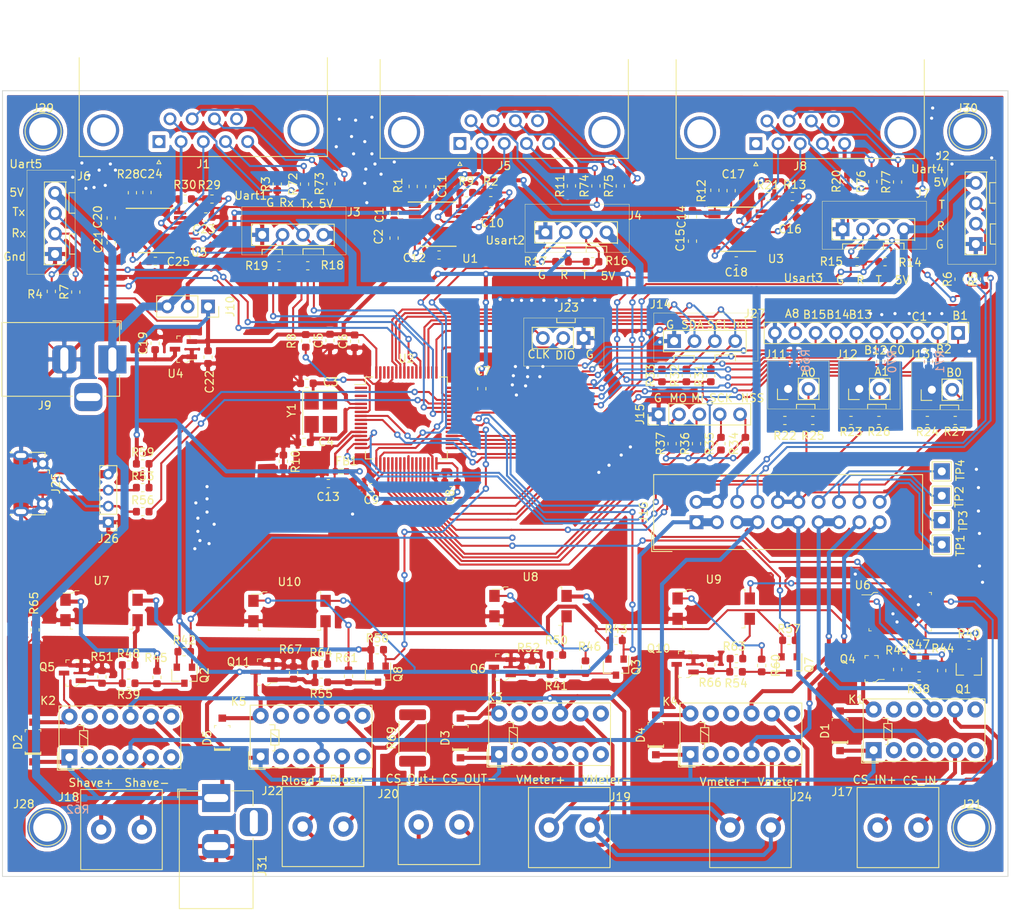
<source format=kicad_pcb>
(kicad_pcb (version 20171130) (host pcbnew "(5.1.2)-1")
  (layers (0 F.Cu signal) (31 B.Cu signal) (34 B.Paste user) (35 F.Paste user) (36 B.SilkS user) (37 F.SilkS user) (38 B.Mask user) (39 F.Mask user) (44 Edge.Cuts user))
  (net 0 "")
  (net 1 "Net-(C1-Pad2)")
  (net 2 "Net-(C1-Pad1)")
  (net 3 "Net-(C2-Pad2)")
  (net 4 "Net-(C2-Pad1)")
  (net 5 "Net-(C3-Pad2)")
  (net 6 GND)
  (net 7 "Net-(C4-Pad2)")
  (net 8 +3V3)
  (net 9 /Vuart)
  (net 10 "Net-(C11-Pad1)")
  (net 11 "Net-(C12-Pad1)")
  (net 12 GNDA)
  (net 13 "Net-(C13-Pad1)")
  (net 14 "Net-(C14-Pad2)")
  (net 15 "Net-(C14-Pad1)")
  (net 16 "Net-(C15-Pad2)")
  (net 17 "Net-(C15-Pad1)")
  (net 18 "Net-(C17-Pad1)")
  (net 19 "Net-(C18-Pad1)")
  (net 20 +5V)
  (net 21 "Net-(C20-Pad2)")
  (net 22 "Net-(C20-Pad1)")
  (net 23 "Net-(C21-Pad2)")
  (net 24 "Net-(C21-Pad1)")
  (net 25 "Net-(C24-Pad1)")
  (net 26 "Net-(C25-Pad1)")
  (net 27 "Net-(D1-PadA)")
  (net 28 +5VA)
  (net 29 "Net-(D2-PadA)")
  (net 30 "Net-(D3-PadA)")
  (net 31 "Net-(D4-PadA)")
  (net 32 "Net-(D5-PadA)")
  (net 33 "Net-(J1-Pad9)")
  (net 34 "Net-(J1-Pad8)")
  (net 35 "Net-(J1-Pad7)")
  (net 36 "Net-(J1-Pad6)")
  (net 37 "Net-(J1-Pad5)")
  (net 38 "Net-(J1-Pad4)")
  (net 39 /Uart1_RS232_RX)
  (net 40 /Uart1_RS232_TX)
  (net 41 "Net-(J1-Pad1)")
  (net 42 /Uart4_RX)
  (net 43 /Uart4_TX)
  (net 44 /Uart1_RX)
  (net 45 /Uart1_TX)
  (net 46 /Uart2_RX)
  (net 47 /Uart2_TX)
  (net 48 "Net-(J5-Pad9)")
  (net 49 "Net-(J5-Pad8)")
  (net 50 "Net-(J5-Pad7)")
  (net 51 "Net-(J5-Pad6)")
  (net 52 "Net-(J5-Pad5)")
  (net 53 "Net-(J5-Pad4)")
  (net 54 /Uart2_RS232_RX)
  (net 55 /Uart2_RS232_TX)
  (net 56 "Net-(J5-Pad1)")
  (net 57 /Uart5_RX)
  (net 58 /Uart5_TX)
  (net 59 /Uart3_RX)
  (net 60 /Uart3_TX)
  (net 61 "Net-(J8-Pad9)")
  (net 62 "Net-(J8-Pad8)")
  (net 63 "Net-(J8-Pad7)")
  (net 64 "Net-(J8-Pad6)")
  (net 65 "Net-(J8-Pad5)")
  (net 66 "Net-(J8-Pad4)")
  (net 67 /Uart3_RS232_RX)
  (net 68 /Uart3_RS232_TX)
  (net 69 "Net-(J8-Pad1)")
  (net 70 "Net-(J11-Pad2)")
  (net 71 "Net-(J12-Pad2)")
  (net 72 "Net-(J13-Pad2)")
  (net 73 /I2C1_Alert)
  (net 74 /I2C1_SDA)
  (net 75 /I2C1_SCL)
  (net 76 /GPA4_SPI1_NSS)
  (net 77 /GPA5_SPI1_SCK)
  (net 78 /GPA6_SPI1_MISO)
  (net 79 /GPA7_SPI1_MOSI)
  (net 80 /LEDB_GB9)
  (net 81 /CSWL_VMeter-)
  (net 82 /LEDB_GB10)
  (net 83 /CSWL_VMeter+)
  (net 84 /LEDB_GB11)
  (net 85 /CSWL_IN+)
  (net 86 /LEDB_GB12)
  (net 87 /CSWL_IN-)
  (net 88 /CSWL-)
  (net 89 /CSWL+)
  (net 90 /DC15V-)
  (net 91 /DC15V+)
  (net 92 /Shaver-)
  (net 93 /Shaver+)
  (net 94 /VMeter-)
  (net 95 /VMeter+)
  (net 96 /Resistor-)
  (net 97 /Resistor+)
  (net 98 /SWDIO)
  (net 99 /SWDCLK)
  (net 100 "Net-(J25-Pad3)")
  (net 101 "Net-(J25-Pad2)")
  (net 102 /GPC1)
  (net 103 /GPC0)
  (net 104 /GPB15)
  (net 105 /GPB14)
  (net 106 /GPB13)
  (net 107 /GPB12)
  (net 108 /GPB2)
  (net 109 /GPB1)
  (net 110 /GPA8)
  (net 111 "Net-(K1-Pad10)")
  (net 112 "Net-(K1-Pad3)")
  (net 113 "Net-(K2-Pad10)")
  (net 114 "Net-(K2-Pad3)")
  (net 115 "Net-(K3-Pad10)")
  (net 116 "Net-(K3-Pad3)")
  (net 117 "Net-(K4-Pad10)")
  (net 118 "Net-(K4-Pad3)")
  (net 119 "Net-(K5-Pad10)")
  (net 120 "Net-(K5-Pad3)")
  (net 121 "Net-(Q1-Pad3)")
  (net 122 /Power_EN)
  (net 123 "Net-(Q2-Pad3)")
  (net 124 /Shaver_EN)
  (net 125 "Net-(Q3-Pad3)")
  (net 126 /Meter_EN)
  (net 127 "Net-(Q4-Pad1)")
  (net 128 GNDS)
  (net 129 "Net-(Q5-Pad1)")
  (net 130 "Net-(Q6-Pad1)")
  (net 131 "Net-(Q7-Pad3)")
  (net 132 /CSWL_TO_Meter_EN)
  (net 133 "Net-(Q8-Pad3)")
  (net 134 /Resistor_EN)
  (net 135 "Net-(Q10-Pad1)")
  (net 136 "Net-(Q11-Pad1)")
  (net 137 "Net-(R1-Pad2)")
  (net 138 "Net-(R2-Pad1)")
  (net 139 "Net-(R8-Pad2)")
  (net 140 "Net-(R9-Pad1)")
  (net 141 "Net-(R12-Pad2)")
  (net 142 "Net-(R13-Pad1)")
  (net 143 "Net-(R21-Pad1)")
  (net 144 /GPA0)
  (net 145 /GPA1)
  (net 146 /GPB0)
  (net 147 "Net-(R28-Pad2)")
  (net 148 "Net-(R29-Pad1)")
  (net 149 "Net-(R30-Pad1)")
  (net 150 "Net-(R44-Pad2)")
  (net 151 "Net-(R45-Pad2)")
  (net 152 "Net-(R46-Pad2)")
  (net 153 "Net-(R47-Pad1)")
  (net 154 "Net-(R48-Pad1)")
  (net 155 "Net-(R50-Pad1)")
  (net 156 /USBDP)
  (net 157 /USBDM)
  (net 158 "Net-(R60-Pad2)")
  (net 159 "Net-(R61-Pad2)")
  (net 160 "Net-(R63-Pad1)")
  (net 161 "Net-(R64-Pad1)")
  (net 162 "Net-(U1-Pad10)")
  (net 163 "Net-(U2-Pad62)")
  (net 164 "Net-(U2-Pad61)")
  (net 165 "Net-(U2-Pad56)")
  (net 166 "Net-(U2-Pad55)")
  (net 167 /GPA15)
  (net 168 "Net-(U2-Pad40)")
  (net 169 "Net-(U2-Pad11)")
  (net 170 "Net-(U2-Pad10)")
  (net 171 "Net-(U2-Pad4)")
  (net 172 "Net-(U2-Pad3)")
  (net 173 "Net-(U2-Pad2)")
  (net 174 "Net-(U2-Pad1)")
  (net 175 "Net-(U3-Pad10)")
  (net 176 "Net-(U5-Pad10)")
  (net 177 "Net-(J21-Pad1)")
  (net 178 "Net-(J28-Pad1)")
  (net 179 "Net-(J29-Pad1)")
  (net 180 "Net-(J30-Pad1)")
  (net 181 GNDA1)
  (net 182 GNDA2)
  (net 183 GNDA3)
  (module Resistor_SMD:R_0603_1608Metric (layer B.Cu) (at 151.13 68.8595 90)
    (fp_text reference R71 (at 0 1.43 90) (layer B.SilkS) (effects (justify mirror)))
    (fp_text value 0R)
    (pad 2 smd roundrect (at 0.7875 0 90) (size 0.875 0.95) (layers B.Cu B.Paste B.Mask) (net 6 GND))
    (pad 1 smd roundrect (at -0.7875 0 90) (size 0.875 0.95) (layers B.Cu B.Paste B.Mask) (net 183 GNDA3))
  )
  (module Resistor_SMD:R_0603_1608Metric (layer B.Cu) (at 145.161 68.8595 90)
    (fp_text reference R70 (at 0 1.43 90) (layer B.SilkS) (effects (justify mirror)))
    (fp_text value 0R)
    (pad 2 smd roundrect (at 0.7875 0 90) (size 0.875 0.95) (layers B.Cu B.Paste B.Mask) (net 6 GND))
    (pad 1 smd roundrect (at -0.7875 0 90) (size 0.875 0.95) (layers B.Cu B.Paste B.Mask) (net 182 GNDA2))
  )
  (module Resistor_SMD:R_0603_1608Metric (layer B.Cu) (at 134.366 68.7325 90)
    (fp_text reference R68 (at 0 1.43 90) (layer B.SilkS) (effects (justify mirror)))
    (fp_text value 0R)
    (pad 2 smd roundrect (at 0.7875 0 90) (size 0.875 0.95) (layers B.Cu B.Paste B.Mask) (net 6 GND))
    (pad 1 smd roundrect (at -0.7875 0 90) (size 0.875 0.95) (layers B.Cu B.Paste B.Mask) (net 181 GNDA1))
  )
  (module Connector_IDC:IDC-Header_2x10_P2.54mm_Vertical (layer F.Cu) (at 122.174 88.9 90)
    (fp_text reference J16 (at 1.27 -6.604 90) (layer F.SilkS))
    (fp_text value Conn_02x10_Odd_Even)
    (pad 20 thru_hole oval (at 2.54 22.86 90) (size 1.7272 1.7272) (drill 1.016) (layers *.Cu *.Mask) (net 80 /LEDB_GB9))
    (pad 19 thru_hole oval (at 0 22.86 90) (size 1.7272 1.7272) (drill 1.016) (layers *.Cu *.Mask) (net 83 /CSWL_VMeter+))
    (pad 18 thru_hole oval (at 2.54 20.32 90) (size 1.7272 1.7272) (drill 1.016) (layers *.Cu *.Mask) (net 82 /LEDB_GB10))
    (pad 17 thru_hole oval (at 0 20.32 90) (size 1.7272 1.7272) (drill 1.016) (layers *.Cu *.Mask) (net 81 /CSWL_VMeter-))
    (pad 16 thru_hole oval (at 2.54 17.78 90) (size 1.7272 1.7272) (drill 1.016) (layers *.Cu *.Mask) (net 84 /LEDB_GB11))
    (pad 15 thru_hole oval (at 0 17.78 90) (size 1.7272 1.7272) (drill 1.016) (layers *.Cu *.Mask) (net 87 /CSWL_IN-))
    (pad 14 thru_hole oval (at 2.54 15.24 90) (size 1.7272 1.7272) (drill 1.016) (layers *.Cu *.Mask) (net 86 /LEDB_GB12))
    (pad 13 thru_hole oval (at 0 15.24 90) (size 1.7272 1.7272) (drill 1.016) (layers *.Cu *.Mask) (net 87 /CSWL_IN-))
    (pad 12 thru_hole oval (at 2.54 12.7 90) (size 1.7272 1.7272) (drill 1.016) (layers *.Cu *.Mask) (net 6 GND))
    (pad 11 thru_hole oval (at 0 12.7 90) (size 1.7272 1.7272) (drill 1.016) (layers *.Cu *.Mask) (net 85 /CSWL_IN+))
    (pad 10 thru_hole oval (at 2.54 10.16 90) (size 1.7272 1.7272) (drill 1.016) (layers *.Cu *.Mask) (net 6 GND))
    (pad 9 thru_hole oval (at 0 10.16 90) (size 1.7272 1.7272) (drill 1.016) (layers *.Cu *.Mask) (net 85 /CSWL_IN+))
    (pad 8 thru_hole oval (at 2.54 7.62 90) (size 1.7272 1.7272) (drill 1.016) (layers *.Cu *.Mask) (net 43 /Uart4_TX))
    (pad 7 thru_hole oval (at 0 7.62 90) (size 1.7272 1.7272) (drill 1.016) (layers *.Cu *.Mask) (net 89 /CSWL+))
    (pad 6 thru_hole oval (at 2.54 5.08 90) (size 1.7272 1.7272) (drill 1.016) (layers *.Cu *.Mask) (net 42 /Uart4_RX))
    (pad 5 thru_hole oval (at 0 5.08 90) (size 1.7272 1.7272) (drill 1.016) (layers *.Cu *.Mask) (net 89 /CSWL+))
    (pad 4 thru_hole oval (at 2.54 2.54 90) (size 1.7272 1.7272) (drill 1.016) (layers *.Cu *.Mask) (net 20 +5V))
    (pad 3 thru_hole oval (at 0 2.54 90) (size 1.7272 1.7272) (drill 1.016) (layers *.Cu *.Mask) (net 88 /CSWL-))
    (pad 2 thru_hole oval (at 2.54 0 90) (size 1.7272 1.7272) (drill 1.016) (layers *.Cu *.Mask) (net 20 +5V))
    (pad 1 thru_hole rect (at 0 0 90) (size 1.7272 1.7272) (drill 1.016) (layers *.Cu *.Mask) (net 88 /CSWL-))
  )
  (module Resistor_SMD:R_0603_1608Metric (layer B.Cu) (at 44.958 123.317)
    (fp_text reference R62 (at 0 1.43) (layer B.SilkS) (effects (justify mirror)))
    (fp_text value 100K)
    (pad 2 smd roundrect (at 0.7875 0) (size 0.875 0.95) (layers B.Cu B.Paste B.Mask) (net 28 +5VA))
    (pad 1 smd roundrect (at -0.7875 0) (size 0.875 0.95) (layers B.Cu B.Paste B.Mask) (net 20 +5V))
  )
  (module Connector_BarrelJack:BarrelJack_Horizontal (layer F.Cu) (at 62.23 123.317 90)
    (fp_text reference J31 (at -8.45 5.75 90) (layer F.SilkS))
    (fp_text value Conn_Coaxial_Power)
    (pad 3 thru_hole roundrect (at -3 4.7 90) (size 3.5 3.5) (drill oval 3 1) (layers *.Cu *.Mask))
    (pad 2 thru_hole roundrect (at -6 0 90) (size 3 3.5) (drill oval 1 3) (layers *.Cu *.Mask) (net 128 GNDS))
    (pad 1 thru_hole rect (at 0 0 90) (size 3.5 3.5) (drill oval 1 3) (layers *.Cu *.Mask) (net 28 +5VA))
  )
  (module Package_QFP:LQFP-64_10x10mm_P0.5mm (layer F.Cu) (at 85.96376 75.8825)
    (fp_text reference U2 (at 0 -7.4) (layer F.SilkS))
    (fp_text value STM32F103RCT6)
    (pad 64 smd roundrect (at -3.75 -5.675) (size 0.3 1.55) (layers F.Cu F.Paste F.Mask) (net 8 +3V3))
    (pad 63 smd roundrect (at -3.25 -5.675) (size 0.3 1.55) (layers F.Cu F.Paste F.Mask) (net 6 GND))
    (pad 62 smd roundrect (at -2.75 -5.675) (size 0.3 1.55) (layers F.Cu F.Paste F.Mask) (net 163 "Net-(U2-Pad62)"))
    (pad 61 smd roundrect (at -2.25 -5.675) (size 0.3 1.55) (layers F.Cu F.Paste F.Mask) (net 164 "Net-(U2-Pad61)"))
    (pad 60 smd roundrect (at -1.75 -5.675) (size 0.3 1.55) (layers F.Cu F.Paste F.Mask) (net 6 GND))
    (pad 59 smd roundrect (at -1.25 -5.675) (size 0.3 1.55) (layers F.Cu F.Paste F.Mask) (net 74 /I2C1_SDA))
    (pad 58 smd roundrect (at -0.75 -5.675) (size 0.3 1.55) (layers F.Cu F.Paste F.Mask) (net 75 /I2C1_SCL))
    (pad 57 smd roundrect (at -0.25 -5.675) (size 0.3 1.55) (layers F.Cu F.Paste F.Mask) (net 73 /I2C1_Alert))
    (pad 56 smd roundrect (at 0.25 -5.675) (size 0.3 1.55) (layers F.Cu F.Paste F.Mask) (net 165 "Net-(U2-Pad56)"))
    (pad 55 smd roundrect (at 0.75 -5.675) (size 0.3 1.55) (layers F.Cu F.Paste F.Mask) (net 166 "Net-(U2-Pad55)"))
    (pad 54 smd roundrect (at 1.25 -5.675) (size 0.3 1.55) (layers F.Cu F.Paste F.Mask) (net 57 /Uart5_RX))
    (pad 53 smd roundrect (at 1.75 -5.675) (size 0.3 1.55) (layers F.Cu F.Paste F.Mask) (net 58 /Uart5_TX))
    (pad 52 smd roundrect (at 2.25 -5.675) (size 0.3 1.55) (layers F.Cu F.Paste F.Mask) (net 42 /Uart4_RX))
    (pad 51 smd roundrect (at 2.75 -5.675) (size 0.3 1.55) (layers F.Cu F.Paste F.Mask) (net 43 /Uart4_TX))
    (pad 50 smd roundrect (at 3.25 -5.675) (size 0.3 1.55) (layers F.Cu F.Paste F.Mask) (net 167 /GPA15))
    (pad 49 smd roundrect (at 3.75 -5.675) (size 0.3 1.55) (layers F.Cu F.Paste F.Mask) (net 99 /SWDCLK))
    (pad 48 smd roundrect (at 5.675 -3.75) (size 1.55 0.3) (layers F.Cu F.Paste F.Mask) (net 8 +3V3))
    (pad 47 smd roundrect (at 5.675 -3.25) (size 1.55 0.3) (layers F.Cu F.Paste F.Mask) (net 6 GND))
    (pad 46 smd roundrect (at 5.675 -2.75) (size 1.55 0.3) (layers F.Cu F.Paste F.Mask) (net 98 /SWDIO))
    (pad 45 smd roundrect (at 5.675 -2.25) (size 1.55 0.3) (layers F.Cu F.Paste F.Mask) (net 156 /USBDP))
    (pad 44 smd roundrect (at 5.675 -1.75) (size 1.55 0.3) (layers F.Cu F.Paste F.Mask) (net 157 /USBDM))
    (pad 43 smd roundrect (at 5.675 -1.25) (size 1.55 0.3) (layers F.Cu F.Paste F.Mask) (net 44 /Uart1_RX))
    (pad 42 smd roundrect (at 5.675 -0.75) (size 1.55 0.3) (layers F.Cu F.Paste F.Mask) (net 45 /Uart1_TX))
    (pad 41 smd roundrect (at 5.675 -0.25) (size 1.55 0.3) (layers F.Cu F.Paste F.Mask) (net 110 /GPA8))
    (pad 40 smd roundrect (at 5.675 0.25) (size 1.55 0.3) (layers F.Cu F.Paste F.Mask) (net 168 "Net-(U2-Pad40)"))
    (pad 39 smd roundrect (at 5.675 0.75) (size 1.55 0.3) (layers F.Cu F.Paste F.Mask) (net 122 /Power_EN))
    (pad 38 smd roundrect (at 5.675 1.25) (size 1.55 0.3) (layers F.Cu F.Paste F.Mask) (net 126 /Meter_EN))
    (pad 37 smd roundrect (at 5.675 1.75) (size 1.55 0.3) (layers F.Cu F.Paste F.Mask) (net 134 /Resistor_EN))
    (pad 36 smd roundrect (at 5.675 2.25) (size 1.55 0.3) (layers F.Cu F.Paste F.Mask) (net 104 /GPB15))
    (pad 35 smd roundrect (at 5.675 2.75) (size 1.55 0.3) (layers F.Cu F.Paste F.Mask) (net 105 /GPB14))
    (pad 34 smd roundrect (at 5.675 3.25) (size 1.55 0.3) (layers F.Cu F.Paste F.Mask) (net 106 /GPB13))
    (pad 33 smd roundrect (at 5.675 3.75) (size 1.55 0.3) (layers F.Cu F.Paste F.Mask) (net 107 /GPB12))
    (pad 32 smd roundrect (at 3.75 5.675) (size 0.3 1.55) (layers F.Cu F.Paste F.Mask) (net 8 +3V3))
    (pad 31 smd roundrect (at 3.25 5.675) (size 0.3 1.55) (layers F.Cu F.Paste F.Mask) (net 6 GND))
    (pad 30 smd roundrect (at 2.75 5.675) (size 0.3 1.55) (layers F.Cu F.Paste F.Mask) (net 59 /Uart3_RX))
    (pad 29 smd roundrect (at 2.25 5.675) (size 0.3 1.55) (layers F.Cu F.Paste F.Mask) (net 60 /Uart3_TX))
    (pad 28 smd roundrect (at 1.75 5.675) (size 0.3 1.55) (layers F.Cu F.Paste F.Mask) (net 108 /GPB2))
    (pad 27 smd roundrect (at 1.25 5.675) (size 0.3 1.55) (layers F.Cu F.Paste F.Mask) (net 109 /GPB1))
    (pad 26 smd roundrect (at 0.75 5.675) (size 0.3 1.55) (layers F.Cu F.Paste F.Mask) (net 146 /GPB0))
    (pad 25 smd roundrect (at 0.25 5.675) (size 0.3 1.55) (layers F.Cu F.Paste F.Mask) (net 124 /Shaver_EN))
    (pad 24 smd roundrect (at -0.25 5.675) (size 0.3 1.55) (layers F.Cu F.Paste F.Mask) (net 132 /CSWL_TO_Meter_EN))
    (pad 23 smd roundrect (at -0.75 5.675) (size 0.3 1.55) (layers F.Cu F.Paste F.Mask) (net 79 /GPA7_SPI1_MOSI))
    (pad 22 smd roundrect (at -1.25 5.675) (size 0.3 1.55) (layers F.Cu F.Paste F.Mask) (net 78 /GPA6_SPI1_MISO))
    (pad 21 smd roundrect (at -1.75 5.675) (size 0.3 1.55) (layers F.Cu F.Paste F.Mask) (net 77 /GPA5_SPI1_SCK))
    (pad 20 smd roundrect (at -2.25 5.675) (size 0.3 1.55) (layers F.Cu F.Paste F.Mask) (net 76 /GPA4_SPI1_NSS))
    (pad 19 smd roundrect (at -2.75 5.675) (size 0.3 1.55) (layers F.Cu F.Paste F.Mask) (net 8 +3V3))
    (pad 18 smd roundrect (at -3.25 5.675) (size 0.3 1.55) (layers F.Cu F.Paste F.Mask) (net 6 GND))
    (pad 17 smd roundrect (at -3.75 5.675) (size 0.3 1.55) (layers F.Cu F.Paste F.Mask) (net 46 /Uart2_RX))
    (pad 16 smd roundrect (at -5.675 3.75) (size 1.55 0.3) (layers F.Cu F.Paste F.Mask) (net 47 /Uart2_TX))
    (pad 15 smd roundrect (at -5.675 3.25) (size 1.55 0.3) (layers F.Cu F.Paste F.Mask) (net 145 /GPA1))
    (pad 14 smd roundrect (at -5.675 2.75) (size 1.55 0.3) (layers F.Cu F.Paste F.Mask) (net 144 /GPA0))
    (pad 13 smd roundrect (at -5.675 2.25) (size 1.55 0.3) (layers F.Cu F.Paste F.Mask) (net 13 "Net-(C13-Pad1)"))
    (pad 12 smd roundrect (at -5.675 1.75) (size 1.55 0.3) (layers F.Cu F.Paste F.Mask) (net 12 GNDA))
    (pad 11 smd roundrect (at -5.675 1.25) (size 1.55 0.3) (layers F.Cu F.Paste F.Mask) (net 169 "Net-(U2-Pad11)"))
    (pad 10 smd roundrect (at -5.675 0.75) (size 1.55 0.3) (layers F.Cu F.Paste F.Mask) (net 170 "Net-(U2-Pad10)"))
    (pad 9 smd roundrect (at -5.675 0.25) (size 1.55 0.3) (layers F.Cu F.Paste F.Mask) (net 102 /GPC1))
    (pad 8 smd roundrect (at -5.675 -0.25) (size 1.55 0.3) (layers F.Cu F.Paste F.Mask) (net 103 /GPC0))
    (pad 7 smd roundrect (at -5.675 -0.75) (size 1.55 0.3) (layers F.Cu F.Paste F.Mask) (net 139 "Net-(R8-Pad2)"))
    (pad 6 smd roundrect (at -5.675 -1.25) (size 1.55 0.3) (layers F.Cu F.Paste F.Mask) (net 7 "Net-(C4-Pad2)"))
    (pad 5 smd roundrect (at -5.675 -1.75) (size 1.55 0.3) (layers F.Cu F.Paste F.Mask) (net 5 "Net-(C3-Pad2)"))
    (pad 4 smd roundrect (at -5.675 -2.25) (size 1.55 0.3) (layers F.Cu F.Paste F.Mask) (net 171 "Net-(U2-Pad4)"))
    (pad 3 smd roundrect (at -5.675 -2.75) (size 1.55 0.3) (layers F.Cu F.Paste F.Mask) (net 172 "Net-(U2-Pad3)"))
    (pad 2 smd roundrect (at -5.675 -3.25) (size 1.55 0.3) (layers F.Cu F.Paste F.Mask) (net 173 "Net-(U2-Pad2)"))
    (pad 1 smd roundrect (at -5.675 -3.75) (size 1.55 0.3) (layers F.Cu F.Paste F.Mask) (net 174 "Net-(U2-Pad1)"))
  )
  (module Connector_Dsub:DSUB-9_Female_Horizontal_P2.77x2.84mm_EdgePinOffset7.70mm_Housed_MountingHolesOffset9.12mm (layer F.Cu) (at 55.08244 41.40454 180)
    (fp_text reference J1 (at -5.54 -2.8) (layer F.SilkS))
    (fp_text value "DB9_Female  ID09S33E4GV00LF")
    (pad 0 thru_hole circle (at 6.96 1.42 180) (size 4 4) (drill 3.2) (layers *.Cu *.Mask))
    (pad 0 thru_hole circle (at -18.04 1.42 180) (size 4 4) (drill 3.2) (layers *.Cu *.Mask))
    (pad 9 thru_hole circle (at -9.695 2.84 180) (size 1.6 1.6) (drill 1) (layers *.Cu *.Mask) (net 33 "Net-(J1-Pad9)"))
    (pad 8 thru_hole circle (at -6.925 2.84 180) (size 1.6 1.6) (drill 1) (layers *.Cu *.Mask) (net 34 "Net-(J1-Pad8)"))
    (pad 7 thru_hole circle (at -4.155 2.84 180) (size 1.6 1.6) (drill 1) (layers *.Cu *.Mask) (net 35 "Net-(J1-Pad7)"))
    (pad 6 thru_hole circle (at -1.385 2.84 180) (size 1.6 1.6) (drill 1) (layers *.Cu *.Mask) (net 36 "Net-(J1-Pad6)"))
    (pad 5 thru_hole circle (at -11.08 0 180) (size 1.6 1.6) (drill 1) (layers *.Cu *.Mask) (net 37 "Net-(J1-Pad5)"))
    (pad 4 thru_hole circle (at -8.31 0 180) (size 1.6 1.6) (drill 1) (layers *.Cu *.Mask) (net 38 "Net-(J1-Pad4)"))
    (pad 3 thru_hole circle (at -5.54 0 180) (size 1.6 1.6) (drill 1) (layers *.Cu *.Mask) (net 39 /Uart1_RS232_RX))
    (pad 2 thru_hole circle (at -2.77 0 180) (size 1.6 1.6) (drill 1) (layers *.Cu *.Mask) (net 40 /Uart1_RS232_TX))
    (pad 1 thru_hole rect (at 0 0 180) (size 1.6 1.6) (drill 1) (layers *.Cu *.Mask) (net 41 "Net-(J1-Pad1)"))
  )
  (module RuanProject:Local_Hole_D5.0mm_Drill3.5mm (layer F.Cu) (at 155.956 40.132)
    (fp_text reference J30 (at 0 -2.898) (layer F.SilkS))
    (fp_text value "Fix hole")
    (pad 1 thru_hole circle (at 0 0) (size 5 5) (drill 3.5) (layers *.Cu *.Mask) (net 180 "Net-(J30-Pad1)"))
  )
  (module RuanProject:Local_Hole_D5.0mm_Drill3.5mm (layer F.Cu) (at 40.64 40.132)
    (fp_text reference J29 (at 0 -2.898) (layer F.SilkS))
    (fp_text value "Fix hole")
    (pad 1 thru_hole circle (at 0 0) (size 5 5) (drill 3.5) (layers *.Cu *.Mask) (net 179 "Net-(J29-Pad1)"))
  )
  (module RuanProject:Local_Hole_D5.0mm_Drill3.5mm (layer F.Cu) (at 41.148 127)
    (fp_text reference J28 (at -2.921 -2.921) (layer F.SilkS))
    (fp_text value "Fix hole")
    (pad 1 thru_hole circle (at 0 0) (size 5 5) (drill 3.5) (layers *.Cu *.Mask) (net 178 "Net-(J28-Pad1)"))
  )
  (module RuanProject:Local_Hole_D5.0mm_Drill3.5mm (layer F.Cu) (at 156.464 127)
    (fp_text reference J21 (at 0 -2.898) (layer F.SilkS))
    (fp_text value "Fix hole")
    (pad 1 thru_hole circle (at 0 0) (size 5 5) (drill 3.5) (layers *.Cu *.Mask) (net 177 "Net-(J21-Pad1)"))
  )
  (module TestPoint:TestPoint_THTPad_2.0x2.0mm_Drill1.0mm (layer F.Cu) (at 152.781 82.55 90)
    (fp_text reference TP4 (at 0.1397 2.30378 90) (layer F.SilkS))
    (fp_text value TestPoint)
    (pad 1 thru_hole rect (at 0 0 90) (size 2 2) (drill 1) (layers *.Cu *.Mask) (net 86 /LEDB_GB12))
  )
  (module Resistor_SMD:R_0603_1608Metric (layer F.Cu) (at 147.26412 46.44654 90)
    (fp_text reference R77 (at 0 -1.43 90) (layer F.SilkS))
    (fp_text value 0R)
    (pad 2 smd roundrect (at 0.7875 0 90) (size 0.875 0.95) (layers F.Cu F.Paste F.Mask) (net 62 "Net-(J8-Pad8)"))
    (pad 1 smd roundrect (at -0.7875 0 90) (size 0.875 0.95) (layers F.Cu F.Paste F.Mask) (net 63 "Net-(J8-Pad7)"))
  )
  (module Resistor_SMD:R_0603_1608Metric (layer F.Cu) (at 144.16532 46.39574 90)
    (fp_text reference R76 (at 0 -1.43 90) (layer F.SilkS))
    (fp_text value 0R)
    (pad 2 smd roundrect (at 0.7875 0 90) (size 0.875 0.95) (layers F.Cu F.Paste F.Mask) (net 66 "Net-(J8-Pad4)"))
    (pad 1 smd roundrect (at -0.7875 0 90) (size 0.875 0.95) (layers F.Cu F.Paste F.Mask) (net 64 "Net-(J8-Pad6)"))
  )
  (module Resistor_SMD:R_0603_1608Metric (layer F.Cu) (at 112.66424 46.93422 90)
    (fp_text reference R75 (at 0 -1.43 90) (layer F.SilkS))
    (fp_text value 0R)
    (pad 2 smd roundrect (at 0.7875 0 90) (size 0.875 0.95) (layers F.Cu F.Paste F.Mask) (net 49 "Net-(J5-Pad8)"))
    (pad 1 smd roundrect (at -0.7875 0 90) (size 0.875 0.95) (layers F.Cu F.Paste F.Mask) (net 50 "Net-(J5-Pad7)"))
  )
  (module Resistor_SMD:R_0603_1608Metric (layer F.Cu) (at 109.61624 46.93422 90)
    (fp_text reference R74 (at 0 -1.43 90) (layer F.SilkS))
    (fp_text value 0R)
    (pad 2 smd roundrect (at 0.7875 0 90) (size 0.875 0.95) (layers F.Cu F.Paste F.Mask) (net 53 "Net-(J5-Pad4)"))
    (pad 1 smd roundrect (at -0.7875 0 90) (size 0.875 0.95) (layers F.Cu F.Paste F.Mask) (net 51 "Net-(J5-Pad6)"))
  )
  (module Resistor_SMD:R_0603_1608Metric (layer F.Cu) (at 76.5556 46.6599 90)
    (fp_text reference R73 (at 0 -1.43 90) (layer F.SilkS))
    (fp_text value 0R)
    (pad 2 smd roundrect (at 0.7875 0 90) (size 0.875 0.95) (layers F.Cu F.Paste F.Mask) (net 34 "Net-(J1-Pad8)"))
    (pad 1 smd roundrect (at -0.7875 0 90) (size 0.875 0.95) (layers F.Cu F.Paste F.Mask) (net 35 "Net-(J1-Pad7)"))
  )
  (module Resistor_SMD:R_0603_1608Metric (layer F.Cu) (at 73.2536 46.7107 90)
    (fp_text reference R72 (at 0 -1.43 90) (layer F.SilkS))
    (fp_text value 0R)
    (pad 2 smd roundrect (at 0.7875 0 90) (size 0.875 0.95) (layers F.Cu F.Paste F.Mask) (net 38 "Net-(J1-Pad4)"))
    (pad 1 smd roundrect (at -0.7875 0 90) (size 0.875 0.95) (layers F.Cu F.Paste F.Mask) (net 36 "Net-(J1-Pad6)"))
  )
  (module Resistor_SMD:R_2512_6332Metric (layer F.Cu) (at 86.741 115.824 90)
    (fp_text reference R69 (at 0 -2.62 90) (layer F.SilkS))
    (fp_text value PCAN2512E1000BST5)
    (pad 2 smd roundrect (at 2.9 0 90) (size 1.35 3.35) (layers F.Cu F.Paste F.Mask) (roundrect_rratio 0.185185) (net 96 /Resistor-))
    (pad 1 smd roundrect (at -2.9 0 90) (size 1.35 3.35) (layers F.Cu F.Paste F.Mask) (roundrect_rratio 0.185185) (net 97 /Resistor+))
  )
  (module RuanProject:KF129-2P (layer F.Cu) (at 73.025 126.873)
    (fp_text reference J22 (at -3.81 -4.445) (layer F.SilkS))
    (fp_text value Conn_01x02)
    (pad 2 thru_hole circle (at 5.08 0) (size 2.54 2.54) (drill 1.3) (layers *.Cu *.Mask) (net 96 /Resistor-))
    (pad 1 thru_hole circle (at 0 0) (size 2.54 2.54) (drill 1.3) (layers *.Cu *.Mask) (net 97 /Resistor+))
  )
  (module Crystal:Crystal_SMD_3225-4Pin_3.2x2.5mm_HandSoldering (layer F.Cu) (at 75.27736 75.2453 270)
    (fp_text reference Y1 (at -0.3153 3.64936 90) (layer F.SilkS))
    (fp_text value 8MHz)
    (pad 4 smd rect (at -1.45 -1.15 270) (size 2.1 1.8) (layers F.Cu F.Paste F.Mask))
    (pad 3 smd rect (at 1.45 -1.15 270) (size 2.1 1.8) (layers F.Cu F.Paste F.Mask))
    (pad 2 smd rect (at 1.45 1.15 270) (size 2.1 1.8) (layers F.Cu F.Paste F.Mask) (net 7 "Net-(C4-Pad2)"))
    (pad 1 smd rect (at -1.45 1.15 270) (size 2.1 1.8) (layers F.Cu F.Paste F.Mask) (net 5 "Net-(C3-Pad2)"))
  )
  (module digikey-footprints:SMD-4_4.6x7.62mm_P2.54mm (layer F.Cu) (at 71.37654 99.98202)
    (fp_text reference U10 (at 0 -3.64) (layer F.SilkS))
    (fp_text value "EL817-S1-A (NC)")
    (pad 4 smd rect (at 4.5 -1.27) (size 1.3 1.5) (layers F.Cu F.Paste F.Mask) (net 28 +5VA))
    (pad 3 smd rect (at 4.5 1.27) (size 1.3 1.5) (layers F.Cu F.Paste F.Mask) (net 161 "Net-(R64-Pad1)"))
    (pad 2 smd rect (at -4.5 1.27) (size 1.3 1.5) (layers F.Cu F.Paste F.Mask) (net 6 GND))
    (pad 1 smd rect (at -4.5 -1.27) (size 1.3 1.5) (layers F.Cu F.Paste F.Mask) (net 159 "Net-(R61-Pad2)"))
  )
  (module digikey-footprints:SMD-4_4.6x7.62mm_P2.54mm (layer F.Cu) (at 124.31268 99.6823)
    (fp_text reference U9 (at 0 -3.64) (layer F.SilkS))
    (fp_text value "EL817-S1-A (NC)")
    (pad 4 smd rect (at 4.5 -1.27) (size 1.3 1.5) (layers F.Cu F.Paste F.Mask) (net 28 +5VA))
    (pad 3 smd rect (at 4.5 1.27) (size 1.3 1.5) (layers F.Cu F.Paste F.Mask) (net 160 "Net-(R63-Pad1)"))
    (pad 2 smd rect (at -4.5 1.27) (size 1.3 1.5) (layers F.Cu F.Paste F.Mask) (net 6 GND))
    (pad 1 smd rect (at -4.5 -1.27) (size 1.3 1.5) (layers F.Cu F.Paste F.Mask) (net 158 "Net-(R60-Pad2)"))
  )
  (module digikey-footprints:SMD-4_4.6x7.62mm_P2.54mm (layer F.Cu) (at 101.45522 99.3648)
    (fp_text reference U8 (at 0 -3.64) (layer F.SilkS))
    (fp_text value "EL817-S1-A (NC)")
    (pad 4 smd rect (at 4.5 -1.27) (size 1.3 1.5) (layers F.Cu F.Paste F.Mask) (net 28 +5VA))
    (pad 3 smd rect (at 4.5 1.27) (size 1.3 1.5) (layers F.Cu F.Paste F.Mask) (net 155 "Net-(R50-Pad1)"))
    (pad 2 smd rect (at -4.5 1.27) (size 1.3 1.5) (layers F.Cu F.Paste F.Mask) (net 6 GND))
    (pad 1 smd rect (at -4.5 -1.27) (size 1.3 1.5) (layers F.Cu F.Paste F.Mask) (net 152 "Net-(R46-Pad2)"))
  )
  (module digikey-footprints:SMD-4_4.6x7.62mm_P2.54mm (layer F.Cu) (at 47.92306 99.84994)
    (fp_text reference U7 (at 0 -3.64) (layer F.SilkS))
    (fp_text value "EL817-S1-A (NC)")
    (pad 4 smd rect (at 4.5 -1.27) (size 1.3 1.5) (layers F.Cu F.Paste F.Mask) (net 28 +5VA))
    (pad 3 smd rect (at 4.5 1.27) (size 1.3 1.5) (layers F.Cu F.Paste F.Mask) (net 154 "Net-(R48-Pad1)"))
    (pad 2 smd rect (at -4.5 1.27) (size 1.3 1.5) (layers F.Cu F.Paste F.Mask) (net 6 GND))
    (pad 1 smd rect (at -4.5 -1.27) (size 1.3 1.5) (layers F.Cu F.Paste F.Mask) (net 151 "Net-(R45-Pad2)"))
  )
  (module digikey-footprints:SMD-4_4.6x7.62mm_P2.54mm (layer F.Cu) (at 147.58836 100.05822)
    (fp_text reference U6 (at -4.6736 -3.30708) (layer F.SilkS))
    (fp_text value "EL817-S1-A (NC)")
    (pad 4 smd rect (at 4.5 -1.27) (size 1.3 1.5) (layers F.Cu F.Paste F.Mask) (net 28 +5VA))
    (pad 3 smd rect (at 4.5 1.27) (size 1.3 1.5) (layers F.Cu F.Paste F.Mask) (net 153 "Net-(R47-Pad1)"))
    (pad 2 smd rect (at -4.5 1.27) (size 1.3 1.5) (layers F.Cu F.Paste F.Mask) (net 6 GND))
    (pad 1 smd rect (at -4.5 -1.27) (size 1.3 1.5) (layers F.Cu F.Paste F.Mask) (net 150 "Net-(R44-Pad2)"))
  )
  (module Package_SO:TSSOP-16_4.4x5mm_P0.65mm (layer F.Cu) (at 54.77002 52.53228)
    (fp_text reference U5 (at 5.334 2.6924) (layer F.SilkS))
    (fp_text value MAX3221EIPW)
    (pad 16 smd rect (at 2.95 -2.275) (size 1.5 0.45) (layers F.Cu F.Paste F.Mask) (net 149 "Net-(R30-Pad1)"))
    (pad 15 smd rect (at 2.95 -1.625) (size 1.5 0.45) (layers F.Cu F.Paste F.Mask) (net 9 /Vuart))
    (pad 14 smd rect (at 2.95 -0.975) (size 1.5 0.45) (layers F.Cu F.Paste F.Mask) (net 6 GND))
    (pad 13 smd rect (at 2.95 -0.325) (size 1.5 0.45) (layers F.Cu F.Paste F.Mask) (net 40 /Uart1_RS232_TX))
    (pad 12 smd rect (at 2.95 0.325) (size 1.5 0.45) (layers F.Cu F.Paste F.Mask) (net 148 "Net-(R29-Pad1)"))
    (pad 11 smd rect (at 2.95 0.975) (size 1.5 0.45) (layers F.Cu F.Paste F.Mask) (net 45 /Uart1_TX))
    (pad 10 smd rect (at 2.95 1.625) (size 1.5 0.45) (layers F.Cu F.Paste F.Mask) (net 176 "Net-(U5-Pad10)"))
    (pad 9 smd rect (at 2.95 2.275) (size 1.5 0.45) (layers F.Cu F.Paste F.Mask) (net 44 /Uart1_RX))
    (pad 8 smd rect (at -2.95 2.275) (size 1.5 0.45) (layers F.Cu F.Paste F.Mask) (net 39 /Uart1_RS232_RX))
    (pad 7 smd rect (at -2.95 1.625) (size 1.5 0.45) (layers F.Cu F.Paste F.Mask) (net 26 "Net-(C25-Pad1)"))
    (pad 6 smd rect (at -2.95 0.975) (size 1.5 0.45) (layers F.Cu F.Paste F.Mask) (net 23 "Net-(C21-Pad2)"))
    (pad 5 smd rect (at -2.95 0.325) (size 1.5 0.45) (layers F.Cu F.Paste F.Mask) (net 24 "Net-(C21-Pad1)"))
    (pad 4 smd rect (at -2.95 -0.325) (size 1.5 0.45) (layers F.Cu F.Paste F.Mask) (net 21 "Net-(C20-Pad2)"))
    (pad 3 smd rect (at -2.95 -0.975) (size 1.5 0.45) (layers F.Cu F.Paste F.Mask) (net 25 "Net-(C24-Pad1)"))
    (pad 2 smd rect (at -2.95 -1.625) (size 1.5 0.45) (layers F.Cu F.Paste F.Mask) (net 22 "Net-(C20-Pad1)"))
    (pad 1 smd rect (at -2.95 -2.275) (size 1.5 0.45) (layers F.Cu F.Paste F.Mask) (net 147 "Net-(R28-Pad2)"))
  )
  (module digikey-footprints:SOT-23-3 (layer F.Cu) (at 58.13806 67.30492 180)
    (fp_text reference U4 (at 0.98806 -3.05308) (layer F.SilkS))
    (fp_text value MCP1700T-3302E_TT)
    (pad 1 smd rect (at -1.05 -0.95 180) (size 1.3 0.6) (layers F.Cu F.Paste F.Mask) (net 6 GND))
    (pad 2 smd rect (at -1.05 0.95 180) (size 1.3 0.6) (layers F.Cu F.Paste F.Mask) (net 8 +3V3))
    (pad 3 smd rect (at 1.05 0 180) (size 1.3 0.6) (layers F.Cu F.Paste F.Mask) (net 20 +5V))
  )
  (module Package_SO:TSSOP-16_4.4x5mm_P0.65mm (layer F.Cu) (at 127.35814 52.37226)
    (fp_text reference U3 (at 4.7244 3.6576) (layer F.SilkS))
    (fp_text value MAX3221EIPW)
    (pad 16 smd rect (at 2.95 -2.275) (size 1.5 0.45) (layers F.Cu F.Paste F.Mask) (net 143 "Net-(R21-Pad1)"))
    (pad 15 smd rect (at 2.95 -1.625) (size 1.5 0.45) (layers F.Cu F.Paste F.Mask) (net 9 /Vuart))
    (pad 14 smd rect (at 2.95 -0.975) (size 1.5 0.45) (layers F.Cu F.Paste F.Mask) (net 6 GND))
    (pad 13 smd rect (at 2.95 -0.325) (size 1.5 0.45) (layers F.Cu F.Paste F.Mask) (net 68 /Uart3_RS232_TX))
    (pad 12 smd rect (at 2.95 0.325) (size 1.5 0.45) (layers F.Cu F.Paste F.Mask) (net 142 "Net-(R13-Pad1)"))
    (pad 11 smd rect (at 2.95 0.975) (size 1.5 0.45) (layers F.Cu F.Paste F.Mask) (net 60 /Uart3_TX))
    (pad 10 smd rect (at 2.95 1.625) (size 1.5 0.45) (layers F.Cu F.Paste F.Mask) (net 175 "Net-(U3-Pad10)"))
    (pad 9 smd rect (at 2.95 2.275) (size 1.5 0.45) (layers F.Cu F.Paste F.Mask) (net 59 /Uart3_RX))
    (pad 8 smd rect (at -2.95 2.275) (size 1.5 0.45) (layers F.Cu F.Paste F.Mask) (net 67 /Uart3_RS232_RX))
    (pad 7 smd rect (at -2.95 1.625) (size 1.5 0.45) (layers F.Cu F.Paste F.Mask) (net 19 "Net-(C18-Pad1)"))
    (pad 6 smd rect (at -2.95 0.975) (size 1.5 0.45) (layers F.Cu F.Paste F.Mask) (net 16 "Net-(C15-Pad2)"))
    (pad 5 smd rect (at -2.95 0.325) (size 1.5 0.45) (layers F.Cu F.Paste F.Mask) (net 17 "Net-(C15-Pad1)"))
    (pad 4 smd rect (at -2.95 -0.325) (size 1.5 0.45) (layers F.Cu F.Paste F.Mask) (net 14 "Net-(C14-Pad2)"))
    (pad 3 smd rect (at -2.95 -0.975) (size 1.5 0.45) (layers F.Cu F.Paste F.Mask) (net 18 "Net-(C17-Pad1)"))
    (pad 2 smd rect (at -2.95 -1.625) (size 1.5 0.45) (layers F.Cu F.Paste F.Mask) (net 15 "Net-(C14-Pad1)"))
    (pad 1 smd rect (at -2.95 -2.275) (size 1.5 0.45) (layers F.Cu F.Paste F.Mask) (net 141 "Net-(R12-Pad2)"))
  )
  (module Package_SO:TSSOP-16_4.4x5mm_P0.65mm (layer F.Cu) (at 89.96426 51.74234)
    (fp_text reference U1 (at 3.9624 4.2672) (layer F.SilkS))
    (fp_text value MAX3221EIPW)
    (pad 16 smd rect (at 2.95 -2.275) (size 1.5 0.45) (layers F.Cu F.Paste F.Mask) (net 140 "Net-(R9-Pad1)"))
    (pad 15 smd rect (at 2.95 -1.625) (size 1.5 0.45) (layers F.Cu F.Paste F.Mask) (net 9 /Vuart))
    (pad 14 smd rect (at 2.95 -0.975) (size 1.5 0.45) (layers F.Cu F.Paste F.Mask) (net 6 GND))
    (pad 13 smd rect (at 2.95 -0.325) (size 1.5 0.45) (layers F.Cu F.Paste F.Mask) (net 55 /Uart2_RS232_TX))
    (pad 12 smd rect (at 2.95 0.325) (size 1.5 0.45) (layers F.Cu F.Paste F.Mask) (net 138 "Net-(R2-Pad1)"))
    (pad 11 smd rect (at 2.95 0.975) (size 1.5 0.45) (layers F.Cu F.Paste F.Mask) (net 47 /Uart2_TX))
    (pad 10 smd rect (at 2.95 1.625) (size 1.5 0.45) (layers F.Cu F.Paste F.Mask) (net 162 "Net-(U1-Pad10)"))
    (pad 9 smd rect (at 2.95 2.275) (size 1.5 0.45) (layers F.Cu F.Paste F.Mask) (net 46 /Uart2_RX))
    (pad 8 smd rect (at -2.95 2.275) (size 1.5 0.45) (layers F.Cu F.Paste F.Mask) (net 54 /Uart2_RS232_RX))
    (pad 7 smd rect (at -2.95 1.625) (size 1.5 0.45) (layers F.Cu F.Paste F.Mask) (net 11 "Net-(C12-Pad1)"))
    (pad 6 smd rect (at -2.95 0.975) (size 1.5 0.45) (layers F.Cu F.Paste F.Mask) (net 3 "Net-(C2-Pad2)"))
    (pad 5 smd rect (at -2.95 0.325) (size 1.5 0.45) (layers F.Cu F.Paste F.Mask) (net 4 "Net-(C2-Pad1)"))
    (pad 4 smd rect (at -2.95 -0.325) (size 1.5 0.45) (layers F.Cu F.Paste F.Mask) (net 1 "Net-(C1-Pad2)"))
    (pad 3 smd rect (at -2.95 -0.975) (size 1.5 0.45) (layers F.Cu F.Paste F.Mask) (net 10 "Net-(C11-Pad1)"))
    (pad 2 smd rect (at -2.95 -1.625) (size 1.5 0.45) (layers F.Cu F.Paste F.Mask) (net 2 "Net-(C1-Pad1)"))
    (pad 1 smd rect (at -2.95 -2.275) (size 1.5 0.45) (layers F.Cu F.Paste F.Mask) (net 137 "Net-(R1-Pad2)"))
  )
  (module TestPoint:TestPoint_THTPad_2.0x2.0mm_Drill1.0mm (layer F.Cu) (at 152.781 88.646 90)
    (fp_text reference TP3 (at -0.127 2.667 90) (layer F.SilkS))
    (fp_text value TestPoint)
    (pad 1 thru_hole rect (at 0 0 90) (size 2 2) (drill 1) (layers *.Cu *.Mask) (net 82 /LEDB_GB10))
  )
  (module TestPoint:TestPoint_THTPad_2.0x2.0mm_Drill1.0mm (layer F.Cu) (at 152.781 85.598 90)
    (fp_text reference TP2 (at -0.14986 2.18186 90) (layer F.SilkS))
    (fp_text value TestPoint)
    (pad 1 thru_hole rect (at 0 0 90) (size 2 2) (drill 1) (layers *.Cu *.Mask) (net 84 /LEDB_GB11))
  )
  (module TestPoint:TestPoint_THTPad_2.0x2.0mm_Drill1.0mm (layer F.Cu) (at 152.781 91.694 90)
    (fp_text reference TP1 (at -0.13462 2.30886 90) (layer F.SilkS))
    (fp_text value TestPoint)
    (pad 1 thru_hole rect (at 0 0 90) (size 2 2) (drill 1) (layers *.Cu *.Mask) (net 80 /LEDB_GB9))
  )
  (module Resistor_SMD:R_0603_1608Metric (layer F.Cu) (at 71.882 107.696 90)
    (fp_text reference R67 (at 2.92852 -0.38354 180) (layer F.SilkS))
    (fp_text value 100K)
    (pad 2 smd roundrect (at 0.7875 0 90) (size 0.875 0.95) (layers F.Cu F.Paste F.Mask) (net 128 GNDS))
    (pad 1 smd roundrect (at -0.7875 0 90) (size 0.875 0.95) (layers F.Cu F.Paste F.Mask) (net 136 "Net-(Q11-Pad1)"))
  )
  (module Resistor_SMD:R_0603_1608Metric (layer F.Cu) (at 123.952 106.68 90)
    (fp_text reference R66 (at -2.23276 -0.08382 180) (layer F.SilkS))
    (fp_text value 100K)
    (pad 2 smd roundrect (at 0.7875 0 90) (size 0.875 0.95) (layers F.Cu F.Paste F.Mask) (net 128 GNDS))
    (pad 1 smd roundrect (at -0.7875 0 90) (size 0.875 0.95) (layers F.Cu F.Paste F.Mask) (net 135 "Net-(Q10-Pad1)"))
  )
  (module Resistor_SMD:R_0603_1608Metric (layer F.Cu) (at 39.624 102.3365 90)
    (fp_text reference R65 (at 3.3275 -0.127 90) (layer F.SilkS))
    (fp_text value 0R)
    (pad 2 smd roundrect (at 0.7875 0 90) (size 0.875 0.95) (layers F.Cu F.Paste F.Mask) (net 6 GND))
    (pad 1 smd roundrect (at -0.7875 0 90) (size 0.875 0.95) (layers F.Cu F.Paste F.Mask) (net 128 GNDS))
  )
  (module Resistor_SMD:R_0603_1608Metric (layer F.Cu) (at 75.33904 106.58602 180)
    (fp_text reference R64 (at 0.0255 1.397) (layer F.SilkS))
    (fp_text value "33R (NC)")
    (pad 2 smd roundrect (at 0.7875 0 180) (size 0.875 0.95) (layers F.Cu F.Paste F.Mask) (net 136 "Net-(Q11-Pad1)"))
    (pad 1 smd roundrect (at -0.7875 0 180) (size 0.875 0.95) (layers F.Cu F.Paste F.Mask) (net 161 "Net-(R64-Pad1)"))
  )
  (module Resistor_SMD:R_0603_1608Metric (layer F.Cu) (at 127.1525 105.918 180)
    (fp_text reference R63 (at 0.2795 1.524) (layer F.SilkS))
    (fp_text value "33R (NC)")
    (pad 2 smd roundrect (at 0.7875 0 180) (size 0.875 0.95) (layers F.Cu F.Paste F.Mask) (net 135 "Net-(Q10-Pad1)"))
    (pad 1 smd roundrect (at -0.7875 0 180) (size 0.875 0.95) (layers F.Cu F.Paste F.Mask) (net 160 "Net-(R63-Pad1)"))
  )
  (module Resistor_SMD:R_0603_1608Metric (layer F.Cu) (at 78.74254 108.11002 90)
    (fp_text reference R61 (at 2.286 -0.254 180) (layer F.SilkS))
    (fp_text value "330R (NC)")
    (pad 2 smd roundrect (at 0.7875 0 90) (size 0.875 0.95) (layers F.Cu F.Paste F.Mask) (net 159 "Net-(R61-Pad2)"))
    (pad 1 smd roundrect (at -0.7875 0 90) (size 0.875 0.95) (layers F.Cu F.Paste F.Mask) (net 133 "Net-(Q8-Pad3)"))
  )
  (module Resistor_SMD:R_0603_1608Metric (layer F.Cu) (at 130.302 106.7815 90)
    (fp_text reference R60 (at 0 1.75768 90) (layer F.SilkS))
    (fp_text value "330R (NC)")
    (pad 2 smd roundrect (at 0.7875 0 90) (size 0.875 0.95) (layers F.Cu F.Paste F.Mask) (net 158 "Net-(R60-Pad2)"))
    (pad 1 smd roundrect (at -0.7875 0 90) (size 0.875 0.95) (layers F.Cu F.Paste F.Mask) (net 131 "Net-(Q7-Pad3)"))
  )
  (module Resistor_SMD:R_0603_1608Metric (layer F.Cu) (at 53.0605 81.61274)
    (fp_text reference R59 (at 0 -1.43) (layer F.SilkS))
    (fp_text value 10K)
    (pad 2 smd roundrect (at 0.7875 0) (size 0.875 0.95) (layers F.Cu F.Paste F.Mask) (net 156 /USBDP))
    (pad 1 smd roundrect (at -0.7875 0) (size 0.875 0.95) (layers F.Cu F.Paste F.Mask) (net 8 +3V3))
  )
  (module Resistor_SMD:R_0603_1608Metric (layer F.Cu) (at 82.32404 104.80802)
    (fp_text reference R58 (at 0 -1.43) (layer F.SilkS))
    (fp_text value 100K)
    (pad 2 smd roundrect (at 0.7875 0) (size 0.875 0.95) (layers F.Cu F.Paste F.Mask) (net 134 /Resistor_EN))
    (pad 1 smd roundrect (at -0.7875 0) (size 0.875 0.95) (layers F.Cu F.Paste F.Mask) (net 8 +3V3))
  )
  (module Resistor_SMD:R_0603_1608Metric (layer F.Cu) (at 133.7055 103.632)
    (fp_text reference R57 (at 0 -1.43) (layer F.SilkS))
    (fp_text value 100K)
    (pad 2 smd roundrect (at 0.7875 0) (size 0.875 0.95) (layers F.Cu F.Paste F.Mask) (net 132 /CSWL_TO_Meter_EN))
    (pad 1 smd roundrect (at -0.7875 0) (size 0.875 0.95) (layers F.Cu F.Paste F.Mask) (net 8 +3V3))
  )
  (module Resistor_SMD:R_0603_1608Metric (layer F.Cu) (at 53.0605 87.58174)
    (fp_text reference R56 (at 0 -1.43) (layer F.SilkS))
    (fp_text value 22R)
    (pad 2 smd roundrect (at 0.7875 0) (size 0.875 0.95) (layers F.Cu F.Paste F.Mask) (net 157 /USBDM))
    (pad 1 smd roundrect (at -0.7875 0) (size 0.875 0.95) (layers F.Cu F.Paste F.Mask) (net 101 "Net-(J25-Pad2)"))
  )
  (module Resistor_SMD:R_0603_1608Metric (layer F.Cu) (at 75.33904 108.87202 180)
    (fp_text reference R55 (at 0 -1.43) (layer F.SilkS))
    (fp_text value 33R)
    (pad 2 smd roundrect (at 0.7875 0 180) (size 0.875 0.95) (layers F.Cu F.Paste F.Mask) (net 136 "Net-(Q11-Pad1)"))
    (pad 1 smd roundrect (at -0.7875 0 180) (size 0.875 0.95) (layers F.Cu F.Paste F.Mask) (net 133 "Net-(Q8-Pad3)"))
  )
  (module Resistor_SMD:R_0603_1608Metric (layer F.Cu) (at 127.1015 107.569 180)
    (fp_text reference R54 (at 0 -1.43) (layer F.SilkS))
    (fp_text value 33R)
    (pad 2 smd roundrect (at 0.7875 0 180) (size 0.875 0.95) (layers F.Cu F.Paste F.Mask) (net 135 "Net-(Q10-Pad1)"))
    (pad 1 smd roundrect (at -0.7875 0 180) (size 0.875 0.95) (layers F.Cu F.Paste F.Mask) (net 131 "Net-(Q7-Pad3)"))
  )
  (module Resistor_SMD:R_0603_1608Metric (layer F.Cu) (at 53.0605 84.582)
    (fp_text reference R53 (at 0 -1.43) (layer F.SilkS))
    (fp_text value 22R)
    (pad 2 smd roundrect (at 0.7875 0) (size 0.875 0.95) (layers F.Cu F.Paste F.Mask) (net 156 /USBDP))
    (pad 1 smd roundrect (at -0.7875 0) (size 0.875 0.95) (layers F.Cu F.Paste F.Mask) (net 100 "Net-(J25-Pad3)"))
  )
  (module Resistor_SMD:R_0603_1608Metric (layer F.Cu) (at 101.64826 106.9848 90)
    (fp_text reference R52 (at 2.41808 -0.44704 180) (layer F.SilkS))
    (fp_text value 100K)
    (pad 2 smd roundrect (at 0.7875 0 90) (size 0.875 0.95) (layers F.Cu F.Paste F.Mask) (net 128 GNDS))
    (pad 1 smd roundrect (at -0.7875 0 90) (size 0.875 0.95) (layers F.Cu F.Paste F.Mask) (net 130 "Net-(Q6-Pad1)"))
  )
  (module Resistor_SMD:R_0603_1608Metric (layer F.Cu) (at 47.97806 108.20644 90)
    (fp_text reference R51 (at 2.5145 0 180) (layer F.SilkS))
    (fp_text value 100K)
    (pad 2 smd roundrect (at 0.7875 0 90) (size 0.875 0.95) (layers F.Cu F.Paste F.Mask) (net 128 GNDS))
    (pad 1 smd roundrect (at -0.7875 0 90) (size 0.875 0.95) (layers F.Cu F.Paste F.Mask) (net 129 "Net-(Q5-Pad1)"))
  )
  (module Resistor_SMD:R_0603_1608Metric (layer F.Cu) (at 104.67838 105.46588 180)
    (fp_text reference R50 (at 0 1.83388) (layer F.SilkS))
    (fp_text value "33R (NC)")
    (pad 2 smd roundrect (at 0.7875 0 180) (size 0.875 0.95) (layers F.Cu F.Paste F.Mask) (net 130 "Net-(Q6-Pad1)"))
    (pad 1 smd roundrect (at -0.7875 0 180) (size 0.875 0.95) (layers F.Cu F.Paste F.Mask) (net 155 "Net-(R50-Pad1)"))
  )
  (module Resistor_SMD:R_0603_1608Metric (layer F.Cu) (at 147.27174 107.2768 90)
    (fp_text reference R49 (at 2.39004 -0.10668 180) (layer F.SilkS))
    (fp_text value 100K)
    (pad 2 smd roundrect (at 0.7875 0 90) (size 0.875 0.95) (layers F.Cu F.Paste F.Mask) (net 128 GNDS))
    (pad 1 smd roundrect (at -0.7875 0 90) (size 0.875 0.95) (layers F.Cu F.Paste F.Mask) (net 127 "Net-(Q4-Pad1)"))
  )
  (module Resistor_SMD:R_0603_1608Metric (layer F.Cu) (at 51.30556 106.70794 180)
    (fp_text reference R48 (at 0.0255 1.397) (layer F.SilkS))
    (fp_text value "33R (NC)")
    (pad 2 smd roundrect (at 0.7875 0 180) (size 0.875 0.95) (layers F.Cu F.Paste F.Mask) (net 129 "Net-(Q5-Pad1)"))
    (pad 1 smd roundrect (at -0.7875 0 180) (size 0.875 0.95) (layers F.Cu F.Paste F.Mask) (net 154 "Net-(R48-Pad1)"))
  )
  (module Resistor_SMD:R_0603_1608Metric (layer F.Cu) (at 149.9744 105.71226 180)
    (fp_text reference R47 (at 0.10658 1.57226 180) (layer F.SilkS))
    (fp_text value "33R (NC)")
    (pad 2 smd roundrect (at 0.7875 0 180) (size 0.875 0.95) (layers F.Cu F.Paste F.Mask) (net 127 "Net-(Q4-Pad1)"))
    (pad 1 smd roundrect (at -0.7875 0 180) (size 0.875 0.95) (layers F.Cu F.Paste F.Mask) (net 153 "Net-(R47-Pad1)"))
  )
  (module Resistor_SMD:R_0603_1608Metric (layer F.Cu) (at 108.31322 106.9848 90)
    (fp_text reference R46 (at 2.56804 0.51054 180) (layer F.SilkS))
    (fp_text value "330R (NC)")
    (pad 2 smd roundrect (at 0.7875 0 90) (size 0.875 0.95) (layers F.Cu F.Paste F.Mask) (net 152 "Net-(R46-Pad2)"))
    (pad 1 smd roundrect (at -0.7875 0 90) (size 0.875 0.95) (layers F.Cu F.Paste F.Mask) (net 125 "Net-(Q3-Pad3)"))
  )
  (module Resistor_SMD:R_0603_1608Metric (layer F.Cu) (at 54.83606 108.25744 90)
    (fp_text reference R45 (at 2.4385 -0.127 180) (layer F.SilkS))
    (fp_text value "330R (NC)")
    (pad 2 smd roundrect (at 0.7875 0 90) (size 0.875 0.95) (layers F.Cu F.Paste F.Mask) (net 151 "Net-(R45-Pad2)"))
    (pad 1 smd roundrect (at -0.7875 0 90) (size 0.875 0.95) (layers F.Cu F.Paste F.Mask) (net 123 "Net-(Q2-Pad3)"))
  )
  (module Resistor_SMD:R_0603_1608Metric (layer F.Cu) (at 152.7683 107.40888 90)
    (fp_text reference R44 (at 2.76088 0.1397 180) (layer F.SilkS))
    (fp_text value "330R (NC)")
    (pad 2 smd roundrect (at 0.7875 0 90) (size 0.875 0.95) (layers F.Cu F.Paste F.Mask) (net 150 "Net-(R44-Pad2)"))
    (pad 1 smd roundrect (at -0.7875 0 90) (size 0.875 0.95) (layers F.Cu F.Paste F.Mask) (net 121 "Net-(Q1-Pad3)"))
  )
  (module Resistor_SMD:R_0603_1608Metric (layer F.Cu) (at 112.12322 103.65486)
    (fp_text reference R43 (at 0 -1.43) (layer F.SilkS))
    (fp_text value 100K)
    (pad 2 smd roundrect (at 0.7875 0) (size 0.875 0.95) (layers F.Cu F.Paste F.Mask) (net 126 /Meter_EN))
    (pad 1 smd roundrect (at -0.7875 0) (size 0.875 0.95) (layers F.Cu F.Paste F.Mask) (net 8 +3V3))
  )
  (module Resistor_SMD:R_0603_1608Metric (layer F.Cu) (at 58.23956 105.05694)
    (fp_text reference R42 (at 0 -1.43) (layer F.SilkS))
    (fp_text value 100K)
    (pad 2 smd roundrect (at 0.7875 0) (size 0.875 0.95) (layers F.Cu F.Paste F.Mask) (net 124 /Shaver_EN))
    (pad 1 smd roundrect (at -0.7875 0) (size 0.875 0.95) (layers F.Cu F.Paste F.Mask) (net 8 +3V3))
  )
  (module Resistor_SMD:R_0603_1608Metric (layer F.Cu) (at 104.67838 107.88396 180)
    (fp_text reference R41 (at 0 -1.43) (layer F.SilkS))
    (fp_text value 33R)
    (pad 2 smd roundrect (at 0.7875 0 180) (size 0.875 0.95) (layers F.Cu F.Paste F.Mask) (net 130 "Net-(Q6-Pad1)"))
    (pad 1 smd roundrect (at -0.7875 0 180) (size 0.875 0.95) (layers F.Cu F.Paste F.Mask) (net 125 "Net-(Q3-Pad3)"))
  )
  (module Resistor_SMD:R_0603_1608Metric (layer F.Cu) (at 156.18958 104.23906)
    (fp_text reference R40 (at 0 -1.43) (layer F.SilkS))
    (fp_text value 100K)
    (pad 2 smd roundrect (at 0.7875 0) (size 0.875 0.95) (layers F.Cu F.Paste F.Mask) (net 122 /Power_EN))
    (pad 1 smd roundrect (at -0.7875 0) (size 0.875 0.95) (layers F.Cu F.Paste F.Mask) (net 8 +3V3))
  )
  (module Resistor_SMD:R_0603_1608Metric (layer F.Cu) (at 51.30556 108.99394 180)
    (fp_text reference R39 (at 0 -1.43) (layer F.SilkS))
    (fp_text value 33R)
    (pad 2 smd roundrect (at 0.7875 0 180) (size 0.875 0.95) (layers F.Cu F.Paste F.Mask) (net 129 "Net-(Q5-Pad1)"))
    (pad 1 smd roundrect (at -0.7875 0 180) (size 0.875 0.95) (layers F.Cu F.Paste F.Mask) (net 123 "Net-(Q2-Pad3)"))
  )
  (module Resistor_SMD:R_0603_1608Metric (layer F.Cu) (at 149.95154 108.0897 180)
    (fp_text reference R38 (at 0.09154 -1.6383 180) (layer F.SilkS))
    (fp_text value 33R)
    (pad 2 smd roundrect (at 0.7875 0 180) (size 0.875 0.95) (layers F.Cu F.Paste F.Mask) (net 127 "Net-(Q4-Pad1)"))
    (pad 1 smd roundrect (at -0.7875 0 180) (size 0.875 0.95) (layers F.Cu F.Paste F.Mask) (net 121 "Net-(Q1-Pad3)"))
  )
  (module Resistor_SMD:R_0603_1608Metric (layer F.Cu) (at 119.126 79.0955 90)
    (fp_text reference R37 (at 0 -1.43 90) (layer F.SilkS))
    (fp_text value 10K)
    (pad 2 smd roundrect (at 0.7875 0 90) (size 0.875 0.95) (layers F.Cu F.Paste F.Mask) (net 79 /GPA7_SPI1_MOSI))
    (pad 1 smd roundrect (at -0.7875 0 90) (size 0.875 0.95) (layers F.Cu F.Paste F.Mask) (net 8 +3V3))
  )
  (module Resistor_SMD:R_0603_1608Metric (layer F.Cu) (at 122.174 79.0955 90)
    (fp_text reference R36 (at 0 -1.43 90) (layer F.SilkS))
    (fp_text value 10K)
    (pad 2 smd roundrect (at 0.7875 0 90) (size 0.875 0.95) (layers F.Cu F.Paste F.Mask) (net 78 /GPA6_SPI1_MISO))
    (pad 1 smd roundrect (at -0.7875 0 90) (size 0.875 0.95) (layers F.Cu F.Paste F.Mask) (net 8 +3V3))
  )
  (module Resistor_SMD:R_0603_1608Metric (layer F.Cu) (at 125.222 79.0955 90)
    (fp_text reference R35 (at 0 -1.43 90) (layer F.SilkS))
    (fp_text value 10K)
    (pad 2 smd roundrect (at 0.7875 0 90) (size 0.875 0.95) (layers F.Cu F.Paste F.Mask) (net 77 /GPA5_SPI1_SCK))
    (pad 1 smd roundrect (at -0.7875 0 90) (size 0.875 0.95) (layers F.Cu F.Paste F.Mask) (net 8 +3V3))
  )
  (module Resistor_SMD:R_0603_1608Metric (layer F.Cu) (at 128.27 79.0955 90)
    (fp_text reference R34 (at 0 -1.43 90) (layer F.SilkS))
    (fp_text value 10K)
    (pad 2 smd roundrect (at 0.7875 0 90) (size 0.875 0.95) (layers F.Cu F.Paste F.Mask) (net 76 /GPA4_SPI1_NSS))
    (pad 1 smd roundrect (at -0.7875 0 90) (size 0.875 0.95) (layers F.Cu F.Paste F.Mask) (net 8 +3V3))
  )
  (module Resistor_SMD:R_0603_1608Metric (layer F.Cu) (at 117.856 70.5865 90)
    (fp_text reference R33 (at 0 -1.43 90) (layer F.SilkS))
    (fp_text value 10K)
    (pad 2 smd roundrect (at 0.7875 0 90) (size 0.875 0.95) (layers F.Cu F.Paste F.Mask) (net 74 /I2C1_SDA))
    (pad 1 smd roundrect (at -0.7875 0 90) (size 0.875 0.95) (layers F.Cu F.Paste F.Mask) (net 8 +3V3))
  )
  (module Resistor_SMD:R_0603_1608Metric (layer F.Cu) (at 120.904 70.5865 90)
    (fp_text reference R32 (at 0 -1.43 90) (layer F.SilkS))
    (fp_text value 10K)
    (pad 2 smd roundrect (at 0.7875 0 90) (size 0.875 0.95) (layers F.Cu F.Paste F.Mask) (net 75 /I2C1_SCL))
    (pad 1 smd roundrect (at -0.7875 0 90) (size 0.875 0.95) (layers F.Cu F.Paste F.Mask) (net 8 +3V3))
  )
  (module Resistor_SMD:R_0603_1608Metric (layer F.Cu) (at 123.952 70.5865 90)
    (fp_text reference R31 (at 0 -1.43 90) (layer F.SilkS))
    (fp_text value 10K)
    (pad 2 smd roundrect (at 0.7875 0 90) (size 0.875 0.95) (layers F.Cu F.Paste F.Mask) (net 73 /I2C1_Alert))
    (pad 1 smd roundrect (at -0.7875 0 90) (size 0.875 0.95) (layers F.Cu F.Paste F.Mask) (net 8 +3V3))
  )
  (module Resistor_SMD:R_0603_1608Metric (layer F.Cu) (at 58.35152 48.56988)
    (fp_text reference R30 (at -0.0255 -1.778) (layer F.SilkS))
    (fp_text value 10K)
    (pad 2 smd roundrect (at 0.7875 0) (size 0.875 0.95) (layers F.Cu F.Paste F.Mask) (net 9 /Vuart))
    (pad 1 smd roundrect (at -0.7875 0) (size 0.875 0.95) (layers F.Cu F.Paste F.Mask) (net 149 "Net-(R30-Pad1)"))
  )
  (module Resistor_SMD:R_0603_1608Metric (layer F.Cu) (at 61.70412 48.56988 180)
    (fp_text reference R29 (at 0.34026 1.74498) (layer F.SilkS))
    (fp_text value 10K)
    (pad 2 smd roundrect (at 0.7875 0 180) (size 0.875 0.95) (layers F.Cu F.Paste F.Mask) (net 9 /Vuart))
    (pad 1 smd roundrect (at -0.7875 0 180) (size 0.875 0.95) (layers F.Cu F.Paste F.Mask) (net 148 "Net-(R29-Pad1)"))
  )
  (module Resistor_SMD:R_0603_1608Metric (layer F.Cu) (at 51.77282 47.78238 270)
    (fp_text reference R28 (at -2.3113 0.508 180) (layer F.SilkS))
    (fp_text value 10K)
    (pad 2 smd roundrect (at 0.7875 0 270) (size 0.875 0.95) (layers F.Cu F.Paste F.Mask) (net 147 "Net-(R28-Pad2)"))
    (pad 1 smd roundrect (at -0.7875 0 270) (size 0.875 0.95) (layers F.Cu F.Paste F.Mask) (net 6 GND))
  )
  (module Resistor_SMD:R_0603_1608Metric (layer F.Cu) (at 154.4575 76.2)
    (fp_text reference R27 (at 0 1.397) (layer F.SilkS))
    (fp_text value 0R)
    (pad 2 smd roundrect (at 0.7875 0) (size 0.875 0.95) (layers F.Cu F.Paste F.Mask) (net 72 "Net-(J13-Pad2)"))
    (pad 1 smd roundrect (at -0.7875 0) (size 0.875 0.95) (layers F.Cu F.Paste F.Mask) (net 146 /GPB0))
  )
  (module Resistor_SMD:R_0603_1608Metric (layer F.Cu) (at 144.9325 76.2)
    (fp_text reference R26 (at 0 1.397) (layer F.SilkS))
    (fp_text value 0R)
    (pad 2 smd roundrect (at 0.7875 0) (size 0.875 0.95) (layers F.Cu F.Paste F.Mask) (net 71 "Net-(J12-Pad2)"))
    (pad 1 smd roundrect (at -0.7875 0) (size 0.875 0.95) (layers F.Cu F.Paste F.Mask) (net 145 /GPA1))
  )
  (module Resistor_SMD:R_0603_1608Metric (layer F.Cu) (at 136.6775 76.2)
    (fp_text reference R25 (at 0 1.905) (layer F.SilkS))
    (fp_text value 0R)
    (pad 2 smd roundrect (at 0.7875 0) (size 0.875 0.95) (layers F.Cu F.Paste F.Mask) (net 70 "Net-(J11-Pad2)"))
    (pad 1 smd roundrect (at -0.7875 0) (size 0.875 0.95) (layers F.Cu F.Paste F.Mask) (net 144 /GPA0))
  )
  (module Resistor_SMD:R_0603_1608Metric (layer F.Cu) (at 150.9775 76.2 180)
    (fp_text reference R24 (at 0 -1.43) (layer F.SilkS))
    (fp_text value 10K)
    (pad 2 smd roundrect (at 0.7875 0 180) (size 0.875 0.95) (layers F.Cu F.Paste F.Mask) (net 183 GNDA3))
    (pad 1 smd roundrect (at -0.7875 0 180) (size 0.875 0.95) (layers F.Cu F.Paste F.Mask) (net 146 /GPB0))
  )
  (module Resistor_SMD:R_0603_1608Metric (layer F.Cu) (at 141.4525 76.2 180)
    (fp_text reference R23 (at 0 -1.43) (layer F.SilkS))
    (fp_text value 10K)
    (pad 2 smd roundrect (at 0.7875 0 180) (size 0.875 0.95) (layers F.Cu F.Paste F.Mask) (net 182 GNDA2))
    (pad 1 smd roundrect (at -0.7875 0 180) (size 0.875 0.95) (layers F.Cu F.Paste F.Mask) (net 145 /GPA1))
  )
  (module Resistor_SMD:R_0603_1608Metric (layer F.Cu) (at 133.1975 76.2 180)
    (fp_text reference R22 (at 0 -1.905) (layer F.SilkS))
    (fp_text value 10K)
    (pad 2 smd roundrect (at 0.7875 0 180) (size 0.875 0.95) (layers F.Cu F.Paste F.Mask) (net 181 GNDA1))
    (pad 1 smd roundrect (at -0.7875 0 180) (size 0.875 0.95) (layers F.Cu F.Paste F.Mask) (net 144 /GPA0))
  )
  (module Resistor_SMD:R_0603_1608Metric (layer F.Cu) (at 131.09204 48.25746)
    (fp_text reference R21 (at 0 -1.43) (layer F.SilkS))
    (fp_text value 10K)
    (pad 2 smd roundrect (at 0.7875 0) (size 0.875 0.95) (layers F.Cu F.Paste F.Mask) (net 9 /Vuart))
    (pad 1 smd roundrect (at -0.7875 0) (size 0.875 0.95) (layers F.Cu F.Paste F.Mask) (net 143 "Net-(R21-Pad1)"))
  )
  (module Resistor_SMD:R_0603_1608Metric (layer F.Cu) (at 141.06652 46.34494 90)
    (fp_text reference R20 (at 0 -1.43 90) (layer F.SilkS))
    (fp_text value 0R)
    (pad 2 smd roundrect (at 0.7875 0 90) (size 0.875 0.95) (layers F.Cu F.Paste F.Mask) (net 65 "Net-(J8-Pad5)"))
    (pad 1 smd roundrect (at -0.7875 0 90) (size 0.875 0.95) (layers F.Cu F.Paste F.Mask) (net 6 GND))
  )
  (module Resistor_SMD:R_0603_1608Metric (layer F.Cu) (at 70.0785 56.896)
    (fp_text reference R19 (at -2.794 0) (layer F.SilkS))
    (fp_text value "1K (NC)")
    (pad 2 smd roundrect (at 0.7875 0) (size 0.875 0.95) (layers F.Cu F.Paste F.Mask) (net 8 +3V3))
    (pad 1 smd roundrect (at -0.7875 0) (size 0.875 0.95) (layers F.Cu F.Paste F.Mask) (net 44 /Uart1_RX))
  )
  (module Resistor_SMD:R_0603_1608Metric (layer F.Cu) (at 73.66 56.896 180)
    (fp_text reference R18 (at -3.05298 0.06604) (layer F.SilkS))
    (fp_text value 1K)
    (pad 2 smd roundrect (at 0.7875 0 180) (size 0.875 0.95) (layers F.Cu F.Paste F.Mask) (net 8 +3V3))
    (pad 1 smd roundrect (at -0.7875 0 180) (size 0.875 0.95) (layers F.Cu F.Paste F.Mask) (net 45 /Uart1_TX))
  )
  (module Resistor_SMD:R_0603_1608Metric (layer F.Cu) (at 105.3845 56.388)
    (fp_text reference R17 (at -3.3275 -0.03556) (layer F.SilkS))
    (fp_text value "1K (NC)")
    (pad 2 smd roundrect (at 0.7875 0) (size 0.875 0.95) (layers F.Cu F.Paste F.Mask) (net 8 +3V3))
    (pad 1 smd roundrect (at -0.7875 0) (size 0.875 0.95) (layers F.Cu F.Paste F.Mask) (net 46 /Uart2_RX))
  )
  (module Resistor_SMD:R_0603_1608Metric (layer F.Cu) (at 109.1945 56.388 180)
    (fp_text reference R16 (at -3.0225 0.10668) (layer F.SilkS))
    (fp_text value 1K)
    (pad 2 smd roundrect (at 0.7875 0 180) (size 0.875 0.95) (layers F.Cu F.Paste F.Mask) (net 8 +3V3))
    (pad 1 smd roundrect (at -0.7875 0 180) (size 0.875 0.95) (layers F.Cu F.Paste F.Mask) (net 47 /Uart2_TX))
  )
  (module Resistor_SMD:R_0603_1608Metric (layer F.Cu) (at 142.2145 56.388)
    (fp_text reference R15 (at -3.2132 -0.02032) (layer F.SilkS))
    (fp_text value "1K (NC)")
    (pad 2 smd roundrect (at 0.7875 0) (size 0.875 0.95) (layers F.Cu F.Paste F.Mask) (net 8 +3V3))
    (pad 1 smd roundrect (at -0.7875 0) (size 0.875 0.95) (layers F.Cu F.Paste F.Mask) (net 59 /Uart3_RX))
  )
  (module Resistor_SMD:R_0603_1608Metric (layer F.Cu) (at 145.6945 56.388 180)
    (fp_text reference R14 (at -3.12684 -0.10668) (layer F.SilkS))
    (fp_text value 1K)
    (pad 2 smd roundrect (at 0.7875 0 180) (size 0.875 0.95) (layers F.Cu F.Paste F.Mask) (net 8 +3V3))
    (pad 1 smd roundrect (at -0.7875 0 180) (size 0.875 0.95) (layers F.Cu F.Paste F.Mask) (net 60 /Uart3_TX))
  )
  (module Resistor_SMD:R_0603_1608Metric (layer F.Cu) (at 134.1375 48.25746 180)
    (fp_text reference R13 (at -0.2795 1.4732) (layer F.SilkS))
    (fp_text value 10K)
    (pad 2 smd roundrect (at 0.7875 0 180) (size 0.875 0.95) (layers F.Cu F.Paste F.Mask) (net 9 /Vuart))
    (pad 1 smd roundrect (at -0.7875 0 180) (size 0.875 0.95) (layers F.Cu F.Paste F.Mask) (net 142 "Net-(R13-Pad1)"))
  )
  (module Resistor_SMD:R_0603_1608Metric (layer F.Cu) (at 124.46 47.4725 270)
    (fp_text reference R12 (at 0.0763 1.6764 90) (layer F.SilkS))
    (fp_text value 10K)
    (pad 2 smd roundrect (at 0.7875 0 270) (size 0.875 0.95) (layers F.Cu F.Paste F.Mask) (net 141 "Net-(R12-Pad2)"))
    (pad 1 smd roundrect (at -0.7875 0 270) (size 0.875 0.95) (layers F.Cu F.Paste F.Mask) (net 6 GND))
  )
  (module Resistor_SMD:R_0603_1608Metric (layer F.Cu) (at 106.56824 46.93422 90)
    (fp_text reference R11 (at 0 -1.43 90) (layer F.SilkS))
    (fp_text value 0R)
    (pad 2 smd roundrect (at 0.7875 0 90) (size 0.875 0.95) (layers F.Cu F.Paste F.Mask) (net 52 "Net-(J5-Pad5)"))
    (pad 1 smd roundrect (at -0.7875 0 90) (size 0.875 0.95) (layers F.Cu F.Paste F.Mask) (net 6 GND))
  )
  (module Resistor_SMD:R_0603_1608Metric (layer F.Cu) (at 70.612 81.3055 270)
    (fp_text reference R10 (at 0.0255 -1.524 90) (layer F.SilkS))
    (fp_text value 0R)
    (pad 2 smd roundrect (at 0.7875 0 270) (size 0.875 0.95) (layers F.Cu F.Paste F.Mask) (net 12 GNDA))
    (pad 1 smd roundrect (at -0.7875 0 270) (size 0.875 0.95) (layers F.Cu F.Paste F.Mask) (net 6 GND))
  )
  (module Resistor_SMD:R_0603_1608Metric (layer F.Cu) (at 93.44416 47.77994)
    (fp_text reference R9 (at 0 -1.43) (layer F.SilkS))
    (fp_text value 10K)
    (pad 2 smd roundrect (at 0.7875 0) (size 0.875 0.95) (layers F.Cu F.Paste F.Mask) (net 9 /Vuart))
    (pad 1 smd roundrect (at -0.7875 0) (size 0.875 0.95) (layers F.Cu F.Paste F.Mask) (net 140 "Net-(R9-Pad1)"))
  )
  (module Resistor_SMD:R_0603_1608Metric (layer F.Cu) (at 73.406 66.2685 270)
    (fp_text reference R8 (at 0.0255 1.778 90) (layer F.SilkS))
    (fp_text value 10K)
    (pad 2 smd roundrect (at 0.7875 0 270) (size 0.875 0.95) (layers F.Cu F.Paste F.Mask) (net 139 "Net-(R8-Pad2)"))
    (pad 1 smd roundrect (at -0.7875 0 270) (size 0.875 0.95) (layers F.Cu F.Paste F.Mask) (net 8 +3V3))
  )
  (module Resistor_SMD:R_0603_1608Metric (layer F.Cu) (at 44.704 60.1725 90)
    (fp_text reference R7 (at 0 -1.43 90) (layer F.SilkS))
    (fp_text value 1K)
    (pad 2 smd roundrect (at 0.7875 0 90) (size 0.875 0.95) (layers F.Cu F.Paste F.Mask) (net 58 /Uart5_TX))
    (pad 1 smd roundrect (at -0.7875 0 90) (size 0.875 0.95) (layers F.Cu F.Paste F.Mask) (net 8 +3V3))
  )
  (module Resistor_SMD:R_0603_1608Metric (layer F.Cu) (at 154.94 58.5725 90)
    (fp_text reference R6 (at 0 -1.43 90) (layer F.SilkS))
    (fp_text value "1K (NC)")
    (pad 2 smd roundrect (at 0.7875 0 90) (size 0.875 0.95) (layers F.Cu F.Paste F.Mask) (net 42 /Uart4_RX))
    (pad 1 smd roundrect (at -0.7875 0 90) (size 0.875 0.95) (layers F.Cu F.Paste F.Mask) (net 8 +3V3))
  )
  (module Resistor_SMD:R_0603_1608Metric (layer F.Cu) (at 158.115 58.5725 90)
    (fp_text reference R5 (at 0 -1.43 90) (layer F.SilkS))
    (fp_text value 1K)
    (pad 2 smd roundrect (at 0.7875 0 90) (size 0.875 0.95) (layers F.Cu F.Paste F.Mask) (net 43 /Uart4_TX))
    (pad 1 smd roundrect (at -0.7875 0 90) (size 0.875 0.95) (layers F.Cu F.Paste F.Mask) (net 8 +3V3))
  )
  (module Resistor_SMD:R_0603_1608Metric (layer F.Cu) (at 41.656 60.0965 90)
    (fp_text reference R4 (at -0.3555 -2.032 180) (layer F.SilkS))
    (fp_text value "1K (NC)")
    (pad 2 smd roundrect (at 0.7875 0 90) (size 0.875 0.95) (layers F.Cu F.Paste F.Mask) (net 57 /Uart5_RX))
    (pad 1 smd roundrect (at -0.7875 0 90) (size 0.875 0.95) (layers F.Cu F.Paste F.Mask) (net 8 +3V3))
  )
  (module Resistor_SMD:R_0603_1608Metric (layer F.Cu) (at 69.85 46.7107 90)
    (fp_text reference R3 (at 0 -1.43 90) (layer F.SilkS))
    (fp_text value 0R)
    (pad 2 smd roundrect (at 0.7875 0 90) (size 0.875 0.95) (layers F.Cu F.Paste F.Mask) (net 37 "Net-(J1-Pad5)"))
    (pad 1 smd roundrect (at -0.7875 0 90) (size 0.875 0.95) (layers F.Cu F.Paste F.Mask) (net 6 GND))
  )
  (module Resistor_SMD:R_0603_1608Metric (layer F.Cu) (at 96.4945 47.752 180)
    (fp_text reference R2 (at 0 1.3716) (layer F.SilkS))
    (fp_text value 10K)
    (pad 2 smd roundrect (at 0.7875 0 180) (size 0.875 0.95) (layers F.Cu F.Paste F.Mask) (net 9 /Vuart))
    (pad 1 smd roundrect (at -0.7875 0 180) (size 0.875 0.95) (layers F.Cu F.Paste F.Mask) (net 138 "Net-(R2-Pad1)"))
  )
  (module Resistor_SMD:R_0603_1608Metric (layer F.Cu) (at 86.81466 46.99264 270)
    (fp_text reference R1 (at -0.1271 1.8796 90) (layer F.SilkS))
    (fp_text value 10K)
    (pad 2 smd roundrect (at 0.7875 0 270) (size 0.875 0.95) (layers F.Cu F.Paste F.Mask) (net 137 "Net-(R1-Pad2)"))
    (pad 1 smd roundrect (at -0.7875 0 270) (size 0.875 0.95) (layers F.Cu F.Paste F.Mask) (net 6 GND))
  )
  (module digikey-footprints:SOT-23-3 (layer F.Cu) (at 68.20154 107.60202 180)
    (fp_text reference Q11 (at 3.175 1.27) (layer F.SilkS))
    (fp_text value 2N7002LT1G)
    (pad 1 smd rect (at -1.05 -0.95 180) (size 1.3 0.6) (layers F.Cu F.Paste F.Mask) (net 136 "Net-(Q11-Pad1)"))
    (pad 2 smd rect (at -1.05 0.95 180) (size 1.3 0.6) (layers F.Cu F.Paste F.Mask) (net 128 GNDS))
    (pad 3 smd rect (at 1.05 0 180) (size 1.3 0.6) (layers F.Cu F.Paste F.Mask) (net 32 "Net-(D5-PadA)"))
  )
  (module digikey-footprints:SOT-23-3 (layer F.Cu) (at 120.74398 106.63682 180)
    (fp_text reference Q10 (at 3.30962 1.98882) (layer F.SilkS))
    (fp_text value 2N7002LT1G)
    (pad 1 smd rect (at -1.05 -0.95 180) (size 1.3 0.6) (layers F.Cu F.Paste F.Mask) (net 135 "Net-(Q10-Pad1)"))
    (pad 2 smd rect (at -1.05 0.95 180) (size 1.3 0.6) (layers F.Cu F.Paste F.Mask) (net 128 GNDS))
    (pad 3 smd rect (at 1.05 0 180) (size 1.3 0.6) (layers F.Cu F.Paste F.Mask) (net 31 "Net-(D4-PadA)"))
  )
  (module Package_TO_SOT_SMD:SOT-23 (layer F.Cu) (at 82.42554 107.85602 270)
    (fp_text reference Q8 (at 0 -2.5 90) (layer F.SilkS))
    (fp_text value DMG2301L)
    (pad 3 smd rect (at 1 0 270) (size 0.9 0.8) (layers F.Cu F.Paste F.Mask) (net 133 "Net-(Q8-Pad3)"))
    (pad 2 smd rect (at -1 0.95 270) (size 0.9 0.8) (layers F.Cu F.Paste F.Mask) (net 8 +3V3))
    (pad 1 smd rect (at -1 -0.95 270) (size 0.9 0.8) (layers F.Cu F.Paste F.Mask) (net 134 /Resistor_EN))
  )
  (module Package_TO_SOT_SMD:SOT-23 (layer F.Cu) (at 133.731 106.696 270)
    (fp_text reference Q7 (at 0 -2.5 90) (layer F.SilkS))
    (fp_text value DMG2301L)
    (pad 3 smd rect (at 1 0 270) (size 0.9 0.8) (layers F.Cu F.Paste F.Mask) (net 131 "Net-(Q7-Pad3)"))
    (pad 2 smd rect (at -1 0.95 270) (size 0.9 0.8) (layers F.Cu F.Paste F.Mask) (net 8 +3V3))
    (pad 1 smd rect (at -1 -0.95 270) (size 0.9 0.8) (layers F.Cu F.Paste F.Mask) (net 132 /CSWL_TO_Meter_EN))
  )
  (module digikey-footprints:SOT-23-3 (layer F.Cu) (at 97.93322 106.9848 180)
    (fp_text reference Q6 (at 3.05308 -0.2032) (layer F.SilkS))
    (fp_text value 2N7002LT1G)
    (pad 1 smd rect (at -1.05 -0.95 180) (size 1.3 0.6) (layers F.Cu F.Paste F.Mask) (net 130 "Net-(Q6-Pad1)"))
    (pad 2 smd rect (at -1.05 0.95 180) (size 1.3 0.6) (layers F.Cu F.Paste F.Mask) (net 128 GNDS))
    (pad 3 smd rect (at 1.05 0 180) (size 1.3 0.6) (layers F.Cu F.Paste F.Mask) (net 30 "Net-(D3-PadA)"))
  )
  (module digikey-footprints:SOT-23-3 (layer F.Cu) (at 44.29506 107.72394 180)
    (fp_text reference Q5 (at 3.175 0.762) (layer F.SilkS))
    (fp_text value 2N7002LT1G)
    (pad 1 smd rect (at -1.05 -0.95 180) (size 1.3 0.6) (layers F.Cu F.Paste F.Mask) (net 129 "Net-(Q5-Pad1)"))
    (pad 2 smd rect (at -1.05 0.95 180) (size 1.3 0.6) (layers F.Cu F.Paste F.Mask) (net 128 GNDS))
    (pad 3 smd rect (at 1.05 0 180) (size 1.3 0.6) (layers F.Cu F.Paste F.Mask) (net 29 "Net-(D2-PadA)"))
  )
  (module digikey-footprints:SOT-23-3 (layer F.Cu) (at 144.018 107.188 180)
    (fp_text reference Q4 (at 2.9845 1.20904) (layer F.SilkS))
    (fp_text value 2N7002LT1G)
    (pad 1 smd rect (at -1.05 -0.95 180) (size 1.3 0.6) (layers F.Cu F.Paste F.Mask) (net 127 "Net-(Q4-Pad1)"))
    (pad 2 smd rect (at -1.05 0.95 180) (size 1.3 0.6) (layers F.Cu F.Paste F.Mask) (net 128 GNDS))
    (pad 3 smd rect (at 1.05 0 180) (size 1.3 0.6) (layers F.Cu F.Paste F.Mask) (net 27 "Net-(D1-PadA)"))
  )
  (module Package_TO_SOT_SMD:SOT-23 (layer F.Cu) (at 112.12322 106.9848 270)
    (fp_text reference Q3 (at 0 -2.5 90) (layer F.SilkS))
    (fp_text value DMG2301L)
    (pad 3 smd rect (at 1 0 270) (size 0.9 0.8) (layers F.Cu F.Paste F.Mask) (net 125 "Net-(Q3-Pad3)"))
    (pad 2 smd rect (at -1 0.95 270) (size 0.9 0.8) (layers F.Cu F.Paste F.Mask) (net 8 +3V3))
    (pad 1 smd rect (at -1 -0.95 270) (size 0.9 0.8) (layers F.Cu F.Paste F.Mask) (net 126 /Meter_EN))
  )
  (module Package_TO_SOT_SMD:SOT-23 (layer F.Cu) (at 58.26506 107.99394 270)
    (fp_text reference Q2 (at 0 -2.5 90) (layer F.SilkS))
    (fp_text value DMG2301L)
    (pad 3 smd rect (at 1 0 270) (size 0.9 0.8) (layers F.Cu F.Paste F.Mask) (net 123 "Net-(Q2-Pad3)"))
    (pad 2 smd rect (at -1 0.95 270) (size 0.9 0.8) (layers F.Cu F.Paste F.Mask) (net 8 +3V3))
    (pad 1 smd rect (at -1 -0.95 270) (size 0.9 0.8) (layers F.Cu F.Paste F.Mask) (net 124 /Shaver_EN))
  )
  (module Package_TO_SOT_SMD:SOT-23 (layer F.Cu) (at 156.1592 107.22356 270)
    (fp_text reference Q1 (at 2.50444 0.7112 180) (layer F.SilkS))
    (fp_text value DMG2301L)
    (pad 3 smd rect (at 1 0 270) (size 0.9 0.8) (layers F.Cu F.Paste F.Mask) (net 121 "Net-(Q1-Pad3)"))
    (pad 2 smd rect (at -1 0.95 270) (size 0.9 0.8) (layers F.Cu F.Paste F.Mask) (net 8 +3V3))
    (pad 1 smd rect (at -1 -0.95 270) (size 0.9 0.8) (layers F.Cu F.Paste F.Mask) (net 122 /Power_EN))
  )
  (module RuanProject:Relay_DPDT_Omron_G6SK-2 (layer F.Cu) (at 67.77736 118.13286 90)
    (fp_text reference K5 (at 6.84784 -2.75082 180) (layer F.SilkS))
    (fp_text value "G6SU-2 DC5")
    (pad "" thru_hole circle (at 5.08 2.54 90) (size 2 2) (drill 1) (layers *.Cu *.Mask))
    (pad "" thru_hole circle (at 0 2.54 90) (size 2 2) (drill 1) (layers *.Cu *.Mask))
    (pad 9 thru_hole circle (at 5.08 7.62) (size 2 2) (drill 1) (layers *.Cu *.Mask) (net 88 /CSWL-))
    (pad 4 thru_hole circle (at 0 7.62) (size 2 2) (drill 1) (layers *.Cu *.Mask) (net 89 /CSWL+))
    (pad 12 thru_hole circle (at 5.08 0 90) (size 2 2) (drill 1) (layers *.Cu *.Mask) (net 32 "Net-(D5-PadA)"))
    (pad 10 thru_hole circle (at 5.08 5.08 90) (size 2 2) (drill 1) (layers *.Cu *.Mask) (net 119 "Net-(K5-Pad10)"))
    (pad 1 thru_hole rect (at 0 0 90) (size 2 2) (drill 1) (layers *.Cu *.Mask) (net 28 +5VA))
    (pad 3 thru_hole circle (at 0 5.08 90) (size 2 2) (drill 1) (layers *.Cu *.Mask) (net 120 "Net-(K5-Pad3)"))
    (pad 8 thru_hole circle (at 5.08 10.16 90) (size 2 2) (drill 1) (layers *.Cu *.Mask) (net 96 /Resistor-))
    (pad 5 thru_hole circle (at 0 10.16 90) (size 2 2) (drill 1) (layers *.Cu *.Mask) (net 97 /Resistor+))
    (pad "" thru_hole circle (at 0 12.7 90) (size 2 2) (drill 1) (layers *.Cu *.Mask))
    (pad "" thru_hole circle (at 5.08 12.7 90) (size 2 2) (drill 1) (layers *.Cu *.Mask))
  )
  (module RuanProject:Relay_DPDT_Omron_G6SK-2 (layer F.Cu) (at 121.412 117.856 90)
    (fp_text reference K4 (at 6.56082 -2.54 180) (layer F.SilkS))
    (fp_text value "G6SU-2 DC5")
    (pad "" thru_hole circle (at 5.08 2.54 90) (size 2 2) (drill 1) (layers *.Cu *.Mask))
    (pad "" thru_hole circle (at 0 2.54 90) (size 2 2) (drill 1) (layers *.Cu *.Mask))
    (pad 9 thru_hole circle (at 5.08 7.62) (size 2 2) (drill 1) (layers *.Cu *.Mask) (net 81 /CSWL_VMeter-))
    (pad 4 thru_hole circle (at 0 7.62) (size 2 2) (drill 1) (layers *.Cu *.Mask) (net 83 /CSWL_VMeter+))
    (pad 12 thru_hole circle (at 5.08 0 90) (size 2 2) (drill 1) (layers *.Cu *.Mask) (net 31 "Net-(D4-PadA)"))
    (pad 10 thru_hole circle (at 5.08 5.08 90) (size 2 2) (drill 1) (layers *.Cu *.Mask) (net 117 "Net-(K4-Pad10)"))
    (pad 1 thru_hole rect (at 0 0 90) (size 2 2) (drill 1) (layers *.Cu *.Mask) (net 28 +5VA))
    (pad 3 thru_hole circle (at 0 5.08 90) (size 2 2) (drill 1) (layers *.Cu *.Mask) (net 118 "Net-(K4-Pad3)"))
    (pad 8 thru_hole circle (at 5.08 10.16 90) (size 2 2) (drill 1) (layers *.Cu *.Mask) (net 94 /VMeter-))
    (pad 5 thru_hole circle (at 0 10.16 90) (size 2 2) (drill 1) (layers *.Cu *.Mask) (net 95 /VMeter+))
    (pad "" thru_hole circle (at 0 12.7 90) (size 2 2) (drill 1) (layers *.Cu *.Mask))
    (pad "" thru_hole circle (at 5.08 12.7 90) (size 2 2) (drill 1) (layers *.Cu *.Mask))
  )
  (module RuanProject:Relay_DPDT_Omron_G6SK-2 (layer F.Cu) (at 97.536 117.856 90)
    (fp_text reference K3 (at 7.112 -0.508 180) (layer F.SilkS))
    (fp_text value "G6SU-2 DC5")
    (pad "" thru_hole circle (at 5.08 2.54 90) (size 2 2) (drill 1) (layers *.Cu *.Mask))
    (pad "" thru_hole circle (at 0 2.54 90) (size 2 2) (drill 1) (layers *.Cu *.Mask))
    (pad 9 thru_hole circle (at 5.08 7.62) (size 2 2) (drill 1) (layers *.Cu *.Mask) (net 88 /CSWL-))
    (pad 4 thru_hole circle (at 0 7.62) (size 2 2) (drill 1) (layers *.Cu *.Mask) (net 89 /CSWL+))
    (pad 12 thru_hole circle (at 5.08 0 90) (size 2 2) (drill 1) (layers *.Cu *.Mask) (net 30 "Net-(D3-PadA)"))
    (pad 10 thru_hole circle (at 5.08 5.08 90) (size 2 2) (drill 1) (layers *.Cu *.Mask) (net 115 "Net-(K3-Pad10)"))
    (pad 1 thru_hole rect (at 0 0 90) (size 2 2) (drill 1) (layers *.Cu *.Mask) (net 28 +5VA))
    (pad 3 thru_hole circle (at 0 5.08 90) (size 2 2) (drill 1) (layers *.Cu *.Mask) (net 116 "Net-(K3-Pad3)"))
    (pad 8 thru_hole circle (at 5.08 10.16 90) (size 2 2) (drill 1) (layers *.Cu *.Mask) (net 94 /VMeter-))
    (pad 5 thru_hole circle (at 0 10.16 90) (size 2 2) (drill 1) (layers *.Cu *.Mask) (net 95 /VMeter+))
    (pad "" thru_hole circle (at 0 12.7 90) (size 2 2) (drill 1) (layers *.Cu *.Mask))
    (pad "" thru_hole circle (at 5.08 12.7 90) (size 2 2) (drill 1) (layers *.Cu *.Mask))
  )
  (module RuanProject:Relay_DPDT_Omron_G6SK-2 (layer F.Cu) (at 43.91406 118.237 90)
    (fp_text reference K2 (at 7.06628 -2.667 180) (layer F.SilkS))
    (fp_text value "G6SU-2 DC5")
    (pad "" thru_hole circle (at 5.08 2.54 90) (size 2 2) (drill 1) (layers *.Cu *.Mask))
    (pad "" thru_hole circle (at 0 2.54 90) (size 2 2) (drill 1) (layers *.Cu *.Mask))
    (pad 9 thru_hole circle (at 5.08 7.62) (size 2 2) (drill 1) (layers *.Cu *.Mask) (net 88 /CSWL-))
    (pad 4 thru_hole circle (at 0 7.62) (size 2 2) (drill 1) (layers *.Cu *.Mask) (net 89 /CSWL+))
    (pad 12 thru_hole circle (at 5.08 0 90) (size 2 2) (drill 1) (layers *.Cu *.Mask) (net 29 "Net-(D2-PadA)"))
    (pad 10 thru_hole circle (at 5.08 5.08 90) (size 2 2) (drill 1) (layers *.Cu *.Mask) (net 113 "Net-(K2-Pad10)"))
    (pad 1 thru_hole rect (at 0 0 90) (size 2 2) (drill 1) (layers *.Cu *.Mask) (net 28 +5VA))
    (pad 3 thru_hole circle (at 0 5.08 90) (size 2 2) (drill 1) (layers *.Cu *.Mask) (net 114 "Net-(K2-Pad3)"))
    (pad 8 thru_hole circle (at 5.08 10.16 90) (size 2 2) (drill 1) (layers *.Cu *.Mask) (net 92 /Shaver-))
    (pad 5 thru_hole circle (at 0 10.16 90) (size 2 2) (drill 1) (layers *.Cu *.Mask) (net 93 /Shaver+))
    (pad "" thru_hole circle (at 0 12.7 90) (size 2 2) (drill 1) (layers *.Cu *.Mask))
    (pad "" thru_hole circle (at 5.08 12.7 90) (size 2 2) (drill 1) (layers *.Cu *.Mask))
  )
  (module RuanProject:Relay_DPDT_Omron_G6SK-2 (layer F.Cu) (at 144.272 117.348 90)
    (fp_text reference K1 (at 6.33222 -2.1971 180) (layer F.SilkS))
    (fp_text value "G6SU-2 DC5")
    (pad "" thru_hole circle (at 5.08 2.54 90) (size 2 2) (drill 1) (layers *.Cu *.Mask))
    (pad "" thru_hole circle (at 0 2.54 90) (size 2 2) (drill 1) (layers *.Cu *.Mask))
    (pad 9 thru_hole circle (at 5.08 7.62) (size 2 2) (drill 1) (layers *.Cu *.Mask) (net 87 /CSWL_IN-))
    (pad 4 thru_hole circle (at 0 7.62) (size 2 2) (drill 1) (layers *.Cu *.Mask) (net 85 /CSWL_IN+))
    (pad 12 thru_hole circle (at 5.08 0 90) (size 2 2) (drill 1) (layers *.Cu *.Mask) (net 27 "Net-(D1-PadA)"))
    (pad 10 thru_hole circle (at 5.08 5.08 90) (size 2 2) (drill 1) (layers *.Cu *.Mask) (net 111 "Net-(K1-Pad10)"))
    (pad 1 thru_hole rect (at 0 0 90) (size 2 2) (drill 1) (layers *.Cu *.Mask) (net 28 +5VA))
    (pad 3 thru_hole circle (at 0 5.08 90) (size 2 2) (drill 1) (layers *.Cu *.Mask) (net 112 "Net-(K1-Pad3)"))
    (pad 8 thru_hole circle (at 5.08 10.16 90) (size 2 2) (drill 1) (layers *.Cu *.Mask) (net 90 /DC15V-))
    (pad 5 thru_hole circle (at 0 10.16 90) (size 2 2) (drill 1) (layers *.Cu *.Mask) (net 91 /DC15V+))
    (pad "" thru_hole circle (at 0 12.7 90) (size 2 2) (drill 1) (layers *.Cu *.Mask))
    (pad "" thru_hole circle (at 5.08 12.7 90) (size 2 2) (drill 1) (layers *.Cu *.Mask))
  )
  (module Connector_PinHeader_2.54mm:PinHeader_1x10_P2.54mm_Vertical (layer F.Cu) (at 154.813 65.278 270)
    (fp_text reference J27 (at -2.413 25.4) (layer F.SilkS))
    (fp_text value Conn_01x10)
    (pad 10 thru_hole oval (at 0 22.86 270) (size 1.7 1.7) (drill 1) (layers *.Cu *.Mask) (net 6 GND))
    (pad 9 thru_hole oval (at 0 20.32 270) (size 1.7 1.7) (drill 1) (layers *.Cu *.Mask) (net 110 /GPA8))
    (pad 8 thru_hole oval (at 0 17.78 270) (size 1.7 1.7) (drill 1) (layers *.Cu *.Mask) (net 104 /GPB15))
    (pad 7 thru_hole oval (at 0 15.24 270) (size 1.7 1.7) (drill 1) (layers *.Cu *.Mask) (net 105 /GPB14))
    (pad 6 thru_hole oval (at 0 12.7 270) (size 1.7 1.7) (drill 1) (layers *.Cu *.Mask) (net 106 /GPB13))
    (pad 5 thru_hole oval (at 0 10.16 270) (size 1.7 1.7) (drill 1) (layers *.Cu *.Mask) (net 107 /GPB12))
    (pad 4 thru_hole oval (at 0 7.62 270) (size 1.7 1.7) (drill 1) (layers *.Cu *.Mask) (net 103 /GPC0))
    (pad 3 thru_hole oval (at 0 5.08 270) (size 1.7 1.7) (drill 1) (layers *.Cu *.Mask) (net 102 /GPC1))
    (pad 2 thru_hole oval (at 0 2.54 270) (size 1.7 1.7) (drill 1) (layers *.Cu *.Mask) (net 108 /GPB2))
    (pad 1 thru_hole rect (at 0 0 270) (size 1.7 1.7) (drill 1) (layers *.Cu *.Mask) (net 109 /GPB1))
  )
  (module Connector_PinHeader_2.00mm:PinHeader_1x04_P2.00mm_Vertical (layer F.Cu) (at 48.768 88.9 180)
    (fp_text reference J26 (at 0 -2.06) (layer F.SilkS))
    (fp_text value Conn_01x04)
    (pad 4 thru_hole oval (at 0 6 180) (size 1.35 1.35) (drill 0.8) (layers *.Cu *.Mask) (net 20 +5V))
    (pad 3 thru_hole oval (at 0 4 180) (size 1.35 1.35) (drill 0.8) (layers *.Cu *.Mask) (net 100 "Net-(J25-Pad3)"))
    (pad 2 thru_hole oval (at 0 2 180) (size 1.35 1.35) (drill 0.8) (layers *.Cu *.Mask) (net 101 "Net-(J25-Pad2)"))
    (pad 1 thru_hole rect (at 0 0 180) (size 1.35 1.35) (drill 0.8) (layers *.Cu *.Mask) (net 6 GND))
  )
  (module Connector_USB:USB_Micro-B_Molex-105017-0001 (layer F.Cu) (at 39.116 84.074 270)
    (fp_text reference J25 (at 0 -3.1125 90) (layer F.SilkS))
    (fp_text value USB_B_Micro)
    (pad 6 smd rect (at -2.9 1.2375 270) (size 1.2 1.9) (layers F.Cu F.Mask) (net 6 GND))
    (pad 6 smd rect (at 2.9 1.2375 270) (size 1.2 1.9) (layers F.Cu F.Mask) (net 6 GND))
    (pad 6 thru_hole oval (at 3.5 1.2375 270) (size 1.2 1.9) (drill oval 0.6 1.3) (layers *.Cu *.Mask) (net 6 GND))
    (pad 6 thru_hole oval (at -3.5 1.2375 90) (size 1.2 1.9) (drill oval 0.6 1.3) (layers *.Cu *.Mask) (net 6 GND))
    (pad 6 smd rect (at -1 1.2375 270) (size 1.5 1.9) (layers F.Cu F.Paste F.Mask) (net 6 GND))
    (pad 6 thru_hole circle (at 2.5 -1.4625 270) (size 1.45 1.45) (drill 0.85) (layers *.Cu *.Mask) (net 6 GND))
    (pad 3 smd rect (at 0 -1.4625 270) (size 0.4 1.35) (layers F.Cu F.Paste F.Mask) (net 100 "Net-(J25-Pad3)"))
    (pad 4 smd rect (at 0.65 -1.4625 270) (size 0.4 1.35) (layers F.Cu F.Paste F.Mask) (net 6 GND))
    (pad 5 smd rect (at 1.3 -1.4625 270) (size 0.4 1.35) (layers F.Cu F.Paste F.Mask) (net 6 GND))
    (pad 1 smd rect (at -1.3 -1.4625 270) (size 0.4 1.35) (layers F.Cu F.Paste F.Mask) (net 20 +5V))
    (pad 2 smd rect (at -0.65 -1.4625 270) (size 0.4 1.35) (layers F.Cu F.Paste F.Mask) (net 101 "Net-(J25-Pad2)"))
    (pad 6 thru_hole circle (at -2.5 -1.4625 270) (size 1.45 1.45) (drill 0.85) (layers *.Cu *.Mask) (net 6 GND))
    (pad 6 smd rect (at 1 1.2375 270) (size 1.5 1.9) (layers F.Cu F.Paste F.Mask) (net 6 GND))
  )
  (module RuanProject:KF129-2P (layer F.Cu) (at 126.365 127)
    (fp_text reference J24 (at 8.89 -3.81) (layer F.SilkS))
    (fp_text value Conn_01x02)
    (pad 2 thru_hole circle (at 5.08 0) (size 2.54 2.54) (drill 1.3) (layers *.Cu *.Mask) (net 94 /VMeter-))
    (pad 1 thru_hole circle (at 0 0) (size 2.54 2.54) (drill 1.3) (layers *.Cu *.Mask) (net 95 /VMeter+))
  )
  (module RuanProject:Connector_Set_1x03_P2.54mm_Vertical (layer F.Cu) (at 108.077 65.913 270)
    (fp_text reference J23 (at -3.81 1.905) (layer F.SilkS))
    (fp_text value Conn_01x03)
    (pad 1 thru_hole rect (at 0 0 270) (size 1.7 1.7) (drill 1) (layers *.Cu *.Mask) (net 6 GND))
    (pad 2 thru_hole oval (at 0 2.54 270) (size 1.7 1.7) (drill 1) (layers *.Cu *.Mask) (net 98 /SWDIO))
    (pad 3 thru_hole oval (at 0 5.08 270) (size 1.7 1.7) (drill 1) (layers *.Cu *.Mask) (net 99 /SWDCLK))
  )
  (module RuanProject:KF129-2P (layer F.Cu) (at 87.503 126.619)
    (fp_text reference J20 (at -3.81 -3.81) (layer F.SilkS))
    (fp_text value Conn_01x02)
    (pad 2 thru_hole circle (at 5.08 0) (size 2.54 2.54) (drill 1.3) (layers *.Cu *.Mask) (net 88 /CSWL-))
    (pad 1 thru_hole circle (at 0 0) (size 2.54 2.54) (drill 1.3) (layers *.Cu *.Mask) (net 89 /CSWL+))
  )
  (module RuanProject:KF129-2P (layer F.Cu) (at 103.759 127)
    (fp_text reference J19 (at 8.89 -3.81) (layer F.SilkS))
    (fp_text value Conn_01x02)
    (pad 2 thru_hole circle (at 5.08 0) (size 2.54 2.54) (drill 1.3) (layers *.Cu *.Mask) (net 94 /VMeter-))
    (pad 1 thru_hole circle (at 0 0) (size 2.54 2.54) (drill 1.3) (layers *.Cu *.Mask) (net 95 /VMeter+))
  )
  (module RuanProject:KF129-2P (layer F.Cu) (at 47.879 127.254)
    (fp_text reference J18 (at -4.064 -4.064) (layer F.SilkS))
    (fp_text value Conn_01x02)
    (pad 2 thru_hole circle (at 5.08 0) (size 2.54 2.54) (drill 1.3) (layers *.Cu *.Mask) (net 92 /Shaver-))
    (pad 1 thru_hole circle (at 0 0) (size 2.54 2.54) (drill 1.3) (layers *.Cu *.Mask) (net 93 /Shaver+))
  )
  (module RuanProject:KF129-2P (layer F.Cu) (at 144.78 127)
    (fp_text reference J17 (at -4.445 -4.445) (layer F.SilkS))
    (fp_text value Conn_01x02)
    (pad 2 thru_hole circle (at 5.08 0) (size 2.54 2.54) (drill 1.3) (layers *.Cu *.Mask) (net 90 /DC15V-))
    (pad 1 thru_hole circle (at 0 0) (size 2.54 2.54) (drill 1.3) (layers *.Cu *.Mask) (net 91 /DC15V+))
  )
  (module Connector_PinHeader_2.54mm:PinHeader_1x05_P2.54mm_Vertical (layer F.Cu) (at 117.44452 75.43546 90)
    (fp_text reference J15 (at 0 -2.33 90) (layer F.SilkS))
    (fp_text value SPI1)
    (pad 5 thru_hole oval (at 0 10.16 90) (size 1.7 1.7) (drill 1) (layers *.Cu *.Mask) (net 76 /GPA4_SPI1_NSS))
    (pad 4 thru_hole oval (at 0 7.62 90) (size 1.7 1.7) (drill 1) (layers *.Cu *.Mask) (net 77 /GPA5_SPI1_SCK))
    (pad 3 thru_hole oval (at 0 5.08 90) (size 1.7 1.7) (drill 1) (layers *.Cu *.Mask) (net 78 /GPA6_SPI1_MISO))
    (pad 2 thru_hole oval (at 0 2.54 90) (size 1.7 1.7) (drill 1) (layers *.Cu *.Mask) (net 79 /GPA7_SPI1_MOSI))
    (pad 1 thru_hole rect (at 0 0 90) (size 1.7 1.7) (drill 1) (layers *.Cu *.Mask) (net 6 GND))
  )
  (module RuanProject:Connector_Set_1x04_P2.54mm_Vertical (layer F.Cu) (at 119.38 66.294 90)
    (fp_text reference J14 (at 4.57454 -1.69926 180) (layer F.SilkS))
    (fp_text value Conn_01x04)
    (pad 4 thru_hole oval (at 0.00508 7.62 90) (size 1.7 1.7) (drill 1) (layers *.Cu *.Mask) (net 73 /I2C1_Alert))
    (pad 1 thru_hole rect (at 0 0 90) (size 1.7 1.7) (drill 1) (layers *.Cu *.Mask) (net 6 GND))
    (pad 2 thru_hole oval (at 0 2.54 90) (size 1.7 1.7) (drill 1) (layers *.Cu *.Mask) (net 74 /I2C1_SDA))
    (pad 3 thru_hole oval (at 0 5.08 90) (size 1.7 1.7) (drill 1) (layers *.Cu *.Mask) (net 75 /I2C1_SCL))
  )
  (module RuanProject:Connector_Set_1x02_P2.54mm_Vertical (layer F.Cu) (at 151.54148 72.3646 90)
    (fp_text reference J13 (at 4.4196 -1.54686 180) (layer F.SilkS))
    (fp_text value Conn_01x02)
    (pad 1 thru_hole rect (at 0 0 90) (size 1.7 1.7) (drill 1) (layers *.Cu *.Mask) (net 183 GNDA3))
    (pad 2 thru_hole oval (at 0 2.54 90) (size 1.7 1.7) (drill 1) (layers *.Cu *.Mask) (net 72 "Net-(J13-Pad2)"))
  )
  (module RuanProject:Connector_Set_1x02_P2.54mm_Vertical (layer F.Cu) (at 142.48384 72.26554 90)
    (fp_text reference J12 (at 4.32054 -1.54686 180) (layer F.SilkS))
    (fp_text value Conn_01x02)
    (pad 1 thru_hole rect (at 0 0 90) (size 1.7 1.7) (drill 1) (layers *.Cu *.Mask) (net 182 GNDA2))
    (pad 2 thru_hole oval (at 0 2.54 90) (size 1.7 1.7) (drill 1) (layers *.Cu *.Mask) (net 71 "Net-(J12-Pad2)"))
  )
  (module RuanProject:Connector_Set_1x02_P2.54mm_Vertical (layer F.Cu) (at 133.604 72.26554 90)
    (fp_text reference J11 (at 4.32054 -1.524) (layer F.SilkS))
    (fp_text value Conn_01x02)
    (pad 1 thru_hole rect (at 0 0 90) (size 1.7 1.7) (drill 1) (layers *.Cu *.Mask) (net 181 GNDA1))
    (pad 2 thru_hole oval (at 0 2.54 90) (size 1.7 1.7) (drill 1) (layers *.Cu *.Mask) (net 70 "Net-(J11-Pad2)"))
  )
  (module Connector_PinSocket_2.54mm:PinSocket_1x03_P2.54mm_Vertical (layer F.Cu) (at 61.214 61.976 270)
    (fp_text reference J10 (at 0 -2.77 90) (layer F.SilkS))
    (fp_text value Conn_01x03_Male)
    (pad 3 thru_hole oval (at 0 5.08 270) (size 1.7 1.7) (drill 1) (layers *.Cu *.Mask) (net 20 +5V))
    (pad 2 thru_hole oval (at 0 2.54 270) (size 1.7 1.7) (drill 1) (layers *.Cu *.Mask) (net 9 /Vuart))
    (pad 1 thru_hole rect (at 0 0 270) (size 1.7 1.7) (drill 1) (layers *.Cu *.Mask) (net 8 +3V3))
  )
  (module Connector_BarrelJack:BarrelJack_Horizontal (layer F.Cu) (at 49.276 68.58)
    (fp_text reference J9 (at -8.45 5.75) (layer F.SilkS))
    (fp_text value Conn_Coaxial_Power)
    (pad 3 thru_hole roundrect (at -3 4.7) (size 3.5 3.5) (drill oval 3 1) (layers *.Cu *.Mask))
    (pad 2 thru_hole roundrect (at -6 0) (size 3 3.5) (drill oval 1 3) (layers *.Cu *.Mask) (net 6 GND))
    (pad 1 thru_hole rect (at 0 0) (size 3.5 3.5) (drill oval 1 3) (layers *.Cu *.Mask) (net 20 +5V))
  )
  (module Connector_Dsub:DSUB-9_Female_Horizontal_P2.77x2.84mm_EdgePinOffset7.70mm_Housed_MountingHolesOffset9.12mm (layer F.Cu) (at 129.57302 41.65854 180)
    (fp_text reference J8 (at -5.54 -2.8) (layer F.SilkS))
    (fp_text value "DB9_Female  ID09S33E4GV00LF")
    (pad 0 thru_hole circle (at 6.96 1.42 180) (size 4 4) (drill 3.2) (layers *.Cu *.Mask))
    (pad 0 thru_hole circle (at -18.04 1.42 180) (size 4 4) (drill 3.2) (layers *.Cu *.Mask))
    (pad 9 thru_hole circle (at -9.695 2.84 180) (size 1.6 1.6) (drill 1) (layers *.Cu *.Mask) (net 61 "Net-(J8-Pad9)"))
    (pad 8 thru_hole circle (at -6.925 2.84 180) (size 1.6 1.6) (drill 1) (layers *.Cu *.Mask) (net 62 "Net-(J8-Pad8)"))
    (pad 7 thru_hole circle (at -4.155 2.84 180) (size 1.6 1.6) (drill 1) (layers *.Cu *.Mask) (net 63 "Net-(J8-Pad7)"))
    (pad 6 thru_hole circle (at -1.385 2.84 180) (size 1.6 1.6) (drill 1) (layers *.Cu *.Mask) (net 64 "Net-(J8-Pad6)"))
    (pad 5 thru_hole circle (at -11.08 0 180) (size 1.6 1.6) (drill 1) (layers *.Cu *.Mask) (net 65 "Net-(J8-Pad5)"))
    (pad 4 thru_hole circle (at -8.31 0 180) (size 1.6 1.6) (drill 1) (layers *.Cu *.Mask) (net 66 "Net-(J8-Pad4)"))
    (pad 3 thru_hole circle (at -5.54 0 180) (size 1.6 1.6) (drill 1) (layers *.Cu *.Mask) (net 67 /Uart3_RS232_RX))
    (pad 2 thru_hole circle (at -2.77 0 180) (size 1.6 1.6) (drill 1) (layers *.Cu *.Mask) (net 68 /Uart3_RS232_TX))
    (pad 1 thru_hole rect (at 0 0 180) (size 1.6 1.6) (drill 1) (layers *.Cu *.Mask) (net 69 "Net-(J8-Pad1)"))
  )
  (module RuanProject:Connector_Set_1x04_P2.54mm_Vertical (layer F.Cu) (at 140.4112 52.34432 90)
    (fp_text reference J7 (at 4.4577 9.98474 180) (layer F.SilkS))
    (fp_text value Conn_01x04)
    (pad 4 thru_hole oval (at 0.00508 7.62 90) (size 1.7 1.7) (drill 1) (layers *.Cu *.Mask) (net 20 +5V))
    (pad 1 thru_hole rect (at 0 0 90) (size 1.7 1.7) (drill 1) (layers *.Cu *.Mask) (net 6 GND))
    (pad 2 thru_hole oval (at 0 2.54 90) (size 1.7 1.7) (drill 1) (layers *.Cu *.Mask) (net 59 /Uart3_RX))
    (pad 3 thru_hole oval (at 0 5.08 90) (size 1.7 1.7) (drill 1) (layers *.Cu *.Mask) (net 60 /Uart3_TX))
  )
  (module RuanProject:Connector_Set_1x04_P2.54mm_Vertical (layer F.Cu) (at 42.12082 55.42534 180)
    (fp_text reference J6 (at -3.59918 9.70534) (layer F.SilkS))
    (fp_text value Conn_01x04)
    (pad 4 thru_hole oval (at 0.00508 7.62 180) (size 1.7 1.7) (drill 1) (layers *.Cu *.Mask) (net 20 +5V))
    (pad 1 thru_hole rect (at 0 0 180) (size 1.7 1.7) (drill 1) (layers *.Cu *.Mask) (net 6 GND))
    (pad 2 thru_hole oval (at 0 2.54 180) (size 1.7 1.7) (drill 1) (layers *.Cu *.Mask) (net 57 /Uart5_RX))
    (pad 3 thru_hole oval (at 0 5.08 180) (size 1.7 1.7) (drill 1) (layers *.Cu *.Mask) (net 58 /Uart5_TX))
  )
  (module Connector_Dsub:DSUB-9_Female_Horizontal_P2.77x2.84mm_EdgePinOffset7.70mm_Housed_MountingHolesOffset9.12mm (layer F.Cu) (at 92.63888 41.63568 180)
    (fp_text reference J5 (at -5.54 -2.8) (layer F.SilkS))
    (fp_text value "DB9_Female  ID09S33E4GV00LF")
    (pad 0 thru_hole circle (at 6.96 1.42 180) (size 4 4) (drill 3.2) (layers *.Cu *.Mask))
    (pad 0 thru_hole circle (at -18.04 1.42 180) (size 4 4) (drill 3.2) (layers *.Cu *.Mask))
    (pad 9 thru_hole circle (at -9.695 2.84 180) (size 1.6 1.6) (drill 1) (layers *.Cu *.Mask) (net 48 "Net-(J5-Pad9)"))
    (pad 8 thru_hole circle (at -6.925 2.84 180) (size 1.6 1.6) (drill 1) (layers *.Cu *.Mask) (net 49 "Net-(J5-Pad8)"))
    (pad 7 thru_hole circle (at -4.155 2.84 180) (size 1.6 1.6) (drill 1) (layers *.Cu *.Mask) (net 50 "Net-(J5-Pad7)"))
    (pad 6 thru_hole circle (at -1.385 2.84 180) (size 1.6 1.6) (drill 1) (layers *.Cu *.Mask) (net 51 "Net-(J5-Pad6)"))
    (pad 5 thru_hole circle (at -11.08 0 180) (size 1.6 1.6) (drill 1) (layers *.Cu *.Mask) (net 52 "Net-(J5-Pad5)"))
    (pad 4 thru_hole circle (at -8.31 0 180) (size 1.6 1.6) (drill 1) (layers *.Cu *.Mask) (net 53 "Net-(J5-Pad4)"))
    (pad 3 thru_hole circle (at -5.54 0 180) (size 1.6 1.6) (drill 1) (layers *.Cu *.Mask) (net 54 /Uart2_RS232_RX))
    (pad 2 thru_hole circle (at -2.77 0 180) (size 1.6 1.6) (drill 1) (layers *.Cu *.Mask) (net 55 /Uart2_RS232_TX))
    (pad 1 thru_hole rect (at 0 0 180) (size 1.6 1.6) (drill 1) (layers *.Cu *.Mask) (net 56 "Net-(J5-Pad1)"))
  )
  (module RuanProject:Connector_Set_1x04_P2.54mm_Vertical (layer F.Cu) (at 103.3145 52.72786 90)
    (fp_text reference J4 (at 2.0828 11.16838 180) (layer F.SilkS))
    (fp_text value Conn_01x04)
    (pad 4 thru_hole oval (at 0.00508 7.62 90) (size 1.7 1.7) (drill 1) (layers *.Cu *.Mask) (net 20 +5V))
    (pad 1 thru_hole rect (at 0 0 90) (size 1.7 1.7) (drill 1) (layers *.Cu *.Mask) (net 6 GND))
    (pad 2 thru_hole oval (at 0 2.54 90) (size 1.7 1.7) (drill 1) (layers *.Cu *.Mask) (net 46 /Uart2_RX))
    (pad 3 thru_hole oval (at 0 5.08 90) (size 1.7 1.7) (drill 1) (layers *.Cu *.Mask) (net 47 /Uart2_TX))
  )
  (module RuanProject:Connector_Set_1x04_P2.54mm_Vertical (layer F.Cu) (at 67.97294 53.0352 90)
    (fp_text reference J3 (at 2.82702 11.42492 180) (layer F.SilkS))
    (fp_text value Conn_01x04)
    (pad 4 thru_hole oval (at 0.00508 7.62 90) (size 1.7 1.7) (drill 1) (layers *.Cu *.Mask) (net 20 +5V))
    (pad 1 thru_hole rect (at 0 0 90) (size 1.7 1.7) (drill 1) (layers *.Cu *.Mask) (net 6 GND))
    (pad 2 thru_hole oval (at 0 2.54 90) (size 1.7 1.7) (drill 1) (layers *.Cu *.Mask) (net 44 /Uart1_RX))
    (pad 3 thru_hole oval (at 0 5.08 90) (size 1.7 1.7) (drill 1) (layers *.Cu *.Mask) (net 45 /Uart1_TX))
  )
  (module RuanProject:Connector_Set_1x04_P2.54mm_Vertical (layer F.Cu) (at 157.02534 54.1782 180)
    (fp_text reference J2 (at 4.11734 10.9982) (layer F.SilkS))
    (fp_text value Conn_01x04)
    (pad 4 thru_hole oval (at 0.00508 7.62 180) (size 1.7 1.7) (drill 1) (layers *.Cu *.Mask) (net 20 +5V))
    (pad 1 thru_hole rect (at 0 0 180) (size 1.7 1.7) (drill 1) (layers *.Cu *.Mask) (net 6 GND))
    (pad 2 thru_hole oval (at 0 2.54 180) (size 1.7 1.7) (drill 1) (layers *.Cu *.Mask) (net 42 /Uart4_RX))
    (pad 3 thru_hole oval (at 0 5.08 180) (size 1.7 1.7) (drill 1) (layers *.Cu *.Mask) (net 43 /Uart4_TX))
  )
  (module digikey-footprints:0603 (layer F.Cu) (at 77.786 82.55 180)
    (fp_text reference FB1 (at -0.7 1.27 180) (layer F.SilkS))
    (fp_text value BLM18AG221SH1D)
    (pad 1 smd rect (at -0.7 0 180) (size 0.6 0.8) (layers F.Cu F.Paste F.Mask) (net 8 +3V3))
    (pad 2 smd rect (at 0.7 0 180) (size 0.6 0.8) (layers F.Cu F.Paste F.Mask) (net 13 "Net-(C13-Pad1)"))
  )
  (module digikey-footprints:SOD-123 (layer F.Cu) (at 62.992 115.824 90)
    (fp_text reference D5 (at -0.01 -1.89 90) (layer F.SilkS))
    (fp_text value 1N5819HW-7-F)
    (pad A smd rect (at 2.475 0 90) (size 0.9 0.95) (layers F.Cu F.Paste F.Mask) (net 32 "Net-(D5-PadA)"))
    (pad K smd rect (at -2.475 0 90) (size 0.9 0.95) (layers F.Cu F.Paste F.Mask) (net 28 +5VA))
  )
  (module digikey-footprints:SOD-123 (layer F.Cu) (at 117.094 115.443 90)
    (fp_text reference D4 (at -0.01 -1.89 90) (layer F.SilkS))
    (fp_text value 1N5819HW-7-F)
    (pad A smd rect (at 2.475 0 90) (size 0.9 0.95) (layers F.Cu F.Paste F.Mask) (net 31 "Net-(D4-PadA)"))
    (pad K smd rect (at -2.475 0 90) (size 0.9 0.95) (layers F.Cu F.Paste F.Mask) (net 28 +5VA))
  )
  (module digikey-footprints:SOD-123 (layer F.Cu) (at 92.71 115.824 90)
    (fp_text reference D3 (at -0.01 -1.89 90) (layer F.SilkS))
    (fp_text value 1N5819HW-7-F)
    (pad A smd rect (at 2.475 0 90) (size 0.9 0.95) (layers F.Cu F.Paste F.Mask) (net 30 "Net-(D3-PadA)"))
    (pad K smd rect (at -2.475 0 90) (size 0.9 0.95) (layers F.Cu F.Paste F.Mask) (net 28 +5VA))
  )
  (module digikey-footprints:SOD-123 (layer F.Cu) (at 39.37 116.332 90)
    (fp_text reference D2 (at -0.01 -1.89 90) (layer F.SilkS))
    (fp_text value 1N5819HW-7-F)
    (pad A smd rect (at 2.475 0 90) (size 0.9 0.95) (layers F.Cu F.Paste F.Mask) (net 29 "Net-(D2-PadA)"))
    (pad K smd rect (at -2.475 0 90) (size 0.9 0.95) (layers F.Cu F.Paste F.Mask) (net 28 +5VA))
  )
  (module digikey-footprints:SOD-123 (layer F.Cu) (at 140.081 114.935 90)
    (fp_text reference D1 (at -0.01 -1.89 90) (layer F.SilkS))
    (fp_text value 1N5819HW-7-F)
    (pad A smd rect (at 2.475 0 90) (size 0.9 0.95) (layers F.Cu F.Paste F.Mask) (net 27 "Net-(D1-PadA)"))
    (pad K smd rect (at -2.475 0 90) (size 0.9 0.95) (layers F.Cu F.Paste F.Mask) (net 28 +5VA))
  )
  (module Capacitor_SMD:C_0603_1608Metric (layer F.Cu) (at 54.64312 56.34228)
    (fp_text reference C25 (at 2.8701 0.0508) (layer F.SilkS))
    (fp_text value 0.1uF)
    (pad 2 smd roundrect (at 0.7875 0) (size 0.875 0.95) (layers F.Cu F.Paste F.Mask) (net 6 GND))
    (pad 1 smd roundrect (at -0.7875 0) (size 0.875 0.95) (layers F.Cu F.Paste F.Mask) (net 26 "Net-(C25-Pad1)"))
  )
  (module Capacitor_SMD:C_0603_1608Metric (layer F.Cu) (at 53.594 47.752 90)
    (fp_text reference C24 (at 2.3115 0.508 180) (layer F.SilkS))
    (fp_text value 0.1uF)
    (pad 2 smd roundrect (at 0.7875 0 90) (size 0.875 0.95) (layers F.Cu F.Paste F.Mask) (net 6 GND))
    (pad 1 smd roundrect (at -0.7875 0 90) (size 0.875 0.95) (layers F.Cu F.Paste F.Mask) (net 25 "Net-(C24-Pad1)"))
  )
  (module Capacitor_SMD:C_0603_1608Metric (layer F.Cu) (at 60.9345 50.8 180)
    (fp_text reference C23 (at 0.2285 -1.524) (layer F.SilkS))
    (fp_text value 0.1uF)
    (pad 2 smd roundrect (at 0.7875 0 180) (size 0.875 0.95) (layers F.Cu F.Paste F.Mask) (net 9 /Vuart))
    (pad 1 smd roundrect (at -0.7875 0 180) (size 0.875 0.95) (layers F.Cu F.Paste F.Mask) (net 6 GND))
  )
  (module Capacitor_SMD:C_0603_1608Metric (layer F.Cu) (at 61.214 68.3005 90)
    (fp_text reference C22 (at -3.086 0.1905 90) (layer F.SilkS))
    (fp_text value 1uF)
    (pad 2 smd roundrect (at 0.7875 0 90) (size 0.875 0.95) (layers F.Cu F.Paste F.Mask) (net 8 +3V3))
    (pad 1 smd roundrect (at -0.7875 0 90) (size 0.875 0.95) (layers F.Cu F.Paste F.Mask) (net 6 GND))
  )
  (module Capacitor_SMD:C_0603_1608Metric (layer F.Cu) (at 49.13122 54.03098 270)
    (fp_text reference C21 (at -0.1271 1.6256 90) (layer F.SilkS))
    (fp_text value 0.1uF)
    (pad 2 smd roundrect (at 0.7875 0 270) (size 0.875 0.95) (layers F.Cu F.Paste F.Mask) (net 23 "Net-(C21-Pad2)"))
    (pad 1 smd roundrect (at -0.7875 0 270) (size 0.875 0.95) (layers F.Cu F.Paste F.Mask) (net 24 "Net-(C21-Pad1)"))
  )
  (module Capacitor_SMD:C_0603_1608Metric (layer F.Cu) (at 49.13122 50.93198 270)
    (fp_text reference C20 (at -0.1269 1.6764 270) (layer F.SilkS))
    (fp_text value 0.1uF)
    (pad 2 smd roundrect (at 0.7875 0 270) (size 0.875 0.95) (layers F.Cu F.Paste F.Mask) (net 21 "Net-(C20-Pad2)"))
    (pad 1 smd roundrect (at -0.7875 0 270) (size 0.875 0.95) (layers F.Cu F.Paste F.Mask) (net 22 "Net-(C20-Pad1)"))
  )
  (module Capacitor_SMD:C_0603_1608Metric (layer F.Cu) (at 54.61 66.5735 270)
    (fp_text reference C19 (at -0.0255 1.524 90) (layer F.SilkS))
    (fp_text value 1uF)
    (pad 2 smd roundrect (at 0.7875 0 270) (size 0.875 0.95) (layers F.Cu F.Paste F.Mask) (net 20 +5V))
    (pad 1 smd roundrect (at -0.7875 0 270) (size 0.875 0.95) (layers F.Cu F.Paste F.Mask) (net 6 GND))
  )
  (module Capacitor_SMD:C_0603_1608Metric (layer F.Cu) (at 127.12964 56.28386)
    (fp_text reference C18 (at 0 1.4224) (layer F.SilkS))
    (fp_text value 0.1uF)
    (pad 2 smd roundrect (at 0.7875 0) (size 0.875 0.95) (layers F.Cu F.Paste F.Mask) (net 6 GND))
    (pad 1 smd roundrect (at -0.7875 0) (size 0.875 0.95) (layers F.Cu F.Paste F.Mask) (net 19 "Net-(C18-Pad1)"))
  )
  (module Capacitor_SMD:C_0603_1608Metric (layer F.Cu) (at 126.492 47.5235 90)
    (fp_text reference C17 (at 2.0575 0.254) (layer F.SilkS))
    (fp_text value 0.1uF)
    (pad 2 smd roundrect (at 0.7875 0 90) (size 0.875 0.95) (layers F.Cu F.Paste F.Mask) (net 6 GND))
    (pad 1 smd roundrect (at -0.7875 0 90) (size 0.875 0.95) (layers F.Cu F.Paste F.Mask) (net 18 "Net-(C17-Pad1)"))
  )
  (module Capacitor_SMD:C_0603_1608Metric (layer F.Cu) (at 133.8325 50.8 180)
    (fp_text reference C16 (at -0.0255 -1.524) (layer F.SilkS))
    (fp_text value 0.1uF)
    (pad 2 smd roundrect (at 0.7875 0 180) (size 0.875 0.95) (layers F.Cu F.Paste F.Mask) (net 9 /Vuart))
    (pad 1 smd roundrect (at -0.7875 0 180) (size 0.875 0.95) (layers F.Cu F.Paste F.Mask) (net 6 GND))
  )
  (module Capacitor_SMD:C_0603_1608Metric (layer F.Cu) (at 121.666 53.8225 270)
    (fp_text reference C15 (at -0.1271 1.524 90) (layer F.SilkS))
    (fp_text value 0.1uF)
    (pad 2 smd roundrect (at 0.7875 0 270) (size 0.875 0.95) (layers F.Cu F.Paste F.Mask) (net 16 "Net-(C15-Pad2)"))
    (pad 1 smd roundrect (at -0.7875 0 270) (size 0.875 0.95) (layers F.Cu F.Paste F.Mask) (net 17 "Net-(C15-Pad1)"))
  )
  (module Capacitor_SMD:C_0603_1608Metric (layer F.Cu) (at 121.666 50.7745 270)
    (fp_text reference C14 (at 0.0253 1.3716 90) (layer F.SilkS))
    (fp_text value 0.1uF)
    (pad 2 smd roundrect (at 0.7875 0 270) (size 0.875 0.95) (layers F.Cu F.Paste F.Mask) (net 14 "Net-(C14-Pad2)"))
    (pad 1 smd roundrect (at -0.7875 0 270) (size 0.875 0.95) (layers F.Cu F.Paste F.Mask) (net 15 "Net-(C14-Pad1)"))
  )
  (module Capacitor_SMD:C_0603_1608Metric (layer F.Cu) (at 76.2255 84.074 180)
    (fp_text reference C13 (at 0.0255 -1.651) (layer F.SilkS))
    (fp_text value 0.1uF)
    (pad 2 smd roundrect (at 0.7875 0 180) (size 0.875 0.95) (layers F.Cu F.Paste F.Mask) (net 12 GNDA))
    (pad 1 smd roundrect (at -0.7875 0 180) (size 0.875 0.95) (layers F.Cu F.Paste F.Mask) (net 13 "Net-(C13-Pad1)"))
  )
  (module Capacitor_SMD:C_0603_1608Metric (layer F.Cu) (at 90.04056 55.55234)
    (fp_text reference C12 (at -3.0735 0.3556) (layer F.SilkS))
    (fp_text value 0.1uF)
    (pad 2 smd roundrect (at 0.7875 0) (size 0.875 0.95) (layers F.Cu F.Paste F.Mask) (net 6 GND))
    (pad 1 smd roundrect (at -0.7875 0) (size 0.875 0.95) (layers F.Cu F.Paste F.Mask) (net 11 "Net-(C12-Pad1)"))
  )
  (module Capacitor_SMD:C_0603_1608Metric (layer F.Cu) (at 88.9 47.0155 90)
    (fp_text reference C11 (at 0.0255 1.524 90) (layer F.SilkS))
    (fp_text value 0.1uF)
    (pad 2 smd roundrect (at 0.7875 0 90) (size 0.875 0.95) (layers F.Cu F.Paste F.Mask) (net 6 GND))
    (pad 1 smd roundrect (at -0.7875 0 90) (size 0.875 0.95) (layers F.Cu F.Paste F.Mask) (net 10 "Net-(C11-Pad1)"))
  )
  (module Capacitor_SMD:C_0603_1608Metric (layer F.Cu) (at 96.52 50.038 180)
    (fp_text reference C10 (at -0.1777 -1.524 180) (layer F.SilkS))
    (fp_text value 0.1uF)
    (pad 2 smd roundrect (at 0.7875 0 180) (size 0.875 0.95) (layers F.Cu F.Paste F.Mask) (net 9 /Vuart))
    (pad 1 smd roundrect (at -0.7875 0 180) (size 0.875 0.95) (layers F.Cu F.Paste F.Mask) (net 6 GND))
  )
  (module Capacitor_SMD:C_0603_1608Metric (layer F.Cu) (at 81.5085 84.582)
    (fp_text reference C9 (at 0.0763 1.524) (layer F.SilkS))
    (fp_text value 0.1uF)
    (pad 2 smd roundrect (at 0.7875 0) (size 0.875 0.95) (layers F.Cu F.Paste F.Mask) (net 8 +3V3))
    (pad 1 smd roundrect (at -0.7875 0) (size 0.875 0.95) (layers F.Cu F.Paste F.Mask) (net 6 GND))
  )
  (module Capacitor_SMD:C_0603_1608Metric (layer F.Cu) (at 91.5415 83.947)
    (fp_text reference C8 (at -0.1015 1.778 270) (layer F.SilkS))
    (fp_text value 0.1uF)
    (pad 2 smd roundrect (at 0.7875 0) (size 0.875 0.95) (layers F.Cu F.Paste F.Mask) (net 8 +3V3))
    (pad 1 smd roundrect (at -0.7875 0) (size 0.875 0.95) (layers F.Cu F.Paste F.Mask) (net 6 GND))
  )
  (module Capacitor_SMD:C_0603_1608Metric (layer F.Cu) (at 95.377 72.2375 90)
    (fp_text reference C7 (at 2.197 0.14224 180) (layer F.SilkS))
    (fp_text value 0.1uF)
    (pad 2 smd roundrect (at 0.7875 0 90) (size 0.875 0.95) (layers F.Cu F.Paste F.Mask) (net 8 +3V3))
    (pad 1 smd roundrect (at -0.7875 0 90) (size 0.875 0.95) (layers F.Cu F.Paste F.Mask) (net 6 GND))
  )
  (module Capacitor_SMD:C_0603_1608Metric (layer F.Cu) (at 79.502 66.3195 90)
    (fp_text reference C6 (at 0 -1.43 90) (layer F.SilkS))
    (fp_text value 0.1uF)
    (pad 2 smd roundrect (at 0.7875 0 90) (size 0.875 0.95) (layers F.Cu F.Paste F.Mask) (net 8 +3V3))
    (pad 1 smd roundrect (at -0.7875 0 90) (size 0.875 0.95) (layers F.Cu F.Paste F.Mask) (net 6 GND))
  )
  (module Capacitor_SMD:C_0603_1608Metric (layer F.Cu) (at 76.43114 66.22806 90)
    (fp_text reference C5 (at 0 -1.43 90) (layer F.SilkS))
    (fp_text value 10uF)
    (pad 2 smd roundrect (at 0.7875 0 90) (size 0.875 0.95) (layers F.Cu F.Paste F.Mask) (net 8 +3V3))
    (pad 1 smd roundrect (at -0.7875 0 90) (size 0.875 0.95) (layers F.Cu F.Paste F.Mask) (net 6 GND))
  )
  (module Capacitor_SMD:C_0603_1608Metric (layer F.Cu) (at 73.18766 78.9305)
    (fp_text reference C4 (at 2.7685 -0.0508) (layer F.SilkS))
    (fp_text value 20pF)
    (pad 2 smd roundrect (at 0.7875 0) (size 0.875 0.95) (layers F.Cu F.Paste F.Mask) (net 7 "Net-(C4-Pad2)"))
    (pad 1 smd roundrect (at -0.7875 0) (size 0.875 0.95) (layers F.Cu F.Paste F.Mask) (net 6 GND))
  )
  (module Capacitor_SMD:C_0603_1608Metric (layer F.Cu) (at 73.54326 71.5645)
    (fp_text reference C3 (at 2.9717 -0.1524) (layer F.SilkS))
    (fp_text value 20pF)
    (pad 2 smd roundrect (at 0.7875 0) (size 0.875 0.95) (layers F.Cu F.Paste F.Mask) (net 5 "Net-(C3-Pad2)"))
    (pad 1 smd roundrect (at -0.7875 0) (size 0.875 0.95) (layers F.Cu F.Paste F.Mask) (net 6 GND))
  )
  (module Capacitor_SMD:C_0603_1608Metric (layer F.Cu) (at 84.42706 53.44404 270)
    (fp_text reference C2 (at -0.1777 1.9304 90) (layer F.SilkS))
    (fp_text value 0.1uF)
    (pad 2 smd roundrect (at 0.7875 0 270) (size 0.875 0.95) (layers F.Cu F.Paste F.Mask) (net 3 "Net-(C2-Pad2)"))
    (pad 1 smd roundrect (at -0.7875 0 270) (size 0.875 0.95) (layers F.Cu F.Paste F.Mask) (net 4 "Net-(C2-Pad1)"))
  )
  (module Capacitor_SMD:C_0603_1608Metric (layer F.Cu) (at 84.42706 50.39624 270)
    (fp_text reference C1 (at 0.1777 1.8288 90) (layer F.SilkS))
    (fp_text value 0.1uF)
    (pad 2 smd roundrect (at 0.7875 0 270) (size 0.875 0.95) (layers F.Cu F.Paste F.Mask) (net 1 "Net-(C1-Pad2)"))
    (pad 1 smd roundrect (at -0.7875 0 270) (size 0.875 0.95) (layers F.Cu F.Paste F.Mask) (net 2 "Net-(C1-Pad1)"))
  )
  (gr_text G (at 108.839 67.945) (layer F.SilkS) (effects (font (size 1 1))))
  (gr_text DIO (at 105.791 68.072) (layer F.SilkS) (effects (font (size 1 1))))
  (gr_text CLK (at 102.489 67.945) (layer F.SilkS) (effects (font (size 1 1))))
  (gr_text B0 (at 154.305 70.231) (layer F.SilkS) (effects (font (size 1 1))))
  (gr_text A1 (at 145.288 70.104) (layer F.SilkS) (effects (font (size 1 1))))
  (gr_text A0 (at 136.144 70.231) (layer F.SilkS) (effects (font (size 1 1))))
  (gr_text B1 (at 155.067 63.119) (layer F.SilkS) (effects (font (size 1 1))))
  (gr_text B2 (at 153.035 67.31) (layer F.SilkS) (effects (font (size 1 1))))
  (gr_text C1 (at 149.987 63.246) (layer F.SilkS) (effects (font (size 1 1))))
  (gr_text C0 (at 147.193 67.437) (layer F.SilkS) (effects (font (size 1 1))))
  (gr_text B12 (at 144.526 67.437) (layer F.SilkS) (effects (font (size 1 1))))
  (gr_text B13 (at 142.621 62.992) (layer F.SilkS) (effects (font (size 1 1))))
  (gr_text B14 (at 139.827 62.992) (layer F.SilkS) (effects (font (size 1 1))))
  (gr_text B15 (at 136.906 62.992) (layer F.SilkS) (effects (font (size 1 1))))
  (gr_text A8 (at 134.112 62.865) (layer F.SilkS) (effects (font (size 1 1))))
  (gr_text G (at 117.348 73.406) (layer F.SilkS) (effects (font (size 1 1))))
  (gr_text NSS (at 129.159 73.406) (layer F.SilkS) (effects (font (size 1 1))))
  (gr_text SCK (at 125.222 73.406) (layer F.SilkS) (effects (font (size 1 1))))
  (gr_text MI (at 122.301 73.406) (layer F.SilkS) (effects (font (size 1 1))))
  (gr_text MO (at 119.888 73.406) (layer F.SilkS) (effects (font (size 1 1))))
  (gr_text G (at 118.872 64.262) (layer F.SilkS) (effects (font (size 1 1))))
  (gr_text Int (at 127.635 64.135) (layer F.SilkS) (effects (font (size 1 1))))
  (gr_text SCL (at 124.841 64.262) (layer F.SilkS) (effects (font (size 1 1))))
  (gr_text SDA (at 121.666 64.262) (layer F.SilkS) (effects (font (size 1 1))))
  (gr_text G (at 152.527 54.229) (layer F.SilkS) (effects (font (size 1 1))))
  (gr_text R (at 152.654 51.943) (layer F.SilkS) (effects (font (size 1 1))))
  (gr_text T (at 152.781 49.276) (layer F.SilkS) (effects (font (size 1 1))))
  (gr_text 5V (at 152.654 46.482) (layer F.SilkS) (effects (font (size 1 1))))
  (gr_text Uart4 (at 151.003 44.831) (layer F.SilkS) (effects (font (size 1 1))))
  (gr_text 5V (at 147.828 58.674) (layer F.SilkS) (effects (font (size 1 1))))
  (gr_text T (at 144.907 58.674) (layer F.SilkS) (effects (font (size 1 1))))
  (gr_text R (at 142.621 58.674) (layer F.SilkS) (effects (font (size 1 1))))
  (gr_text G (at 140.081 58.674) (layer F.SilkS) (effects (font (size 1 1))))
  (gr_text Usart3 (at 135.509 58.42) (layer F.SilkS) (effects (font (size 1 1))))
  (gr_text Usart2 (at 98.298 53.721) (layer F.SilkS) (effects (font (size 1 1))))
  (gr_text G (at 102.87 58.039) (layer F.SilkS) (effects (font (size 1 1))))
  (gr_text R (at 105.664 58.039) (layer F.SilkS) (effects (font (size 1 1))))
  (gr_text T (at 108.204 58.039) (layer F.SilkS) (effects (font (size 1 1))))
  (gr_text 5V (at 111.125 58.166) (layer F.SilkS) (effects (font (size 1 1))))
  (gr_text G (at 68.961 49.022) (layer F.SilkS) (effects (font (size 1 1))))
  (gr_text Rx (at 70.993 49.022) (layer F.SilkS) (effects (font (size 1 1))))
  (gr_text Tx (at 73.533 49.149) (layer F.SilkS) (effects (font (size 1 1))))
  (gr_text 5V (at 75.946 49.149) (layer F.SilkS) (effects (font (size 1 1))))
  (gr_text Uart1 (at 66.548 48.133) (layer F.SilkS) (effects (font (size 1 1))))
  (gr_text Gnd (at 37.084 55.753) (layer F.SilkS) (effects (font (size 1 1))))
  (gr_text Rx (at 37.592 52.832) (layer F.SilkS) (effects (font (size 1 1))))
  (gr_text Tx (at 37.592 50.165) (layer F.SilkS) (effects (font (size 1 1))))
  (gr_text 5V (at 37.338 47.752) (layer F.SilkS) (effects (font (size 1 1))))
  (gr_text Uart5 (at 38.481 44.196) (layer F.SilkS) (effects (font (size 1 1))))
  (gr_text CS_IN- (at 150.622 121.158) (layer F.SilkS) (effects (font (size 1 1))))
  (gr_text CS_IN+ (at 144.399 121.031) (layer F.SilkS) (effects (font (size 1 1))))
  (gr_text Vmeter- (at 132.969 121.285) (layer F.SilkS) (effects (font (size 1 1))))
  (gr_text Vmeter+ (at 125.73 121.285) (layer F.SilkS) (effects (font (size 1 1))))
  (gr_text VMeter- (at 110.998 121.031) (layer F.SilkS) (effects (font (size 1 1))))
  (gr_text VMeter+ (at 102.743 121.031) (layer F.SilkS) (effects (font (size 1 1))))
  (gr_text CS_OUT- (at 93.853 120.904) (layer F.SilkS) (effects (font (size 1 1))))
  (gr_text CS_Out+ (at 86.614 120.904) (layer F.SilkS) (effects (font (size 1 1))))
  (gr_text Rload- (at 79.121 121.031) (layer F.SilkS) (effects (font (size 1 1))))
  (gr_text Rload+ (at 73.025 121.158) (layer F.SilkS) (effects (font (size 1 1))))
  (gr_text Shave- (at 53.594 121.412) (layer F.SilkS) (effects (font (size 1 1))))
  (gr_text Shave+ (at 46.609 121.412) (layer F.SilkS) (effects (font (size 1 1))))
  (gr_poly (pts (xy 140.97 45.72) (xy 141.224 45.72) (xy 141.224 46.863) (xy 140.97 46.863)) (layer F.Cu) (width 0.1))
  (gr_poly (pts (xy 106.426 46.355) (xy 106.68 46.355) (xy 106.68 47.498) (xy 106.426 47.498)) (layer F.Cu) (width 0.1))
  (gr_poly (pts (xy 69.723 46.228) (xy 69.977 46.228) (xy 69.977 47.371) (xy 69.723 47.371)) (layer F.Cu) (width 0.1))
  (gr_poly (pts (xy 151.003 68.326) (xy 151.257 68.326) (xy 151.257 69.342) (xy 151.003 69.342)) (layer B.Cu) (width 0.1))
  (gr_poly (pts (xy 145.034 68.326) (xy 145.288 68.326) (xy 145.288 69.342) (xy 145.034 69.342)) (layer B.Cu) (width 0.1))
  (gr_poly (pts (xy 134.239 68.199) (xy 134.493 68.199) (xy 134.493 69.215) (xy 134.239 69.215)) (layer B.Cu) (width 0.1))
  (gr_poly (pts (xy 70.485 80.772) (xy 70.739 80.772) (xy 70.739 81.915) (xy 70.485 81.915)) (layer F.Cu) (width 0.1))
  (gr_line (start 35.56 133.096) (end 35.56 35.052) (layer Edge.Cuts) (width 0.1))
  (gr_line (start 161.036 133.096) (end 35.56 133.096) (layer Edge.Cuts) (width 0.1))
  (gr_line (start 161.036 35.052) (end 161.036 133.096) (layer Edge.Cuts) (width 0.1))
  (gr_line (start 35.56 35.052) (end 161.036 35.052) (layer Edge.Cuts) (width 0.1))
  (segment (start 85.70734 51.41734) (end 87.01426 51.41734) (width 0.35) (layer F.Cu) (net 1))
  (segment (start 84.42706 51.18374) (end 85.47374 51.18374) (width 0.35) (layer F.Cu) (net 1))
  (segment (start 85.47374 51.18374) (end 85.70734 51.41734) (width 0.35) (layer F.Cu) (net 1))
  (segment (start 84.42706 49.60874) (end 85.26526 49.60874) (width 0.35) (layer F.Cu) (net 2))
  (segment (start 85.77386 50.11734) (end 87.01426 50.11734) (width 0.35) (layer F.Cu) (net 2))
  (segment (start 85.26526 49.60874) (end 85.77386 50.11734) (width 0.35) (layer F.Cu) (net 2))
  (segment (start 85.00206 54.23154) (end 85.598 53.6356) (width 0.35) (layer F.Cu) (net 3))
  (segment (start 84.42706 54.23154) (end 85.00206 54.23154) (width 0.35) (layer F.Cu) (net 3))
  (segment (start 85.91426 52.71734) (end 87.01426 52.71734) (width 0.35) (layer F.Cu) (net 3))
  (segment (start 85.598 53.0336) (end 85.91426 52.71734) (width 0.35) (layer F.Cu) (net 3))
  (segment (start 85.598 53.6356) (end 85.598 53.0336) (width 0.35) (layer F.Cu) (net 3))
  (segment (start 85.59126 52.06734) (end 87.01426 52.06734) (width 0.35) (layer F.Cu) (net 4))
  (segment (start 84.42706 52.65654) (end 85.00206 52.65654) (width 0.35) (layer F.Cu) (net 4))
  (segment (start 85.00206 52.65654) (end 85.59126 52.06734) (width 0.35) (layer F.Cu) (net 4))
  (segment (start 74.33076 73.5919) (end 74.12736 73.7953) (width 0.35) (layer F.Cu) (net 5))
  (segment (start 74.33076 71.5645) (end 74.33076 73.5919) (width 0.35) (layer F.Cu) (net 5))
  (segment (start 76.956562 71.5645) (end 78.4225 73.030438) (width 0.5) (layer F.Cu) (net 5))
  (segment (start 74.33076 71.5645) (end 76.956562 71.5645) (width 0.5) (layer F.Cu) (net 5))
  (segment (start 78.4225 73.030438) (end 78.4225 73.5965) (width 0.5) (layer F.Cu) (net 5))
  (segment (start 78.9585 74.1325) (end 78.4225 73.5965) (width 0.25) (layer F.Cu) (net 5))
  (segment (start 80.28876 74.1325) (end 78.9585 74.1325) (width 0.25) (layer F.Cu) (net 5))
  (segment (start 53.56362 46.99488) (end 53.594 46.9645) (width 0.35) (layer F.Cu) (net 6))
  (segment (start 51.77282 46.99488) (end 53.56362 46.99488) (width 0.35) (layer F.Cu) (net 6))
  (segment (start 52.324 63.5) (end 54.61 65.786) (width 0.5) (layer F.Cu) (net 6))
  (segment (start 48.26 63.5) (end 52.324 63.5) (width 0.5) (layer F.Cu) (net 6))
  (segment (start 46.07 65.69) (end 48.26 63.5) (width 0.5) (layer F.Cu) (net 6))
  (segment (start 43.276 68.58) (end 46.07 65.786) (width 0.5) (layer F.Cu) (net 6))
  (segment (start 46.07 65.786) (end 46.07 65.69) (width 0.5) (layer F.Cu) (net 6))
  (segment (start 37.8785 73.9775) (end 37.8785 81.174) (width 0.5) (layer F.Cu) (net 6))
  (segment (start 43.276 68.58) (end 37.8785 73.9775) (width 0.5) (layer F.Cu) (net 6))
  (segment (start 40.1785 81.174) (end 40.5785 81.574) (width 0.5) (layer F.Cu) (net 6))
  (segment (start 37.8785 81.174) (end 40.1785 81.174) (width 0.5) (layer F.Cu) (net 6))
  (segment (start 58.03806 68.25492) (end 59.18806 68.25492) (width 0.5) (layer F.Cu) (net 6))
  (segment (start 49.58498 76.708) (end 58.03806 68.25492) (width 0.5) (layer F.Cu) (net 6))
  (segment (start 46.471848 76.708) (end 49.58498 76.708) (width 0.5) (layer F.Cu) (net 6))
  (segment (start 43.009609 80.170239) (end 46.471848 76.708) (width 0.5) (layer F.Cu) (net 6))
  (segment (start 41.982261 80.170239) (end 43.009609 80.170239) (width 0.5) (layer F.Cu) (net 6))
  (segment (start 40.5785 81.574) (end 41.982261 80.170239) (width 0.5) (layer F.Cu) (net 6))
  (segment (start 59.18806 68.80492) (end 59.18806 68.25492) (width 0.25) (layer F.Cu) (net 6))
  (segment (start 59.47114 69.088) (end 59.18806 68.80492) (width 0.25) (layer F.Cu) (net 6))
  (segment (start 61.214 69.088) (end 59.47114 69.088) (width 0.25) (layer F.Cu) (net 6))
  (segment (start 70.27926 69.088) (end 72.75576 71.5645) (width 0.25) (layer F.Cu) (net 6))
  (segment (start 61.214 69.088) (end 70.27926 69.088) (width 0.25) (layer F.Cu) (net 6))
  (segment (start 72.75576 70.69094) (end 76.43114 67.01556) (width 0.25) (layer F.Cu) (net 6))
  (segment (start 72.75576 71.5645) (end 72.75576 70.69094) (width 0.25) (layer F.Cu) (net 6))
  (segment (start 79.41056 67.01556) (end 79.502 67.107) (width 0.25) (layer F.Cu) (net 6))
  (segment (start 76.43114 67.01556) (end 79.41056 67.01556) (width 0.25) (layer F.Cu) (net 6))
  (segment (start 79.502 68.836442) (end 80.772 70.106442) (width 0.25) (layer F.Cu) (net 6))
  (segment (start 79.502 67.107) (end 79.502 68.836442) (width 0.25) (layer F.Cu) (net 6))
  (segment (start 80.772 70.106442) (end 80.772 70.612) (width 0.25) (layer F.Cu) (net 6))
  (segment (start 80.772 70.612) (end 81.788 71.628) (width 0.25) (layer F.Cu) (net 6))
  (segment (start 82.71376 71.0825) (end 82.71376 70.2075) (width 0.25) (layer F.Cu) (net 6))
  (segment (start 82.16826 71.628) (end 82.71376 71.0825) (width 0.25) (layer F.Cu) (net 6))
  (segment (start 81.788 71.628) (end 82.16826 71.628) (width 0.25) (layer F.Cu) (net 6))
  (segment (start 72.21826 71.5645) (end 70.612 73.17076) (width 0.25) (layer F.Cu) (net 6))
  (segment (start 72.75576 71.5645) (end 72.21826 71.5645) (width 0.25) (layer F.Cu) (net 6))
  (segment (start 70.612 77.14234) (end 72.40016 78.9305) (width 0.25) (layer F.Cu) (net 6))
  (segment (start 70.612 73.17076) (end 70.612 77.14234) (width 0.25) (layer F.Cu) (net 6))
  (segment (start 56.72002 51.55728) (end 57.72002 51.55728) (width 0.25) (layer F.Cu) (net 6))
  (segment (start 56.63728 51.55728) (end 56.72002 51.55728) (width 0.25) (layer F.Cu) (net 6))
  (segment (start 54.39401 49.31401) (end 56.63728 51.55728) (width 0.25) (layer F.Cu) (net 6))
  (segment (start 54.39401 47.76451) (end 54.39401 49.31401) (width 0.25) (layer F.Cu) (net 6))
  (segment (start 53.594 46.9645) (end 54.39401 47.76451) (width 0.25) (layer F.Cu) (net 6))
  (segment (start 67.97294 51.9352) (end 67.97294 53.0352) (width 0.25) (layer F.Cu) (net 6))
  (segment (start 65.604739 49.566999) (end 67.97294 51.9352) (width 0.25) (layer F.Cu) (net 6))
  (segment (start 62.955001 49.566999) (end 65.604739 49.566999) (width 0.25) (layer F.Cu) (net 6))
  (segment (start 61.722 50.8) (end 62.955001 49.566999) (width 0.25) (layer F.Cu) (net 6))
  (segment (start 69.85 47.4982) (end 67.673538 47.4982) (width 0.25) (layer F.Cu) (net 6))
  (segment (start 43.276 68.58) (end 37.338 62.642) (width 0.25) (layer F.Cu) (net 6))
  (segment (start 37.338 62.642) (end 37.338 61.30816) (width 0.25) (layer F.Cu) (net 6))
  (segment (start 42.12082 56.52534) (end 42.12082 55.42534) (width 0.25) (layer F.Cu) (net 6))
  (segment (start 37.338 61.30816) (end 42.12082 56.52534) (width 0.25) (layer F.Cu) (net 6))
  (segment (start 42.12082 55.42534) (end 37.79266 55.42534) (width 0.25) (layer F.Cu) (net 6))
  (segment (start 37.79266 55.42534) (end 37.592 55.22468) (width 0.25) (layer F.Cu) (net 6))
  (segment (start 37.592 50.590078) (end 37.338 50.336078) (width 0.25) (layer F.Cu) (net 6))
  (segment (start 37.592 55.22468) (end 37.592 50.590078) (width 0.25) (layer F.Cu) (net 6))
  (segment (start 37.338 50.336078) (end 37.338 44.958) (width 0.25) (layer F.Cu) (net 6))
  (segment (start 51.77282 45.25518) (end 51.77282 46.99488) (width 0.25) (layer F.Cu) (net 6))
  (segment (start 52.07 44.958) (end 51.77282 45.25518) (width 0.25) (layer F.Cu) (net 6))
  (segment (start 43.22082 55.42534) (end 45.96148 58.166) (width 0.25) (layer F.Cu) (net 6))
  (segment (start 42.12082 55.42534) (end 43.22082 55.42534) (width 0.25) (layer F.Cu) (net 6))
  (segment (start 53.6069 58.166) (end 53.8609 57.912) (width 0.25) (layer F.Cu) (net 6))
  (segment (start 45.96148 58.166) (end 53.6069 58.166) (width 0.25) (layer F.Cu) (net 6))
  (segment (start 53.8609 57.912) (end 55.118 57.912) (width 0.25) (layer F.Cu) (net 6))
  (segment (start 55.43062 57.59938) (end 55.43062 56.34228) (width 0.25) (layer F.Cu) (net 6))
  (segment (start 55.118 57.912) (end 55.43062 57.59938) (width 0.25) (layer F.Cu) (net 6))
  (segment (start 63.246 44.958) (end 66.729869 48.441869) (width 0.25) (layer F.Cu) (net 6))
  (segment (start 51.816 44.958) (end 63.246 44.958) (width 0.25) (layer F.Cu) (net 6))
  (segment (start 66.729869 48.441869) (end 65.604739 49.566999) (width 0.25) (layer F.Cu) (net 6))
  (segment (start 67.673538 47.4982) (end 66.729869 48.441869) (width 0.25) (layer F.Cu) (net 6))
  (segment (start 51.816 44.958) (end 52.07 44.958) (width 0.25) (layer F.Cu) (net 6))
  (segment (start 37.338 44.958) (end 47.625 44.958) (width 0.25) (layer F.Cu) (net 6))
  (segment (start 69.85 48.0357) (end 70.8363 49.022) (width 0.25) (layer F.Cu) (net 6))
  (segment (start 69.85 47.4982) (end 69.85 48.0357) (width 0.25) (layer F.Cu) (net 6))
  (segment (start 84.09686 46.20514) (end 86.81466 46.20514) (width 0.25) (layer F.Cu) (net 6))
  (segment (start 81.28 49.022) (end 84.09686 46.20514) (width 0.25) (layer F.Cu) (net 6))
  (segment (start 88.87714 46.20514) (end 88.9 46.228) (width 0.35) (layer F.Cu) (net 6))
  (segment (start 86.81466 46.20514) (end 86.81466 46.20514) (width 0.35) (layer F.Cu) (net 6))
  (segment (start 88.9 46.228) (end 90.678 46.228) (width 0.25) (layer F.Cu) (net 6))
  (segment (start 90.678 46.228) (end 90.932 46.482) (width 0.25) (layer F.Cu) (net 6))
  (segment (start 91.91426 50.76734) (end 92.91426 50.76734) (width 0.25) (layer F.Cu) (net 6))
  (segment (start 91.66134 50.76734) (end 91.91426 50.76734) (width 0.25) (layer F.Cu) (net 6))
  (segment (start 90.932 50.038) (end 91.66134 50.76734) (width 0.25) (layer F.Cu) (net 6))
  (segment (start 90.932 46.482) (end 90.932 50.038) (width 0.25) (layer F.Cu) (net 6))
  (segment (start 96.845888 50.499612) (end 97.3075 50.038) (width 0.25) (layer F.Cu) (net 6))
  (segment (start 96.50749 50.83801) (end 96.845888 50.499612) (width 0.25) (layer F.Cu) (net 6))
  (segment (start 93.98493 50.83801) (end 96.50749 50.83801) (width 0.25) (layer F.Cu) (net 6))
  (segment (start 93.91426 50.76734) (end 93.98493 50.83801) (width 0.25) (layer F.Cu) (net 6))
  (segment (start 92.91426 50.76734) (end 93.91426 50.76734) (width 0.25) (layer F.Cu) (net 6))
  (segment (start 88.9 46.228) (end 88.9 44.704) (width 0.25) (layer F.Cu) (net 6))
  (segment (start 88.9 44.704) (end 100.584 44.704) (width 0.25) (layer F.Cu) (net 6))
  (segment (start 100.584 44.704) (end 103.3145 47.4345) (width 0.25) (layer F.Cu) (net 6))
  (segment (start 103.251 50.038) (end 103.3145 50.1015) (width 0.25) (layer F.Cu) (net 6))
  (segment (start 97.3075 50.038) (end 103.251 50.038) (width 0.25) (layer F.Cu) (net 6))
  (segment (start 103.3145 50.1015) (end 103.3145 52.72786) (width 0.25) (layer F.Cu) (net 6))
  (segment (start 103.34772 47.72172) (end 103.3145 47.6885) (width 0.25) (layer F.Cu) (net 6))
  (segment (start 106.56824 47.72172) (end 103.34772 47.72172) (width 0.25) (layer F.Cu) (net 6))
  (segment (start 103.3145 47.4345) (end 103.3145 47.6885) (width 0.25) (layer F.Cu) (net 6))
  (segment (start 103.3145 47.6885) (end 103.3145 50.1015) (width 0.25) (layer F.Cu) (net 6))
  (segment (start 81.026 52.074474) (end 82.042 53.090474) (width 0.25) (layer F.Cu) (net 6))
  (segment (start 81.026 49.022) (end 81.026 52.074474) (width 0.25) (layer F.Cu) (net 6))
  (segment (start 81.026 49.022) (end 81.28 49.022) (width 0.25) (layer F.Cu) (net 6))
  (segment (start 70.8363 49.022) (end 81.026 49.022) (width 0.25) (layer F.Cu) (net 6))
  (segment (start 82.042 53.090474) (end 82.042 57.404) (width 0.25) (layer F.Cu) (net 6))
  (segment (start 82.042 57.404) (end 82.55 57.912) (width 0.25) (layer F.Cu) (net 6))
  (segment (start 88.4684 57.912) (end 90.82806 55.55234) (width 0.25) (layer F.Cu) (net 6))
  (segment (start 82.55 57.912) (end 88.4684 57.912) (width 0.25) (layer F.Cu) (net 6))
  (segment (start 106.56824 48.25922) (end 108.85502 50.546) (width 0.25) (layer F.Cu) (net 6))
  (segment (start 106.56824 47.72172) (end 106.56824 48.25922) (width 0.25) (layer F.Cu) (net 6))
  (segment (start 108.85502 50.546) (end 114.3 50.546) (width 0.25) (layer F.Cu) (net 6))
  (segment (start 114.3 50.546) (end 118.364 46.482) (width 0.25) (layer F.Cu) (net 6))
  (segment (start 118.567 46.685) (end 124.46 46.685) (width 0.25) (layer F.Cu) (net 6))
  (segment (start 118.364 46.482) (end 118.567 46.685) (width 0.25) (layer F.Cu) (net 6))
  (segment (start 126.441 46.685) (end 126.492 46.736) (width 0.25) (layer F.Cu) (net 6))
  (segment (start 124.46 46.685) (end 126.441 46.685) (width 0.25) (layer F.Cu) (net 6))
  (segment (start 129.30814 51.39726) (end 130.30814 51.39726) (width 0.25) (layer F.Cu) (net 6))
  (segment (start 128.524 50.61312) (end 129.30814 51.39726) (width 0.25) (layer F.Cu) (net 6))
  (segment (start 126.492 46.736) (end 128.524 48.768) (width 0.25) (layer F.Cu) (net 6))
  (segment (start 128.524 48.768) (end 128.524 50.61312) (width 0.25) (layer F.Cu) (net 6))
  (segment (start 114.3 50.546) (end 114.3 51.308) (width 0.25) (layer F.Cu) (net 6))
  (segment (start 120.904 57.531) (end 126.289 57.531) (width 0.25) (layer F.Cu) (net 6))
  (segment (start 140.208468 46.274388) (end 141.06652 47.13244) (width 0.25) (layer F.Cu) (net 6))
  (segment (start 126.492 46.736) (end 126.953612 46.274388) (width 0.25) (layer F.Cu) (net 6))
  (segment (start 141.06652 51.689) (end 140.4112 52.34432) (width 0.25) (layer F.Cu) (net 6))
  (segment (start 140.4112 51.24432) (end 140.4112 52.34432) (width 0.25) (layer F.Cu) (net 6))
  (segment (start 139.96688 50.8) (end 140.4112 51.24432) (width 0.25) (layer F.Cu) (net 6))
  (segment (start 134.62 50.8) (end 139.96688 50.8) (width 0.25) (layer F.Cu) (net 6))
  (segment (start 126.953612 46.274388) (end 126.953612 46.020388) (width 0.25) (layer F.Cu) (net 6))
  (segment (start 126.953612 46.020388) (end 128.778 44.196) (width 0.25) (layer F.Cu) (net 6))
  (segment (start 138.13008 44.196) (end 140.208468 46.274388) (width 0.25) (layer F.Cu) (net 6))
  (segment (start 128.778 44.196) (end 138.13008 44.196) (width 0.25) (layer F.Cu) (net 6))
  (segment (start 141.06652 49.94148) (end 141.06652 51.689) (width 0.25) (layer F.Cu) (net 6))
  (segment (start 141.06652 47.13244) (end 141.06652 49.94148) (width 0.25) (layer F.Cu) (net 6))
  (segment (start 154.7622 54.1782) (end 157.02534 54.1782) (width 0.25) (layer F.Cu) (net 6))
  (segment (start 141.06652 49.94148) (end 150.52548 49.94148) (width 0.25) (layer F.Cu) (net 6))
  (segment (start 150.52548 49.94148) (end 154.7622 54.1782) (width 0.25) (layer F.Cu) (net 6))
  (segment (start 40.5785 84.724) (end 40.5785 85.374) (width 0.3) (layer F.Cu) (net 6))
  (segment (start 40.5785 86.574) (end 40.5785 85.374) (width 0.3) (layer F.Cu) (net 6))
  (segment (start 37.8785 85.074) (end 37.8785 86.974) (width 0.3) (layer F.Cu) (net 6))
  (segment (start 37.8785 83.074) (end 37.8785 85.074) (width 0.3) (layer F.Cu) (net 6))
  (segment (start 37.8785 81.174) (end 37.8785 83.074) (width 0.3) (layer F.Cu) (net 6))
  (segment (start 83.66826 71.628) (end 82.16826 71.628) (width 0.25) (layer F.Cu) (net 6))
  (segment (start 84.21376 71.0825) (end 83.66826 71.628) (width 0.25) (layer F.Cu) (net 6))
  (segment (start 84.21376 70.2075) (end 84.21376 71.0825) (width 0.25) (layer F.Cu) (net 6))
  (segment (start 82.71376 82.398202) (end 81.545962 83.566) (width 0.25) (layer F.Cu) (net 6))
  (segment (start 82.71376 81.5575) (end 82.71376 82.398202) (width 0.25) (layer F.Cu) (net 6))
  (segment (start 81.545962 83.566) (end 80.772 83.566) (width 0.25) (layer F.Cu) (net 6))
  (segment (start 80.721 83.617) (end 80.721 84.582) (width 0.25) (layer F.Cu) (net 6))
  (segment (start 80.772 83.566) (end 80.721 83.617) (width 0.25) (layer F.Cu) (net 6))
  (segment (start 47.843 88.9) (end 48.768 88.9) (width 0.25) (layer F.Cu) (net 6))
  (segment (start 38.9545 88.9) (end 47.843 88.9) (width 0.25) (layer F.Cu) (net 6))
  (segment (start 37.8785 87.824) (end 38.9545 88.9) (width 0.25) (layer F.Cu) (net 6))
  (segment (start 37.8785 86.974) (end 37.8785 87.824) (width 0.25) (layer F.Cu) (net 6))
  (segment (start 39.0785 85.074) (end 39.4435 84.709) (width 0.25) (layer F.Cu) (net 6))
  (segment (start 37.8785 85.074) (end 39.0785 85.074) (width 0.25) (layer F.Cu) (net 6))
  (segment (start 39.6385 84.709) (end 39.4435 84.709) (width 0.25) (layer F.Cu) (net 6))
  (segment (start 39.6535 84.724) (end 39.6385 84.709) (width 0.25) (layer F.Cu) (net 6))
  (segment (start 40.5785 84.724) (end 39.6535 84.724) (width 0.25) (layer F.Cu) (net 6))
  (segment (start 38.1785 85.374) (end 37.8785 85.074) (width 0.25) (layer F.Cu) (net 6))
  (segment (start 40.5785 85.374) (end 38.1785 85.374) (width 0.25) (layer F.Cu) (net 6))
  (segment (start 40.1785 86.974) (end 40.5785 86.574) (width 0.25) (layer F.Cu) (net 6))
  (segment (start 37.8785 86.974) (end 40.1785 86.974) (width 0.25) (layer F.Cu) (net 6))
  (segment (start 37.8785 86.974) (end 37.8785 96.47538) (width 0.25) (layer F.Cu) (net 6))
  (segment (start 42.52306 101.11994) (end 43.42306 101.11994) (width 0.25) (layer F.Cu) (net 6))
  (segment (start 40.29756 100.33794) (end 40.29756 98.89444) (width 0.25) (layer F.Cu) (net 6))
  (segment (start 39.624 101.0115) (end 40.29756 100.33794) (width 0.25) (layer F.Cu) (net 6))
  (segment (start 39.624 101.549) (end 39.624 101.0115) (width 0.25) (layer F.Cu) (net 6))
  (segment (start 37.8785 96.47538) (end 40.29756 98.89444) (width 0.25) (layer F.Cu) (net 6))
  (segment (start 40.29756 98.89444) (end 42.52306 101.11994) (width 0.25) (layer F.Cu) (net 6))
  (segment (start 70.612 79.9805) (end 70.612 77.14234) (width 0.25) (layer F.Cu) (net 6))
  (segment (start 70.612 80.518) (end 70.612 79.9805) (width 0.25) (layer F.Cu) (net 6))
  (segment (start 48.768 88.9) (end 48.768 89.825) (width 0.25) (layer F.Cu) (net 6))
  (segment (start 54.193 95.25) (end 59.055 95.25) (width 0.25) (layer F.Cu) (net 6))
  (segment (start 65.05702 101.25202) (end 66.87654 101.25202) (width 0.25) (layer F.Cu) (net 6))
  (segment (start 59.055 95.25) (end 65.05702 101.25202) (width 0.25) (layer F.Cu) (net 6))
  (segment (start 59.055 95.25) (end 78.867 95.25) (width 0.25) (layer F.Cu) (net 6))
  (segment (start 78.867 95.25) (end 83.185 99.568) (width 0.25) (layer F.Cu) (net 6))
  (segment (start 83.185 99.568) (end 83.185 100.457) (width 0.25) (layer F.Cu) (net 6))
  (segment (start 83.3628 100.6348) (end 96.95522 100.6348) (width 0.25) (layer F.Cu) (net 6))
  (segment (start 83.185 100.457) (end 83.3628 100.6348) (width 0.25) (layer F.Cu) (net 6))
  (segment (start 113.0173 100.9523) (end 119.81268 100.9523) (width 0.25) (layer F.Cu) (net 6))
  (segment (start 108.204 96.139) (end 113.0173 100.9523) (width 0.25) (layer F.Cu) (net 6))
  (segment (start 103.124 96.139) (end 108.204 96.139) (width 0.25) (layer F.Cu) (net 6))
  (segment (start 103.124 98.941018) (end 103.124 96.139) (width 0.25) (layer F.Cu) (net 6))
  (segment (start 96.95522 100.6348) (end 101.430218 100.6348) (width 0.25) (layer F.Cu) (net 6))
  (segment (start 101.430218 100.6348) (end 103.124 98.941018) (width 0.25) (layer F.Cu) (net 6))
  (segment (start 120.71268 100.9523) (end 126.41498 95.25) (width 0.25) (layer F.Cu) (net 6))
  (segment (start 119.81268 100.9523) (end 120.71268 100.9523) (width 0.25) (layer F.Cu) (net 6))
  (segment (start 126.41498 95.25) (end 131.445 95.25) (width 0.25) (layer F.Cu) (net 6))
  (segment (start 131.445 95.25) (end 131.699 95.504) (width 0.25) (layer F.Cu) (net 6))
  (segment (start 131.699 95.504) (end 131.699 98.679) (width 0.25) (layer F.Cu) (net 6))
  (segment (start 142.18836 101.32822) (end 143.08836 101.32822) (width 0.25) (layer F.Cu) (net 6))
  (segment (start 139.53914 98.679) (end 142.18836 101.32822) (width 0.25) (layer F.Cu) (net 6))
  (segment (start 132.334 86.36) (end 134.874 86.36) (width 0.5) (layer B.Cu) (net 6))
  (segment (start 142.588001 94.578001) (end 149.098 88.068002) (width 0.25) (layer F.Cu) (net 6))
  (segment (start 134.853997 94.578001) (end 142.588001 94.578001) (width 0.25) (layer F.Cu) (net 6))
  (segment (start 131.699 98.679) (end 136.525 98.679) (width 0.25) (layer F.Cu) (net 6))
  (segment (start 136.525 98.679) (end 139.53914 98.679) (width 0.25) (layer F.Cu) (net 6))
  (segment (start 136.525 98.679) (end 135.070998 98.679) (width 0.25) (layer F.Cu) (net 6))
  (segment (start 135.070998 98.679) (end 133.259999 96.868001) (width 0.25) (layer F.Cu) (net 6))
  (segment (start 133.259999 96.868001) (end 133.259999 96.171999) (width 0.25) (layer F.Cu) (net 6))
  (segment (start 133.259999 96.171999) (end 134.853997 94.578001) (width 0.25) (layer F.Cu) (net 6))
  (segment (start 135.737599 85.496401) (end 134.874 86.36) (width 0.25) (layer F.Cu) (net 6))
  (segment (start 136.062601 85.171399) (end 135.737599 85.496401) (width 0.25) (layer F.Cu) (net 6))
  (segment (start 146.201397 85.171399) (end 136.062601 85.171399) (width 0.25) (layer F.Cu) (net 6))
  (segment (start 149.098 88.068002) (end 146.201397 85.171399) (width 0.25) (layer F.Cu) (net 6))
  (segment (start 91.63876 72.6325) (end 93.7145 72.6325) (width 0.25) (layer F.Cu) (net 6))
  (segment (start 94.107 73.025) (end 95.377 73.025) (width 0.25) (layer F.Cu) (net 6))
  (segment (start 93.7145 72.6325) (end 94.107 73.025) (width 0.25) (layer F.Cu) (net 6))
  (segment (start 118.28 66.294) (end 118.153 66.421) (width 0.25) (layer F.Cu) (net 6))
  (segment (start 119.38 66.294) (end 118.28 66.294) (width 0.25) (layer F.Cu) (net 6))
  (segment (start 118.153 66.421) (end 117.602 66.421) (width 0.25) (layer F.Cu) (net 6))
  (segment (start 117.348 66.421) (end 116.1415 65.2145) (width 0.25) (layer F.Cu) (net 6))
  (segment (start 115.824 64.897) (end 111.887 64.897) (width 0.25) (layer F.Cu) (net 6))
  (segment (start 110.871 65.913) (end 108.077 65.913) (width 0.25) (layer F.Cu) (net 6))
  (segment (start 111.887 64.897) (end 110.871 65.913) (width 0.25) (layer F.Cu) (net 6))
  (segment (start 95.952 73.025) (end 95.377 73.025) (width 0.25) (layer F.Cu) (net 6))
  (segment (start 102.065 73.025) (end 99.695 73.025) (width 0.25) (layer F.Cu) (net 6))
  (segment (start 108.077 67.013) (end 102.912 72.178) (width 0.25) (layer F.Cu) (net 6))
  (segment (start 108.077 65.913) (end 108.077 67.013) (width 0.25) (layer F.Cu) (net 6))
  (segment (start 51.798 92.855) (end 72.448 92.855) (width 0.25) (layer F.Cu) (net 6))
  (segment (start 51.798 92.855) (end 54.193 95.25) (width 0.25) (layer F.Cu) (net 6))
  (segment (start 48.768 89.825) (end 51.798 92.855) (width 0.25) (layer F.Cu) (net 6))
  (segment (start 89.23875 82.25375) (end 89.23875 83.39675) (width 0.25) (layer F.Cu) (net 6))
  (segment (start 89.21376 81.5575) (end 89.21376 82.22876) (width 0.25) (layer F.Cu) (net 6))
  (segment (start 89.21376 82.22876) (end 89.23875 82.25375) (width 0.25) (layer F.Cu) (net 6))
  (segment (start 89.23875 83.39675) (end 89.789 83.947) (width 0.25) (layer F.Cu) (net 6))
  (segment (start 89.789 83.947) (end 90.754 83.947) (width 0.25) (layer F.Cu) (net 6))
  (via (at 79.248 87.884) (size 0.8) (drill 0.4) (layers F.Cu B.Cu) (net 6))
  (segment (start 79.159 87.795) (end 79.248 87.884) (width 0.25) (layer F.Cu) (net 6))
  (segment (start 77.508 87.795) (end 79.159 87.795) (width 0.25) (layer F.Cu) (net 6))
  (segment (start 77.508 87.795) (end 80.721 84.582) (width 0.25) (layer F.Cu) (net 6))
  (segment (start 88.716501 80.207501) (end 89.18877 80.67977) (width 0.25) (layer F.Cu) (net 6))
  (segment (start 83.188759 80.207501) (end 88.716501 80.207501) (width 0.25) (layer F.Cu) (net 6))
  (segment (start 82.71376 81.5575) (end 82.71376 80.6825) (width 0.25) (layer F.Cu) (net 6))
  (segment (start 82.71376 80.6825) (end 83.188759 80.207501) (width 0.25) (layer F.Cu) (net 6))
  (segment (start 89.21376 80.6825) (end 89.21376 81.5575) (width 0.25) (layer F.Cu) (net 6))
  (segment (start 89.21103 80.67977) (end 89.21376 80.6825) (width 0.25) (layer F.Cu) (net 6))
  (segment (start 89.18877 80.67977) (end 89.21103 80.67977) (width 0.25) (layer F.Cu) (net 6))
  (via (at 61.087 84.455) (size 0.8) (drill 0.4) (layers F.Cu B.Cu) (net 6))
  (via (at 61.087 85.979) (size 0.8) (drill 0.4) (layers F.Cu B.Cu) (net 6))
  (via (at 61.087 87.63) (size 0.8) (drill 0.4) (layers F.Cu B.Cu) (net 6))
  (via (at 59.69 86.487) (size 0.8) (drill 0.4) (layers F.Cu B.Cu) (net 6))
  (via (at 59.944 90.043) (size 0.8) (drill 0.4) (layers F.Cu B.Cu) (net 6))
  (via (at 61.976 89.154) (size 0.8) (drill 0.4) (layers F.Cu B.Cu) (net 6))
  (via (at 61.341 91.567) (size 0.8) (drill 0.4) (layers F.Cu B.Cu) (net 6))
  (via (at 59.944 88.392) (size 0.8) (drill 0.4) (layers F.Cu B.Cu) (net 6))
  (via (at 59.563 92.202) (size 0.8) (drill 0.4) (layers F.Cu B.Cu) (net 6))
  (via (at 60.198 91.186) (size 0.8) (drill 0.4) (layers F.Cu B.Cu) (net 6))
  (segment (start 47.625 44.958) (end 49.657 44.958) (width 0.25) (layer F.Cu) (net 6))
  (via (at 47.625 44.958) (size 0.8) (drill 0.4) (layers F.Cu B.Cu) (net 6))
  (via (at 46.99 47.117) (size 0.8) (drill 0.4) (layers F.Cu B.Cu) (net 6))
  (via (at 46.355 45.593) (size 0.8) (drill 0.4) (layers F.Cu B.Cu) (net 6))
  (via (at 45.974 47.244) (size 0.8) (drill 0.4) (layers F.Cu B.Cu) (net 6))
  (via (at 45.466 44.069) (size 0.8) (drill 0.4) (layers F.Cu B.Cu) (net 6))
  (via (at 48.387 46.863) (size 0.8) (drill 0.4) (layers F.Cu B.Cu) (net 6))
  (via (at 49.022 44.196) (size 0.8) (drill 0.4) (layers F.Cu B.Cu) (net 6))
  (segment (start 49.657 44.958) (end 51.816 44.958) (width 0.25) (layer F.Cu) (net 6))
  (via (at 49.657 44.958) (size 0.8) (drill 0.4) (layers F.Cu B.Cu) (net 6))
  (via (at 44.323 45.847) (size 0.8) (drill 0.4) (layers F.Cu B.Cu) (net 6))
  (via (at 80.772 41.402) (size 0.8) (drill 0.4) (layers F.Cu B.Cu) (net 6))
  (via (at 79.629 38.735) (size 0.8) (drill 0.4) (layers F.Cu B.Cu) (net 6))
  (via (at 81.661 38.354) (size 0.8) (drill 0.4) (layers F.Cu B.Cu) (net 6))
  (via (at 79.121 40.767) (size 0.8) (drill 0.4) (layers F.Cu B.Cu) (net 6))
  (via (at 77.597 38.608) (size 0.8) (drill 0.4) (layers F.Cu B.Cu) (net 6))
  (via (at 82.042 44.196) (size 0.8) (drill 0.4) (layers F.Cu B.Cu) (net 6))
  (segment (start 86.81466 46.20514) (end 88.87714 46.20514) (width 0.35) (layer F.Cu) (net 6))
  (via (at 82.804 45.466) (size 0.8) (drill 0.4) (layers F.Cu B.Cu) (net 6))
  (via (at 84.455 43.942) (size 0.8) (drill 0.4) (layers F.Cu B.Cu) (net 6))
  (via (at 79.375 42.926) (size 0.8) (drill 0.4) (layers F.Cu B.Cu) (net 6))
  (via (at 81.661 42.926) (size 0.8) (drill 0.4) (layers F.Cu B.Cu) (net 6))
  (via (at 77.216 42.037) (size 0.8) (drill 0.4) (layers F.Cu B.Cu) (net 6))
  (via (at 80.899 44.831) (size 0.8) (drill 0.4) (layers F.Cu B.Cu) (net 6))
  (via (at 80.772 46.609) (size 0.8) (drill 0.4) (layers F.Cu B.Cu) (net 6))
  (segment (start 81.026 49.022) (end 81.026 49.022) (width 0.25) (layer F.Cu) (net 6))
  (via (at 81.026 49.022) (size 0.8) (drill 0.4) (layers F.Cu B.Cu) (net 6))
  (segment (start 116.1415 65.2145) (end 115.824 64.897) (width 0.25) (layer F.Cu) (net 6))
  (via (at 116.1415 65.2145) (size 0.8) (drill 0.4) (layers F.Cu B.Cu) (net 6))
  (via (at 99.568 69.469) (size 0.8) (drill 0.4) (layers F.Cu B.Cu) (net 6))
  (via (at 101.092 69.596) (size 0.8) (drill 0.4) (layers F.Cu B.Cu) (net 6))
  (via (at 102.997 69.469) (size 0.8) (drill 0.4) (layers F.Cu B.Cu) (net 6))
  (via (at 99.314 70.612) (size 0.8) (drill 0.4) (layers F.Cu B.Cu) (net 6))
  (via (at 101.092 70.739) (size 0.8) (drill 0.4) (layers F.Cu B.Cu) (net 6))
  (via (at 102.616 70.739) (size 0.8) (drill 0.4) (layers F.Cu B.Cu) (net 6))
  (via (at 99.187 71.755) (size 0.8) (drill 0.4) (layers F.Cu B.Cu) (net 6))
  (via (at 100.838 71.882) (size 0.8) (drill 0.4) (layers F.Cu B.Cu) (net 6))
  (segment (start 102.912 72.178) (end 102.065 73.025) (width 0.25) (layer F.Cu) (net 6))
  (segment (start 99.695 73.025) (end 95.952 73.025) (width 0.25) (layer F.Cu) (net 6))
  (via (at 99.695 73.025) (size 0.8) (drill 0.4) (layers F.Cu B.Cu) (net 6))
  (via (at 99.187 61.214) (size 0.8) (drill 0.4) (layers F.Cu B.Cu) (net 6))
  (via (at 100.33 61.214) (size 0.8) (drill 0.4) (layers F.Cu B.Cu) (net 6))
  (via (at 101.6 61.214) (size 0.8) (drill 0.4) (layers F.Cu B.Cu) (net 6))
  (via (at 103.124 61.214) (size 0.8) (drill 0.4) (layers F.Cu B.Cu) (net 6))
  (via (at 104.648 61.214) (size 0.8) (drill 0.4) (layers F.Cu B.Cu) (net 6))
  (via (at 106.299 61.214) (size 0.8) (drill 0.4) (layers F.Cu B.Cu) (net 6))
  (via (at 107.95 61.214) (size 0.8) (drill 0.4) (layers F.Cu B.Cu) (net 6))
  (via (at 109.474 61.214) (size 0.8) (drill 0.4) (layers F.Cu B.Cu) (net 6))
  (via (at 97.663 61.087) (size 0.8) (drill 0.4) (layers F.Cu B.Cu) (net 6))
  (segment (start 117.602 66.421) (end 117.348 66.421) (width 0.25) (layer F.Cu) (net 6))
  (via (at 117.602 66.421) (size 0.8) (drill 0.4) (layers F.Cu B.Cu) (net 6))
  (via (at 109.982 82.677) (size 0.8) (drill 0.4) (layers F.Cu B.Cu) (net 6))
  (via (at 111.252 81.788) (size 0.8) (drill 0.4) (layers F.Cu B.Cu) (net 6))
  (via (at 112.776 80.518) (size 0.8) (drill 0.4) (layers F.Cu B.Cu) (net 6))
  (via (at 113.919 79.502) (size 0.8) (drill 0.4) (layers F.Cu B.Cu) (net 6))
  (via (at 157.099 82.296) (size 0.8) (drill 0.4) (layers F.Cu B.Cu) (net 6))
  (via (at 157.353 84.582) (size 0.8) (drill 0.4) (layers F.Cu B.Cu) (net 6))
  (via (at 157.353 87.503) (size 0.8) (drill 0.4) (layers F.Cu B.Cu) (net 6))
  (via (at 157.48 90.297) (size 0.8) (drill 0.4) (layers F.Cu B.Cu) (net 6))
  (via (at 157.48 94.361) (size 0.8) (drill 0.4) (layers F.Cu B.Cu) (net 6))
  (via (at 157.861 96.393) (size 0.8) (drill 0.4) (layers F.Cu B.Cu) (net 6))
  (via (at 154.051 44.196) (size 0.8) (drill 0.4) (layers F.Cu B.Cu) (net 6))
  (via (at 159.004 43.434) (size 0.8) (drill 0.4) (layers F.Cu B.Cu) (net 6))
  (via (at 152.273 42.926) (size 0.8) (drill 0.4) (layers F.Cu B.Cu) (net 6))
  (via (at 151.638 37.211) (size 0.8) (drill 0.4) (layers F.Cu B.Cu) (net 6))
  (via (at 151.511 38.481) (size 0.8) (drill 0.4) (layers F.Cu B.Cu) (net 6))
  (via (at 141.986 95.377) (size 0.8) (drill 0.4) (layers F.Cu B.Cu) (net 6))
  (via (at 149.86 99.187) (size 0.8) (drill 0.4) (layers F.Cu B.Cu) (net 6))
  (via (at 148.844 98.171) (size 0.8) (drill 0.4) (layers F.Cu B.Cu) (net 6))
  (via (at 147.193 101.346) (size 0.8) (drill 0.4) (layers F.Cu B.Cu) (net 6))
  (via (at 146.685 100.33) (size 0.8) (drill 0.4) (layers F.Cu B.Cu) (net 6))
  (via (at 156.21 67.564) (size 0.8) (drill 0.4) (layers F.Cu B.Cu) (net 6))
  (via (at 152.781 62.865) (size 0.8) (drill 0.4) (layers F.Cu B.Cu) (net 6))
  (via (at 151.257 62.865) (size 0.8) (drill 0.4) (layers F.Cu B.Cu) (net 6))
  (via (at 148.717 62.865) (size 0.8) (drill 0.4) (layers F.Cu B.Cu) (net 6))
  (via (at 146.939 62.865) (size 0.8) (drill 0.4) (layers F.Cu B.Cu) (net 6))
  (via (at 145.288 62.992) (size 0.8) (drill 0.4) (layers F.Cu B.Cu) (net 6))
  (via (at 143.891 62.865) (size 0.8) (drill 0.4) (layers F.Cu B.Cu) (net 6))
  (segment (start 144.699388 67.610388) (end 145.161 68.072) (width 0.25) (layer B.Cu) (net 6))
  (segment (start 144.572388 67.483388) (end 144.699388 67.610388) (width 0.25) (layer B.Cu) (net 6))
  (segment (start 134.827612 67.483388) (end 144.572388 67.483388) (width 0.25) (layer B.Cu) (net 6))
  (segment (start 134.366 67.945) (end 134.827612 67.483388) (width 0.25) (layer B.Cu) (net 6))
  (segment (start 145.161 68.072) (end 151.13 68.072) (width 0.25) (layer B.Cu) (net 6))
  (segment (start 131.953 65.278) (end 131.953 66.929) (width 0.25) (layer B.Cu) (net 6))
  (segment (start 132.969 67.945) (end 134.366 67.945) (width 0.25) (layer B.Cu) (net 6))
  (segment (start 131.953 66.929) (end 132.969 67.945) (width 0.25) (layer B.Cu) (net 6))
  (segment (start 39.624 101.549) (end 39.624 100.203) (width 0.5) (layer F.Cu) (net 6))
  (segment (start 77.413774 78.468888) (end 78.359 77.523662) (width 0.5) (layer F.Cu) (net 7))
  (segment (start 73.97516 78.9305) (end 74.436772 78.468888) (width 0.5) (layer F.Cu) (net 7))
  (segment (start 74.436772 78.468888) (end 77.413774 78.468888) (width 0.5) (layer F.Cu) (net 7))
  (segment (start 78.359 75.09559) (end 78.359 75.2475) (width 0.25) (layer F.Cu) (net 7))
  (segment (start 78.82209 74.6325) (end 78.359 75.09559) (width 0.25) (layer F.Cu) (net 7))
  (segment (start 80.28876 74.6325) (end 78.82209 74.6325) (width 0.25) (layer F.Cu) (net 7))
  (segment (start 78.359 77.523662) (end 78.359 75.2475) (width 0.5) (layer F.Cu) (net 7))
  (segment (start 78.359 75.2475) (end 78.359 74.8665) (width 0.5) (layer F.Cu) (net 7))
  (segment (start 74.12736 78.7783) (end 73.97516 78.9305) (width 0.5) (layer F.Cu) (net 7))
  (segment (start 74.12736 76.6953) (end 74.12736 78.7783) (width 0.5) (layer F.Cu) (net 7))
  (segment (start 61.214 63.326) (end 60.024 64.516) (width 0.5) (layer B.Cu) (net 8))
  (segment (start 61.214 61.976) (end 61.214 63.326) (width 0.5) (layer B.Cu) (net 8))
  (segment (start 60.024 64.516) (end 54.61 64.516) (width 0.5) (layer B.Cu) (net 8))
  (segment (start 54.61 64.516) (end 52.324 66.802) (width 0.5) (layer B.Cu) (net 8))
  (via (at 52.324 77.978) (size 0.8) (drill 0.4) (layers F.Cu B.Cu) (net 8))
  (segment (start 52.324 81.56174) (end 52.273 81.61274) (width 0.5) (layer F.Cu) (net 8))
  (segment (start 59.18806 66.35492) (end 60.89908 66.35492) (width 0.5) (layer F.Cu) (net 8))
  (segment (start 60.89908 66.35492) (end 61.214 66.04) (width 0.5) (layer F.Cu) (net 8))
  (segment (start 61.15308 66.35492) (end 61.214 66.294) (width 0.5) (layer F.Cu) (net 8))
  (segment (start 59.18806 66.35492) (end 61.15308 66.35492) (width 0.5) (layer F.Cu) (net 8))
  (segment (start 61.214 66.04) (end 61.214 66.294) (width 0.5) (layer F.Cu) (net 8))
  (segment (start 61.214 66.294) (end 61.214 67.513) (width 0.5) (layer F.Cu) (net 8))
  (segment (start 61.214 66.294) (end 69.088 66.294) (width 0.5) (layer F.Cu) (net 8))
  (segment (start 69.088 66.294) (end 69.901 65.481) (width 0.5) (layer F.Cu) (net 8))
  (segment (start 76.3907 65.481) (end 76.43114 65.44056) (width 0.5) (layer F.Cu) (net 8))
  (segment (start 73.406 65.481) (end 76.3907 65.481) (width 0.5) (layer F.Cu) (net 8))
  (segment (start 79.41056 65.44056) (end 79.502 65.532) (width 0.5) (layer F.Cu) (net 8))
  (segment (start 79.502 65.532) (end 80.518 65.532) (width 0.25) (layer F.Cu) (net 8))
  (segment (start 82.21376 67.22776) (end 82.21376 70.2075) (width 0.25) (layer F.Cu) (net 8))
  (segment (start 80.518 65.532) (end 82.21376 67.22776) (width 0.25) (layer F.Cu) (net 8))
  (segment (start 106.172 56.388) (end 108.407 56.388) (width 0.25) (layer F.Cu) (net 8))
  (segment (start 143.002 56.388) (end 144.907 56.388) (width 0.25) (layer F.Cu) (net 8))
  (segment (start 83.21376 81.5575) (end 83.21376 82.64824) (width 0.25) (layer F.Cu) (net 8))
  (segment (start 83.21376 82.64824) (end 82.296 83.566) (width 0.25) (layer F.Cu) (net 8))
  (segment (start 82.296 83.566) (end 82.296 84.582) (width 0.25) (layer F.Cu) (net 8))
  (segment (start 57.31506 105.19394) (end 57.45206 105.05694) (width 0.25) (layer F.Cu) (net 8))
  (segment (start 57.31506 106.99394) (end 57.31506 105.19394) (width 0.25) (layer F.Cu) (net 8))
  (segment (start 111.17322 103.81736) (end 111.33572 103.65486) (width 0.25) (layer F.Cu) (net 8))
  (segment (start 111.17322 105.9848) (end 111.17322 103.81736) (width 0.25) (layer F.Cu) (net 8))
  (segment (start 132.781 103.769) (end 132.918 103.632) (width 0.25) (layer F.Cu) (net 8))
  (segment (start 132.781 105.696) (end 132.781 103.769) (width 0.25) (layer F.Cu) (net 8))
  (segment (start 81.53654 106.79502) (end 81.47554 106.85602) (width 0.5) (layer F.Cu) (net 8))
  (segment (start 81.53654 104.80802) (end 81.53654 106.79502) (width 0.5) (layer F.Cu) (net 8))
  (segment (start 155.40208 106.03068) (end 155.2092 106.22356) (width 0.25) (layer F.Cu) (net 8))
  (segment (start 155.40208 104.23906) (end 155.40208 106.03068) (width 0.25) (layer F.Cu) (net 8))
  (via (at 57.658 101.219) (size 0.8) (drill 0.4) (layers F.Cu B.Cu) (net 8))
  (segment (start 57.658 104.851) (end 57.45206 105.05694) (width 0.25) (layer F.Cu) (net 8))
  (segment (start 57.658 101.219) (end 57.658 104.851) (width 0.25) (layer F.Cu) (net 8))
  (segment (start 111.33572 103.65486) (end 111.33572 103.07986) (width 0.25) (layer F.Cu) (net 8))
  (segment (start 52.324 79.502) (end 52.981254 79.502) (width 0.25) (layer F.Cu) (net 8))
  (segment (start 52.324 79.502) (end 52.324 81.56174) (width 0.5) (layer F.Cu) (net 8))
  (segment (start 52.324 77.978) (end 52.324 79.502) (width 0.5) (layer F.Cu) (net 8))
  (segment (start 52.324 76.2) (end 57.15 76.2) (width 0.5) (layer B.Cu) (net 8))
  (segment (start 52.324 66.802) (end 52.324 76.2) (width 0.5) (layer B.Cu) (net 8))
  (via (at 80.137 82.55) (size 0.8) (drill 0.4) (layers F.Cu B.Cu) (net 8))
  (segment (start 80.137 82.55) (end 78.486 82.55) (width 0.5) (layer F.Cu) (net 8))
  (via (at 82.296 85.979) (size 0.8) (drill 0.4) (layers F.Cu B.Cu) (net 8))
  (segment (start 74.422 82.55) (end 78.867 82.55) (width 0.5) (layer B.Cu) (net 8))
  (segment (start 74.422 82.55) (end 80.137 82.55) (width 0.5) (layer B.Cu) (net 8))
  (segment (start 63.5 82.55) (end 74.422 82.55) (width 0.5) (layer B.Cu) (net 8))
  (segment (start 82.296 85.979) (end 82.296 84.582) (width 0.5) (layer F.Cu) (net 8))
  (segment (start 80.772 84.455) (end 82.296 85.979) (width 0.5) (layer B.Cu) (net 8))
  (segment (start 78.867 82.55) (end 80.772 84.455) (width 0.5) (layer B.Cu) (net 8))
  (segment (start 52.324 77.216) (end 52.324 77.978) (width 0.5) (layer B.Cu) (net 8))
  (segment (start 52.324 76.2) (end 52.324 77.216) (width 0.5) (layer B.Cu) (net 8))
  (segment (start 57.658 98.425) (end 57.658 101.219) (width 0.5) (layer B.Cu) (net 8))
  (segment (start 57.658 101.219) (end 61.214 104.775) (width 0.5) (layer B.Cu) (net 8))
  (via (at 80.01 104.775) (size 0.8) (drill 0.4) (layers F.Cu B.Cu) (net 8))
  (segment (start 61.214 104.775) (end 80.01 104.775) (width 0.5) (layer B.Cu) (net 8))
  (segment (start 81.50352 104.775) (end 81.53654 104.80802) (width 0.5) (layer F.Cu) (net 8))
  (segment (start 80.01 104.775) (end 81.50352 104.775) (width 0.5) (layer F.Cu) (net 8))
  (segment (start 81.53654 104.80802) (end 81.53654 103.24846) (width 0.5) (layer F.Cu) (net 8))
  (segment (start 81.53654 103.24846) (end 82.042 102.743) (width 0.5) (layer F.Cu) (net 8))
  (segment (start 82.042 102.743) (end 103.632 102.743) (width 0.5) (layer F.Cu) (net 8))
  (segment (start 107.115659 99.434799) (end 109.601 101.92014) (width 0.5) (layer F.Cu) (net 8))
  (segment (start 104.945219 99.434799) (end 107.115659 99.434799) (width 0.5) (layer F.Cu) (net 8))
  (segment (start 103.632 102.743) (end 103.632 100.748018) (width 0.5) (layer F.Cu) (net 8))
  (segment (start 103.632 100.748018) (end 104.945219 99.434799) (width 0.5) (layer F.Cu) (net 8))
  (segment (start 109.601 102.45764) (end 109.601 101.92014) (width 0.25) (layer F.Cu) (net 8))
  (segment (start 110.79822 103.65486) (end 109.601 102.45764) (width 0.25) (layer F.Cu) (net 8))
  (segment (start 111.33572 103.65486) (end 110.79822 103.65486) (width 0.25) (layer F.Cu) (net 8))
  (segment (start 109.91586 102.235) (end 123.698 102.235) (width 0.25) (layer F.Cu) (net 8))
  (segment (start 109.601 101.92014) (end 109.91586 102.235) (width 0.25) (layer F.Cu) (net 8))
  (segment (start 132.918 103.057) (end 132.918 103.632) (width 0.25) (layer F.Cu) (net 8))
  (segment (start 129.738299 99.877299) (end 132.918 103.057) (width 0.25) (layer F.Cu) (net 8))
  (segment (start 123.698 102.235) (end 126.055701 99.877299) (width 0.25) (layer F.Cu) (net 8))
  (segment (start 126.055701 99.877299) (end 129.738299 99.877299) (width 0.25) (layer F.Cu) (net 8))
  (segment (start 129.738299 99.877299) (end 138.993299 99.877299) (width 0.25) (layer F.Cu) (net 8))
  (segment (start 138.993299 99.877299) (end 142.621 103.505) (width 0.25) (layer F.Cu) (net 8))
  (segment (start 155.40208 103.66406) (end 155.40208 104.23906) (width 0.25) (layer F.Cu) (net 8))
  (segment (start 155.40208 102.656938) (end 155.40208 103.66406) (width 0.25) (layer F.Cu) (net 8))
  (segment (start 152.998361 100.253219) (end 155.40208 102.656938) (width 0.25) (layer F.Cu) (net 8))
  (segment (start 151.178359 100.253219) (end 152.998361 100.253219) (width 0.25) (layer F.Cu) (net 8))
  (segment (start 147.926578 103.505) (end 151.178359 100.253219) (width 0.25) (layer F.Cu) (net 8))
  (segment (start 142.621 103.505) (end 147.926578 103.505) (width 0.25) (layer F.Cu) (net 8))
  (segment (start 57.658 101.219) (end 57.658 76.708) (width 0.5) (layer B.Cu) (net 8))
  (segment (start 57.15 76.2) (end 57.658 76.708) (width 0.5) (layer B.Cu) (net 8))
  (segment (start 57.658 76.708) (end 63.5 82.55) (width 0.5) (layer B.Cu) (net 8))
  (segment (start 44.628 60.884) (end 44.704 60.96) (width 0.25) (layer F.Cu) (net 8))
  (segment (start 41.656 60.884) (end 44.628 60.884) (width 0.25) (layer F.Cu) (net 8))
  (segment (start 44.704 60.96) (end 52.07 60.96) (width 0.25) (layer F.Cu) (net 8))
  (segment (start 52.07 60.96) (end 54.864 63.754) (width 0.25) (layer F.Cu) (net 8))
  (segment (start 61.087 63.754) (end 61.214 63.881) (width 0.25) (layer F.Cu) (net 8))
  (segment (start 54.864 63.754) (end 61.087 63.754) (width 0.25) (layer F.Cu) (net 8))
  (segment (start 61.214 66.04) (end 61.214 63.881) (width 0.5) (layer F.Cu) (net 8))
  (segment (start 61.214 63.881) (end 61.214 61.976) (width 0.5) (layer F.Cu) (net 8))
  (segment (start 70.866 56.896) (end 72.8725 56.896) (width 0.25) (layer F.Cu) (net 8))
  (segment (start 72.8725 56.896) (end 72.8725 61.1125) (width 0.25) (layer F.Cu) (net 8))
  (segment (start 71.831 62.154) (end 71.831 65.481) (width 0.25) (layer F.Cu) (net 8))
  (segment (start 72.8725 61.1125) (end 71.831 62.154) (width 0.25) (layer F.Cu) (net 8))
  (segment (start 69.901 65.481) (end 71.831 65.481) (width 0.5) (layer F.Cu) (net 8))
  (segment (start 71.831 65.481) (end 73.406 65.481) (width 0.5) (layer F.Cu) (net 8))
  (segment (start 154.94 59.36) (end 155.515 59.36) (width 0.25) (layer F.Cu) (net 8))
  (segment (start 94.158 71.45) (end 95.377 71.45) (width 0.25) (layer F.Cu) (net 8))
  (segment (start 91.63876 72.1325) (end 93.4755 72.1325) (width 0.25) (layer F.Cu) (net 8))
  (segment (start 93.4755 72.1325) (end 94.158 71.45) (width 0.25) (layer F.Cu) (net 8))
  (segment (start 118.431 71.374) (end 120.904 71.374) (width 0.25) (layer F.Cu) (net 8))
  (segment (start 117.856 71.374) (end 118.431 71.374) (width 0.25) (layer F.Cu) (net 8))
  (via (at 92.329 85.127) (size 0.8) (drill 0.4) (layers F.Cu B.Cu) (net 8))
  (segment (start 82.296 85.979) (end 91.477 85.979) (width 0.5) (layer B.Cu) (net 8))
  (segment (start 91.477 85.979) (end 92.329 85.127) (width 0.5) (layer B.Cu) (net 8))
  (segment (start 92.329 85.127) (end 92.329 83.947) (width 0.5) (layer F.Cu) (net 8))
  (segment (start 92.329 82.169) (end 92.329 83.947) (width 0.25) (layer F.Cu) (net 8))
  (segment (start 91.694 81.534) (end 92.329 82.169) (width 0.25) (layer F.Cu) (net 8))
  (segment (start 89.98726 81.534) (end 91.694 81.534) (width 0.25) (layer F.Cu) (net 8))
  (segment (start 89.71376 81.5575) (end 89.96376 81.5575) (width 0.25) (layer F.Cu) (net 8))
  (segment (start 89.96376 81.5575) (end 89.98726 81.534) (width 0.25) (layer F.Cu) (net 8))
  (segment (start 78.14056 65.44056) (end 78.14056 64.09944) (width 0.5) (layer F.Cu) (net 8))
  (segment (start 78.14056 65.44056) (end 79.41056 65.44056) (width 0.5) (layer F.Cu) (net 8))
  (segment (start 76.43114 65.44056) (end 78.14056 65.44056) (width 0.5) (layer F.Cu) (net 8))
  (via (at 89.916 57.912) (size 0.8) (drill 0.4) (layers F.Cu B.Cu) (net 8))
  (segment (start 89.34099 58.48701) (end 89.916 57.912) (width 0.5) (layer F.Cu) (net 8))
  (segment (start 78.14056 64.09944) (end 83.75299 58.48701) (width 0.5) (layer F.Cu) (net 8))
  (segment (start 83.75299 58.48701) (end 89.34099 58.48701) (width 0.5) (layer F.Cu) (net 8))
  (segment (start 89.916 57.912) (end 90.481685 57.912) (width 0.5) (layer B.Cu) (net 8))
  (via (at 95.885 57.91301) (size 0.8) (drill 0.4) (layers F.Cu B.Cu) (net 8))
  (segment (start 90.481685 57.912) (end 95.88399 57.912) (width 0.5) (layer B.Cu) (net 8))
  (segment (start 95.88399 57.912) (end 95.885 57.91301) (width 0.5) (layer B.Cu) (net 8))
  (via (at 95.885 61.468) (size 0.8) (drill 0.4) (layers F.Cu B.Cu) (net 8))
  (segment (start 95.885 57.91301) (end 95.885 61.468) (width 0.5) (layer F.Cu) (net 8))
  (via (at 95.377 69.723) (size 0.8) (drill 0.4) (layers F.Cu B.Cu) (net 8))
  (segment (start 95.885 61.468) (end 95.885 69.215) (width 0.5) (layer B.Cu) (net 8))
  (segment (start 95.885 69.215) (end 95.377 69.723) (width 0.5) (layer B.Cu) (net 8))
  (segment (start 95.377 69.723) (end 95.377 71.45) (width 0.5) (layer F.Cu) (net 8))
  (via (at 106.172 55.335) (size 0.8) (drill 0.4) (layers F.Cu B.Cu) (net 8))
  (segment (start 95.885 57.91301) (end 103.59399 57.91301) (width 0.5) (layer B.Cu) (net 8))
  (segment (start 103.59399 57.91301) (end 106.172 55.335) (width 0.5) (layer B.Cu) (net 8))
  (segment (start 106.172 55.335) (end 106.172 56.388) (width 0.5) (layer F.Cu) (net 8))
  (via (at 113.538 57.912) (size 0.8) (drill 0.4) (layers F.Cu B.Cu) (net 8))
  (segment (start 103.59399 57.91301) (end 113.53699 57.91301) (width 0.5) (layer B.Cu) (net 8))
  (segment (start 113.53699 57.91301) (end 113.538 57.912) (width 0.5) (layer B.Cu) (net 8))
  (via (at 140.208 57.658) (size 0.8) (drill 0.4) (layers F.Cu B.Cu) (net 8))
  (segment (start 139.50399 58.36201) (end 140.208 57.658) (width 0.25) (layer F.Cu) (net 8))
  (segment (start 113.538 57.912) (end 113.98801 58.36201) (width 0.25) (layer F.Cu) (net 8))
  (segment (start 113.98801 58.36201) (end 139.50399 58.36201) (width 0.25) (layer F.Cu) (net 8))
  (via (at 143.002 57.658) (size 0.8) (drill 0.4) (layers F.Cu B.Cu) (net 8))
  (segment (start 140.208 57.658) (end 143.002 57.658) (width 0.25) (layer B.Cu) (net 8))
  (segment (start 143.002 57.658) (end 143.002 56.388) (width 0.25) (layer F.Cu) (net 8))
  (via (at 146.558 53.721) (size 0.8) (drill 0.4) (layers F.Cu B.Cu) (net 8))
  (segment (start 143.002 57.658) (end 146.558 54.102) (width 0.25) (layer B.Cu) (net 8))
  (segment (start 146.558 54.102) (end 146.558 53.721) (width 0.25) (layer B.Cu) (net 8))
  (via (at 151.003 58.039) (size 0.8) (drill 0.4) (layers F.Cu B.Cu) (net 8))
  (segment (start 146.558 53.721) (end 150.876 58.039) (width 0.25) (layer F.Cu) (net 8))
  (segment (start 150.876 58.039) (end 151.003 58.039) (width 0.25) (layer F.Cu) (net 8))
  (via (at 154.178 61.06601) (size 0.8) (drill 0.4) (layers F.Cu B.Cu) (net 8))
  (segment (start 151.003 58.039) (end 154.03001 61.06601) (width 0.25) (layer B.Cu) (net 8))
  (segment (start 154.03001 61.06601) (end 154.178 61.06601) (width 0.25) (layer B.Cu) (net 8))
  (segment (start 155.208989 60.666011) (end 156.515 59.36) (width 0.25) (layer F.Cu) (net 8))
  (segment (start 154.577999 60.666011) (end 155.208989 60.666011) (width 0.25) (layer F.Cu) (net 8))
  (segment (start 154.178 61.06601) (end 154.577999 60.666011) (width 0.25) (layer F.Cu) (net 8))
  (segment (start 155.515 59.36) (end 156.515 59.36) (width 0.25) (layer F.Cu) (net 8))
  (segment (start 156.515 59.36) (end 158.115 59.36) (width 0.25) (layer F.Cu) (net 8))
  (via (at 112.268 61.468) (size 0.8) (drill 0.4) (layers F.Cu B.Cu) (net 8))
  (segment (start 113.538 57.912) (end 113.538 60.198) (width 0.25) (layer F.Cu) (net 8))
  (segment (start 113.538 60.198) (end 112.268 61.468) (width 0.25) (layer F.Cu) (net 8))
  (via (at 112.268 66.04) (size 0.8) (drill 0.4) (layers F.Cu B.Cu) (net 8))
  (segment (start 112.268 61.468) (end 112.268 66.04) (width 0.25) (layer B.Cu) (net 8))
  (via (at 113.448 71.104) (size 0.8) (drill 0.4) (layers F.Cu B.Cu) (net 8))
  (segment (start 112.268 66.04) (end 112.268 69.924) (width 0.25) (layer F.Cu) (net 8))
  (segment (start 112.268 69.924) (end 113.448 71.104) (width 0.25) (layer F.Cu) (net 8))
  (via (at 116.332 71.12) (size 0.8) (drill 0.4) (layers F.Cu B.Cu) (net 8))
  (segment (start 113.448 71.104) (end 116.316 71.104) (width 0.25) (layer B.Cu) (net 8))
  (segment (start 116.316 71.104) (end 116.332 71.12) (width 0.25) (layer B.Cu) (net 8))
  (segment (start 117.602 71.12) (end 117.856 71.374) (width 0.25) (layer F.Cu) (net 8))
  (segment (start 116.332 71.12) (end 117.602 71.12) (width 0.25) (layer F.Cu) (net 8))
  (segment (start 119.126 79.883) (end 119.507 79.883) (width 0.25) (layer F.Cu) (net 8))
  (via (at 123.825 74.004) (size 0.8) (drill 0.4) (layers F.Cu B.Cu) (net 8))
  (segment (start 122.936 73.115) (end 123.825 74.004) (width 0.25) (layer F.Cu) (net 8))
  (segment (start 122.936 71.374) (end 122.936 73.115) (width 0.25) (layer F.Cu) (net 8))
  (segment (start 122.936 71.374) (end 123.952 71.374) (width 0.25) (layer F.Cu) (net 8))
  (segment (start 120.904 71.374) (end 122.936 71.374) (width 0.25) (layer F.Cu) (net 8))
  (segment (start 123.825 74.004) (end 123.825 79.121) (width 0.25) (layer B.Cu) (net 8))
  (via (at 123.825 80.899) (size 0.8) (drill 0.4) (layers F.Cu B.Cu) (net 8))
  (segment (start 123.825 79.121) (end 123.825 80.899) (width 0.25) (layer B.Cu) (net 8))
  (segment (start 124.206 80.899) (end 125.222 79.883) (width 0.25) (layer F.Cu) (net 8))
  (segment (start 123.825 80.899) (end 124.206 80.899) (width 0.25) (layer F.Cu) (net 8))
  (via (at 121.158 80.899) (size 0.8) (drill 0.4) (layers F.Cu B.Cu) (net 8))
  (segment (start 123.825 80.899) (end 121.158 80.899) (width 0.25) (layer B.Cu) (net 8))
  (segment (start 121.158 80.899) (end 122.174 79.883) (width 0.25) (layer F.Cu) (net 8))
  (via (at 118.364 80.936) (size 0.8) (drill 0.4) (layers F.Cu B.Cu) (net 8))
  (segment (start 121.158 80.899) (end 118.401 80.899) (width 0.25) (layer B.Cu) (net 8))
  (segment (start 118.401 80.899) (end 118.364 80.936) (width 0.25) (layer B.Cu) (net 8))
  (segment (start 118.364 80.645) (end 119.126 79.883) (width 0.25) (layer F.Cu) (net 8))
  (segment (start 118.364 80.936) (end 118.364 80.645) (width 0.25) (layer F.Cu) (net 8))
  (via (at 126.746 80.899) (size 0.8) (drill 0.4) (layers F.Cu B.Cu) (net 8))
  (segment (start 123.825 80.899) (end 126.746 80.899) (width 0.25) (layer B.Cu) (net 8))
  (segment (start 127.254 80.899) (end 128.27 79.883) (width 0.25) (layer F.Cu) (net 8))
  (segment (start 126.746 80.899) (end 127.254 80.899) (width 0.25) (layer F.Cu) (net 8))
  (segment (start 59.13902 48.56988) (end 60.91662 48.56988) (width 0.35) (layer F.Cu) (net 9))
  (segment (start 60.147 49.57786) (end 59.13902 48.56988) (width 0.35) (layer F.Cu) (net 9))
  (segment (start 60.147 50.8) (end 60.147 49.57786) (width 0.35) (layer F.Cu) (net 9))
  (segment (start 60.03972 50.90728) (end 60.147 50.8) (width 0.35) (layer F.Cu) (net 9))
  (segment (start 57.72002 50.90728) (end 60.03972 50.90728) (width 0.35) (layer F.Cu) (net 9))
  (segment (start 95.67906 47.77994) (end 95.707 47.752) (width 0.5) (layer F.Cu) (net 9))
  (segment (start 94.23166 47.77994) (end 95.67906 47.77994) (width 0.5) (layer F.Cu) (net 9))
  (segment (start 95.707 50.0125) (end 95.7325 50.038) (width 0.5) (layer F.Cu) (net 9))
  (segment (start 95.707 47.752) (end 95.707 50.0125) (width 0.5) (layer F.Cu) (net 9))
  (segment (start 95.65316 50.11734) (end 95.7325 50.038) (width 0.3) (layer F.Cu) (net 9))
  (segment (start 92.91426 50.11734) (end 95.65316 50.11734) (width 0.3) (layer F.Cu) (net 9))
  (segment (start 58.674 61.976) (end 58.674 59.182) (width 0.5) (layer F.Cu) (net 9))
  (segment (start 58.674 59.182) (end 63.754 54.102) (width 0.5) (layer F.Cu) (net 9))
  (segment (start 63.754 54.102) (end 64.516 53.34) (width 0.5) (layer F.Cu) (net 9))
  (segment (start 62.112 53.34) (end 64.516 53.34) (width 0.5) (layer F.Cu) (net 9))
  (segment (start 60.147 51.375) (end 62.112 53.34) (width 0.5) (layer F.Cu) (net 9))
  (segment (start 60.147 50.8) (end 60.147 51.375) (width 0.5) (layer F.Cu) (net 9))
  (segment (start 64.516 50.292) (end 74.93 50.292) (width 0.5) (layer B.Cu) (net 9))
  (segment (start 64.516 50.546) (end 64.516 50.292) (width 0.5) (layer F.Cu) (net 9))
  (segment (start 64.516 53.34) (end 64.516 50.546) (width 0.5) (layer F.Cu) (net 9))
  (via (at 64.516 50.292) (size 0.8) (drill 0.4) (layers F.Cu B.Cu) (net 9))
  (segment (start 74.93 50.292) (end 87.63 50.292) (width 0.5) (layer B.Cu) (net 9))
  (segment (start 87.63 50.292) (end 91.948 45.974) (width 0.5) (layer B.Cu) (net 9))
  (via (at 93.218 45.466) (size 0.8) (drill 0.4) (layers F.Cu B.Cu) (net 9))
  (segment (start 91.948 45.974) (end 92.456 45.466) (width 0.5) (layer B.Cu) (net 9))
  (segment (start 92.456 45.466) (end 93.218 45.466) (width 0.5) (layer B.Cu) (net 9))
  (segment (start 93.218 45.466) (end 94.996 45.466) (width 0.5) (layer F.Cu) (net 9))
  (segment (start 94.996 45.466) (end 95.758 46.228) (width 0.5) (layer F.Cu) (net 9))
  (segment (start 95.707 46.279) (end 95.707 47.752) (width 0.5) (layer F.Cu) (net 9))
  (segment (start 95.758 46.228) (end 95.707 46.279) (width 0.5) (layer F.Cu) (net 9))
  (via (at 100.584 46.228) (size 0.8) (drill 0.4) (layers F.Cu B.Cu) (net 9))
  (segment (start 95.758 46.228) (end 98.540002 46.228) (width 0.5) (layer F.Cu) (net 9))
  (segment (start 98.540002 46.228) (end 100.584 46.228) (width 0.5) (layer F.Cu) (net 9))
  (segment (start 100.584 46.793685) (end 104.082315 50.292) (width 0.5) (layer B.Cu) (net 9))
  (segment (start 100.584 46.228) (end 100.584 46.793685) (width 0.5) (layer B.Cu) (net 9))
  (segment (start 104.082315 50.292) (end 116.84 50.292) (width 0.5) (layer B.Cu) (net 9))
  (segment (start 132.99226 50.74726) (end 133.045 50.8) (width 0.25) (layer F.Cu) (net 9))
  (segment (start 130.30814 50.74726) (end 132.99226 50.74726) (width 0.25) (layer F.Cu) (net 9))
  (segment (start 116.84 50.292) (end 126.238 50.292) (width 0.5) (layer B.Cu) (net 9))
  (via (at 130.302 46.228) (size 0.8) (drill 0.4) (layers F.Cu B.Cu) (net 9))
  (segment (start 126.238 50.292) (end 130.302 46.228) (width 0.5) (layer B.Cu) (net 9))
  (segment (start 130.302 46.228) (end 131.572 46.228) (width 0.5) (layer F.Cu) (net 9))
  (segment (start 131.87954 46.53554) (end 131.87954 48.25746) (width 0.5) (layer F.Cu) (net 9))
  (segment (start 131.572 46.228) (end 131.87954 46.53554) (width 0.5) (layer F.Cu) (net 9))
  (segment (start 131.87954 48.25746) (end 133.35 48.25746) (width 0.25) (layer F.Cu) (net 9))
  (segment (start 131.572 46.228) (end 132.842 46.228) (width 0.5) (layer F.Cu) (net 9))
  (segment (start 132.842 46.228) (end 133.35 46.736) (width 0.5) (layer F.Cu) (net 9))
  (segment (start 133.35 47.244) (end 133.35 49.276) (width 0.5) (layer F.Cu) (net 9))
  (segment (start 133.35 49.276) (end 133.35 48.25746) (width 0.25) (layer F.Cu) (net 9))
  (segment (start 133.35 47.244) (end 133.35 48.25746) (width 0.5) (layer F.Cu) (net 9))
  (segment (start 133.35 46.736) (end 133.35 47.244) (width 0.5) (layer F.Cu) (net 9))
  (segment (start 133.045 49.581) (end 133.045 50.8) (width 0.5) (layer F.Cu) (net 9))
  (segment (start 133.35 49.276) (end 133.045 49.581) (width 0.5) (layer F.Cu) (net 9))
  (segment (start 88.9 48.3405) (end 88.9 47.803) (width 0.35) (layer F.Cu) (net 10))
  (segment (start 88.9 49.9816) (end 88.9 48.3405) (width 0.35) (layer F.Cu) (net 10))
  (segment (start 88.11426 50.76734) (end 88.9 49.9816) (width 0.35) (layer F.Cu) (net 10))
  (segment (start 87.01426 50.76734) (end 88.11426 50.76734) (width 0.35) (layer F.Cu) (net 10))
  (segment (start 89.25306 54.97734) (end 89.25306 55.55234) (width 0.35) (layer F.Cu) (net 11))
  (segment (start 89.25306 54.50614) (end 89.25306 54.97734) (width 0.35) (layer F.Cu) (net 11))
  (segment (start 88.11426 53.36734) (end 89.25306 54.50614) (width 0.35) (layer F.Cu) (net 11))
  (segment (start 87.01426 53.36734) (end 88.11426 53.36734) (width 0.35) (layer F.Cu) (net 11))
  (segment (start 75.438 83.499) (end 75.438 84.074) (width 0.25) (layer F.Cu) (net 12))
  (segment (start 75.438 81.15159) (end 75.438 82.042) (width 0.25) (layer F.Cu) (net 12))
  (segment (start 75.438 81.60826) (end 75.438 82.042) (width 0.25) (layer F.Cu) (net 12))
  (segment (start 75.438 82.042) (end 75.438 83.499) (width 0.25) (layer F.Cu) (net 12))
  (segment (start 72.593 84.074) (end 75.438 84.074) (width 0.25) (layer F.Cu) (net 12))
  (segment (start 70.612 82.093) (end 72.593 84.074) (width 0.25) (layer F.Cu) (net 12))
  (segment (start 79.098704 77.6325) (end 77.356204 79.375) (width 0.3) (layer F.Cu) (net 12))
  (segment (start 80.28876 77.6325) (end 79.098704 77.6325) (width 0.3) (layer F.Cu) (net 12))
  (segment (start 77.356204 79.375) (end 77.0255 79.375) (width 0.3) (layer F.Cu) (net 12))
  (segment (start 77.013 82.623) (end 77.086 82.55) (width 0.25) (layer F.Cu) (net 13))
  (segment (start 77.013 84.074) (end 77.013 82.623) (width 0.25) (layer F.Cu) (net 13))
  (segment (start 80.28876 78.1325) (end 79.305824 78.1325) (width 0.3) (layer F.Cu) (net 13))
  (segment (start 77.086 80.352324) (end 77.086 82.55) (width 0.3) (layer F.Cu) (net 13))
  (segment (start 79.305824 78.1325) (end 77.086 80.352324) (width 0.3) (layer F.Cu) (net 13))
  (segment (start 123.40814 52.04726) (end 124.40814 52.04726) (width 0.25) (layer F.Cu) (net 14))
  (segment (start 121.666 51.562) (end 122.92288 51.562) (width 0.25) (layer F.Cu) (net 14))
  (segment (start 122.92288 51.562) (end 123.40814 52.04726) (width 0.25) (layer F.Cu) (net 14))
  (segment (start 122.631 49.987) (end 121.666 49.987) (width 0.25) (layer F.Cu) (net 15))
  (segment (start 124.40814 50.74726) (end 123.39126 50.74726) (width 0.25) (layer F.Cu) (net 15))
  (segment (start 123.39126 50.74726) (end 122.631 49.987) (width 0.25) (layer F.Cu) (net 15))
  (segment (start 123.40814 53.34726) (end 124.40814 53.34726) (width 0.25) (layer F.Cu) (net 16))
  (segment (start 122.936 53.8194) (end 123.40814 53.34726) (width 0.25) (layer F.Cu) (net 16))
  (segment (start 122.936 54.356) (end 122.936 53.8194) (width 0.25) (layer F.Cu) (net 16))
  (segment (start 122.682 54.61) (end 122.936 54.356) (width 0.25) (layer F.Cu) (net 16))
  (segment (start 121.666 54.61) (end 122.682 54.61) (width 0.25) (layer F.Cu) (net 16))
  (segment (start 122.733 53.035) (end 121.666 53.035) (width 0.25) (layer F.Cu) (net 17))
  (segment (start 124.40814 52.69726) (end 123.07074 52.69726) (width 0.25) (layer F.Cu) (net 17))
  (segment (start 123.07074 52.69726) (end 122.733 53.035) (width 0.25) (layer F.Cu) (net 17))
  (segment (start 125.40814 51.39726) (end 124.40814 51.39726) (width 0.25) (layer F.Cu) (net 18))
  (segment (start 126.492 50.3134) (end 125.40814 51.39726) (width 0.25) (layer F.Cu) (net 18))
  (segment (start 126.492 48.311) (end 126.492 50.3134) (width 0.25) (layer F.Cu) (net 18))
  (segment (start 126.34214 55.70886) (end 126.34214 56.28386) (width 0.25) (layer F.Cu) (net 19))
  (segment (start 126.34214 54.93126) (end 126.34214 55.70886) (width 0.25) (layer F.Cu) (net 19))
  (segment (start 125.40814 53.99726) (end 126.34214 54.93126) (width 0.25) (layer F.Cu) (net 19))
  (segment (start 124.40814 53.99726) (end 125.40814 53.99726) (width 0.25) (layer F.Cu) (net 19))
  (segment (start 54.931919 61.976) (end 56.134 61.976) (width 1) (layer B.Cu) (net 20))
  (segment (start 53.13 61.976) (end 54.931919 61.976) (width 1) (layer B.Cu) (net 20))
  (segment (start 49.276 65.83) (end 53.13 61.976) (width 1) (layer B.Cu) (net 20))
  (segment (start 49.276 68.58) (end 49.276 65.83) (width 1) (layer B.Cu) (net 20))
  (segment (start 42.11574 47.80534) (end 49.276 54.9656) (width 1) (layer B.Cu) (net 20))
  (segment (start 57.08806 68.10492) (end 57.08806 67.30492) (width 0.5) (layer F.Cu) (net 20))
  (segment (start 56.61298 68.58) (end 57.08806 68.10492) (width 0.5) (layer F.Cu) (net 20))
  (segment (start 54.61 67.361) (end 54.61 68.58) (width 0.5) (layer F.Cu) (net 20))
  (segment (start 49.276 68.58) (end 54.61 68.58) (width 0.5) (layer F.Cu) (net 20))
  (segment (start 54.61 68.58) (end 56.61298 68.58) (width 0.5) (layer F.Cu) (net 20))
  (segment (start 58.166 59.944) (end 56.134 61.976) (width 1) (layer B.Cu) (net 20))
  (segment (start 79.248 55.483099) (end 79.248 59.944) (width 1) (layer B.Cu) (net 20))
  (segment (start 76.795021 53.03012) (end 79.248 55.483099) (width 1) (layer B.Cu) (net 20))
  (segment (start 75.59294 53.03012) (end 76.795021 53.03012) (width 1) (layer B.Cu) (net 20))
  (segment (start 79.248 59.944) (end 58.166 59.944) (width 1) (layer B.Cu) (net 20))
  (segment (start 115.062 56.85028) (end 110.9345 52.72278) (width 1) (layer B.Cu) (net 20))
  (segment (start 115.062 59.944) (end 115.062 56.85028) (width 1) (layer B.Cu) (net 20))
  (segment (start 115.062 59.944) (end 79.248 59.944) (width 1) (layer B.Cu) (net 20))
  (segment (start 148.0312 58.7248) (end 148.0312 52.33924) (width 1) (layer B.Cu) (net 20))
  (segment (start 146.812 59.944) (end 148.0312 58.7248) (width 1) (layer B.Cu) (net 20))
  (segment (start 151.23922 52.33924) (end 153.162 50.41646) (width 1) (layer B.Cu) (net 20))
  (segment (start 148.0312 52.33924) (end 151.23922 52.33924) (width 1) (layer B.Cu) (net 20))
  (segment (start 153.162 50.41646) (end 153.162 48.768) (width 1) (layer B.Cu) (net 20))
  (segment (start 155.3718 46.5582) (end 157.02026 46.5582) (width 1) (layer B.Cu) (net 20))
  (segment (start 153.162 48.768) (end 155.3718 46.5582) (width 1) (layer B.Cu) (net 20))
  (segment (start 49.276 66.04) (end 49.276 68.58) (width 1) (layer B.Cu) (net 20))
  (segment (start 49.276 54.9656) (end 49.276 66.04) (width 1) (layer B.Cu) (net 20))
  (segment (start 49.276 82.392) (end 48.768 82.9) (width 1) (layer B.Cu) (net 20))
  (segment (start 47.813406 82.9) (end 47.782406 82.931) (width 1) (layer F.Cu) (net 20))
  (segment (start 48.768 82.9) (end 47.813406 82.9) (width 1) (layer F.Cu) (net 20))
  (segment (start 47.782406 82.931) (end 44.323 82.931) (width 1) (layer F.Cu) (net 20))
  (segment (start 44.323 82.931) (end 43.815 82.423) (width 1) (layer F.Cu) (net 20))
  (segment (start 43.815 82.423) (end 42.418 82.423) (width 1) (layer F.Cu) (net 20))
  (segment (start 41.9545 82.423) (end 42.418 82.423) (width 0.35) (layer F.Cu) (net 20))
  (segment (start 41.6035 82.774) (end 41.9545 82.423) (width 0.35) (layer F.Cu) (net 20))
  (segment (start 40.5785 82.774) (end 41.6035 82.774) (width 0.35) (layer F.Cu) (net 20))
  (segment (start 49.276 80.645) (end 49.276 82.392) (width 1) (layer B.Cu) (net 20))
  (segment (start 49.276 68.58) (end 49.276 80.645) (width 1) (layer B.Cu) (net 20))
  (segment (start 42.545 123.317) (end 44.1705 123.317) (width 1) (layer B.Cu) (net 20))
  (segment (start 39.751 120.523) (end 42.545 123.317) (width 1) (layer B.Cu) (net 20))
  (segment (start 39.751 100.527002) (end 39.751 120.523) (width 1) (layer B.Cu) (net 20))
  (segment (start 50.8 89.478002) (end 39.751 100.527002) (width 1) (layer B.Cu) (net 20))
  (segment (start 49.276 80.645) (end 50.8 82.169) (width 1) (layer B.Cu) (net 20))
  (segment (start 50.8 82.169) (end 50.8 89.478002) (width 1) (layer B.Cu) (net 20))
  (segment (start 115.062 59.944) (end 129.032 59.944) (width 1) (layer B.Cu) (net 20))
  (segment (start 125.577599 85.496401) (end 125.577599 84.099401) (width 1) (layer B.Cu) (net 20))
  (segment (start 124.714 86.36) (end 125.577599 85.496401) (width 1) (layer B.Cu) (net 20))
  (segment (start 125.577599 84.099401) (end 129.667 80.01) (width 1) (layer B.Cu) (net 20))
  (segment (start 129.667 80.01) (end 129.667 59.944) (width 1) (layer B.Cu) (net 20))
  (segment (start 129.032 59.944) (end 129.667 59.944) (width 1) (layer B.Cu) (net 20))
  (segment (start 129.667 59.944) (end 146.812 59.944) (width 1) (layer B.Cu) (net 20))
  (segment (start 124.714 86.36) (end 122.174 86.36) (width 1) (layer B.Cu) (net 20))
  (segment (start 50.19402 52.20728) (end 51.82002 52.20728) (width 0.35) (layer F.Cu) (net 21))
  (segment (start 49.13122 51.71948) (end 49.70622 51.71948) (width 0.35) (layer F.Cu) (net 21))
  (segment (start 49.70622 51.71948) (end 50.19402 52.20728) (width 0.35) (layer F.Cu) (net 21))
  (segment (start 49.13122 50.14448) (end 49.89048 50.14448) (width 0.35) (layer F.Cu) (net 22))
  (segment (start 50.65328 50.90728) (end 51.82002 50.90728) (width 0.35) (layer F.Cu) (net 22))
  (segment (start 49.89048 50.14448) (end 50.65328 50.90728) (width 0.35) (layer F.Cu) (net 22))
  (segment (start 49.13122 54.81848) (end 49.82952 54.81848) (width 0.35) (layer F.Cu) (net 23))
  (segment (start 49.82952 54.81848) (end 50.038 54.61) (width 0.35) (layer F.Cu) (net 23))
  (segment (start 50.72002 53.50728) (end 51.82002 53.50728) (width 0.35) (layer F.Cu) (net 23))
  (segment (start 50.038 54.1893) (end 50.72002 53.50728) (width 0.35) (layer F.Cu) (net 23))
  (segment (start 50.038 54.61) (end 50.038 54.1893) (width 0.35) (layer F.Cu) (net 23))
  (segment (start 49.13122 53.24348) (end 49.88052 53.24348) (width 0.35) (layer F.Cu) (net 24))
  (segment (start 50.26672 52.85728) (end 51.82002 52.85728) (width 0.35) (layer F.Cu) (net 24))
  (segment (start 49.88052 53.24348) (end 50.26672 52.85728) (width 0.35) (layer F.Cu) (net 24))
  (segment (start 53.594 49.077) (end 53.594 48.5395) (width 0.35) (layer F.Cu) (net 25))
  (segment (start 53.594 50.8833) (end 53.594 49.077) (width 0.35) (layer F.Cu) (net 25))
  (segment (start 52.92002 51.55728) (end 53.594 50.8833) (width 0.35) (layer F.Cu) (net 25))
  (segment (start 51.82002 51.55728) (end 52.92002 51.55728) (width 0.35) (layer F.Cu) (net 25))
  (segment (start 53.85562 55.76728) (end 53.85562 56.34228) (width 0.35) (layer F.Cu) (net 26))
  (segment (start 53.85562 55.09288) (end 53.85562 55.76728) (width 0.35) (layer F.Cu) (net 26))
  (segment (start 52.92002 54.15728) (end 53.85562 55.09288) (width 0.35) (layer F.Cu) (net 26))
  (segment (start 51.82002 54.15728) (end 52.92002 54.15728) (width 0.35) (layer F.Cu) (net 26))
  (segment (start 144.08 112.46) (end 144.272 112.268) (width 0.5) (layer F.Cu) (net 27))
  (segment (start 140.081 112.46) (end 144.08 112.46) (width 0.5) (layer F.Cu) (net 27))
  (segment (start 142.968 110.964) (end 144.272 112.268) (width 0.5) (layer F.Cu) (net 27))
  (segment (start 142.968 107.188) (end 142.968 110.964) (width 0.5) (layer F.Cu) (net 27))
  (segment (start 43.34406 118.807) (end 43.91406 118.237) (width 0.5) (layer F.Cu) (net 28))
  (segment (start 39.37 118.807) (end 43.34406 118.807) (width 0.5) (layer F.Cu) (net 28))
  (segment (start 67.61122 118.299) (end 67.77736 118.13286) (width 0.5) (layer F.Cu) (net 28))
  (segment (start 62.992 118.299) (end 67.61122 118.299) (width 0.5) (layer F.Cu) (net 28))
  (segment (start 59.98 123.317) (end 62.23 123.317) (width 0.5) (layer B.Cu) (net 28))
  (segment (start 47.49406 123.317) (end 59.98 123.317) (width 0.5) (layer B.Cu) (net 28))
  (segment (start 43.91406 119.737) (end 47.49406 123.317) (width 0.5) (layer B.Cu) (net 28))
  (segment (start 43.91406 118.237) (end 43.91406 119.737) (width 0.5) (layer B.Cu) (net 28))
  (segment (start 62.992 122.555) (end 62.23 123.317) (width 0.5) (layer F.Cu) (net 28))
  (segment (start 62.992 118.299) (end 62.992 122.555) (width 0.5) (layer F.Cu) (net 28))
  (segment (start 62.992 116.84) (end 61.087 114.935) (width 0.5) (layer F.Cu) (net 28))
  (segment (start 62.992 118.299) (end 62.992 116.84) (width 0.5) (layer F.Cu) (net 28))
  (segment (start 61.087 114.935) (end 61.087 111.633) (width 0.5) (layer F.Cu) (net 28))
  (segment (start 61.087 111.633) (end 62.865 109.855) (width 0.5) (layer F.Cu) (net 28))
  (via (at 54.737 98.679) (size 0.8) (drill 0.4) (layers F.Cu B.Cu) (net 28))
  (segment (start 54.737 101.161315) (end 54.737 98.679) (width 0.5) (layer B.Cu) (net 28))
  (segment (start 52.52212 98.679) (end 52.42306 98.57994) (width 0.5) (layer F.Cu) (net 28))
  (segment (start 54.737 98.679) (end 52.52212 98.679) (width 0.5) (layer F.Cu) (net 28))
  (segment (start 97.093 118.299) (end 97.536 117.856) (width 0.5) (layer F.Cu) (net 28))
  (segment (start 92.71 118.299) (end 97.093 118.299) (width 0.5) (layer F.Cu) (net 28))
  (segment (start 97.536 120.142) (end 97.536 117.856) (width 0.5) (layer B.Cu) (net 28))
  (segment (start 96.647 121.031) (end 97.536 120.142) (width 0.5) (layer B.Cu) (net 28))
  (segment (start 69.1755 121.031) (end 96.647 121.031) (width 0.5) (layer B.Cu) (net 28))
  (segment (start 67.77736 118.13286) (end 67.77736 119.63286) (width 0.5) (layer B.Cu) (net 28))
  (segment (start 67.77736 119.63286) (end 69.1755 121.031) (width 0.5) (layer B.Cu) (net 28))
  (segment (start 144.272 120.015) (end 144.272 117.348) (width 0.5) (layer B.Cu) (net 28))
  (segment (start 143.256 121.031) (end 144.272 120.015) (width 0.5) (layer B.Cu) (net 28))
  (segment (start 121.412 119.356) (end 121.412 121.031) (width 0.5) (layer B.Cu) (net 28))
  (segment (start 121.412 117.856) (end 121.412 119.356) (width 0.5) (layer B.Cu) (net 28))
  (segment (start 96.647 121.031) (end 121.412 121.031) (width 0.5) (layer B.Cu) (net 28))
  (segment (start 144.21 117.41) (end 144.272 117.348) (width 0.5) (layer F.Cu) (net 28))
  (segment (start 140.081 117.41) (end 144.21 117.41) (width 0.5) (layer F.Cu) (net 28))
  (segment (start 121.35 117.918) (end 121.412 117.856) (width 0.5) (layer F.Cu) (net 28))
  (segment (start 117.094 117.918) (end 121.35 117.918) (width 0.5) (layer F.Cu) (net 28))
  (via (at 65.151 107.569) (size 0.8) (drill 0.4) (layers F.Cu B.Cu) (net 28))
  (segment (start 62.865 109.855) (end 65.151 107.569) (width 0.5) (layer F.Cu) (net 28))
  (segment (start 61.144685 107.569) (end 65.151 107.569) (width 0.5) (layer B.Cu) (net 28))
  (segment (start 54.737 101.161315) (end 61.144685 107.569) (width 0.5) (layer B.Cu) (net 28))
  (segment (start 65.151 107.569) (end 65.716685 107.569) (width 0.5) (layer B.Cu) (net 28))
  (segment (start 104.267 107.569) (end 106.668002 107.569) (width 0.5) (layer B.Cu) (net 28))
  (segment (start 106.668002 107.569) (end 108.712 107.569) (width 0.5) (layer B.Cu) (net 28))
  (segment (start 108.712 107.569) (end 111.506 104.775) (width 0.5) (layer B.Cu) (net 28))
  (via (at 108.458 98.171) (size 0.8) (drill 0.4) (layers F.Cu B.Cu) (net 28))
  (segment (start 111.506 104.775) (end 111.506 101.219) (width 0.5) (layer B.Cu) (net 28))
  (segment (start 111.506 101.219) (end 108.458 98.171) (width 0.5) (layer B.Cu) (net 28))
  (segment (start 106.03142 98.171) (end 105.95522 98.0948) (width 0.5) (layer F.Cu) (net 28))
  (segment (start 108.458 98.171) (end 106.03142 98.171) (width 0.5) (layer F.Cu) (net 28))
  (via (at 78.105 98.679) (size 0.8) (drill 0.4) (layers F.Cu B.Cu) (net 28))
  (segment (start 75.87654 98.71202) (end 78.07198 98.71202) (width 0.25) (layer F.Cu) (net 28))
  (segment (start 78.07198 98.71202) (end 78.105 98.679) (width 0.25) (layer F.Cu) (net 28))
  (segment (start 86.995 107.003315) (end 86.995 107.569) (width 0.25) (layer B.Cu) (net 28))
  (segment (start 78.670685 98.679) (end 86.995 107.003315) (width 0.25) (layer B.Cu) (net 28))
  (segment (start 78.105 98.679) (end 78.670685 98.679) (width 0.25) (layer B.Cu) (net 28))
  (segment (start 65.716685 107.569) (end 86.995 107.569) (width 0.5) (layer B.Cu) (net 28))
  (segment (start 86.995 107.569) (end 104.267 107.569) (width 0.5) (layer B.Cu) (net 28))
  (segment (start 142.748 121.031) (end 156.464 121.031) (width 0.25) (layer B.Cu) (net 28))
  (segment (start 142.748 121.031) (end 143.256 121.031) (width 0.5) (layer B.Cu) (net 28))
  (segment (start 121.412 121.031) (end 142.748 121.031) (width 0.5) (layer B.Cu) (net 28))
  (segment (start 156.464 121.031) (end 159.131 118.364) (width 0.25) (layer B.Cu) (net 28))
  (segment (start 159.131 118.364) (end 159.131 101.092) (width 0.25) (layer B.Cu) (net 28))
  (via (at 153.924 98.806) (size 0.8) (drill 0.4) (layers F.Cu B.Cu) (net 28))
  (segment (start 159.131 101.092) (end 156.845 98.806) (width 0.25) (layer B.Cu) (net 28))
  (segment (start 156.845 98.806) (end 153.924 98.806) (width 0.25) (layer B.Cu) (net 28))
  (segment (start 152.10614 98.806) (end 152.08836 98.78822) (width 0.25) (layer F.Cu) (net 28))
  (segment (start 153.924 98.806) (end 152.10614 98.806) (width 0.25) (layer F.Cu) (net 28))
  (segment (start 151.18836 98.78822) (end 152.08836 98.78822) (width 0.25) (layer F.Cu) (net 28))
  (segment (start 148.92014 96.52) (end 151.18836 98.78822) (width 0.25) (layer F.Cu) (net 28))
  (via (at 133.985 96.52) (size 0.8) (drill 0.4) (layers F.Cu B.Cu) (net 28))
  (segment (start 148.92014 96.52) (end 133.985 96.52) (width 0.25) (layer F.Cu) (net 28))
  (via (at 128.905 96.52) (size 0.8) (drill 0.4) (layers F.Cu B.Cu) (net 28))
  (segment (start 133.985 96.52) (end 128.905 96.52) (width 0.25) (layer B.Cu) (net 28))
  (segment (start 128.905 98.31998) (end 128.81268 98.4123) (width 0.25) (layer F.Cu) (net 28))
  (segment (start 128.905 96.52) (end 128.905 98.31998) (width 0.25) (layer F.Cu) (net 28))
  (segment (start 47.49406 123.317) (end 45.7455 123.317) (width 0.5) (layer B.Cu) (net 28))
  (segment (start 43.21406 113.857) (end 43.91406 113.157) (width 0.5) (layer F.Cu) (net 29))
  (segment (start 39.37 113.857) (end 43.21406 113.857) (width 0.5) (layer F.Cu) (net 29))
  (segment (start 43.24506 111.073787) (end 43.24506 110.42806) (width 0.25) (layer F.Cu) (net 29))
  (segment (start 43.91406 111.742787) (end 43.24506 111.073787) (width 0.25) (layer F.Cu) (net 29))
  (segment (start 43.91406 113.157) (end 43.91406 111.742787) (width 0.25) (layer F.Cu) (net 29))
  (segment (start 43.24506 107.72394) (end 43.24506 110.42806) (width 0.25) (layer F.Cu) (net 29))
  (segment (start 94.931 113.349) (end 92.71 113.349) (width 0.5) (layer F.Cu) (net 30))
  (segment (start 97.536 112.776) (end 95.504 112.776) (width 0.5) (layer F.Cu) (net 30))
  (segment (start 95.504 112.776) (end 94.931 113.349) (width 0.5) (layer F.Cu) (net 30))
  (segment (start 96.88322 112.12322) (end 97.536 112.776) (width 0.5) (layer F.Cu) (net 30))
  (segment (start 96.88322 106.9848) (end 96.88322 112.12322) (width 0.5) (layer F.Cu) (net 30))
  (segment (start 96.88322 111.39678) (end 96.88322 106.9848) (width 0.5) (layer F.Cu) (net 30))
  (segment (start 95.504 112.776) (end 96.88322 111.39678) (width 0.5) (layer F.Cu) (net 30))
  (segment (start 121.22 112.968) (end 121.412 112.776) (width 0.5) (layer F.Cu) (net 31))
  (segment (start 117.094 112.968) (end 121.22 112.968) (width 0.5) (layer F.Cu) (net 31))
  (segment (start 119.69398 111.05798) (end 121.412 112.776) (width 0.5) (layer F.Cu) (net 31))
  (segment (start 119.69398 106.63682) (end 119.69398 111.05798) (width 0.5) (layer F.Cu) (net 31))
  (segment (start 67.48122 113.349) (end 67.77736 113.05286) (width 0.5) (layer F.Cu) (net 32))
  (segment (start 62.992 113.349) (end 67.48122 113.349) (width 0.5) (layer F.Cu) (net 32))
  (segment (start 67.15154 107.60202) (end 67.15154 110.45854) (width 0.5) (layer F.Cu) (net 32))
  (segment (start 67.77736 111.08436) (end 67.77736 113.05286) (width 0.5) (layer F.Cu) (net 32))
  (segment (start 67.15154 110.45854) (end 67.77736 111.08436) (width 0.5) (layer F.Cu) (net 32))
  (segment (start 63.132441 39.689541) (end 66.867541 39.689541) (width 0.25) (layer B.Cu) (net 34))
  (segment (start 62.00744 38.56454) (end 63.132441 39.689541) (width 0.25) (layer B.Cu) (net 34))
  (segment (start 66.867541 39.689541) (end 70.866 43.688) (width 0.25) (layer B.Cu) (net 34))
  (via (at 74.168 43.688) (size 0.8) (drill 0.4) (layers F.Cu B.Cu) (net 34))
  (segment (start 70.866 43.688) (end 74.168 43.688) (width 0.25) (layer B.Cu) (net 34))
  (segment (start 76.3524 45.8724) (end 76.5556 45.8724) (width 0.25) (layer F.Cu) (net 34))
  (segment (start 74.168 43.688) (end 76.3524 45.8724) (width 0.25) (layer F.Cu) (net 34))
  (segment (start 72.172999 42.962999) (end 75.728999 42.962999) (width 0.25) (layer B.Cu) (net 35))
  (segment (start 66.649539 37.439539) (end 72.172999 42.962999) (width 0.25) (layer B.Cu) (net 35))
  (segment (start 59.23744 38.56454) (end 60.362441 37.439539) (width 0.25) (layer B.Cu) (net 35))
  (segment (start 60.362441 37.439539) (end 66.649539 37.439539) (width 0.25) (layer B.Cu) (net 35))
  (segment (start 75.728999 42.962999) (end 78.232 45.466) (width 0.25) (layer B.Cu) (net 35))
  (via (at 78.232 45.466) (size 0.8) (drill 0.4) (layers F.Cu B.Cu) (net 35))
  (segment (start 78.232 45.466) (end 78.232 47.244) (width 0.25) (layer F.Cu) (net 35))
  (segment (start 78.0286 47.4474) (end 76.5556 47.4474) (width 0.25) (layer F.Cu) (net 35))
  (segment (start 78.232 47.244) (end 78.0286 47.4474) (width 0.25) (layer F.Cu) (net 35))
  (via (at 71.628 47.498) (size 0.8) (drill 0.4) (layers F.Cu B.Cu) (net 36))
  (segment (start 58.042451 40.139551) (end 61.022453 40.139551) (width 0.25) (layer B.Cu) (net 36))
  (segment (start 56.46744 38.56454) (end 58.042451 40.139551) (width 0.25) (layer B.Cu) (net 36))
  (segment (start 61.022453 40.139551) (end 62.267439 41.384537) (width 0.25) (layer B.Cu) (net 36))
  (segment (start 62.267439 41.384537) (end 62.267439 41.944541) (width 0.25) (layer B.Cu) (net 36))
  (segment (start 62.267439 41.944541) (end 67.820898 47.498) (width 0.25) (layer B.Cu) (net 36))
  (segment (start 67.820898 47.498) (end 71.628 47.498) (width 0.25) (layer B.Cu) (net 36))
  (segment (start 73.2534 47.498) (end 73.2536 47.4982) (width 0.25) (layer F.Cu) (net 36))
  (segment (start 71.628 47.498) (end 73.2534 47.498) (width 0.25) (layer F.Cu) (net 36))
  (segment (start 69.85 45.0921) (end 69.85 45.9232) (width 0.5) (layer F.Cu) (net 37))
  (segment (start 66.16244 41.40454) (end 69.85 45.0921) (width 0.5) (layer F.Cu) (net 37))
  (via (at 73.152 44.45) (size 0.8) (drill 0.4) (layers F.Cu B.Cu) (net 38))
  (segment (start 63.39244 41.40454) (end 66.4379 44.45) (width 0.25) (layer B.Cu) (net 38))
  (segment (start 66.4379 44.45) (end 73.152 44.45) (width 0.25) (layer B.Cu) (net 38))
  (segment (start 73.152 45.8216) (end 73.2536 45.9232) (width 0.25) (layer F.Cu) (net 38))
  (segment (start 73.152 44.45) (end 73.152 45.8216) (width 0.25) (layer F.Cu) (net 38))
  (via (at 51.816 56.134) (size 0.8) (drill 0.4) (layers F.Cu B.Cu) (net 39))
  (segment (start 51.82002 54.80728) (end 51.82002 56.12998) (width 0.25) (layer F.Cu) (net 39))
  (segment (start 51.82002 56.12998) (end 51.816 56.134) (width 0.25) (layer F.Cu) (net 39))
  (segment (start 60.62244 42.53591) (end 60.62244 41.40454) (width 0.25) (layer B.Cu) (net 39))
  (segment (start 60.62244 47.893245) (end 60.62244 42.53591) (width 0.25) (layer B.Cu) (net 39))
  (segment (start 52.381685 56.134) (end 60.62244 47.893245) (width 0.25) (layer B.Cu) (net 39))
  (segment (start 51.816 56.134) (end 52.381685 56.134) (width 0.25) (layer B.Cu) (net 39))
  (via (at 55.372 51.562) (size 0.8) (drill 0.4) (layers F.Cu B.Cu) (net 40))
  (segment (start 57.72002 52.20728) (end 56.01728 52.20728) (width 0.35) (layer F.Cu) (net 40))
  (segment (start 56.01728 52.20728) (end 55.372 51.562) (width 0.35) (layer F.Cu) (net 40))
  (segment (start 57.85244 49.08156) (end 57.85244 41.40454) (width 0.35) (layer B.Cu) (net 40))
  (segment (start 55.372 51.562) (end 57.85244 49.08156) (width 0.35) (layer B.Cu) (net 40))
  (segment (start 156.337 57.785) (end 154.94 57.785) (width 0.25) (layer F.Cu) (net 42))
  (segment (start 158.200341 55.921659) (end 156.337 57.785) (width 0.25) (layer F.Cu) (net 42))
  (segment (start 157.02534 51.6382) (end 158.200341 52.813201) (width 0.25) (layer F.Cu) (net 42))
  (segment (start 158.200341 52.813201) (end 158.200341 55.921659) (width 0.25) (layer F.Cu) (net 42))
  (via (at 130.937 81.026) (size 0.8) (drill 0.4) (layers F.Cu B.Cu) (net 42))
  (segment (start 127.254 84.709) (end 127.254 86.36) (width 0.25) (layer B.Cu) (net 42))
  (segment (start 130.937 81.026) (end 127.254 84.709) (width 0.25) (layer B.Cu) (net 42))
  (segment (start 158.242 76.2) (end 155.448 78.994) (width 0.25) (layer B.Cu) (net 42))
  (segment (start 158.242 63.430685) (end 158.242 76.2) (width 0.25) (layer B.Cu) (net 42))
  (segment (start 155.448 78.994) (end 132.969 78.994) (width 0.25) (layer B.Cu) (net 42))
  (segment (start 132.969 78.994) (end 131.572 80.391) (width 0.25) (layer B.Cu) (net 42))
  (segment (start 131.572 80.391) (end 130.937 81.026) (width 0.25) (layer B.Cu) (net 42))
  (via (at 156.337 58.547) (size 0.8) (drill 0.4) (layers F.Cu B.Cu) (net 42))
  (segment (start 158.242 63.430685) (end 158.242 60.452) (width 0.25) (layer B.Cu) (net 42))
  (segment (start 158.242 60.452) (end 156.337 58.547) (width 0.25) (layer B.Cu) (net 42))
  (segment (start 156.337 58.547) (end 156.337 57.785) (width 0.25) (layer F.Cu) (net 42))
  (segment (start 153.035 57.785) (end 154.94 57.785) (width 0.25) (layer F.Cu) (net 42))
  (segment (start 88.21376 70.2075) (end 88.21376 64.56724) (width 0.25) (layer F.Cu) (net 42))
  (segment (start 89.07397 63.70703) (end 129.84097 63.70703) (width 0.25) (layer F.Cu) (net 42))
  (segment (start 129.84097 63.70703) (end 132.207 61.341) (width 0.25) (layer F.Cu) (net 42))
  (segment (start 88.21376 64.56724) (end 89.07397 63.70703) (width 0.25) (layer F.Cu) (net 42))
  (segment (start 132.207 61.341) (end 149.479 61.341) (width 0.25) (layer F.Cu) (net 42))
  (segment (start 149.479 61.341) (end 153.035 57.785) (width 0.25) (layer F.Cu) (net 42))
  (via (at 130.814653 82.173653) (size 0.8) (drill 0.4) (layers F.Cu B.Cu) (net 43))
  (segment (start 129.794 83.194306) (end 129.794 86.36) (width 0.25) (layer B.Cu) (net 43))
  (segment (start 130.814653 82.173653) (end 129.794 83.194306) (width 0.25) (layer B.Cu) (net 43))
  (segment (start 130.814653 82.173653) (end 133.477 79.511306) (width 0.25) (layer B.Cu) (net 43))
  (segment (start 133.477 79.511306) (end 155.567104 79.511306) (width 0.25) (layer B.Cu) (net 43))
  (segment (start 88.71376 64.82924) (end 89.38596 64.15704) (width 0.25) (layer F.Cu) (net 43))
  (segment (start 88.71376 70.2075) (end 88.71376 64.82924) (width 0.25) (layer F.Cu) (net 43))
  (segment (start 89.38596 64.15704) (end 130.15296 64.15704) (width 0.25) (layer F.Cu) (net 43))
  (segment (start 130.15296 64.15704) (end 132.51899 61.79101) (width 0.25) (layer F.Cu) (net 43))
  (via (at 158.877 58.42) (size 0.8) (drill 0.4) (layers F.Cu B.Cu) (net 43))
  (segment (start 158.91501 58.45801) (end 158.877 58.42) (width 0.25) (layer F.Cu) (net 43))
  (segment (start 158.91501 59.803984) (end 158.91501 58.45801) (width 0.25) (layer F.Cu) (net 43))
  (segment (start 132.51899 61.79101) (end 156.927984 61.79101) (width 0.25) (layer F.Cu) (net 43))
  (segment (start 156.927984 61.79101) (end 158.91501 59.803984) (width 0.25) (layer F.Cu) (net 43))
  (segment (start 158.242 57.785) (end 158.877 58.42) (width 0.25) (layer F.Cu) (net 43))
  (segment (start 158.115 57.785) (end 158.242 57.785) (width 0.25) (layer F.Cu) (net 43))
  (segment (start 158.877 76.20141) (end 158.623705 76.454705) (width 0.25) (layer B.Cu) (net 43))
  (segment (start 158.877 58.42) (end 158.877 76.20141) (width 0.25) (layer B.Cu) (net 43))
  (segment (start 155.567104 79.511306) (end 158.623705 76.454705) (width 0.25) (layer B.Cu) (net 43))
  (segment (start 157.875339 49.948199) (end 157.898199 49.948199) (width 0.25) (layer F.Cu) (net 43))
  (segment (start 157.02534 49.0982) (end 157.875339 49.948199) (width 0.25) (layer F.Cu) (net 43))
  (segment (start 158.576612 57.323388) (end 158.115 57.785) (width 0.25) (layer F.Cu) (net 43))
  (segment (start 158.650351 57.249649) (end 158.576612 57.323388) (width 0.25) (layer F.Cu) (net 43))
  (segment (start 158.650351 50.700351) (end 158.650351 57.249649) (width 0.25) (layer F.Cu) (net 43))
  (segment (start 157.898199 49.948199) (end 158.650351 50.700351) (width 0.25) (layer F.Cu) (net 43))
  (via (at 59.944 54.864) (size 0.8) (drill 0.4) (layers F.Cu B.Cu) (net 44))
  (segment (start 57.72002 54.80728) (end 59.88728 54.80728) (width 0.25) (layer F.Cu) (net 44))
  (segment (start 59.88728 54.80728) (end 59.944 54.864) (width 0.25) (layer F.Cu) (net 44))
  (segment (start 69.662941 53.885199) (end 70.51294 53.0352) (width 0.25) (layer B.Cu) (net 44))
  (segment (start 68.284141 55.263999) (end 69.662941 53.885199) (width 0.25) (layer B.Cu) (net 44))
  (segment (start 60.343999 55.263999) (end 68.284141 55.263999) (width 0.25) (layer B.Cu) (net 44))
  (segment (start 59.944 54.864) (end 60.343999 55.263999) (width 0.25) (layer B.Cu) (net 44))
  (segment (start 69.291 55.677) (end 69.291 56.896) (width 0.25) (layer F.Cu) (net 44))
  (segment (start 70.51294 53.0352) (end 70.51294 54.45506) (width 0.25) (layer F.Cu) (net 44))
  (segment (start 70.51294 54.45506) (end 69.291 55.677) (width 0.25) (layer F.Cu) (net 44))
  (via (at 88.138 74.549) (size 0.8) (drill 0.4) (layers F.Cu B.Cu) (net 44))
  (segment (start 91.63876 74.6325) (end 88.2215 74.6325) (width 0.25) (layer F.Cu) (net 44))
  (segment (start 88.2215 74.6325) (end 88.138 74.549) (width 0.25) (layer F.Cu) (net 44))
  (via (at 69.342 63.193) (size 0.8) (drill 0.4) (layers F.Cu B.Cu) (net 44))
  (segment (start 84.459002 63.193) (end 69.342 63.193) (width 0.25) (layer B.Cu) (net 44))
  (segment (start 88.138 74.549) (end 88.138 66.871998) (width 0.25) (layer B.Cu) (net 44))
  (segment (start 88.138 66.871998) (end 84.459002 63.193) (width 0.25) (layer B.Cu) (net 44))
  (segment (start 69.342 56.947) (end 69.291 56.896) (width 0.25) (layer F.Cu) (net 44))
  (segment (start 69.342 63.193) (end 69.342 56.947) (width 0.25) (layer F.Cu) (net 44))
  (segment (start 57.72002 53.50728) (end 60.61928 53.50728) (width 0.25) (layer F.Cu) (net 45))
  (via (at 60.61928 53.50728) (size 0.8) (drill 0.4) (layers F.Cu B.Cu) (net 45))
  (segment (start 61.184965 53.50728) (end 63.384245 51.308) (width 0.25) (layer B.Cu) (net 45))
  (segment (start 60.61928 53.50728) (end 61.184965 53.50728) (width 0.25) (layer B.Cu) (net 45))
  (segment (start 71.32574 51.308) (end 73.05294 53.0352) (width 0.25) (layer B.Cu) (net 45))
  (segment (start 63.384245 51.308) (end 71.32574 51.308) (width 0.25) (layer B.Cu) (net 45))
  (segment (start 74.4475 54.42976) (end 74.4475 56.896) (width 0.25) (layer F.Cu) (net 45))
  (segment (start 73.05294 53.0352) (end 74.4475 54.42976) (width 0.25) (layer F.Cu) (net 45))
  (via (at 89.281 75.3575) (size 0.8) (drill 0.4) (layers F.Cu B.Cu) (net 45))
  (segment (start 91.63876 75.1325) (end 89.506 75.1325) (width 0.25) (layer F.Cu) (net 45))
  (segment (start 89.506 75.1325) (end 89.281 75.3575) (width 0.25) (layer F.Cu) (net 45))
  (via (at 74.422 62.468) (size 0.8) (drill 0.4) (layers F.Cu B.Cu) (net 45))
  (segment (start 84.370412 62.468) (end 74.422 62.468) (width 0.25) (layer B.Cu) (net 45))
  (segment (start 89.281 75.3575) (end 89.281 67.378588) (width 0.25) (layer B.Cu) (net 45))
  (segment (start 89.281 67.378588) (end 84.370412 62.468) (width 0.25) (layer B.Cu) (net 45))
  (segment (start 74.422 56.9215) (end 74.4475 56.896) (width 0.25) (layer F.Cu) (net 45))
  (segment (start 74.422 62.468) (end 74.422 56.9215) (width 0.25) (layer F.Cu) (net 45))
  (segment (start 104.0595 56.388) (end 104.597 56.388) (width 0.25) (layer F.Cu) (net 46))
  (segment (start 92.91426 54.49234) (end 94.80992 56.388) (width 0.25) (layer F.Cu) (net 46))
  (segment (start 92.91426 54.01734) (end 92.91426 54.49234) (width 0.25) (layer F.Cu) (net 46))
  (via (at 102.87 56.388) (size 0.8) (drill 0.4) (layers F.Cu B.Cu) (net 46))
  (segment (start 102.87 55.71236) (end 102.87 56.388) (width 0.25) (layer B.Cu) (net 46))
  (segment (start 105.8545 52.72786) (end 102.87 55.71236) (width 0.25) (layer B.Cu) (net 46))
  (segment (start 94.80992 56.388) (end 102.87 56.388) (width 0.25) (layer F.Cu) (net 46))
  (segment (start 102.87 56.388) (end 104.0595 56.388) (width 0.25) (layer F.Cu) (net 46))
  (via (at 87.757 61.468) (size 0.8) (drill 0.4) (layers F.Cu B.Cu) (net 46))
  (segment (start 92.91426 56.31074) (end 92.91426 54.01734) (width 0.25) (layer F.Cu) (net 46))
  (segment (start 87.757 61.468) (end 92.91426 56.31074) (width 0.25) (layer F.Cu) (net 46))
  (via (at 89.789 76.962) (size 0.8) (drill 0.4) (layers F.Cu B.Cu) (net 46))
  (segment (start 90.456011 64.167011) (end 87.757 61.468) (width 0.25) (layer B.Cu) (net 46))
  (segment (start 89.789 76.962) (end 90.456011 76.294989) (width 0.25) (layer B.Cu) (net 46))
  (segment (start 90.456011 76.294989) (end 90.456011 64.167011) (width 0.25) (layer B.Cu) (net 46))
  (segment (start 87.122 79.629) (end 89.789 76.962) (width 0.25) (layer F.Cu) (net 46))
  (segment (start 82.55 79.629) (end 87.122 79.629) (width 0.25) (layer F.Cu) (net 46))
  (segment (start 82.21376 81.5575) (end 82.21376 79.96524) (width 0.25) (layer F.Cu) (net 46))
  (segment (start 82.21376 79.96524) (end 82.55 79.629) (width 0.25) (layer F.Cu) (net 46))
  (segment (start 109.982 55.118) (end 109.982 56.388) (width 0.25) (layer F.Cu) (net 47))
  (segment (start 109.474 54.61) (end 109.982 55.118) (width 0.25) (layer F.Cu) (net 47))
  (segment (start 92.91426 52.71734) (end 93.91426 52.71734) (width 0.25) (layer F.Cu) (net 47))
  (segment (start 93.91426 52.71734) (end 95.80692 54.61) (width 0.25) (layer F.Cu) (net 47))
  (segment (start 109.074559 54.61) (end 109.22 54.61) (width 0.25) (layer F.Cu) (net 47))
  (segment (start 108.3945 53.929941) (end 109.074559 54.61) (width 0.25) (layer F.Cu) (net 47))
  (segment (start 108.3945 52.72786) (end 108.3945 53.929941) (width 0.25) (layer F.Cu) (net 47))
  (segment (start 95.80692 54.61) (end 109.22 54.61) (width 0.25) (layer F.Cu) (net 47))
  (segment (start 109.22 54.61) (end 109.474 54.61) (width 0.25) (layer F.Cu) (net 47))
  (via (at 89.154 61.468) (size 0.8) (drill 0.4) (layers F.Cu B.Cu) (net 47))
  (segment (start 109.520388 56.849612) (end 109.982 56.388) (width 0.25) (layer F.Cu) (net 47))
  (segment (start 109.18199 57.18801) (end 109.520388 56.849612) (width 0.25) (layer F.Cu) (net 47))
  (segment (start 93.43399 57.18801) (end 109.18199 57.18801) (width 0.25) (layer F.Cu) (net 47))
  (segment (start 89.154 61.468) (end 93.43399 57.18801) (width 0.25) (layer F.Cu) (net 47))
  (via (at 88.006347 77.719347) (size 0.8) (drill 0.4) (layers F.Cu B.Cu) (net 47))
  (segment (start 90.906021 63.220021) (end 89.154 61.468) (width 0.25) (layer B.Cu) (net 47))
  (segment (start 90.906021 76.917981) (end 90.906021 63.220021) (width 0.25) (layer B.Cu) (net 47))
  (segment (start 88.006347 77.719347) (end 90.104655 77.719347) (width 0.25) (layer B.Cu) (net 47))
  (segment (start 90.104655 77.719347) (end 90.906021 76.917981) (width 0.25) (layer B.Cu) (net 47))
  (segment (start 86.546704 79.17899) (end 88.006347 77.719347) (width 0.25) (layer F.Cu) (net 47))
  (segment (start 81.61727 79.17899) (end 86.546704 79.17899) (width 0.25) (layer F.Cu) (net 47))
  (segment (start 81.16376 79.6325) (end 81.61727 79.17899) (width 0.25) (layer F.Cu) (net 47))
  (segment (start 80.28876 79.6325) (end 81.16376 79.6325) (width 0.25) (layer F.Cu) (net 47))
  (via (at 111.506 43.942) (size 0.8) (drill 0.4) (layers F.Cu B.Cu) (net 49))
  (segment (start 107.690202 43.942) (end 111.506 43.942) (width 0.25) (layer B.Cu) (net 49))
  (segment (start 104.258881 40.510679) (end 107.690202 43.942) (width 0.25) (layer B.Cu) (net 49))
  (segment (start 99.56388 38.79568) (end 101.278879 40.510679) (width 0.25) (layer B.Cu) (net 49))
  (segment (start 101.278879 40.510679) (end 104.258881 40.510679) (width 0.25) (layer B.Cu) (net 49))
  (segment (start 112.66424 45.10024) (end 112.66424 46.14672) (width 0.25) (layer F.Cu) (net 49))
  (segment (start 111.506 43.942) (end 112.66424 45.10024) (width 0.25) (layer F.Cu) (net 49))
  (segment (start 97.918881 37.670679) (end 103.710679 37.670679) (width 0.25) (layer B.Cu) (net 50))
  (segment (start 96.79388 38.79568) (end 97.918881 37.670679) (width 0.25) (layer B.Cu) (net 50))
  (segment (start 103.710679 37.670679) (end 109.22 43.18) (width 0.25) (layer B.Cu) (net 50))
  (via (at 114.808 45.974) (size 0.8) (drill 0.4) (layers F.Cu B.Cu) (net 50))
  (segment (start 109.22 43.18) (end 112.014 43.18) (width 0.25) (layer B.Cu) (net 50))
  (segment (start 112.014 43.18) (end 114.808 45.974) (width 0.25) (layer B.Cu) (net 50))
  (segment (start 113.06028 47.72172) (end 112.66424 47.72172) (width 0.25) (layer F.Cu) (net 50))
  (segment (start 114.808 45.974) (end 113.06028 47.72172) (width 0.25) (layer F.Cu) (net 50))
  (segment (start 99.823879 41.615677) (end 99.823879 43.689879) (width 0.25) (layer B.Cu) (net 51))
  (segment (start 98.718881 40.510679) (end 99.823879 41.615677) (width 0.25) (layer B.Cu) (net 51))
  (segment (start 94.02388 38.79568) (end 95.738879 40.510679) (width 0.25) (layer B.Cu) (net 51))
  (segment (start 95.738879 40.510679) (end 98.718881 40.510679) (width 0.25) (layer B.Cu) (net 51))
  (via (at 109.728 49.276) (size 0.8) (drill 0.4) (layers F.Cu B.Cu) (net 51))
  (segment (start 99.823879 43.689879) (end 105.41 49.276) (width 0.25) (layer B.Cu) (net 51))
  (segment (start 105.41 49.276) (end 109.728 49.276) (width 0.25) (layer B.Cu) (net 51))
  (segment (start 109.728 47.83348) (end 109.61624 47.72172) (width 0.25) (layer F.Cu) (net 51))
  (segment (start 109.728 49.276) (end 109.728 47.83348) (width 0.25) (layer F.Cu) (net 51))
  (segment (start 106.56824 44.48504) (end 106.56824 46.14672) (width 0.5) (layer F.Cu) (net 52))
  (segment (start 103.71888 41.63568) (end 106.56824 44.48504) (width 0.5) (layer F.Cu) (net 52))
  (segment (start 100.94888 41.63568) (end 102.7472 43.434) (width 0.25) (layer B.Cu) (net 53))
  (via (at 109.474 44.704) (size 0.8) (drill 0.4) (layers F.Cu B.Cu) (net 53))
  (segment (start 102.7472 43.434) (end 104.0172 44.704) (width 0.25) (layer B.Cu) (net 53))
  (segment (start 104.0172 44.704) (end 109.474 44.704) (width 0.25) (layer B.Cu) (net 53))
  (segment (start 109.474 46.00448) (end 109.61624 46.14672) (width 0.25) (layer F.Cu) (net 53))
  (segment (start 109.474 44.704) (end 109.474 46.00448) (width 0.25) (layer F.Cu) (net 53))
  (via (at 87.122 55.288) (size 0.8) (drill 0.4) (layers F.Cu B.Cu) (net 54))
  (segment (start 87.01426 54.01734) (end 87.01426 55.18026) (width 0.25) (layer F.Cu) (net 54))
  (segment (start 87.01426 55.18026) (end 87.122 55.288) (width 0.25) (layer F.Cu) (net 54))
  (segment (start 98.17888 44.23112) (end 98.17888 41.63568) (width 0.25) (layer B.Cu) (net 54))
  (segment (start 87.122 55.288) (end 98.17888 44.23112) (width 0.25) (layer B.Cu) (net 54))
  (via (at 89.916 50.8) (size 0.8) (drill 0.4) (layers F.Cu B.Cu) (net 55))
  (segment (start 92.91426 51.41734) (end 90.53334 51.41734) (width 0.25) (layer F.Cu) (net 55))
  (segment (start 89.916 50.8) (end 95.40888 45.30712) (width 0.25) (layer B.Cu) (net 55))
  (segment (start 95.40888 45.30712) (end 95.40888 41.63568) (width 0.25) (layer B.Cu) (net 55))
  (segment (start 90.53334 51.41734) (end 89.916 50.8) (width 0.25) (layer F.Cu) (net 55))
  (segment (start 42.12082 52.88534) (end 43.942 54.70652) (width 0.25) (layer B.Cu) (net 57))
  (via (at 41.707733 57.963733) (size 0.8) (drill 0.4) (layers F.Cu B.Cu) (net 57))
  (segment (start 41.867429 57.963733) (end 41.707733 57.963733) (width 0.25) (layer B.Cu) (net 57))
  (segment (start 43.942 54.70652) (end 43.942 55.889162) (width 0.25) (layer B.Cu) (net 57))
  (segment (start 43.942 55.889162) (end 41.867429 57.963733) (width 0.25) (layer B.Cu) (net 57))
  (segment (start 41.707733 59.257267) (end 41.656 59.309) (width 0.25) (layer F.Cu) (net 57))
  (segment (start 41.707733 57.963733) (end 41.707733 59.257267) (width 0.25) (layer F.Cu) (net 57))
  (segment (start 87.21376 69.366798) (end 86.233 68.386038) (width 0.25) (layer F.Cu) (net 57))
  (segment (start 87.21376 70.2075) (end 87.21376 69.366798) (width 0.25) (layer F.Cu) (net 57))
  (segment (start 86.233 68.386038) (end 86.233 66.04) (width 0.25) (layer F.Cu) (net 57))
  (via (at 86.233 66.04) (size 0.8) (drill 0.4) (layers F.Cu B.Cu) (net 57))
  (via (at 66.167 63.918) (size 0.8) (drill 0.4) (layers F.Cu B.Cu) (net 57))
  (segment (start 86.233 66.04) (end 84.111 63.918) (width 0.25) (layer B.Cu) (net 57))
  (segment (start 84.111 63.918) (end 66.167 63.918) (width 0.25) (layer B.Cu) (net 57))
  (via (at 63.119 58.293) (size 0.8) (drill 0.4) (layers F.Cu B.Cu) (net 57))
  (segment (start 63.119 58.362998) (end 63.119 58.293) (width 0.25) (layer F.Cu) (net 57))
  (segment (start 66.167 63.918) (end 66.167 61.410998) (width 0.25) (layer F.Cu) (net 57))
  (segment (start 66.167 61.410998) (end 63.119 58.362998) (width 0.25) (layer F.Cu) (net 57))
  (via (at 51.181 57.404) (size 0.8) (drill 0.4) (layers F.Cu B.Cu) (net 57))
  (segment (start 51.184372 57.400628) (end 51.181 57.404) (width 0.25) (layer B.Cu) (net 57))
  (segment (start 63.119 58.293) (end 62.226628 57.400628) (width 0.25) (layer B.Cu) (net 57))
  (segment (start 62.226628 57.400628) (end 51.184372 57.400628) (width 0.25) (layer B.Cu) (net 57))
  (segment (start 51.181 57.404) (end 50.615315 57.404) (width 0.25) (layer F.Cu) (net 57))
  (segment (start 43.86834 52.88534) (end 48.387 57.404) (width 0.25) (layer F.Cu) (net 57))
  (segment (start 42.12082 52.88534) (end 43.86834 52.88534) (width 0.25) (layer F.Cu) (net 57))
  (segment (start 50.615315 57.404) (end 48.387 57.404) (width 0.25) (layer F.Cu) (net 57))
  (via (at 44.693087 57.922913) (size 0.8) (drill 0.4) (layers F.Cu B.Cu) (net 58))
  (segment (start 42.12082 50.34534) (end 44.693087 52.917607) (width 0.25) (layer B.Cu) (net 58))
  (segment (start 44.693087 52.917607) (end 44.693087 57.922913) (width 0.25) (layer B.Cu) (net 58))
  (segment (start 44.693087 59.374087) (end 44.704 59.385) (width 0.25) (layer F.Cu) (net 58))
  (segment (start 44.693087 57.922913) (end 44.693087 59.374087) (width 0.25) (layer F.Cu) (net 58))
  (via (at 86.958 68.033866) (size 0.8) (drill 0.4) (layers F.Cu B.Cu) (net 58))
  (segment (start 87.71376 70.2075) (end 87.71376 68.789626) (width 0.25) (layer F.Cu) (net 58))
  (segment (start 87.71376 68.789626) (end 86.958 68.033866) (width 0.25) (layer F.Cu) (net 58))
  (via (at 65.024 64.643) (size 0.8) (drill 0.4) (layers F.Cu B.Cu) (net 58))
  (segment (start 86.958 68.033866) (end 83.567134 64.643) (width 0.25) (layer B.Cu) (net 58))
  (segment (start 83.567134 64.643) (end 65.024 64.643) (width 0.25) (layer B.Cu) (net 58))
  (via (at 62.103 58.42) (size 0.8) (drill 0.4) (layers F.Cu B.Cu) (net 58))
  (segment (start 65.024 64.643) (end 65.024 61.341) (width 0.25) (layer F.Cu) (net 58))
  (segment (start 65.024 61.341) (end 62.103 58.42) (width 0.25) (layer F.Cu) (net 58))
  (via (at 51.308 59.436) (size 0.8) (drill 0.4) (layers F.Cu B.Cu) (net 58))
  (segment (start 62.103 58.42) (end 52.324 58.42) (width 0.25) (layer B.Cu) (net 58))
  (segment (start 52.324 58.42) (end 51.308 59.436) (width 0.25) (layer B.Cu) (net 58))
  (segment (start 51.257 59.385) (end 51.308 59.436) (width 0.25) (layer F.Cu) (net 58))
  (segment (start 44.704 59.385) (end 51.257 59.385) (width 0.25) (layer F.Cu) (net 58))
  (segment (start 130.30814 54.64726) (end 130.30814 55.63214) (width 0.25) (layer F.Cu) (net 59))
  (segment (start 130.30814 55.63214) (end 131.064 56.388) (width 0.25) (layer F.Cu) (net 59))
  (segment (start 131.064 56.388) (end 141.427 56.388) (width 0.25) (layer F.Cu) (net 59))
  (via (at 141.478 55.118) (size 0.8) (drill 0.4) (layers F.Cu B.Cu) (net 59))
  (segment (start 141.427 56.388) (end 141.427 55.169) (width 0.25) (layer F.Cu) (net 59))
  (segment (start 141.427 55.169) (end 141.478 55.118) (width 0.25) (layer F.Cu) (net 59))
  (segment (start 142.9512 53.6448) (end 142.9512 52.34432) (width 0.25) (layer B.Cu) (net 59))
  (segment (start 141.478 55.118) (end 142.9512 53.6448) (width 0.25) (layer B.Cu) (net 59))
  (via (at 114.173 61.468) (size 0.8) (drill 0.4) (layers F.Cu B.Cu) (net 59))
  (segment (start 114.173 65.151) (end 114.173 61.468) (width 0.25) (layer B.Cu) (net 59))
  (segment (start 114.173 60.902315) (end 114.173 61.468) (width 0.25) (layer F.Cu) (net 59))
  (segment (start 115.893315 59.182) (end 114.173 60.902315) (width 0.25) (layer F.Cu) (net 59))
  (segment (start 140.208 59.182) (end 115.893315 59.182) (width 0.25) (layer F.Cu) (net 59))
  (segment (start 141.427 56.388) (end 141.427 57.963) (width 0.25) (layer F.Cu) (net 59))
  (segment (start 141.427 57.963) (end 140.208 59.182) (width 0.25) (layer F.Cu) (net 59))
  (via (at 114.173 66.167) (size 0.8) (drill 0.4) (layers F.Cu B.Cu) (net 59))
  (segment (start 114.173 65.151) (end 114.173 66.167) (width 0.25) (layer B.Cu) (net 59))
  (segment (start 88.71376 83.861754) (end 88.71376 81.5575) (width 0.25) (layer F.Cu) (net 59))
  (segment (start 114.173 66.167) (end 114.173 71.62659) (width 0.25) (layer F.Cu) (net 59))
  (segment (start 106.610991 79.188599) (end 106.61099 79.19001) (width 0.25) (layer F.Cu) (net 59))
  (segment (start 106.61099 79.19001) (end 99.949 85.852) (width 0.25) (layer F.Cu) (net 59))
  (segment (start 114.173 71.62659) (end 106.610991 79.188599) (width 0.25) (layer F.Cu) (net 59))
  (segment (start 99.949 85.852) (end 90.704006 85.852) (width 0.25) (layer F.Cu) (net 59))
  (segment (start 90.704006 85.852) (end 88.71376 83.861754) (width 0.25) (layer F.Cu) (net 59))
  (segment (start 131.30814 53.34726) (end 132.31688 54.356) (width 0.25) (layer F.Cu) (net 60))
  (segment (start 130.30814 53.34726) (end 131.30814 53.34726) (width 0.25) (layer F.Cu) (net 60))
  (segment (start 143.47952 54.356) (end 145.4912 52.34432) (width 0.25) (layer F.Cu) (net 60))
  (segment (start 143.256 54.356) (end 143.47952 54.356) (width 0.25) (layer F.Cu) (net 60))
  (segment (start 132.31688 54.356) (end 143.256 54.356) (width 0.25) (layer F.Cu) (net 60))
  (segment (start 146.482 54.788) (end 146.482 56.388) (width 0.25) (layer F.Cu) (net 60))
  (segment (start 143.256 54.356) (end 146.05 54.356) (width 0.25) (layer F.Cu) (net 60))
  (segment (start 146.05 54.356) (end 146.482 54.788) (width 0.25) (layer F.Cu) (net 60))
  (via (at 115.316 61.341) (size 0.8) (drill 0.4) (layers F.Cu B.Cu) (net 60))
  (segment (start 115.316 65.151) (end 115.316 61.341) (width 0.25) (layer B.Cu) (net 60))
  (segment (start 146.482 58.242) (end 146.482 56.388) (width 0.25) (layer F.Cu) (net 60))
  (segment (start 144.653 60.071) (end 146.482 58.242) (width 0.25) (layer F.Cu) (net 60))
  (segment (start 115.316 61.341) (end 116.586 60.071) (width 0.25) (layer F.Cu) (net 60))
  (segment (start 116.586 60.071) (end 144.653 60.071) (width 0.25) (layer F.Cu) (net 60))
  (via (at 115.316 66.04) (size 0.8) (drill 0.4) (layers F.Cu B.Cu) (net 60))
  (segment (start 115.316 65.151) (end 115.316 66.04) (width 0.25) (layer B.Cu) (net 60))
  (segment (start 88.21376 83.998164) (end 88.21376 81.5575) (width 0.25) (layer F.Cu) (net 60))
  (segment (start 115.316 66.04) (end 115.316 71.12) (width 0.25) (layer F.Cu) (net 60))
  (segment (start 107.061 79.375) (end 107.061 79.37641) (width 0.25) (layer F.Cu) (net 60))
  (segment (start 115.316 71.12) (end 107.061 79.375) (width 0.25) (layer F.Cu) (net 60))
  (segment (start 107.061 79.37641) (end 99.585407 86.852003) (width 0.25) (layer F.Cu) (net 60))
  (segment (start 99.585407 86.852003) (end 91.067599 86.852003) (width 0.25) (layer F.Cu) (net 60))
  (segment (start 91.067599 86.852003) (end 88.21376 83.998164) (width 0.25) (layer F.Cu) (net 60))
  (segment (start 138.213019 40.533539) (end 143.403539 40.533539) (width 0.25) (layer B.Cu) (net 62))
  (segment (start 136.49802 38.81854) (end 138.213019 40.533539) (width 0.25) (layer B.Cu) (net 62))
  (via (at 147.32 43.688) (size 0.8) (drill 0.4) (layers F.Cu B.Cu) (net 62))
  (segment (start 143.403539 40.533539) (end 146.558 43.688) (width 0.25) (layer B.Cu) (net 62))
  (segment (start 146.558 43.688) (end 147.32 43.688) (width 0.25) (layer B.Cu) (net 62))
  (segment (start 147.32 45.60316) (end 147.26412 45.65904) (width 0.25) (layer F.Cu) (net 62))
  (segment (start 147.32 43.688) (end 147.32 45.60316) (width 0.25) (layer F.Cu) (net 62))
  (segment (start 146.896477 42.962999) (end 149.388999 42.962999) (width 0.25) (layer B.Cu) (net 63))
  (segment (start 141.627017 37.693539) (end 146.896477 42.962999) (width 0.25) (layer B.Cu) (net 63))
  (segment (start 133.72802 38.81854) (end 134.853021 37.693539) (width 0.25) (layer B.Cu) (net 63))
  (segment (start 134.853021 37.693539) (end 141.627017 37.693539) (width 0.25) (layer B.Cu) (net 63))
  (via (at 150.368 47.244) (size 0.8) (drill 0.4) (layers F.Cu B.Cu) (net 63))
  (segment (start 149.388999 42.962999) (end 150.368 43.942) (width 0.25) (layer B.Cu) (net 63))
  (segment (start 150.368 43.942) (end 150.368 47.244) (width 0.25) (layer B.Cu) (net 63))
  (segment (start 147.27408 47.244) (end 147.26412 47.23404) (width 0.25) (layer F.Cu) (net 63))
  (segment (start 150.368 47.244) (end 147.27408 47.244) (width 0.25) (layer F.Cu) (net 63))
  (via (at 142.748 47.244) (size 0.8) (drill 0.4) (layers F.Cu B.Cu) (net 64))
  (segment (start 132.673019 40.533539) (end 135.653021 40.533539) (width 0.25) (layer B.Cu) (net 64))
  (segment (start 135.653021 40.533539) (end 136.238021 41.118539) (width 0.25) (layer B.Cu) (net 64))
  (segment (start 130.95802 38.81854) (end 132.673019 40.533539) (width 0.25) (layer B.Cu) (net 64))
  (segment (start 136.238021 41.118539) (end 136.238021 41.678543) (width 0.25) (layer B.Cu) (net 64))
  (segment (start 136.238021 41.678543) (end 141.803478 47.244) (width 0.25) (layer B.Cu) (net 64))
  (segment (start 141.803478 47.244) (end 142.748 47.244) (width 0.25) (layer B.Cu) (net 64))
  (segment (start 144.10456 47.244) (end 144.16532 47.18324) (width 0.25) (layer F.Cu) (net 64))
  (segment (start 142.748 47.244) (end 144.10456 47.244) (width 0.25) (layer F.Cu) (net 64))
  (segment (start 140.65302 41.65854) (end 140.65302 43.87902) (width 0.5) (layer F.Cu) (net 65))
  (segment (start 140.65302 43.87902) (end 141.097 44.323) (width 0.5) (layer F.Cu) (net 65))
  (segment (start 141.06652 44.35348) (end 141.06652 45.55744) (width 0.5) (layer F.Cu) (net 65))
  (segment (start 141.097 44.323) (end 141.06652 44.35348) (width 0.5) (layer F.Cu) (net 65))
  (via (at 144.018 43.688) (size 0.8) (drill 0.4) (layers F.Cu B.Cu) (net 66))
  (segment (start 143.113541 42.783541) (end 144.018 43.688) (width 0.25) (layer B.Cu) (net 66))
  (segment (start 137.88302 41.65854) (end 139.008021 42.783541) (width 0.25) (layer B.Cu) (net 66))
  (segment (start 139.008021 42.783541) (end 143.113541 42.783541) (width 0.25) (layer B.Cu) (net 66))
  (segment (start 144.018 45.46092) (end 144.16532 45.60824) (width 0.25) (layer F.Cu) (net 66))
  (segment (start 144.018 43.688) (end 144.018 45.46092) (width 0.25) (layer F.Cu) (net 66))
  (via (at 124.46 55.626) (size 0.8) (drill 0.4) (layers F.Cu B.Cu) (net 67))
  (segment (start 124.40814 54.64726) (end 124.40814 55.57414) (width 0.25) (layer F.Cu) (net 67))
  (segment (start 124.40814 55.57414) (end 124.46 55.626) (width 0.25) (layer F.Cu) (net 67))
  (segment (start 135.11302 44.97298) (end 135.11302 41.65854) (width 0.25) (layer B.Cu) (net 67))
  (segment (start 124.46 55.626) (end 135.11302 44.97298) (width 0.25) (layer B.Cu) (net 67))
  (via (at 127.508 51.308) (size 0.8) (drill 0.4) (layers F.Cu B.Cu) (net 68))
  (segment (start 130.30814 52.04726) (end 128.24726 52.04726) (width 0.25) (layer F.Cu) (net 68))
  (segment (start 128.24726 52.04726) (end 127.508 51.308) (width 0.25) (layer F.Cu) (net 68))
  (segment (start 132.34302 46.47298) (end 132.34302 41.65854) (width 0.25) (layer B.Cu) (net 68))
  (segment (start 127.508 51.308) (end 132.34302 46.47298) (width 0.25) (layer B.Cu) (net 68))
  (segment (start 136.144 74.879) (end 137.465 76.2) (width 0.25) (layer F.Cu) (net 70))
  (segment (start 136.144 72.26554) (end 136.144 74.879) (width 0.25) (layer F.Cu) (net 70))
  (segment (start 145.02384 75.50384) (end 145.72 76.2) (width 0.25) (layer F.Cu) (net 71))
  (segment (start 145.02384 72.26554) (end 145.02384 75.50384) (width 0.25) (layer F.Cu) (net 71))
  (segment (start 155.245 73.52812) (end 155.245 76.2) (width 0.25) (layer F.Cu) (net 72))
  (segment (start 154.08148 72.3646) (end 155.245 73.52812) (width 0.25) (layer F.Cu) (net 72))
  (segment (start 85.71376 69.05968) (end 85.10102 68.44694) (width 0.25) (layer F.Cu) (net 73))
  (segment (start 85.71376 70.2075) (end 85.71376 69.05968) (width 0.25) (layer F.Cu) (net 73))
  (segment (start 85.10102 68.44694) (end 85.10102 65.405) (width 0.25) (layer F.Cu) (net 73))
  (segment (start 86.09498 63.25702) (end 100.44598 63.25702) (width 0.25) (layer F.Cu) (net 73))
  (segment (start 85.10102 65.405) (end 85.10102 64.25098) (width 0.25) (layer F.Cu) (net 73))
  (segment (start 85.10102 64.25098) (end 86.09498 63.25702) (width 0.25) (layer F.Cu) (net 73))
  (segment (start 100.44598 63.25702) (end 115.80301 63.25702) (width 0.25) (layer F.Cu) (net 73))
  (segment (start 123.952 69.33692) (end 123.952 69.799) (width 0.25) (layer F.Cu) (net 73))
  (segment (start 127 66.28892) (end 123.952 69.33692) (width 0.25) (layer F.Cu) (net 73))
  (via (at 125.222 62.357) (size 0.8) (drill 0.4) (layers F.Cu B.Cu) (net 73))
  (segment (start 115.80301 63.25702) (end 124.32198 63.25702) (width 0.25) (layer F.Cu) (net 73))
  (segment (start 124.32198 63.25702) (end 125.222 62.357) (width 0.25) (layer F.Cu) (net 73))
  (segment (start 127 64.135) (end 127 66.28892) (width 0.25) (layer B.Cu) (net 73))
  (segment (start 125.222 62.357) (end 127 64.135) (width 0.25) (layer B.Cu) (net 73))
  (segment (start 85.471 62.357) (end 117.983 62.357) (width 0.25) (layer F.Cu) (net 74))
  (segment (start 84.201 63.627) (end 85.471 62.357) (width 0.25) (layer F.Cu) (net 74))
  (segment (start 84.201 68.81974) (end 84.201 63.627) (width 0.25) (layer F.Cu) (net 74))
  (segment (start 84.71376 70.2075) (end 84.71376 69.3325) (width 0.25) (layer F.Cu) (net 74))
  (segment (start 84.71376 69.3325) (end 84.201 68.81974) (width 0.25) (layer F.Cu) (net 74))
  (segment (start 118.415 69.799) (end 117.856 69.799) (width 0.25) (layer F.Cu) (net 74))
  (segment (start 121.92 66.294) (end 118.415 69.799) (width 0.25) (layer F.Cu) (net 74))
  (via (at 119.38 61.722) (size 0.8) (drill 0.4) (layers F.Cu B.Cu) (net 74))
  (segment (start 117.983 62.357) (end 118.745 62.357) (width 0.25) (layer F.Cu) (net 74))
  (segment (start 118.745 62.357) (end 119.38 61.722) (width 0.25) (layer F.Cu) (net 74))
  (segment (start 121.92 64.262) (end 121.92 66.294) (width 0.25) (layer B.Cu) (net 74))
  (segment (start 119.38 61.722) (end 121.92 64.262) (width 0.25) (layer B.Cu) (net 74))
  (segment (start 85.21376 69.19609) (end 84.65101 68.63334) (width 0.25) (layer F.Cu) (net 75))
  (segment (start 85.21376 70.2075) (end 85.21376 69.19609) (width 0.25) (layer F.Cu) (net 75))
  (segment (start 84.65101 68.63334) (end 84.65101 65.151) (width 0.25) (layer F.Cu) (net 75))
  (segment (start 84.65101 63.93899) (end 85.78299 62.80701) (width 0.25) (layer F.Cu) (net 75))
  (segment (start 84.65101 65.151) (end 84.65101 63.93899) (width 0.25) (layer F.Cu) (net 75))
  (segment (start 85.78299 62.80701) (end 100.076 62.80701) (width 0.25) (layer F.Cu) (net 75))
  (segment (start 100.076 62.80701) (end 117.407704 62.80701) (width 0.25) (layer F.Cu) (net 75))
  (segment (start 120.955 69.799) (end 120.904 69.799) (width 0.25) (layer F.Cu) (net 75))
  (segment (start 124.46 66.294) (end 120.955 69.799) (width 0.25) (layer F.Cu) (net 75))
  (via (at 121.285 61.849) (size 0.8) (drill 0.4) (layers F.Cu B.Cu) (net 75))
  (segment (start 117.407704 62.80701) (end 120.32699 62.80701) (width 0.25) (layer F.Cu) (net 75))
  (segment (start 120.32699 62.80701) (end 121.285 61.849) (width 0.25) (layer F.Cu) (net 75))
  (segment (start 124.46 65.091919) (end 124.46 66.294) (width 0.25) (layer B.Cu) (net 75))
  (segment (start 124.46 64.458315) (end 124.46 65.091919) (width 0.25) (layer B.Cu) (net 75))
  (segment (start 121.850685 61.849) (end 124.46 64.458315) (width 0.25) (layer B.Cu) (net 75))
  (segment (start 121.285 61.849) (end 121.850685 61.849) (width 0.25) (layer B.Cu) (net 75))
  (segment (start 83.71376 81.5575) (end 83.71376 85.225854) (width 0.25) (layer F.Cu) (net 76))
  (segment (start 83.71376 85.225854) (end 92.673233 94.185327) (width 0.25) (layer F.Cu) (net 76))
  (segment (start 127.808388 78.769612) (end 128.27 78.308) (width 0.25) (layer F.Cu) (net 76))
  (segment (start 124.01698 82.56102) (end 127.808388 78.769612) (width 0.25) (layer F.Cu) (net 76))
  (segment (start 117.84498 82.56102) (end 124.01698 82.56102) (width 0.25) (layer F.Cu) (net 76))
  (segment (start 106.220673 94.185327) (end 117.84498 82.56102) (width 0.25) (layer F.Cu) (net 76))
  (segment (start 92.673233 94.185327) (end 106.220673 94.185327) (width 0.25) (layer F.Cu) (net 76))
  (segment (start 128.27 76.10094) (end 127.60452 75.43546) (width 0.25) (layer F.Cu) (net 76))
  (segment (start 128.27 78.308) (end 128.27 76.10094) (width 0.25) (layer F.Cu) (net 76))
  (segment (start 84.21376 81.5575) (end 84.21376 85.089444) (width 0.25) (layer F.Cu) (net 77))
  (segment (start 84.21376 85.089444) (end 92.859633 93.735317) (width 0.25) (layer F.Cu) (net 77))
  (segment (start 92.859633 93.735317) (end 105.146683 93.735317) (width 0.25) (layer F.Cu) (net 77))
  (segment (start 124.760388 78.769612) (end 125.222 78.308) (width 0.25) (layer F.Cu) (net 77))
  (segment (start 121.41899 82.11101) (end 124.760388 78.769612) (width 0.25) (layer F.Cu) (net 77))
  (segment (start 116.77099 82.11101) (end 121.41899 82.11101) (width 0.25) (layer F.Cu) (net 77))
  (segment (start 105.146683 93.735317) (end 116.77099 82.11101) (width 0.25) (layer F.Cu) (net 77))
  (segment (start 125.222 75.59294) (end 125.06452 75.43546) (width 0.25) (layer F.Cu) (net 77))
  (segment (start 125.222 78.308) (end 125.222 75.59294) (width 0.25) (layer F.Cu) (net 77))
  (segment (start 84.71376 81.5575) (end 84.71376 84.953034) (width 0.25) (layer F.Cu) (net 78))
  (segment (start 84.71376 84.953034) (end 93.046033 93.285307) (width 0.25) (layer F.Cu) (net 78))
  (segment (start 93.046033 93.285307) (end 104.834693 93.285307) (width 0.25) (layer F.Cu) (net 78))
  (segment (start 104.834693 93.285307) (end 116.459 81.661) (width 0.25) (layer F.Cu) (net 78))
  (segment (start 118.821 81.661) (end 122.174 78.308) (width 0.25) (layer F.Cu) (net 78))
  (segment (start 116.459 81.661) (end 118.821 81.661) (width 0.25) (layer F.Cu) (net 78))
  (segment (start 122.174 75.78598) (end 122.52452 75.43546) (width 0.25) (layer F.Cu) (net 78))
  (segment (start 122.174 78.308) (end 122.174 75.78598) (width 0.25) (layer F.Cu) (net 78))
  (segment (start 93.232433 92.835297) (end 104.598703 92.835297) (width 0.25) (layer F.Cu) (net 79))
  (segment (start 85.21376 81.5575) (end 85.21376 84.816624) (width 0.25) (layer F.Cu) (net 79))
  (segment (start 85.21376 84.816624) (end 93.232433 92.835297) (width 0.25) (layer F.Cu) (net 79))
  (segment (start 104.598703 92.835297) (end 119.126 78.308) (width 0.25) (layer F.Cu) (net 79))
  (segment (start 119.126 76.29398) (end 119.98452 75.43546) (width 0.25) (layer F.Cu) (net 79))
  (segment (start 119.126 78.308) (end 119.126 76.29398) (width 0.25) (layer F.Cu) (net 79))
  (segment (start 145.034 86.36) (end 147.37799 84.01601) (width 0.25) (layer B.Cu) (net 80))
  (segment (start 148.6576 84.01601) (end 149.98559 85.344) (width 0.25) (layer B.Cu) (net 80))
  (segment (start 147.37799 84.01601) (end 148.6576 84.01601) (width 0.25) (layer B.Cu) (net 80))
  (segment (start 149.98559 87.737) (end 149.987 87.73841) (width 0.25) (layer B.Cu) (net 80))
  (segment (start 149.98559 85.344) (end 149.98559 87.737) (width 0.25) (layer B.Cu) (net 80))
  (segment (start 151.531 91.694) (end 152.781 91.694) (width 0.25) (layer B.Cu) (net 80))
  (segment (start 149.987 90.15) (end 151.531 91.694) (width 0.25) (layer B.Cu) (net 80))
  (segment (start 149.987 87.73841) (end 149.987 90.15) (width 0.25) (layer B.Cu) (net 80))
  (segment (start 129.032 111.361787) (end 130.411787 109.982) (width 0.5) (layer F.Cu) (net 81))
  (segment (start 129.032 112.776) (end 129.032 111.361787) (width 0.5) (layer F.Cu) (net 81))
  (segment (start 130.411787 109.982) (end 134.112 109.982) (width 0.5) (layer F.Cu) (net 81))
  (via (at 138.684 103.124) (size 0.8) (drill 0.4) (layers F.Cu B.Cu) (net 81))
  (segment (start 134.112 109.982) (end 138.684 105.41) (width 0.5) (layer F.Cu) (net 81))
  (segment (start 138.684 105.41) (end 138.684 103.124) (width 0.5) (layer F.Cu) (net 81))
  (segment (start 138.684 92.71) (end 142.494 88.9) (width 0.5) (layer B.Cu) (net 81))
  (segment (start 138.684 103.124) (end 138.684 92.71) (width 0.5) (layer B.Cu) (net 81))
  (segment (start 142.494 86.36) (end 142.494 83.95802) (width 0.25) (layer B.Cu) (net 82))
  (segment (start 142.494 83.95802) (end 142.88602 83.566) (width 0.25) (layer B.Cu) (net 82))
  (segment (start 142.88602 83.566) (end 148.844 83.566) (width 0.25) (layer B.Cu) (net 82))
  (segment (start 149.86 84.582) (end 149.87859 84.582) (width 0.25) (layer B.Cu) (net 82))
  (segment (start 148.844 83.566) (end 149.86 84.582) (width 0.25) (layer B.Cu) (net 82))
  (segment (start 149.87859 84.582) (end 150.567795 85.271205) (width 0.25) (layer B.Cu) (net 82))
  (segment (start 151.531 88.646) (end 152.781 88.646) (width 0.25) (layer B.Cu) (net 82))
  (segment (start 150.567795 87.682795) (end 151.531 88.646) (width 0.25) (layer B.Cu) (net 82))
  (segment (start 150.567795 85.271205) (end 150.567795 87.682795) (width 0.25) (layer B.Cu) (net 82))
  (segment (start 129.032 116.441787) (end 129.776787 115.697) (width 0.5) (layer B.Cu) (net 83))
  (segment (start 129.032 117.856) (end 129.032 116.441787) (width 0.5) (layer B.Cu) (net 83))
  (segment (start 129.776787 115.697) (end 135.128 115.697) (width 0.5) (layer B.Cu) (net 83))
  (via (at 136.271 111.506) (size 0.8) (drill 0.4) (layers F.Cu B.Cu) (net 83))
  (segment (start 135.128 115.697) (end 136.271 114.554) (width 0.5) (layer B.Cu) (net 83))
  (segment (start 136.271 114.554) (end 136.271 111.506) (width 0.5) (layer B.Cu) (net 83))
  (via (at 140.589 103.124) (size 0.8) (drill 0.4) (layers F.Cu B.Cu) (net 83))
  (segment (start 140.589 105.055037) (end 140.589 103.124) (width 0.5) (layer F.Cu) (net 83))
  (segment (start 136.271 111.506) (end 136.271 109.373037) (width 0.5) (layer F.Cu) (net 83))
  (segment (start 136.271 109.373037) (end 140.589 105.055037) (width 0.5) (layer F.Cu) (net 83))
  (segment (start 140.589 93.345) (end 145.034 88.9) (width 0.5) (layer B.Cu) (net 83))
  (segment (start 140.589 103.124) (end 140.589 93.345) (width 0.5) (layer B.Cu) (net 83))
  (segment (start 139.954 86.36) (end 139.954 84.45641) (width 0.25) (layer B.Cu) (net 84))
  (segment (start 139.954 84.45641) (end 141.4104 83.00001) (width 0.25) (layer B.Cu) (net 84))
  (segment (start 151.531 85.598) (end 152.781 85.598) (width 0.25) (layer B.Cu) (net 84))
  (segment (start 148.93301 83.00001) (end 151.531 85.598) (width 0.25) (layer B.Cu) (net 84))
  (segment (start 141.4104 83.00001) (end 148.93301 83.00001) (width 0.25) (layer B.Cu) (net 84))
  (segment (start 134.874 88.9) (end 134.874 107.95) (width 0.5) (layer B.Cu) (net 85))
  (segment (start 134.874 107.95) (end 141.859 114.935) (width 0.5) (layer B.Cu) (net 85))
  (segment (start 149.479 114.935) (end 151.892 117.348) (width 0.5) (layer B.Cu) (net 85))
  (segment (start 141.859 114.935) (end 149.479 114.935) (width 0.5) (layer B.Cu) (net 85))
  (segment (start 132.334 88.9) (end 134.874 88.9) (width 1) (layer B.Cu) (net 85))
  (segment (start 141.224 82.55) (end 152.781 82.55) (width 0.25) (layer B.Cu) (net 86))
  (segment (start 137.414 86.36) (end 141.224 82.55) (width 0.25) (layer B.Cu) (net 86))
  (segment (start 137.414 88.9) (end 137.414 107.061) (width 0.5) (layer B.Cu) (net 87))
  (segment (start 137.414 107.061) (end 139.954 109.601) (width 0.5) (layer B.Cu) (net 87))
  (segment (start 149.225 109.601) (end 151.892 112.268) (width 0.5) (layer B.Cu) (net 87))
  (segment (start 139.954 109.601) (end 149.225 109.601) (width 0.5) (layer B.Cu) (net 87))
  (segment (start 137.414 88.9) (end 139.954 88.9) (width 1) (layer B.Cu) (net 87))
  (segment (start 75.39736 111.33836) (end 75.39736 113.05286) (width 0.5) (layer B.Cu) (net 88))
  (segment (start 74.93 110.871) (end 75.39736 111.33836) (width 0.5) (layer B.Cu) (net 88))
  (segment (start 52.405847 110.871) (end 74.93 110.871) (width 0.5) (layer B.Cu) (net 88))
  (segment (start 51.53406 113.157) (end 51.53406 111.742787) (width 0.5) (layer B.Cu) (net 88))
  (segment (start 51.53406 111.742787) (end 52.405847 110.871) (width 0.5) (layer B.Cu) (net 88))
  (segment (start 105.156 111.361787) (end 105.156 112.776) (width 0.5) (layer B.Cu) (net 88))
  (segment (start 104.665213 110.871) (end 105.156 111.361787) (width 0.5) (layer B.Cu) (net 88))
  (segment (start 110.49 129.159) (end 95.123 129.159) (width 0.5) (layer F.Cu) (net 88))
  (segment (start 111.252 110.617) (end 113.157 112.522) (width 0.5) (layer F.Cu) (net 88))
  (segment (start 113.157 112.522) (end 113.157 126.492) (width 0.5) (layer F.Cu) (net 88))
  (segment (start 95.123 129.159) (end 92.583 126.619) (width 0.5) (layer F.Cu) (net 88))
  (segment (start 113.157 126.492) (end 110.49 129.159) (width 0.5) (layer F.Cu) (net 88))
  (segment (start 107.315 110.617) (end 105.156 112.776) (width 0.5) (layer F.Cu) (net 88))
  (segment (start 111.252 110.617) (end 107.315 110.617) (width 0.5) (layer F.Cu) (net 88))
  (via (at 103.886 110.871) (size 0.8) (drill 0.4) (layers F.Cu B.Cu) (net 88))
  (segment (start 104.14 110.617) (end 103.886 110.871) (width 0.5) (layer F.Cu) (net 88))
  (segment (start 107.315 110.617) (end 104.14 110.617) (width 0.5) (layer F.Cu) (net 88))
  (segment (start 74.93 110.871) (end 103.886 110.871) (width 0.5) (layer B.Cu) (net 88))
  (segment (start 103.886 110.871) (end 104.665213 110.871) (width 0.5) (layer B.Cu) (net 88))
  (segment (start 103.886 110.871) (end 111.506 110.871) (width 0.5) (layer B.Cu) (net 88))
  (segment (start 111.506 110.871) (end 115.062 107.315) (width 0.5) (layer B.Cu) (net 88))
  (segment (start 115.062 107.315) (end 115.062 93.091) (width 0.5) (layer B.Cu) (net 88))
  (segment (start 119.253 88.9) (end 122.174 88.9) (width 0.5) (layer B.Cu) (net 88))
  (segment (start 115.062 93.091) (end 119.253 88.9) (width 0.5) (layer B.Cu) (net 88))
  (segment (start 122.174 88.9) (end 124.714 88.9) (width 1) (layer B.Cu) (net 88))
  (segment (start 75.39736 116.718647) (end 75.39736 118.13286) (width 0.5) (layer B.Cu) (net 89))
  (segment (start 74.756713 116.078) (end 75.39736 116.718647) (width 0.5) (layer B.Cu) (net 89))
  (segment (start 51.943 116.078) (end 74.756713 116.078) (width 0.5) (layer B.Cu) (net 89))
  (segment (start 51.53406 116.48694) (end 51.943 116.078) (width 0.5) (layer B.Cu) (net 89))
  (segment (start 51.53406 118.237) (end 51.53406 116.48694) (width 0.5) (layer B.Cu) (net 89))
  (segment (start 103.378 116.078) (end 105.156 117.856) (width 0.5) (layer B.Cu) (net 89))
  (segment (start 74.756713 116.078) (end 87.503 116.078) (width 0.5) (layer B.Cu) (net 89))
  (segment (start 87.503 116.078) (end 103.378 116.078) (width 0.5) (layer B.Cu) (net 89))
  (segment (start 87.503 129.159) (end 87.503 126.619) (width 0.5) (layer F.Cu) (net 89))
  (segment (start 75.39736 120.69064) (end 70.739 125.349) (width 0.5) (layer F.Cu) (net 89))
  (segment (start 75.39736 118.13286) (end 75.39736 120.69064) (width 0.5) (layer F.Cu) (net 89))
  (segment (start 70.739 125.349) (end 70.739 128.143) (width 0.5) (layer F.Cu) (net 89))
  (segment (start 70.739 128.143) (end 72.644 130.048) (width 0.5) (layer F.Cu) (net 89))
  (segment (start 72.644 130.048) (end 86.614 130.048) (width 0.5) (layer F.Cu) (net 89))
  (segment (start 86.614 130.048) (end 87.503 129.159) (width 0.5) (layer F.Cu) (net 89))
  (segment (start 125.095 93.599) (end 129.794 88.9) (width 0.5) (layer B.Cu) (net 89))
  (segment (start 120.904 93.599) (end 125.095 93.599) (width 0.5) (layer B.Cu) (net 89))
  (segment (start 117.856 96.647) (end 120.904 93.599) (width 0.5) (layer B.Cu) (net 89))
  (segment (start 117.856 112.649) (end 117.856 96.647) (width 0.5) (layer B.Cu) (net 89))
  (segment (start 103.378 116.078) (end 114.427 116.078) (width 0.5) (layer B.Cu) (net 89))
  (segment (start 114.427 116.078) (end 117.856 112.649) (width 0.5) (layer B.Cu) (net 89))
  (segment (start 127.254 88.9) (end 129.794 88.9) (width 1) (layer B.Cu) (net 89))
  (segment (start 154.432 113.682213) (end 155.176787 114.427) (width 0.5) (layer F.Cu) (net 90))
  (segment (start 154.432 112.268) (end 154.432 113.682213) (width 0.5) (layer F.Cu) (net 90))
  (segment (start 155.176787 114.427) (end 158.369 114.427) (width 0.5) (layer F.Cu) (net 90))
  (segment (start 158.369 114.427) (end 159.893 115.951) (width 0.5) (layer F.Cu) (net 90))
  (segment (start 159.893 115.951) (end 159.893 120.142) (width 0.5) (layer F.Cu) (net 90))
  (segment (start 159.893 120.142) (end 159.004 121.031) (width 0.5) (layer F.Cu) (net 90))
  (segment (start 155.829 121.031) (end 149.86 127) (width 0.5) (layer F.Cu) (net 90))
  (segment (start 159.004 121.031) (end 155.829 121.031) (width 0.5) (layer F.Cu) (net 90))
  (segment (start 154.432 120.142) (end 154.432 117.348) (width 0.5) (layer F.Cu) (net 91))
  (segment (start 152.4 122.174) (end 154.432 120.142) (width 0.5) (layer F.Cu) (net 91))
  (segment (start 144.78 127) (end 149.606 122.174) (width 0.5) (layer F.Cu) (net 91))
  (segment (start 149.606 122.174) (end 152.4 122.174) (width 0.5) (layer F.Cu) (net 91))
  (segment (start 52.959 127.254) (end 52.959 125.095) (width 0.5) (layer F.Cu) (net 92))
  (segment (start 52.959 125.095) (end 59.055 118.999) (width 0.5) (layer F.Cu) (net 92))
  (segment (start 59.055 118.999) (end 59.055 117.094) (width 0.5) (layer F.Cu) (net 92))
  (segment (start 55.074059 114.156999) (end 54.07406 113.157) (width 0.5) (layer F.Cu) (net 92))
  (segment (start 57.704059 116.786999) (end 55.074059 114.156999) (width 0.5) (layer F.Cu) (net 92))
  (segment (start 58.747999 116.786999) (end 57.704059 116.786999) (width 0.5) (layer F.Cu) (net 92))
  (segment (start 59.055 117.094) (end 58.747999 116.786999) (width 0.5) (layer F.Cu) (net 92))
  (segment (start 47.879 124.43206) (end 47.879 127.254) (width 0.5) (layer F.Cu) (net 93))
  (segment (start 54.07406 118.237) (end 47.879 124.43206) (width 0.5) (layer F.Cu) (net 93))
  (segment (start 110.108999 125.730001) (end 108.839 127) (width 0.5) (layer F.Cu) (net 94))
  (segment (start 111.686001 124.152999) (end 110.108999 125.730001) (width 0.5) (layer F.Cu) (net 94))
  (segment (start 111.686001 116.766001) (end 111.686001 124.152999) (width 0.5) (layer F.Cu) (net 94))
  (segment (start 107.696 112.776) (end 111.686001 116.766001) (width 0.5) (layer F.Cu) (net 94))
  (segment (start 108.839 127) (end 112.268 130.429) (width 0.5) (layer B.Cu) (net 94))
  (segment (start 112.268 130.429) (end 130.556 130.429) (width 0.5) (layer B.Cu) (net 94))
  (segment (start 131.445 129.54) (end 131.445 127) (width 0.5) (layer B.Cu) (net 94))
  (segment (start 130.556 130.429) (end 131.445 129.54) (width 0.5) (layer B.Cu) (net 94))
  (segment (start 132.714999 125.730001) (end 131.445 127) (width 0.5) (layer F.Cu) (net 94))
  (segment (start 136.017 122.428) (end 132.714999 125.730001) (width 0.5) (layer F.Cu) (net 94))
  (segment (start 131.572 112.776) (end 136.017 117.221) (width 0.5) (layer F.Cu) (net 94))
  (segment (start 136.017 117.221) (end 136.017 122.428) (width 0.5) (layer F.Cu) (net 94))
  (segment (start 107.696 123.063) (end 107.696 117.856) (width 0.5) (layer F.Cu) (net 95))
  (segment (start 103.759 127) (end 107.696 123.063) (width 0.5) (layer F.Cu) (net 95))
  (segment (start 123.952 124.587) (end 126.365 127) (width 0.5) (layer B.Cu) (net 95))
  (segment (start 103.759 127) (end 106.172 124.587) (width 0.5) (layer B.Cu) (net 95))
  (segment (start 106.172 124.587) (end 123.952 124.587) (width 0.5) (layer B.Cu) (net 95))
  (segment (start 126.365 127) (end 131.572 121.793) (width 0.5) (layer F.Cu) (net 95))
  (segment (start 131.572 121.793) (end 131.572 117.856) (width 0.5) (layer F.Cu) (net 95))
  (segment (start 78.937359 114.052859) (end 77.93736 113.05286) (width 0.5) (layer F.Cu) (net 96))
  (segment (start 81.927361 117.042861) (end 78.937359 114.052859) (width 0.5) (layer F.Cu) (net 96))
  (segment (start 81.927361 123.050639) (end 81.927361 117.042861) (width 0.5) (layer F.Cu) (net 96))
  (segment (start 78.105 126.873) (end 81.927361 123.050639) (width 0.5) (layer F.Cu) (net 96))
  (segment (start 83.397139 117.042861) (end 81.927361 117.042861) (width 0.5) (layer F.Cu) (net 96))
  (segment (start 86.741 113.699) (end 83.397139 117.042861) (width 0.5) (layer F.Cu) (net 96))
  (segment (start 86.741 112.924) (end 86.741 113.699) (width 0.5) (layer F.Cu) (net 96))
  (segment (start 73.025 126.873) (end 77.978 121.92) (width 0.5) (layer F.Cu) (net 97))
  (segment (start 77.93736 121.87936) (end 77.93736 118.13286) (width 0.5) (layer F.Cu) (net 97))
  (segment (start 77.978 121.92) (end 77.93736 121.87936) (width 0.5) (layer F.Cu) (net 97))
  (segment (start 75.184 129.032) (end 73.025 126.873) (width 0.5) (layer F.Cu) (net 97))
  (segment (start 81.915 129.032) (end 75.184 129.032) (width 0.5) (layer F.Cu) (net 97))
  (segment (start 86.741 118.724) (end 86.741 124.206) (width 0.5) (layer F.Cu) (net 97))
  (segment (start 86.741 124.206) (end 81.915 129.032) (width 0.5) (layer F.Cu) (net 97))
  (segment (start 91.63876 73.1325) (end 90.76376 73.1325) (width 0.25) (layer F.Cu) (net 98))
  (segment (start 90.76376 73.1325) (end 90.424 72.79274) (width 0.25) (layer F.Cu) (net 98))
  (segment (start 90.424 72.79274) (end 90.424 67.437) (width 0.25) (layer F.Cu) (net 98))
  (segment (start 90.772999 67.088001) (end 90.424 67.437) (width 0.25) (layer F.Cu) (net 98))
  (segment (start 104.361999 67.088001) (end 90.772999 67.088001) (width 0.25) (layer F.Cu) (net 98))
  (segment (start 105.537 65.913) (end 104.361999 67.088001) (width 0.25) (layer F.Cu) (net 98))
  (segment (start 102.108 65.024) (end 102.997 65.913) (width 0.25) (layer F.Cu) (net 99))
  (segment (start 90.805 65.024) (end 102.108 65.024) (width 0.25) (layer F.Cu) (net 99))
  (segment (start 89.71376 70.2075) (end 89.71376 66.11524) (width 0.25) (layer F.Cu) (net 99))
  (segment (start 89.71376 66.11524) (end 90.805 65.024) (width 0.25) (layer F.Cu) (net 99))
  (segment (start 51.955 84.9) (end 52.273 84.582) (width 0.3) (layer F.Cu) (net 100))
  (segment (start 48.768 84.9) (end 51.955 84.9) (width 0.3) (layer F.Cu) (net 100))
  (segment (start 47.813406 84.9) (end 48.768 84.9) (width 0.3) (layer F.Cu) (net 100))
  (segment (start 42.3795 84.9) (end 47.813406 84.9) (width 0.3) (layer F.Cu) (net 100))
  (segment (start 41.5535 84.074) (end 42.3795 84.9) (width 0.3) (layer F.Cu) (net 100))
  (segment (start 40.5785 84.074) (end 41.5535 84.074) (width 0.3) (layer F.Cu) (net 100))
  (via (at 42.672 83.566) (size 0.8) (drill 0.4) (layers F.Cu B.Cu) (net 101))
  (segment (start 40.5785 83.424) (end 42.53 83.424) (width 0.3) (layer F.Cu) (net 101))
  (segment (start 42.53 83.424) (end 42.672 83.566) (width 0.3) (layer F.Cu) (net 101))
  (segment (start 46.006 86.9) (end 48.768 86.9) (width 0.3) (layer B.Cu) (net 101))
  (segment (start 42.672 83.566) (end 46.006 86.9) (width 0.3) (layer B.Cu) (net 101))
  (segment (start 48.768 86.9) (end 50.07 86.9) (width 0.3) (layer F.Cu) (net 101))
  (segment (start 50.75174 87.58174) (end 52.273 87.58174) (width 0.3) (layer F.Cu) (net 101))
  (segment (start 50.07 86.9) (end 50.75174 87.58174) (width 0.3) (layer F.Cu) (net 101))
  (via (at 84.836 77.978) (size 0.8) (drill 0.4) (layers F.Cu B.Cu) (net 102))
  (segment (start 80.28876 76.1325) (end 82.9905 76.1325) (width 0.25) (layer F.Cu) (net 102))
  (segment (start 82.9905 76.1325) (end 84.836 77.978) (width 0.25) (layer F.Cu) (net 102))
  (segment (start 84.836 77.978) (end 85.852 78.994) (width 0.25) (layer B.Cu) (net 102))
  (via (at 94.234 81.407) (size 0.8) (drill 0.4) (layers F.Cu B.Cu) (net 102))
  (segment (start 85.852 78.994) (end 91.821 78.994) (width 0.25) (layer B.Cu) (net 102))
  (segment (start 91.821 78.994) (end 94.234 81.407) (width 0.25) (layer B.Cu) (net 102))
  (segment (start 95.365675 80.84101) (end 101.14999 80.84101) (width 0.25) (layer F.Cu) (net 102))
  (segment (start 94.234 81.407) (end 94.799685 81.407) (width 0.25) (layer F.Cu) (net 102))
  (segment (start 94.799685 81.407) (end 95.365675 80.84101) (width 0.25) (layer F.Cu) (net 102))
  (segment (start 101.14999 80.84101) (end 104.013 77.978) (width 0.25) (layer F.Cu) (net 102))
  (via (at 110.236 74.295) (size 0.8) (drill 0.4) (layers F.Cu B.Cu) (net 102))
  (segment (start 110.109 74.168) (end 110.236 74.295) (width 0.25) (layer F.Cu) (net 102))
  (segment (start 104.013 77.978) (end 107.823 74.168) (width 0.25) (layer F.Cu) (net 102))
  (segment (start 107.823 74.168) (end 110.109 74.168) (width 0.25) (layer F.Cu) (net 102))
  (via (at 126.06606 71.829) (size 0.8) (drill 0.4) (layers F.Cu B.Cu) (net 102))
  (segment (start 129.062232 71.721948) (end 131.0722 69.71198) (width 0.25) (layer F.Cu) (net 102))
  (segment (start 126.605298 71.721948) (end 129.062232 71.721948) (width 0.25) (layer F.Cu) (net 102))
  (segment (start 126.06606 71.829) (end 126.498246 71.829) (width 0.25) (layer F.Cu) (net 102))
  (segment (start 126.498246 71.829) (end 126.605298 71.721948) (width 0.25) (layer F.Cu) (net 102))
  (segment (start 131.0722 69.71198) (end 147.96602 69.71198) (width 0.25) (layer F.Cu) (net 102))
  (segment (start 147.96602 69.71198) (end 149.733 67.945) (width 0.25) (layer F.Cu) (net 102))
  (segment (start 149.733 67.945) (end 149.733 65.278) (width 0.25) (layer F.Cu) (net 102))
  (segment (start 125.11599 71.829) (end 126.06606 71.829) (width 0.25) (layer B.Cu) (net 102))
  (segment (start 124.841 72.10399) (end 125.11599 71.829) (width 0.25) (layer B.Cu) (net 102))
  (segment (start 116.42699 72.10399) (end 124.841 72.10399) (width 0.25) (layer B.Cu) (net 102))
  (segment (start 116.152 71.829) (end 116.42699 72.10399) (width 0.25) (layer B.Cu) (net 102))
  (segment (start 110.236 74.295) (end 112.702 71.829) (width 0.25) (layer B.Cu) (net 102))
  (segment (start 112.702 71.829) (end 116.152 71.829) (width 0.25) (layer B.Cu) (net 102))
  (via (at 86.106 78.105) (size 0.8) (drill 0.4) (layers F.Cu B.Cu) (net 103))
  (segment (start 80.28876 75.6325) (end 83.6335 75.6325) (width 0.25) (layer F.Cu) (net 103))
  (segment (start 83.6335 75.6325) (end 86.106 78.105) (width 0.25) (layer F.Cu) (net 103))
  (via (at 94.361 80.391) (size 0.8) (drill 0.4) (layers F.Cu B.Cu) (net 103))
  (segment (start 92.474999 78.504999) (end 94.361 80.391) (width 0.25) (layer B.Cu) (net 103))
  (segment (start 86.106 78.105) (end 86.505999 78.504999) (width 0.25) (layer B.Cu) (net 103))
  (segment (start 86.505999 78.504999) (end 92.474999 78.504999) (width 0.25) (layer B.Cu) (net 103))
  (segment (start 94.361 80.391) (end 100.33141 80.391) (width 0.25) (layer F.Cu) (net 103))
  (segment (start 100.33141 80.391) (end 100.838 80.391) (width 0.25) (layer F.Cu) (net 103))
  (segment (start 100.838 80.391) (end 103.632 77.597) (width 0.25) (layer F.Cu) (net 103))
  (via (at 110.311697 73.193998) (size 0.8) (drill 0.4) (layers F.Cu B.Cu) (net 103))
  (segment (start 103.632 77.597) (end 108.035002 73.193998) (width 0.25) (layer F.Cu) (net 103))
  (segment (start 108.035002 73.193998) (end 110.311697 73.193998) (width 0.25) (layer F.Cu) (net 103))
  (via (at 126.112676 70.830086) (size 0.8) (drill 0.4) (layers F.Cu B.Cu) (net 103))
  (segment (start 126.076762 70.866) (end 126.112676 70.830086) (width 0.25) (layer B.Cu) (net 103))
  (segment (start 129.317684 70.830086) (end 130.8858 69.26197) (width 0.25) (layer F.Cu) (net 103))
  (segment (start 126.112676 70.830086) (end 129.317684 70.830086) (width 0.25) (layer F.Cu) (net 103))
  (segment (start 130.8858 69.26197) (end 145.74903 69.26197) (width 0.25) (layer F.Cu) (net 103))
  (segment (start 147.193 67.818) (end 147.193 65.278) (width 0.25) (layer F.Cu) (net 103))
  (segment (start 145.74903 69.26197) (end 147.193 67.818) (width 0.25) (layer F.Cu) (net 103))
  (segment (start 125.186086 70.830086) (end 126.112676 70.830086) (width 0.25) (layer B.Cu) (net 103))
  (segment (start 124.636098 70.280098) (end 125.186086 70.830086) (width 0.25) (layer B.Cu) (net 103))
  (segment (start 113.234902 70.280098) (end 124.636098 70.280098) (width 0.25) (layer B.Cu) (net 103))
  (segment (start 112.649 70.866) (end 113.234902 70.280098) (width 0.25) (layer B.Cu) (net 103))
  (segment (start 110.311697 73.193998) (end 112.639695 70.866) (width 0.25) (layer B.Cu) (net 103))
  (segment (start 112.639695 70.866) (end 112.649 70.866) (width 0.25) (layer B.Cu) (net 103))
  (segment (start 91.63876 78.1325) (end 99.9215 78.1325) (width 0.25) (layer F.Cu) (net 104))
  (segment (start 99.9215 78.1325) (end 102.108 75.946) (width 0.25) (layer F.Cu) (net 104))
  (segment (start 102.108 75.946) (end 105.791 72.263) (width 0.25) (layer F.Cu) (net 104))
  (via (at 109.175268 69.793388) (size 0.8) (drill 0.4) (layers F.Cu B.Cu) (net 104))
  (segment (start 108.894937 70.073719) (end 109.175268 69.793388) (width 0.25) (layer F.Cu) (net 104))
  (segment (start 105.791 72.263) (end 107.980281 70.073719) (width 0.25) (layer F.Cu) (net 104))
  (segment (start 107.980281 70.073719) (end 108.894937 70.073719) (width 0.25) (layer F.Cu) (net 104))
  (via (at 128.054521 67.474) (size 0.8) (drill 0.4) (layers F.Cu B.Cu) (net 104))
  (segment (start 128.05452 67.473999) (end 128.054521 67.474) (width 0.25) (layer B.Cu) (net 104))
  (segment (start 109.175268 69.793388) (end 111.494657 67.473999) (width 0.25) (layer B.Cu) (net 104))
  (segment (start 111.494657 67.473999) (end 128.05452 67.473999) (width 0.25) (layer B.Cu) (net 104))
  (segment (start 137.033 66.675) (end 137.033 65.278) (width 0.25) (layer F.Cu) (net 104))
  (segment (start 136.24607 67.46193) (end 137.033 66.675) (width 0.25) (layer F.Cu) (net 104))
  (segment (start 128.632276 67.46193) (end 136.24607 67.46193) (width 0.25) (layer F.Cu) (net 104))
  (segment (start 128.054521 67.474) (end 128.620206 67.474) (width 0.25) (layer F.Cu) (net 104))
  (segment (start 128.620206 67.474) (end 128.632276 67.46193) (width 0.25) (layer F.Cu) (net 104))
  (segment (start 100.18068 78.6325) (end 102.428894 76.384286) (width 0.25) (layer F.Cu) (net 105))
  (segment (start 91.63876 78.6325) (end 100.18068 78.6325) (width 0.25) (layer F.Cu) (net 105))
  (via (at 109.858353 70.523729) (size 0.8) (drill 0.4) (layers F.Cu B.Cu) (net 105))
  (segment (start 108.166681 70.523729) (end 109.858353 70.523729) (width 0.25) (layer F.Cu) (net 105))
  (segment (start 100.03292 78.65749) (end 108.166681 70.523729) (width 0.25) (layer F.Cu) (net 105))
  (segment (start 102.428894 76.384286) (end 100.15569 78.65749) (width 0.25) (layer F.Cu) (net 105))
  (segment (start 100.15569 78.65749) (end 100.03292 78.65749) (width 0.25) (layer F.Cu) (net 105))
  (via (at 126.492 68.199) (size 0.8) (drill 0.4) (layers F.Cu B.Cu) (net 105))
  (segment (start 126.310913 68.380087) (end 126.492 68.199) (width 0.25) (layer B.Cu) (net 105))
  (segment (start 109.858353 70.523729) (end 112.001995 68.380087) (width 0.25) (layer B.Cu) (net 105))
  (segment (start 112.001995 68.380087) (end 126.310913 68.380087) (width 0.25) (layer B.Cu) (net 105))
  (segment (start 130.03954 68.199) (end 130.3266 67.91194) (width 0.25) (layer F.Cu) (net 105))
  (segment (start 126.492 68.199) (end 130.03954 68.199) (width 0.25) (layer F.Cu) (net 105))
  (segment (start 130.3266 67.91194) (end 138.84406 67.91194) (width 0.25) (layer F.Cu) (net 105))
  (segment (start 139.573 67.183) (end 139.573 65.278) (width 0.25) (layer F.Cu) (net 105))
  (segment (start 138.84406 67.91194) (end 139.573 67.183) (width 0.25) (layer F.Cu) (net 105))
  (segment (start 91.63876 79.1325) (end 100.31709 79.1325) (width 0.25) (layer F.Cu) (net 106))
  (segment (start 100.31709 79.1325) (end 102.615295 76.834295) (width 0.25) (layer F.Cu) (net 106))
  (via (at 109.347 71.425519) (size 0.8) (drill 0.4) (layers F.Cu B.Cu) (net 106))
  (segment (start 109.07201 71.700509) (end 109.347 71.425519) (width 0.25) (layer F.Cu) (net 106))
  (segment (start 102.615295 76.834295) (end 107.749081 71.700509) (width 0.25) (layer F.Cu) (net 106))
  (segment (start 107.749081 71.700509) (end 109.07201 71.700509) (width 0.25) (layer F.Cu) (net 106))
  (via (at 125.389545 69.105088) (size 0.8) (drill 0.4) (layers F.Cu B.Cu) (net 106))
  (segment (start 112.302299 69.105088) (end 125.389545 69.105088) (width 0.25) (layer B.Cu) (net 106))
  (segment (start 109.347 71.425519) (end 109.347 72.060387) (width 0.25) (layer B.Cu) (net 106))
  (segment (start 109.347 72.060387) (end 112.302299 69.105088) (width 0.25) (layer B.Cu) (net 106))
  (segment (start 129.769862 69.105088) (end 130.513 68.36195) (width 0.25) (layer F.Cu) (net 106))
  (segment (start 125.389545 69.105088) (end 129.769862 69.105088) (width 0.25) (layer F.Cu) (net 106))
  (segment (start 130.513 68.36195) (end 141.06105 68.36195) (width 0.25) (layer F.Cu) (net 106))
  (segment (start 141.06105 68.36195) (end 142.113 67.31) (width 0.25) (layer F.Cu) (net 106))
  (segment (start 142.113 67.31) (end 142.113 65.278) (width 0.25) (layer F.Cu) (net 106))
  (segment (start 91.71549 79.60751) (end 100.47849 79.60751) (width 0.25) (layer F.Cu) (net 107))
  (segment (start 91.63876 79.6325) (end 91.6905 79.6325) (width 0.25) (layer F.Cu) (net 107))
  (segment (start 91.6905 79.6325) (end 91.71549 79.60751) (width 0.25) (layer F.Cu) (net 107))
  (segment (start 100.47849 79.60751) (end 103.124 76.962) (width 0.25) (layer F.Cu) (net 107))
  (via (at 110.32987 72.150519) (size 0.8) (drill 0.4) (layers F.Cu B.Cu) (net 107))
  (segment (start 103.124 76.962) (end 107.935481 72.150519) (width 0.25) (layer F.Cu) (net 107))
  (segment (start 107.935481 72.150519) (end 110.32987 72.150519) (width 0.25) (layer F.Cu) (net 107))
  (via (at 126.109879 69.830088) (size 0.8) (drill 0.4) (layers F.Cu B.Cu) (net 107))
  (segment (start 110.32987 72.150519) (end 112.650301 69.830088) (width 0.25) (layer B.Cu) (net 107))
  (segment (start 112.650301 69.830088) (end 126.109879 69.830088) (width 0.25) (layer B.Cu) (net 107))
  (segment (start 129.681272 69.830088) (end 130.6994 68.81196) (width 0.25) (layer F.Cu) (net 107))
  (segment (start 126.109879 69.830088) (end 129.681272 69.830088) (width 0.25) (layer F.Cu) (net 107))
  (segment (start 130.6994 68.81196) (end 143.53204 68.81196) (width 0.25) (layer F.Cu) (net 107))
  (segment (start 144.653 67.691) (end 144.653 65.278) (width 0.25) (layer F.Cu) (net 107))
  (segment (start 143.53204 68.81196) (end 144.653 67.691) (width 0.25) (layer F.Cu) (net 107))
  (segment (start 91.431192 87.852006) (end 98.933 87.852006) (width 0.25) (layer F.Cu) (net 108))
  (segment (start 87.71376 81.5575) (end 87.71376 84.134574) (width 0.25) (layer F.Cu) (net 108))
  (segment (start 87.71376 84.134574) (end 91.431192 87.852006) (width 0.25) (layer F.Cu) (net 108))
  (segment (start 98.933 87.852006) (end 99.726994 87.852006) (width 0.25) (layer F.Cu) (net 108))
  (segment (start 99.726994 87.852006) (end 107.442 80.137) (width 0.25) (layer F.Cu) (net 108))
  (via (at 115.735002 72.554) (size 0.8) (drill 0.4) (layers F.Cu B.Cu) (net 108))
  (segment (start 114.586998 72.554) (end 115.735002 72.554) (width 0.25) (layer F.Cu) (net 108))
  (segment (start 107.442 80.137) (end 107.442 79.698998) (width 0.25) (layer F.Cu) (net 108))
  (segment (start 107.442 79.698998) (end 114.586998 72.554) (width 0.25) (layer F.Cu) (net 108))
  (via (at 126.953299 72.446949) (size 0.8) (drill 0.4) (layers F.Cu B.Cu) (net 108))
  (segment (start 115.735002 72.554) (end 126.846248 72.554) (width 0.25) (layer B.Cu) (net 108))
  (segment (start 126.846248 72.554) (end 126.953299 72.446949) (width 0.25) (layer B.Cu) (net 108))
  (segment (start 152.273 69.342) (end 152.273 65.278) (width 0.25) (layer F.Cu) (net 108))
  (segment (start 151.45301 70.16199) (end 152.273 69.342) (width 0.25) (layer F.Cu) (net 108))
  (segment (start 131.2586 70.16199) (end 151.45301 70.16199) (width 0.25) (layer F.Cu) (net 108))
  (segment (start 126.953299 72.446949) (end 128.973641 72.446949) (width 0.25) (layer F.Cu) (net 108))
  (segment (start 128.973641 72.446949) (end 131.2586 70.16199) (width 0.25) (layer F.Cu) (net 108))
  (segment (start 91.519783 88.577007) (end 98.657998 88.577007) (width 0.25) (layer F.Cu) (net 109))
  (segment (start 87.21376 81.5575) (end 87.21376 84.270984) (width 0.25) (layer F.Cu) (net 109))
  (segment (start 87.21376 84.270984) (end 91.519783 88.577007) (width 0.25) (layer F.Cu) (net 109))
  (segment (start 99.638403 88.577007) (end 108.20541 80.01) (width 0.25) (layer F.Cu) (net 109))
  (segment (start 98.657998 88.577007) (end 99.638403 88.577007) (width 0.25) (layer F.Cu) (net 109))
  (segment (start 108.20541 80.01) (end 108.20541 80.00859) (width 0.25) (layer F.Cu) (net 109))
  (segment (start 108.20541 80.00859) (end 114.935 73.279) (width 0.25) (layer F.Cu) (net 109))
  (via (at 114.935 73.279) (size 0.8) (drill 0.4) (layers F.Cu B.Cu) (net 109))
  (segment (start 114.935 73.279) (end 126.619 73.279) (width 0.25) (layer B.Cu) (net 109))
  (via (at 127.508 73.279) (size 0.8) (drill 0.4) (layers F.Cu B.Cu) (net 109))
  (segment (start 126.619 73.279) (end 127.508 73.279) (width 0.25) (layer B.Cu) (net 109))
  (segment (start 127.508 73.279) (end 128.778 73.279) (width 0.25) (layer F.Cu) (net 109))
  (segment (start 128.778 73.279) (end 131.445 70.612) (width 0.25) (layer F.Cu) (net 109))
  (segment (start 131.445 70.612) (end 152.273 70.612) (width 0.25) (layer F.Cu) (net 109))
  (segment (start 154.813 68.072) (end 154.813 65.278) (width 0.25) (layer F.Cu) (net 109))
  (segment (start 152.273 70.612) (end 154.813 68.072) (width 0.25) (layer F.Cu) (net 109))
  (segment (start 92.890963 75.220999) (end 97.191999 75.220999) (width 0.25) (layer F.Cu) (net 110))
  (segment (start 91.63876 75.6325) (end 92.479462 75.6325) (width 0.25) (layer F.Cu) (net 110))
  (segment (start 92.479462 75.6325) (end 92.890963 75.220999) (width 0.25) (layer F.Cu) (net 110))
  (segment (start 97.191999 75.220999) (end 101.309001 75.220999) (width 0.25) (layer F.Cu) (net 110))
  (segment (start 101.309001 75.220999) (end 104.775 71.755) (width 0.25) (layer F.Cu) (net 110))
  (via (at 108.254752 69.348719) (size 0.8) (drill 0.4) (layers F.Cu B.Cu) (net 110))
  (segment (start 104.775 71.755) (end 107.181281 69.348719) (width 0.25) (layer F.Cu) (net 110))
  (segment (start 107.181281 69.348719) (end 108.254752 69.348719) (width 0.25) (layer F.Cu) (net 110))
  (via (at 117.602 64.88204) (size 0.8) (drill 0.4) (layers F.Cu B.Cu) (net 110))
  (segment (start 115.460051 67.023989) (end 117.602 64.88204) (width 0.25) (layer B.Cu) (net 110))
  (segment (start 110.871665 67.023989) (end 115.460051 67.023989) (width 0.25) (layer B.Cu) (net 110))
  (segment (start 108.254752 69.348719) (end 108.254752 69.640902) (width 0.25) (layer B.Cu) (net 110))
  (segment (start 108.254752 69.640902) (end 110.871665 67.023989) (width 0.25) (layer B.Cu) (net 110))
  (segment (start 118.442675 64.60705) (end 130.59195 64.60705) (width 0.25) (layer F.Cu) (net 110))
  (segment (start 117.602 64.88204) (end 118.167685 64.88204) (width 0.25) (layer F.Cu) (net 110))
  (segment (start 118.167685 64.88204) (end 118.442675 64.60705) (width 0.25) (layer F.Cu) (net 110))
  (segment (start 130.59195 64.60705) (end 132.334 62.865) (width 0.25) (layer F.Cu) (net 110))
  (segment (start 132.334 62.865) (end 133.985 62.865) (width 0.25) (layer F.Cu) (net 110))
  (segment (start 133.985 62.865) (end 134.493 63.373) (width 0.25) (layer F.Cu) (net 110))
  (segment (start 134.493 63.373) (end 134.493 65.278) (width 0.25) (layer F.Cu) (net 110))
  (segment (start 152.66162 108.0897) (end 152.7683 108.19638) (width 0.5) (layer F.Cu) (net 121))
  (segment (start 150.73904 108.0897) (end 152.66162 108.0897) (width 0.5) (layer F.Cu) (net 121))
  (segment (start 156.13202 108.19638) (end 156.1592 108.22356) (width 0.5) (layer F.Cu) (net 121))
  (segment (start 152.7683 108.19638) (end 156.13202 108.19638) (width 0.5) (layer F.Cu) (net 121))
  (segment (start 156.97708 106.09144) (end 157.1092 106.22356) (width 0.25) (layer F.Cu) (net 122))
  (segment (start 156.97708 104.23906) (end 156.97708 106.09144) (width 0.25) (layer F.Cu) (net 122))
  (segment (start 91.63876 76.6325) (end 93.5475 76.6325) (width 0.25) (layer F.Cu) (net 122))
  (segment (start 93.5475 76.6325) (end 94.107 76.073) (width 0.25) (layer F.Cu) (net 122))
  (via (at 94.996 75.946) (size 0.8) (drill 0.4) (layers F.Cu B.Cu) (net 122))
  (segment (start 94.107 76.073) (end 94.869 76.073) (width 0.25) (layer F.Cu) (net 122))
  (segment (start 94.869 76.073) (end 94.996 75.946) (width 0.25) (layer F.Cu) (net 122))
  (segment (start 96.305527 75.49572) (end 98.968421 78.158614) (width 0.25) (layer B.Cu) (net 122))
  (segment (start 94.996 75.946) (end 95.44628 75.49572) (width 0.25) (layer B.Cu) (net 122))
  (segment (start 95.44628 75.49572) (end 96.305527 75.49572) (width 0.25) (layer B.Cu) (net 122))
  (segment (start 98.968421 78.158614) (end 98.968421 82.905189) (width 0.25) (layer B.Cu) (net 122))
  (segment (start 98.968421 82.905189) (end 102.900616 86.837384) (width 0.25) (layer B.Cu) (net 122))
  (via (at 115.443 86.868) (size 0.8) (drill 0.4) (layers F.Cu B.Cu) (net 122))
  (segment (start 102.900616 86.837384) (end 115.412384 86.837384) (width 0.25) (layer B.Cu) (net 122))
  (segment (start 115.412384 86.837384) (end 115.443 86.868) (width 0.25) (layer B.Cu) (net 122))
  (segment (start 115.443 86.868) (end 115.443 87.433685) (width 0.25) (layer F.Cu) (net 122))
  (segment (start 115.443 89.027) (end 117.15199 90.73599) (width 0.25) (layer F.Cu) (net 122))
  (segment (start 115.443 87.433685) (end 115.443 89.027) (width 0.25) (layer F.Cu) (net 122))
  (segment (start 117.15199 90.73599) (end 128.203811 90.735991) (width 0.25) (layer F.Cu) (net 122))
  (via (at 142.24 93.853) (size 0.8) (drill 0.4) (layers F.Cu B.Cu) (net 122))
  (segment (start 128.203811 90.735991) (end 131.32082 93.853) (width 0.25) (layer F.Cu) (net 122))
  (segment (start 131.32082 93.853) (end 142.24 93.853) (width 0.25) (layer F.Cu) (net 122))
  (via (at 156.972 102.743) (size 0.8) (drill 0.4) (layers F.Cu B.Cu) (net 122))
  (segment (start 142.24 93.853) (end 151.13 102.743) (width 0.25) (layer B.Cu) (net 122))
  (segment (start 151.13 102.743) (end 156.972 102.743) (width 0.25) (layer B.Cu) (net 122))
  (segment (start 156.972 104.23398) (end 156.97708 104.23906) (width 0.25) (layer F.Cu) (net 122))
  (segment (start 156.972 102.743) (end 156.972 104.23398) (width 0.25) (layer F.Cu) (net 122))
  (segment (start 54.78506 108.99394) (end 54.83606 109.04494) (width 0.25) (layer F.Cu) (net 123))
  (segment (start 52.09306 108.99394) (end 54.78506 108.99394) (width 0.25) (layer F.Cu) (net 123))
  (segment (start 58.21406 109.04494) (end 58.26506 108.99394) (width 0.25) (layer F.Cu) (net 123))
  (segment (start 54.83606 109.04494) (end 58.21406 109.04494) (width 0.25) (layer F.Cu) (net 123))
  (segment (start 59.21506 105.24494) (end 59.02706 105.05694) (width 0.25) (layer F.Cu) (net 124))
  (segment (start 59.21506 106.99394) (end 59.21506 105.24494) (width 0.25) (layer F.Cu) (net 124))
  (segment (start 59.02706 104.48194) (end 59.055 104.454) (width 0.25) (layer F.Cu) (net 124))
  (segment (start 59.02706 105.05694) (end 59.02706 104.48194) (width 0.25) (layer F.Cu) (net 124))
  (segment (start 59.055 104.454) (end 59.055 102.108) (width 0.25) (layer F.Cu) (net 124))
  (via (at 59.055 100.965) (size 0.8) (drill 0.4) (layers F.Cu B.Cu) (net 124))
  (segment (start 59.055 102.108) (end 59.055 100.965) (width 0.25) (layer F.Cu) (net 124))
  (via (at 99.190769 90.835302) (size 0.8) (drill 0.4) (layers F.Cu B.Cu) (net 124))
  (segment (start 92.505258 90.835302) (end 99.190769 90.835302) (width 0.25) (layer F.Cu) (net 124))
  (segment (start 86.23875 84.568794) (end 92.505258 90.835302) (width 0.25) (layer F.Cu) (net 124))
  (segment (start 86.23875 80.65751) (end 86.23875 84.568794) (width 0.25) (layer F.Cu) (net 124))
  (segment (start 86.21376 81.5575) (end 86.21376 80.6825) (width 0.25) (layer F.Cu) (net 124))
  (segment (start 86.21376 80.6825) (end 86.23875 80.65751) (width 0.25) (layer F.Cu) (net 124))
  (segment (start 69.184698 90.835302) (end 69.088 90.932) (width 0.25) (layer B.Cu) (net 124))
  (segment (start 99.190769 90.835302) (end 69.184698 90.835302) (width 0.25) (layer B.Cu) (net 124))
  (segment (start 59.055 100.965) (end 69.088 90.932) (width 0.25) (layer B.Cu) (net 124))
  (segment (start 108.20156 107.88396) (end 108.31322 107.7723) (width 0.25) (layer F.Cu) (net 125))
  (segment (start 105.46588 107.88396) (end 108.20156 107.88396) (width 0.25) (layer F.Cu) (net 125))
  (segment (start 111.91072 107.7723) (end 112.12322 107.9848) (width 0.25) (layer F.Cu) (net 125))
  (segment (start 108.31322 107.7723) (end 111.91072 107.7723) (width 0.25) (layer F.Cu) (net 125))
  (segment (start 113.07322 103.81736) (end 112.91072 103.65486) (width 0.25) (layer F.Cu) (net 126))
  (segment (start 112.91072 103.07986) (end 112.903 103.07214) (width 0.25) (layer F.Cu) (net 126))
  (segment (start 112.91072 103.65486) (end 112.91072 103.07986) (width 0.25) (layer F.Cu) (net 126))
  (segment (start 91.63876 77.1325) (end 93.815715 77.1325) (width 0.25) (layer F.Cu) (net 126))
  (segment (start 93.815715 77.1325) (end 94.150215 76.798) (width 0.25) (layer F.Cu) (net 126))
  (via (at 95.957526 76.220721) (size 0.8) (drill 0.4) (layers F.Cu B.Cu) (net 126))
  (segment (start 94.150215 76.798) (end 95.380247 76.798) (width 0.25) (layer F.Cu) (net 126))
  (segment (start 95.380247 76.798) (end 95.957526 76.220721) (width 0.25) (layer F.Cu) (net 126))
  (segment (start 95.957526 76.220721) (end 98.518411 78.781606) (width 0.25) (layer B.Cu) (net 126))
  (segment (start 98.518411 78.781606) (end 98.518411 83.091589) (width 0.25) (layer B.Cu) (net 126))
  (via (at 114.173 87.63) (size 0.8) (drill 0.4) (layers F.Cu B.Cu) (net 126))
  (segment (start 98.518411 83.091589) (end 103.056822 87.63) (width 0.25) (layer B.Cu) (net 126))
  (segment (start 103.056822 87.63) (end 114.173 87.63) (width 0.25) (layer B.Cu) (net 126))
  (via (at 114.173 99.187) (size 0.8) (drill 0.4) (layers F.Cu B.Cu) (net 126))
  (segment (start 114.173 87.63) (end 114.173 99.187) (width 0.25) (layer F.Cu) (net 126))
  (via (at 114.212 104.775) (size 0.8) (drill 0.4) (layers F.Cu B.Cu) (net 126))
  (segment (start 114.173 99.187) (end 114.173 104.736) (width 0.25) (layer B.Cu) (net 126))
  (segment (start 114.173 104.736) (end 114.212 104.775) (width 0.25) (layer B.Cu) (net 126))
  (segment (start 113.07322 105.9848) (end 113.07322 104.81822) (width 0.25) (layer F.Cu) (net 126))
  (segment (start 113.07322 104.81822) (end 113.07322 103.81736) (width 0.25) (layer F.Cu) (net 126))
  (segment (start 113.11644 104.775) (end 113.07322 104.81822) (width 0.25) (layer F.Cu) (net 126))
  (segment (start 114.212 104.775) (end 113.11644 104.775) (width 0.25) (layer F.Cu) (net 126))
  (segment (start 147.19804 108.138) (end 147.27174 108.0643) (width 0.5) (layer F.Cu) (net 127))
  (segment (start 145.068 108.138) (end 147.19804 108.138) (width 0.5) (layer F.Cu) (net 127))
  (segment (start 149.13864 108.0643) (end 149.16404 108.0897) (width 0.5) (layer F.Cu) (net 127))
  (segment (start 147.27174 108.0643) (end 149.13864 108.0643) (width 0.5) (layer F.Cu) (net 127))
  (segment (start 149.1869 108.06684) (end 149.16404 108.0897) (width 0.5) (layer F.Cu) (net 127))
  (segment (start 149.1869 105.71226) (end 149.1869 108.06684) (width 0.5) (layer F.Cu) (net 127))
  (segment (start 60.769545 130.777455) (end 62.23 129.317) (width 0.5) (layer F.Cu) (net 128))
  (segment (start 38.197999 125.583999) (end 38.197999 128.416001) (width 0.5) (layer F.Cu) (net 128))
  (segment (start 39.731999 124.049999) (end 38.197999 125.583999) (width 0.5) (layer F.Cu) (net 128))
  (segment (start 39.731999 122.281999) (end 39.731999 124.049999) (width 0.5) (layer F.Cu) (net 128))
  (segment (start 38.197999 120.747999) (end 39.731999 122.281999) (width 0.5) (layer F.Cu) (net 128))
  (segment (start 38.197999 107.285999) (end 38.197999 120.747999) (width 0.5) (layer F.Cu) (net 128))
  (segment (start 38.197999 128.416001) (end 40.559453 130.777455) (width 0.5) (layer F.Cu) (net 128))
  (segment (start 37.084 106.172) (end 38.197999 107.285999) (width 0.5) (layer F.Cu) (net 128))
  (segment (start 44.19506 106.77394) (end 45.34506 106.77394) (width 0.5) (layer F.Cu) (net 128))
  (segment (start 43.96894 106.77394) (end 44.19506 106.77394) (width 0.5) (layer F.Cu) (net 128))
  (segment (start 41.783 104.588) (end 43.96894 106.77394) (width 0.5) (layer F.Cu) (net 128))
  (segment (start 41.783 104.013) (end 41.783 104.588) (width 0.5) (layer F.Cu) (net 128))
  (segment (start 47.14006 107.41894) (end 47.97806 107.41894) (width 0.5) (layer F.Cu) (net 128))
  (segment (start 45.34506 106.77394) (end 46.49506 106.77394) (width 0.5) (layer F.Cu) (net 128))
  (segment (start 46.49506 106.77394) (end 47.14006 107.41894) (width 0.5) (layer F.Cu) (net 128))
  (segment (start 40.559453 130.777455) (end 57.498455 130.777455) (width 0.5) (layer F.Cu) (net 128))
  (segment (start 40.513 104.013) (end 39.624 103.124) (width 0.25) (layer F.Cu) (net 128))
  (segment (start 41.783 104.013) (end 40.513 104.013) (width 0.25) (layer F.Cu) (net 128))
  (segment (start 37.084 105.664) (end 37.084 106.172) (width 0.25) (layer F.Cu) (net 128))
  (segment (start 39.624 103.124) (end 37.084 105.664) (width 0.25) (layer F.Cu) (net 128))
  (segment (start 58.133455 130.777455) (end 58.133455 122.206545) (width 0.25) (layer F.Cu) (net 128))
  (segment (start 58.133455 130.777455) (end 60.769545 130.777455) (width 0.5) (layer F.Cu) (net 128))
  (segment (start 57.498455 130.777455) (end 58.133455 130.777455) (width 0.5) (layer F.Cu) (net 128))
  (segment (start 58.133455 122.206545) (end 60.96 119.38) (width 0.25) (layer F.Cu) (net 128))
  (segment (start 60.96 119.38) (end 60.96 116.84) (width 0.25) (layer F.Cu) (net 128))
  (segment (start 60.96 116.84) (end 59.309 115.189) (width 0.25) (layer F.Cu) (net 128))
  (segment (start 59.309 115.189) (end 59.309 110.871) (width 0.25) (layer F.Cu) (net 128))
  (segment (start 59.309 110.871) (end 59.436 110.871) (width 0.25) (layer F.Cu) (net 128))
  (segment (start 59.436 110.871) (end 62.738 107.569) (width 0.25) (layer F.Cu) (net 128))
  (segment (start 62.738 107.569) (end 62.992 107.569) (width 0.25) (layer F.Cu) (net 128))
  (segment (start 63.90898 106.65202) (end 69.25154 106.65202) (width 0.25) (layer F.Cu) (net 128))
  (segment (start 62.992 107.569) (end 63.90898 106.65202) (width 0.25) (layer F.Cu) (net 128))
  (segment (start 92.7202 106.0348) (end 98.98322 106.0348) (width 0.5) (layer F.Cu) (net 128))
  (segment (start 63.690455 130.777455) (end 66.896455 130.777455) (width 0.5) (layer F.Cu) (net 128))
  (segment (start 62.23 129.317) (end 63.690455 130.777455) (width 0.5) (layer F.Cu) (net 128))
  (segment (start 66.896455 130.777455) (end 67.183 131.064) (width 0.5) (layer F.Cu) (net 128))
  (segment (start 67.183 131.064) (end 89.154 131.064) (width 0.5) (layer F.Cu) (net 128))
  (segment (start 90.424 108.331) (end 92.7202 106.0348) (width 0.5) (layer F.Cu) (net 128))
  (segment (start 89.154 131.064) (end 90.424 129.794) (width 0.5) (layer F.Cu) (net 128))
  (segment (start 90.424 129.794) (end 90.424 108.331) (width 0.5) (layer F.Cu) (net 128))
  (segment (start 70.71102 106.65202) (end 69.25154 106.65202) (width 0.5) (layer F.Cu) (net 128))
  (segment (start 71.882 106.9085) (end 70.9675 106.9085) (width 0.5) (layer F.Cu) (net 128))
  (segment (start 70.9675 106.9085) (end 70.71102 106.65202) (width 0.5) (layer F.Cu) (net 128))
  (segment (start 117.094 105.537) (end 117.24382 105.68682) (width 0.5) (layer F.Cu) (net 128))
  (segment (start 117.094 107.315) (end 117.094 105.537) (width 0.5) (layer F.Cu) (net 128))
  (segment (start 89.281 131.064) (end 89.408 131.191) (width 0.5) (layer F.Cu) (net 128))
  (segment (start 89.154 131.064) (end 89.281 131.064) (width 0.5) (layer F.Cu) (net 128))
  (segment (start 117.24382 105.68682) (end 121.79398 105.68682) (width 0.5) (layer F.Cu) (net 128))
  (segment (start 115.316 131.191) (end 114.681 130.556) (width 0.5) (layer F.Cu) (net 128))
  (segment (start 114.681 130.556) (end 114.681 109.728) (width 0.5) (layer F.Cu) (net 128))
  (segment (start 114.681 109.728) (end 117.094 107.315) (width 0.5) (layer F.Cu) (net 128))
  (segment (start 114.808 131.191) (end 115.316 131.191) (width 0.5) (layer F.Cu) (net 128))
  (segment (start 89.408 131.191) (end 114.808 131.191) (width 0.5) (layer F.Cu) (net 128))
  (segment (start 137.16 131.191) (end 137.541 130.81) (width 0.5) (layer F.Cu) (net 128))
  (segment (start 137.541 130.81) (end 137.541 109.093) (width 0.5) (layer F.Cu) (net 128))
  (segment (start 137.541 109.093) (end 140.75414 105.87986) (width 0.5) (layer F.Cu) (net 128))
  (segment (start 114.808 131.191) (end 137.16 131.191) (width 0.5) (layer F.Cu) (net 128))
  (segment (start 141.11228 106.238) (end 145.068 106.238) (width 0.5) (layer F.Cu) (net 128))
  (segment (start 140.75414 105.87986) (end 141.11228 106.238) (width 0.5) (layer F.Cu) (net 128))
  (segment (start 101.48576 106.0348) (end 101.64826 106.1973) (width 0.25) (layer F.Cu) (net 128))
  (segment (start 98.98322 106.0348) (end 101.48576 106.0348) (width 0.25) (layer F.Cu) (net 128))
  (segment (start 123.74632 105.68682) (end 123.952 105.8925) (width 0.5) (layer F.Cu) (net 128))
  (segment (start 121.79398 105.68682) (end 123.74632 105.68682) (width 0.5) (layer F.Cu) (net 128))
  (segment (start 147.02044 106.238) (end 147.27174 106.4893) (width 0.25) (layer F.Cu) (net 128))
  (segment (start 145.068 106.238) (end 147.02044 106.238) (width 0.25) (layer F.Cu) (net 128))
  (segment (start 39.624 103.124) (end 39.624 104.648) (width 0.5) (layer F.Cu) (net 128))
  (segment (start 47.65806 108.67394) (end 47.97806 108.99394) (width 0.25) (layer F.Cu) (net 129))
  (segment (start 45.34506 108.67394) (end 47.65806 108.67394) (width 0.25) (layer F.Cu) (net 129))
  (segment (start 47.97806 108.99394) (end 50.51806 108.99394) (width 0.25) (layer F.Cu) (net 129))
  (segment (start 50.51806 106.70794) (end 50.51806 108.99394) (width 0.25) (layer F.Cu) (net 129))
  (segment (start 101.48576 107.9348) (end 101.64826 107.7723) (width 0.25) (layer F.Cu) (net 130))
  (segment (start 98.98322 107.9348) (end 101.48576 107.9348) (width 0.25) (layer F.Cu) (net 130))
  (segment (start 103.77922 107.7723) (end 103.89088 107.88396) (width 0.25) (layer F.Cu) (net 130))
  (segment (start 101.64826 107.7723) (end 103.77922 107.7723) (width 0.25) (layer F.Cu) (net 130))
  (segment (start 103.89088 105.46588) (end 103.89088 107.88396) (width 0.25) (layer F.Cu) (net 130))
  (segment (start 127.889 107.569) (end 130.302 107.569) (width 0.25) (layer F.Cu) (net 131))
  (segment (start 130.429 107.696) (end 130.302 107.569) (width 0.25) (layer F.Cu) (net 131))
  (segment (start 133.731 107.696) (end 130.429 107.696) (width 0.25) (layer F.Cu) (net 131))
  (segment (start 134.681 103.82) (end 134.493 103.632) (width 0.25) (layer F.Cu) (net 132))
  (segment (start 134.681 105.696) (end 134.681 103.82) (width 0.25) (layer F.Cu) (net 132))
  (segment (start 134.493 103.632) (end 134.493 103.057) (width 0.25) (layer F.Cu) (net 132))
  (via (at 99.186946 91.835296) (size 0.8) (drill 0.4) (layers F.Cu B.Cu) (net 132))
  (segment (start 92.868842 91.835296) (end 99.186946 91.835296) (width 0.25) (layer F.Cu) (net 132))
  (segment (start 85.71376 81.5575) (end 85.71376 84.680214) (width 0.25) (layer F.Cu) (net 132))
  (segment (start 85.71376 84.680214) (end 92.868842 91.835296) (width 0.25) (layer F.Cu) (net 132))
  (segment (start 99.186946 91.835296) (end 107.329296 91.835296) (width 0.25) (layer B.Cu) (net 132))
  (via (at 115.443 91.186) (size 0.8) (drill 0.4) (layers F.Cu B.Cu) (net 132))
  (segment (start 107.329296 91.835296) (end 114.793704 91.835296) (width 0.25) (layer B.Cu) (net 132))
  (segment (start 114.793704 91.835296) (end 115.443 91.186) (width 0.25) (layer B.Cu) (net 132))
  (via (at 132.588 97.409) (size 0.8) (drill 0.4) (layers F.Cu B.Cu) (net 132))
  (segment (start 132.588 95.75659) (end 132.588 97.409) (width 0.25) (layer F.Cu) (net 132))
  (segment (start 115.443 91.186) (end 128.01741 91.186) (width 0.25) (layer F.Cu) (net 132))
  (segment (start 128.01741 91.186) (end 132.588 95.75659) (width 0.25) (layer F.Cu) (net 132))
  (via (at 133.477 101.727) (size 0.8) (drill 0.4) (layers F.Cu B.Cu) (net 132))
  (segment (start 132.588 97.409) (end 132.588 100.838) (width 0.25) (layer B.Cu) (net 132))
  (segment (start 132.588 100.838) (end 133.477 101.727) (width 0.25) (layer B.Cu) (net 132))
  (segment (start 133.477 101.727) (end 134.112 101.727) (width 0.25) (layer F.Cu) (net 132))
  (segment (start 134.493 102.108) (end 134.493 103.632) (width 0.25) (layer F.Cu) (net 132))
  (segment (start 134.112 101.727) (end 134.493 102.108) (width 0.25) (layer F.Cu) (net 132))
  (segment (start 78.71704 108.87202) (end 78.74254 108.89752) (width 0.5) (layer F.Cu) (net 133))
  (segment (start 76.12654 108.87202) (end 78.71704 108.87202) (width 0.5) (layer F.Cu) (net 133))
  (segment (start 82.38404 108.89752) (end 82.42554 108.85602) (width 0.5) (layer F.Cu) (net 133))
  (segment (start 78.74254 108.89752) (end 82.38404 108.89752) (width 0.5) (layer F.Cu) (net 133))
  (segment (start 83.11154 104.80802) (end 83.11154 105.38302) (width 0.25) (layer F.Cu) (net 134))
  (segment (start 83.11154 105.38302) (end 83.37554 105.64702) (width 0.25) (layer F.Cu) (net 134))
  (via (at 95.882323 77.364492) (size 0.8) (drill 0.4) (layers F.Cu B.Cu) (net 134))
  (segment (start 91.63876 77.6325) (end 95.614315 77.6325) (width 0.25) (layer F.Cu) (net 134))
  (segment (start 95.614315 77.6325) (end 95.882323 77.364492) (width 0.25) (layer F.Cu) (net 134))
  (via (at 95.885 81.661) (size 0.8) (drill 0.4) (layers F.Cu B.Cu) (net 134))
  (segment (start 95.882323 77.364492) (end 95.882323 81.658323) (width 0.25) (layer B.Cu) (net 134))
  (segment (start 95.882323 81.658323) (end 95.885 81.661) (width 0.25) (layer B.Cu) (net 134))
  (via (at 95.885 84.709) (size 0.8) (drill 0.4) (layers F.Cu B.Cu) (net 134))
  (segment (start 95.885 81.661) (end 95.885 84.709) (width 0.25) (layer F.Cu) (net 134))
  (via (at 85.725 90.110302) (size 0.8) (drill 0.4) (layers F.Cu B.Cu) (net 134))
  (segment (start 95.885 84.709) (end 90.483698 90.110302) (width 0.25) (layer B.Cu) (net 134))
  (segment (start 90.483698 90.110302) (end 85.725 90.110302) (width 0.25) (layer B.Cu) (net 134))
  (segment (start 85.725 90.110302) (end 85.725 92.456) (width 0.25) (layer F.Cu) (net 134))
  (via (at 85.725 95.504) (size 0.8) (drill 0.4) (layers F.Cu B.Cu) (net 134))
  (segment (start 85.725 92.456) (end 85.725 95.504) (width 0.25) (layer F.Cu) (net 134))
  (via (at 85.725 104.14) (size 0.8) (drill 0.4) (layers F.Cu B.Cu) (net 134))
  (segment (start 85.725 95.504) (end 85.725 104.14) (width 0.25) (layer B.Cu) (net 134))
  (segment (start 84.449225 105.98146) (end 83.37554 105.98146) (width 0.25) (layer F.Cu) (net 134))
  (segment (start 85.725 104.705685) (end 84.449225 105.98146) (width 0.25) (layer F.Cu) (net 134))
  (segment (start 85.725 104.14) (end 85.725 104.705685) (width 0.25) (layer F.Cu) (net 134))
  (segment (start 83.37554 105.64702) (end 83.37554 105.98146) (width 0.25) (layer F.Cu) (net 134))
  (segment (start 83.37554 105.98146) (end 83.37554 106.85602) (width 0.25) (layer F.Cu) (net 134))
  (segment (start 123.83268 107.58682) (end 123.952 107.4675) (width 0.25) (layer F.Cu) (net 135))
  (segment (start 121.79398 107.58682) (end 123.83268 107.58682) (width 0.25) (layer F.Cu) (net 135))
  (segment (start 126.2125 107.4675) (end 126.314 107.569) (width 0.25) (layer F.Cu) (net 135))
  (segment (start 123.952 107.4675) (end 126.2125 107.4675) (width 0.25) (layer F.Cu) (net 135))
  (segment (start 126.365 107.518) (end 126.314 107.569) (width 0.25) (layer F.Cu) (net 135))
  (segment (start 126.365 105.918) (end 126.365 107.518) (width 0.25) (layer F.Cu) (net 135))
  (segment (start 71.81348 108.55202) (end 71.882 108.4835) (width 0.5) (layer F.Cu) (net 136))
  (segment (start 69.25154 108.55202) (end 71.81348 108.55202) (width 0.5) (layer F.Cu) (net 136))
  (segment (start 74.55154 106.58602) (end 74.55154 108.87202) (width 0.5) (layer F.Cu) (net 136))
  (segment (start 73.43902 108.87202) (end 74.55154 108.87202) (width 0.5) (layer F.Cu) (net 136))
  (segment (start 71.882 108.4835) (end 73.0505 108.4835) (width 0.5) (layer F.Cu) (net 136))
  (segment (start 73.0505 108.4835) (end 73.43902 108.87202) (width 0.5) (layer F.Cu) (net 136))
  (segment (start 86.81466 49.26774) (end 87.01426 49.46734) (width 0.35) (layer F.Cu) (net 137))
  (segment (start 86.81466 47.78014) (end 86.81466 49.26774) (width 0.35) (layer F.Cu) (net 137))
  (via (at 94.996 52.07) (size 0.8) (drill 0.4) (layers F.Cu B.Cu) (net 138))
  (via (at 98.806 47.752) (size 0.8) (drill 0.4) (layers F.Cu B.Cu) (net 138))
  (segment (start 94.99334 52.06734) (end 94.996 52.07) (width 0.25) (layer F.Cu) (net 138))
  (segment (start 92.91426 52.06734) (end 94.99334 52.06734) (width 0.25) (layer F.Cu) (net 138))
  (segment (start 94.996 52.07) (end 98.806 48.26) (width 0.25) (layer B.Cu) (net 138))
  (segment (start 98.806 48.26) (end 98.806 47.752) (width 0.25) (layer B.Cu) (net 138))
  (segment (start 98.806 47.752) (end 97.282 47.752) (width 0.25) (layer F.Cu) (net 138))
  (via (at 78.105 71.12) (size 0.8) (drill 0.4) (layers F.Cu B.Cu) (net 139))
  (segment (start 80.616962 71.12) (end 78.105 71.12) (width 0.25) (layer F.Cu) (net 139))
  (segment (start 81.38877 71.891808) (end 80.616962 71.12) (width 0.25) (layer F.Cu) (net 139))
  (segment (start 81.38877 74.90749) (end 81.38877 71.891808) (width 0.25) (layer F.Cu) (net 139))
  (segment (start 80.28876 75.1325) (end 81.16376 75.1325) (width 0.25) (layer F.Cu) (net 139))
  (segment (start 81.16376 75.1325) (end 81.38877 74.90749) (width 0.25) (layer F.Cu) (net 139))
  (via (at 73.406 68.326) (size 0.8) (drill 0.4) (layers F.Cu B.Cu) (net 139))
  (segment (start 78.105 71.12) (end 76.2 71.12) (width 0.25) (layer B.Cu) (net 139))
  (segment (start 76.2 71.12) (end 73.406 68.326) (width 0.25) (layer B.Cu) (net 139))
  (segment (start 73.406 68.326) (end 73.406 67.056) (width 0.25) (layer F.Cu) (net 139))
  (segment (start 92.65666 49.20974) (end 92.91426 49.46734) (width 0.35) (layer F.Cu) (net 140))
  (segment (start 92.65666 47.77994) (end 92.65666 49.20974) (width 0.35) (layer F.Cu) (net 140))
  (segment (start 124.46 50.0454) (end 124.40814 50.09726) (width 0.25) (layer F.Cu) (net 141))
  (segment (start 124.46 48.26) (end 124.46 50.0454) (width 0.25) (layer F.Cu) (net 141))
  (via (at 132.334 52.578) (size 0.8) (drill 0.4) (layers F.Cu B.Cu) (net 142))
  (segment (start 130.30814 52.69726) (end 132.21474 52.69726) (width 0.25) (layer F.Cu) (net 142))
  (segment (start 132.21474 52.69726) (end 132.334 52.578) (width 0.25) (layer F.Cu) (net 142))
  (via (at 136.144 48.26) (size 0.8) (drill 0.4) (layers F.Cu B.Cu) (net 142))
  (segment (start 132.334 52.578) (end 136.144 48.768) (width 0.25) (layer B.Cu) (net 142))
  (segment (start 136.144 48.768) (end 136.144 48.26) (width 0.25) (layer B.Cu) (net 142))
  (segment (start 134.92754 48.26) (end 134.925 48.25746) (width 0.25) (layer F.Cu) (net 142))
  (segment (start 136.144 48.26) (end 134.92754 48.26) (width 0.25) (layer F.Cu) (net 142))
  (segment (start 130.30814 48.26106) (end 130.30454 48.25746) (width 0.25) (layer F.Cu) (net 143))
  (segment (start 130.30814 50.09726) (end 130.30814 48.26106) (width 0.25) (layer F.Cu) (net 143))
  (via (at 81.915 77.724) (size 0.8) (drill 0.4) (layers F.Cu B.Cu) (net 144))
  (segment (start 81.915 77.88126) (end 81.915 77.724) (width 0.25) (layer F.Cu) (net 144))
  (segment (start 80.28876 78.6325) (end 81.16376 78.6325) (width 0.25) (layer F.Cu) (net 144))
  (segment (start 81.16376 78.6325) (end 81.915 77.88126) (width 0.25) (layer F.Cu) (net 144))
  (segment (start 81.515001 81.388001) (end 82.86199 82.73499) (width 0.25) (layer B.Cu) (net 144))
  (segment (start 81.915 77.724) (end 81.515001 78.123999) (width 0.25) (layer B.Cu) (net 144))
  (segment (start 81.515001 78.123999) (end 81.515001 81.388001) (width 0.25) (layer B.Cu) (net 144))
  (segment (start 97.525403 82.734991) (end 103.367402 88.57699) (width 0.25) (layer B.Cu) (net 144))
  (segment (start 82.86199 82.73499) (end 97.525403 82.734991) (width 0.25) (layer B.Cu) (net 144))
  (via (at 117.094 86.36) (size 0.8) (drill 0.4) (layers F.Cu B.Cu) (net 144))
  (segment (start 103.367402 88.57699) (end 114.87701 88.57699) (width 0.25) (layer B.Cu) (net 144))
  (segment (start 114.87701 88.57699) (end 117.094 86.36) (width 0.25) (layer B.Cu) (net 144))
  (segment (start 135.89 81.153) (end 135.89 76.2) (width 0.25) (layer F.Cu) (net 144))
  (segment (start 133.985 83.058) (end 135.89 81.153) (width 0.25) (layer F.Cu) (net 144))
  (segment (start 119.25018 83.058) (end 133.985 83.058) (width 0.25) (layer F.Cu) (net 144))
  (segment (start 117.094 86.36) (end 117.094 85.21418) (width 0.25) (layer F.Cu) (net 144))
  (segment (start 117.094 85.21418) (end 119.25018 83.058) (width 0.25) (layer F.Cu) (net 144))
  (segment (start 133.985 76.2) (end 135.89 76.2) (width 0.25) (layer F.Cu) (net 144))
  (via (at 78.613 80.645) (size 0.8) (drill 0.4) (layers F.Cu B.Cu) (net 145))
  (segment (start 78.613 79.93326) (end 78.613 80.645) (width 0.25) (layer F.Cu) (net 145))
  (segment (start 80.28876 79.1325) (end 79.41376 79.1325) (width 0.25) (layer F.Cu) (net 145))
  (segment (start 79.41376 79.1325) (end 78.613 79.93326) (width 0.25) (layer F.Cu) (net 145))
  (segment (start 143.683388 76.661612) (end 144.145 76.2) (width 0.25) (layer F.Cu) (net 145))
  (segment (start 136.59401 83.75099) (end 143.683388 76.661612) (width 0.25) (layer F.Cu) (net 145))
  (segment (start 103.181002 89.027) (end 113.411 89.027) (width 0.25) (layer B.Cu) (net 145))
  (segment (start 97.339002 83.185) (end 103.181002 89.027) (width 0.25) (layer B.Cu) (net 145))
  (segment (start 82.55 83.185) (end 97.339002 83.185) (width 0.25) (layer B.Cu) (net 145))
  (segment (start 80.409999 81.044999) (end 82.55 83.185) (width 0.25) (layer B.Cu) (net 145))
  (segment (start 78.613 80.645) (end 79.012999 81.044999) (width 0.25) (layer B.Cu) (net 145))
  (segment (start 79.012999 81.044999) (end 80.409999 81.044999) (width 0.25) (layer B.Cu) (net 145))
  (via (at 116.898847 87.815847) (size 0.8) (drill 0.4) (layers F.Cu B.Cu) (net 145))
  (segment (start 113.411 89.027) (end 115.687694 89.027) (width 0.25) (layer B.Cu) (net 145))
  (segment (start 115.687694 89.027) (end 116.898847 87.815847) (width 0.25) (layer B.Cu) (net 145))
  (segment (start 116.898847 87.815847) (end 118.059989 86.654705) (width 0.25) (layer F.Cu) (net 145))
  (segment (start 119.1936 83.75099) (end 136.59401 83.75099) (width 0.25) (layer F.Cu) (net 145))
  (segment (start 118.05999 84.8846) (end 119.1936 83.75099) (width 0.25) (layer F.Cu) (net 145))
  (segment (start 118.059989 86.654705) (end 118.05999 84.8846) (width 0.25) (layer F.Cu) (net 145))
  (segment (start 142.24 76.2) (end 144.145 76.2) (width 0.25) (layer F.Cu) (net 145))
  (segment (start 92.149316 89.84295) (end 99.067312 89.84295) (width 0.25) (layer F.Cu) (net 146))
  (segment (start 86.71376 81.5575) (end 86.71376 84.407394) (width 0.25) (layer F.Cu) (net 146))
  (segment (start 86.71376 84.407394) (end 92.149316 89.84295) (width 0.25) (layer F.Cu) (net 146))
  (segment (start 99.067312 89.84295) (end 106.11805 89.84295) (width 0.25) (layer F.Cu) (net 146))
  (via (at 106.11805 89.84295) (size 0.8) (drill 0.4) (layers F.Cu B.Cu) (net 146))
  (segment (start 106.11805 89.84295) (end 111.83305 89.84295) (width 0.25) (layer B.Cu) (net 146))
  (segment (start 151.765 76.2) (end 153.67 76.2) (width 0.25) (layer F.Cu) (net 146))
  (segment (start 111.83305 89.84295) (end 113.73805 89.84295) (width 0.25) (layer B.Cu) (net 146))
  (segment (start 145.669 84.201) (end 146.6215 83.2485) (width 0.25) (layer F.Cu) (net 146))
  (segment (start 119.38 84.201) (end 145.669 84.201) (width 0.25) (layer F.Cu) (net 146))
  (segment (start 146.304 83.566) (end 146.6215 83.2485) (width 0.25) (layer F.Cu) (net 146))
  (segment (start 146.6215 83.2485) (end 153.67 76.2) (width 0.25) (layer F.Cu) (net 146))
  (via (at 118.11 87.63) (size 0.8) (drill 0.4) (layers F.Cu B.Cu) (net 146))
  (segment (start 113.73805 89.84295) (end 115.89705 89.84295) (width 0.25) (layer B.Cu) (net 146))
  (segment (start 115.89705 89.84295) (end 118.11 87.63) (width 0.25) (layer B.Cu) (net 146))
  (segment (start 118.509999 85.071001) (end 119.38 84.201) (width 0.25) (layer F.Cu) (net 146))
  (segment (start 118.509999 87.230001) (end 118.509999 85.071001) (width 0.25) (layer F.Cu) (net 146))
  (segment (start 118.11 87.63) (end 118.509999 87.230001) (width 0.25) (layer F.Cu) (net 146))
  (segment (start 51.77282 50.21008) (end 51.82002 50.25728) (width 0.35) (layer F.Cu) (net 147))
  (segment (start 51.77282 48.56988) (end 51.77282 50.21008) (width 0.35) (layer F.Cu) (net 147))
  (via (at 59.69 52.78228) (size 0.8) (drill 0.4) (layers F.Cu B.Cu) (net 148))
  (segment (start 57.72002 52.85728) (end 59.615 52.85728) (width 0.25) (layer F.Cu) (net 148))
  (segment (start 59.615 52.85728) (end 59.69 52.78228) (width 0.25) (layer F.Cu) (net 148))
  (via (at 63.754 48.514) (size 0.8) (drill 0.4) (layers F.Cu B.Cu) (net 148))
  (segment (start 59.69 52.78228) (end 63.754 48.71828) (width 0.25) (layer B.Cu) (net 148))
  (segment (start 63.754 48.71828) (end 63.754 48.514) (width 0.25) (layer B.Cu) (net 148))
  (segment (start 62.5475 48.514) (end 62.49162 48.56988) (width 0.25) (layer F.Cu) (net 148))
  (segment (start 63.754 48.514) (end 62.5475 48.514) (width 0.25) (layer F.Cu) (net 148))
  (segment (start 57.56402 50.10128) (end 57.72002 50.25728) (width 0.35) (layer F.Cu) (net 149))
  (segment (start 57.56402 48.56988) (end 57.56402 50.10128) (width 0.35) (layer F.Cu) (net 149))
  (via (at 144.653 98.806) (size 0.8) (drill 0.4) (layers F.Cu B.Cu) (net 150))
  (segment (start 143.08836 98.78822) (end 144.63522 98.78822) (width 0.25) (layer F.Cu) (net 150))
  (segment (start 144.63522 98.78822) (end 144.653 98.806) (width 0.25) (layer F.Cu) (net 150))
  (segment (start 145.052999 99.205999) (end 145.052999 101.491999) (width 0.25) (layer B.Cu) (net 150))
  (segment (start 144.653 98.806) (end 145.052999 99.205999) (width 0.25) (layer B.Cu) (net 150))
  (via (at 152.781 105.41) (size 0.8) (drill 0.4) (layers F.Cu B.Cu) (net 150))
  (segment (start 145.052999 101.491999) (end 148.971 105.41) (width 0.25) (layer B.Cu) (net 150))
  (segment (start 148.971 105.41) (end 152.781 105.41) (width 0.25) (layer B.Cu) (net 150))
  (segment (start 152.781 106.60868) (end 152.7683 106.62138) (width 0.25) (layer F.Cu) (net 150))
  (segment (start 152.781 105.41) (end 152.781 106.60868) (width 0.25) (layer F.Cu) (net 150))
  (segment (start 54.83606 106.93244) (end 54.864 106.9045) (width 0.5) (layer F.Cu) (net 151))
  (segment (start 54.83606 107.46994) (end 54.83606 106.93244) (width 0.5) (layer F.Cu) (net 151))
  (via (at 54.864 105.283) (size 0.8) (drill 0.4) (layers F.Cu B.Cu) (net 151))
  (segment (start 54.864 106.9045) (end 54.864 105.283) (width 0.5) (layer F.Cu) (net 151))
  (segment (start 54.464001 104.883001) (end 47.352001 104.883001) (width 0.5) (layer B.Cu) (net 151))
  (segment (start 54.864 105.283) (end 54.464001 104.883001) (width 0.5) (layer B.Cu) (net 151))
  (segment (start 47.352001 104.883001) (end 45.339 102.87) (width 0.5) (layer B.Cu) (net 151))
  (via (at 45.339 98.806) (size 0.8) (drill 0.4) (layers F.Cu B.Cu) (net 151))
  (segment (start 45.339 102.87) (end 45.339 98.806) (width 0.5) (layer B.Cu) (net 151))
  (segment (start 43.64912 98.806) (end 43.42306 98.57994) (width 0.5) (layer F.Cu) (net 151))
  (segment (start 45.339 98.806) (end 43.64912 98.806) (width 0.5) (layer F.Cu) (net 151))
  (via (at 98.933 98.044) (size 0.8) (drill 0.4) (layers F.Cu B.Cu) (net 152))
  (segment (start 96.95522 98.0948) (end 98.8822 98.0948) (width 0.25) (layer F.Cu) (net 152))
  (segment (start 98.8822 98.0948) (end 98.933 98.044) (width 0.25) (layer F.Cu) (net 152))
  (via (at 108.331 104.648) (size 0.8) (drill 0.4) (layers F.Cu B.Cu) (net 152))
  (segment (start 98.933 98.044) (end 105.537 104.648) (width 0.25) (layer B.Cu) (net 152))
  (segment (start 105.537 104.648) (end 108.331 104.648) (width 0.25) (layer B.Cu) (net 152))
  (segment (start 108.331 106.17952) (end 108.31322 106.1973) (width 0.25) (layer F.Cu) (net 152))
  (segment (start 108.331 104.648) (end 108.331 106.17952) (width 0.25) (layer F.Cu) (net 152))
  (segment (start 151.18836 101.32822) (end 152.08836 101.32822) (width 0.25) (layer F.Cu) (net 153))
  (segment (start 150.7619 101.75468) (end 151.18836 101.32822) (width 0.25) (layer F.Cu) (net 153))
  (segment (start 150.7619 105.71226) (end 150.7619 101.75468) (width 0.25) (layer F.Cu) (net 153))
  (segment (start 52.42306 102.36994) (end 52.07 102.723) (width 0.5) (layer F.Cu) (net 154))
  (segment (start 52.42306 101.11994) (end 52.42306 102.36994) (width 0.5) (layer F.Cu) (net 154))
  (segment (start 52.09306 102.74606) (end 52.09306 106.70794) (width 0.5) (layer F.Cu) (net 154))
  (segment (start 52.07 102.723) (end 52.09306 102.74606) (width 0.5) (layer F.Cu) (net 154))
  (segment (start 105.46588 101.12414) (end 105.95522 100.6348) (width 0.25) (layer F.Cu) (net 155))
  (segment (start 105.46588 105.46588) (end 105.46588 101.12414) (width 0.25) (layer F.Cu) (net 155))
  (segment (start 53.848 82.18774) (end 53.848 84.582) (width 0.25) (layer F.Cu) (net 156))
  (segment (start 53.848 81.61274) (end 53.848 82.18774) (width 0.25) (layer F.Cu) (net 156))
  (via (at 86.995 72.644) (size 0.8) (drill 0.4) (layers F.Cu B.Cu) (net 156))
  (via (at 59.563 75.946) (size 0.8) (drill 0.4) (layers F.Cu B.Cu) (net 156))
  (segment (start 86.995 72.644) (end 62.865 72.644) (width 0.25) (layer B.Cu) (net 156))
  (segment (start 62.865 72.644) (end 59.563 75.946) (width 0.25) (layer B.Cu) (net 156))
  (segment (start 53.89626 81.61274) (end 53.848 81.61274) (width 0.25) (layer F.Cu) (net 156))
  (segment (start 59.563 75.946) (end 53.89626 81.61274) (width 0.25) (layer F.Cu) (net 156))
  (segment (start 88.773 72.644) (end 86.995 72.644) (width 0.25) (layer F.Cu) (net 156))
  (segment (start 91.63876 73.6325) (end 89.7615 73.6325) (width 0.25) (layer F.Cu) (net 156))
  (segment (start 89.7615 73.6325) (end 88.773 72.644) (width 0.25) (layer F.Cu) (net 156))
  (segment (start 91.63876 74.1325) (end 90.62735 74.1325) (width 0.25) (layer F.Cu) (net 157))
  (via (at 87.376 73.66) (size 0.8) (drill 0.4) (layers F.Cu B.Cu) (net 157))
  (via (at 60.331223 76.586186) (size 0.8) (drill 0.4) (layers F.Cu B.Cu) (net 157))
  (segment (start 87.376 73.66) (end 63.257409 73.66) (width 0.25) (layer B.Cu) (net 157))
  (segment (start 63.257409 73.66) (end 60.331223 76.586186) (width 0.25) (layer B.Cu) (net 157))
  (segment (start 60.331223 76.586186) (end 55.372 81.545409) (width 0.25) (layer F.Cu) (net 157))
  (segment (start 55.372 86.05774) (end 53.848 87.58174) (width 0.25) (layer F.Cu) (net 157))
  (segment (start 55.372 81.545409) (end 55.372 86.05774) (width 0.25) (layer F.Cu) (net 157))
  (segment (start 87.941685 73.66) (end 87.376 73.66) (width 0.25) (layer F.Cu) (net 157))
  (segment (start 88.322002 73.66) (end 87.941685 73.66) (width 0.25) (layer F.Cu) (net 157))
  (segment (start 88.744512 74.08251) (end 88.322002 73.66) (width 0.25) (layer F.Cu) (net 157))
  (segment (start 90.59251 74.08251) (end 88.744512 74.08251) (width 0.25) (layer F.Cu) (net 157))
  (segment (start 90.62735 74.11735) (end 90.59251 74.08251) (width 0.25) (layer F.Cu) (net 157))
  (segment (start 90.62735 74.1325) (end 90.62735 74.11735) (width 0.25) (layer F.Cu) (net 157))
  (via (at 121.539 98.425) (size 0.8) (drill 0.4) (layers F.Cu B.Cu) (net 158))
  (segment (start 119.81268 98.4123) (end 121.5263 98.4123) (width 0.25) (layer F.Cu) (net 158))
  (segment (start 121.5263 98.4123) (end 121.539 98.425) (width 0.25) (layer F.Cu) (net 158))
  (via (at 130.302 104.267) (size 0.8) (drill 0.4) (layers F.Cu B.Cu) (net 158))
  (segment (start 121.539 98.425) (end 127.381 104.267) (width 0.25) (layer B.Cu) (net 158))
  (segment (start 127.381 104.267) (end 130.302 104.267) (width 0.25) (layer B.Cu) (net 158))
  (segment (start 130.302 104.267) (end 130.302 105.994) (width 0.25) (layer F.Cu) (net 158))
  (via (at 78.74 101.727) (size 0.8) (drill 0.4) (layers F.Cu B.Cu) (net 159))
  (segment (start 78.74254 107.32252) (end 78.74254 101.72954) (width 0.25) (layer F.Cu) (net 159))
  (segment (start 78.74254 101.72954) (end 78.74 101.727) (width 0.25) (layer F.Cu) (net 159))
  (segment (start 78.74 101.727) (end 75.692 98.679) (width 0.25) (layer B.Cu) (net 159))
  (via (at 68.707 98.679) (size 0.8) (drill 0.4) (layers F.Cu B.Cu) (net 159))
  (segment (start 75.692 98.679) (end 68.707 98.679) (width 0.25) (layer B.Cu) (net 159))
  (segment (start 66.90956 98.679) (end 66.87654 98.71202) (width 0.25) (layer F.Cu) (net 159))
  (segment (start 68.707 98.679) (end 66.90956 98.679) (width 0.25) (layer F.Cu) (net 159))
  (segment (start 127.94 105.918) (end 127.94 103.962) (width 0.25) (layer F.Cu) (net 160))
  (segment (start 128.81268 103.08932) (end 128.81268 100.9523) (width 0.25) (layer F.Cu) (net 160))
  (segment (start 127.94 103.962) (end 128.81268 103.08932) (width 0.25) (layer F.Cu) (net 160))
  (segment (start 75.87654 101.25202) (end 75.87654 104.57854) (width 0.5) (layer F.Cu) (net 161))
  (segment (start 76.12654 104.82854) (end 76.12654 106.58602) (width 0.5) (layer F.Cu) (net 161))
  (segment (start 75.87654 104.57854) (end 76.12654 104.82854) (width 0.5) (layer F.Cu) (net 161))
  (segment (start 133.604 75.006) (end 132.41 76.2) (width 0.25) (layer F.Cu) (net 181))
  (segment (start 133.604 72.26554) (end 133.604 75.006) (width 0.25) (layer F.Cu) (net 181))
  (segment (start 134.366 71.50354) (end 133.604 72.26554) (width 0.25) (layer B.Cu) (net 181))
  (segment (start 134.366 69.52) (end 134.366 71.50354) (width 0.25) (layer B.Cu) (net 181))
  (segment (start 142.48384 74.38116) (end 142.48384 72.26554) (width 0.25) (layer F.Cu) (net 182))
  (segment (start 140.665 76.2) (end 142.48384 74.38116) (width 0.25) (layer F.Cu) (net 182))
  (segment (start 142.54246 72.26554) (end 142.48384 72.26554) (width 0.25) (layer B.Cu) (net 182))
  (segment (start 145.161 69.647) (end 142.54246 72.26554) (width 0.25) (layer B.Cu) (net 182))
  (segment (start 151.54148 74.84852) (end 151.54148 72.3646) (width 0.25) (layer F.Cu) (net 183))
  (segment (start 150.19 76.2) (end 151.54148 74.84852) (width 0.25) (layer F.Cu) (net 183))
  (segment (start 151.13 71.95312) (end 151.54148 72.3646) (width 0.25) (layer B.Cu) (net 183))
  (segment (start 151.13 69.647) (end 151.13 71.95312) (width 0.25) (layer B.Cu) (net 183))
  (zone (net 128) (net_name GNDS) (layer F.Cu) (connect_pads (clearance 0.508)) (min_thickness 0.254) (fill yes (arc_segments 32) (thermal_gap 0.508) (thermal_bridge_width 0.508))
    (polygon (pts (xy 36.09975 103.02875) (xy 78.994 103.378) (xy 79.121 104.648) (xy 160.24225 105.12425) (xy 160.81375 132.87375) (xy 36.29025 132.68325)))
  )
  (zone (net 6) (net_name GND) (layer F.Cu) (connect_pads (clearance 0.508)) (min_thickness 0.254) (fill yes (arc_segments 32) (thermal_gap 0.508) (thermal_bridge_width 0.508))
    (polygon (pts (xy 36.068 35.56) (xy 160.8455 35.687) (xy 160.2105 103.505) (xy 35.941 101.473)))
  )
  (zone (net 6) (net_name GND) (layer B.Cu) (connect_pads (clearance 0.508)) (min_thickness 0.254) (fill yes (arc_segments 32) (thermal_gap 0.508) (thermal_bridge_width 0.508))
    (polygon (pts (xy 36.068 35.56) (xy 160.5915 35.814) (xy 160.782 132.842) (xy 36.195 132.715)))
  )
  (zone (net 0) (net_name "") (layer F.Cu) (connect_pads (clearance 0.508)) (min_thickness 0.254)
    (keepout (tracks allowed) (vias allowed) (copperpour not_allowed))
    (fill (arc_segments 32) (thermal_gap 0.508) (thermal_bridge_width 0.508))
    (polygon (pts (xy 78.994 77.343) (xy 77.724 77.343) (xy 77.724 77.978) (xy 77.216 78.232) (xy 75.057 78.359) (xy 75.057 79.756) (xy 75.057 79.883) (xy 71.755 79.883) (xy 71.755 81.407) (xy 67.31 81.407) (xy 67.056 89.916) (xy 76.073 90.17) (xy 76.835 81.28) (xy 76.708 80.01) (xy 78.613 77.978) (xy 80.645 77.851) (xy 80.772 77.343) (xy 79.248 77.343) (xy 79.248 77.216) (xy 80.899 77.216) (xy 80.645 77.978) (xy 78.613 78.105) (xy 76.835 80.137) (xy 76.962 81.407) (xy 76.2 90.424) (xy 66.675 90.297) (xy 67.183 81.28) (xy 71.501 81.153) (xy 71.628 79.756) (xy 74.93 79.629) (xy 74.93 78.105) (xy 77.47 77.851) (xy 77.597 77.089) (xy 78.994 77.216)))
  )
  (zone (net 0) (net_name "") (layers F&B.Cu) (connect_pads (clearance 0.508)) (min_thickness 0.254)
    (keepout (tracks allowed) (vias allowed) (copperpour not_allowed))
    (fill (arc_segments 32) (thermal_gap 0.508) (thermal_bridge_width 0.508))
    (polygon (pts (xy 130.81 68.453) (xy 156.972 68.453) (xy 157.099 77.343) (xy 130.556 77.978) (xy 130.81 68.707) (xy 130.81 68.58) (xy 130.683 68.58) (xy 130.429 78.105) (xy 157.226 77.47) (xy 157.099 68.326) (xy 130.683 68.326) (xy 130.683 68.453)))
  )
  (zone (net 181) (net_name GNDA1) (layer B.Cu) (connect_pads yes (clearance 0.508)) (min_thickness 0.254) (fill yes (arc_segments 32) (thermal_gap 0.508) (thermal_bridge_width 0.508))
    (polygon (pts (xy 130.937 68.707) (xy 138.811 68.707) (xy 138.811 77.343) (xy 138.811 77.597) (xy 130.937 77.724)))
  )
  (zone (net 182) (net_name GNDA2) (layer B.Cu) (connect_pads yes (clearance 0.508)) (min_thickness 0.254) (fill yes (arc_segments 32) (thermal_gap 0.508) (thermal_bridge_width 0.508))
    (polygon (pts (xy 139.827 68.707) (xy 147.828 68.834) (xy 147.955 77.47) (xy 139.827 77.597)))
  )
  (zone (net 183) (net_name GNDA3) (layer B.Cu) (connect_pads yes (clearance 0.508)) (min_thickness 0.254) (fill yes (arc_segments 32) (thermal_gap 0.508) (thermal_bridge_width 0.508))
    (polygon (pts (xy 148.971 68.834) (xy 156.591 68.834) (xy 156.591 74.93) (xy 156.591 77.216) (xy 148.971 77.343)))
  )
  (zone (net 12) (net_name GNDA) (layer F.Cu) (connect_pads (clearance 0.508)) (min_thickness 0.254) (fill yes (arc_segments 32) (thermal_gap 0.508) (thermal_bridge_width 0.508))
    (polygon (pts (xy 67.564 81.661) (xy 71.882 81.534) (xy 71.882 80.01) (xy 75.311 80.01) (xy 75.438 78.9305) (xy 77.7875 78.9305) (xy 78.4225 78.0415) (xy 79.248 77.6605) (xy 76.708 81.2165) (xy 75.946 90.043) (xy 67.183 89.662) (xy 67.437 81.661)))
  )
)
</source>
